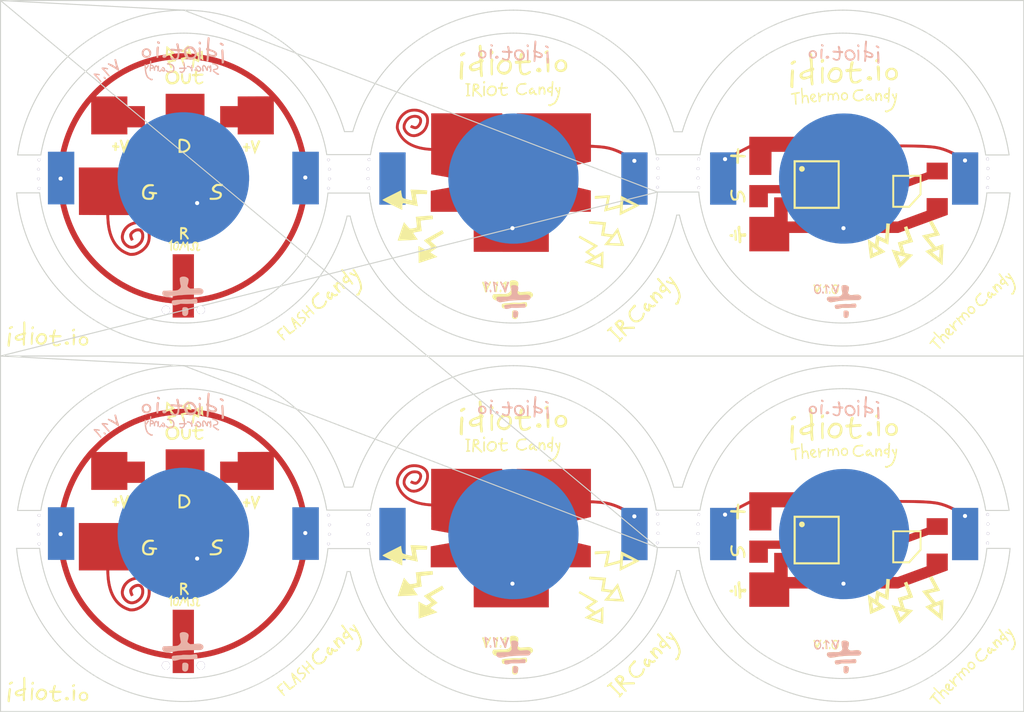
<source format=kicad_pcb>
(kicad_pcb (version 4) (host pcbnew 4.0.7)
  (layers (0 F.Cu signal) (31 B.Cu signal) (34 B.Paste user) (35 F.Paste user) (36 B.SilkS user) (37 F.SilkS user) (38 B.Mask user) (39 F.Mask user) (44 Edge.Cuts user))
  (net 0 "")
  (module LOGO (layer F.Cu) (at 0 0)
    (fp_text reference "G***" hide)
    (fp_text value "LOGO" hide)
    (fp_poly (pts (xy -31.766399 26.213977) (xy -31.369514 26.246531) (xy -30.973586 26.303791) (xy -30.638750 26.372013) (xy -30.254660 26.473701) (xy -29.880401 26.598305) (xy -29.516766 26.745005) (xy -29.164543 26.912981) (xy -28.824525 27.101412) (xy -28.497501 27.309479) (xy -28.184263 27.536360) (xy -27.885600 27.781237) (xy -27.602305 28.043288) (xy -27.335166 28.321694) (xy -27.084976 28.615635) (xy -26.852524 28.924289) (xy -26.638601 29.246837) (xy -26.443998 29.582459) (xy -26.269506 29.930335) (xy -26.115915 30.289643) (xy -25.984016 30.659565) (xy -25.874600 31.039280) (xy -25.794289 31.397509) (xy -25.744045 31.692098) (xy -25.708665 31.984067) (xy -25.687409 32.281360) (xy -25.679533 32.591922) (xy -25.679452 32.626936) (xy -25.685529 32.930699) (xy -25.704462 33.220993) (xy -25.737139 33.506752) (xy -25.784447 33.796909) (xy -25.807241 33.914107) (xy -25.898395 34.301118) (xy -26.012501 34.678420) (xy -26.148743 35.045270) (xy -26.306307 35.400927) (xy -26.484378 35.744646) (xy -26.682142 36.075684) (xy -26.898784 36.393299) (xy -27.133491 36.696747) (xy -27.385447 36.985285) (xy -27.653838 37.258171) (xy -27.937849 37.514660) (xy -28.236667 37.754010) (xy -28.549476 37.975478) (xy -28.875463 38.178320) (xy -29.213812 38.361794) (xy -29.563710 38.525156) (xy -29.924341 38.667664) (xy -30.294892 38.788573) (xy -30.674547 38.887142) (xy -31.062493 38.962627) (xy -31.389375 39.007125) (xy -31.512833 39.018713) (xy -31.653576 39.028599) (xy -31.803525 39.036442) (xy -31.954601 39.041897) (xy -32.098726 39.044621) (xy -32.227821 39.044271) (xy -32.251650 39.043789) (xy -32.652766 39.021694) (xy -33.049575 38.974847) (xy -33.441062 38.903685) (xy -33.826208 38.808642) (xy -34.203999 38.690153) (xy -34.573417 38.548653) (xy -34.933445 38.384578) (xy -35.283067 38.198362) (xy -35.621266 37.990441) (xy -35.947025 37.761249) (xy -36.259328 37.511222) (xy -36.557158 37.240796) (xy -36.628540 37.170745) (xy -36.903771 36.878873) (xy -37.158255 36.573054) (xy -37.391743 36.254341) (xy -37.603984 35.923791) (xy -37.794728 35.582457) (xy -37.963726 35.231395) (xy -38.110727 34.871658) (xy -38.235481 34.504301) (xy -38.337738 34.130379) (xy -38.417248 33.750946) (xy -38.473761 33.367058) (xy -38.507026 32.979768) (xy -38.516795 32.590132) (xy -38.502816 32.199203) (xy -38.464839 31.808038) (xy -38.402615 31.417689) (xy -38.315893 31.029212) (xy -38.204424 30.643661) (xy -38.188118 30.593858) (xy -38.086444 30.313548) (xy -37.966344 30.027711) (xy -37.831018 29.742794) (xy -37.683663 29.465248) (xy -37.527479 29.201520) (xy -37.404056 29.013150) (xy -37.162138 28.682808) (xy -36.902389 28.370459) (xy -36.625093 28.076379) (xy -36.330537 27.800847) (xy -36.019006 27.544138) (xy -35.690787 27.306530) (xy -35.535323 27.204383) (xy -35.192006 27.000601) (xy -34.838166 26.819575) (xy -34.474953 26.661499) (xy -34.103513 26.526568) (xy -33.724994 26.414979) (xy -33.340545 26.326926) (xy -32.951313 26.262604) (xy -32.558446 26.222208) (xy -32.163092 26.205934) (xy -31.766399 26.213977)) (layer B.Cu) (width 0.010000))
    (fp_poly (pts (xy -42.748200 35.191700) (xy -45.313600 35.191700) (xy -45.313600 30.060900) (xy -42.748200 30.060900) (xy -42.748200 35.191700)) (layer B.Cu) (width 0.010000))
    (fp_poly (pts (xy -18.872200 35.191700) (xy -21.450300 35.191700) (xy -21.450300 30.060900) (xy -18.872200 30.060900) (xy -18.872200 35.191700)) (layer B.Cu) (width 0.010000))
  )
  (module LOGO (layer F.Cu) (at 0 0)
    (fp_text reference "G***" hide)
    (fp_text value "LOGO" hide)
  )
  (module LOGO (layer F.Cu) (at 0 0)
    (fp_text reference "G***" hide)
    (fp_text value "LOGO" hide)
  )
  (module LOGO (layer F.Cu) (at 0 0)
    (fp_text reference "G***" hide)
    (fp_text value "LOGO" hide)
    (fp_poly (pts (xy -31.987999 20.455413) (xy -31.833388 20.456783) (xy -31.693672 20.459471) (xy -31.563608 20.463698) (xy -31.437951 20.469686) (xy -31.311456 20.477658) (xy -31.178879 20.487833) (xy -31.034975 20.500435) (xy -30.988000 20.504798) (xy -30.439006 20.569045) (xy -29.894608 20.658073) (xy -29.355636 20.771543) (xy -28.822920 20.909116) (xy -28.297290 21.070455) (xy -27.779577 21.255219) (xy -27.270612 21.463072) (xy -26.771223 21.693673) (xy -26.282243 21.946686) (xy -25.804500 22.221770) (xy -25.338825 22.518587) (xy -24.886048 22.836799) (xy -24.456216 23.168614) (xy -24.124477 23.447737) (xy -23.794126 23.747314) (xy -23.469954 24.062627) (xy -23.156752 24.388959) (xy -22.859311 24.721592) (xy -22.757662 24.841200) (xy -22.418696 25.265222) (xy -22.099397 25.704493) (xy -21.800187 26.157929) (xy -21.521488 26.624447) (xy -21.263725 27.102963) (xy -21.027319 27.592393) (xy -20.812693 28.091656) (xy -20.620269 28.599666) (xy -20.450471 29.115341) (xy -20.303720 29.637598) (xy -20.180439 30.165353) (xy -20.081052 30.697522) (xy -20.005980 31.233023) (xy -19.955647 31.770772) (xy -19.938644 32.067500) (xy -19.932551 32.188885) (xy -19.926075 32.286078) (xy -19.919106 32.360281) (xy -19.911537 32.412701) (xy -19.905099 32.439388) (xy -19.891361 32.502930) (xy -19.886577 32.574632) (xy -19.890702 32.644322) (xy -19.903691 32.701827) (xy -19.906289 32.708508) (xy -19.914833 32.736118) (xy -19.920748 32.774013) (xy -19.924388 32.826411) (xy -19.926106 32.897530) (xy -19.926360 32.948525) (xy -19.930884 33.188444) (xy -19.943985 33.447586) (xy -19.965170 33.721453) (xy -19.993944 34.005543) (xy -20.029812 34.295357) (xy -20.072281 34.586394) (xy -20.120854 34.874154) (xy -20.161289 35.086593) (xy -20.282126 35.626107) (xy -20.426640 36.157193) (xy -20.594323 36.679187) (xy -20.784667 37.191424) (xy -20.997164 37.693239) (xy -21.231307 38.183967) (xy -21.486587 38.662942) (xy -21.762497 39.129501) (xy -22.058528 39.582977) (xy -22.374174 40.022706) (xy -22.708925 40.448024) (xy -23.062274 40.858264) (xy -23.433713 41.252763) (xy -23.822734 41.630855) (xy -24.228830 41.991875) (xy -24.651492 42.335158) (xy -25.090212 42.660040) (xy -25.544483 42.965856) (xy -26.013797 43.251939) (xy -26.497646 43.517627) (xy -26.666909 43.603963) (xy -27.158601 43.836386) (xy -27.661554 44.047571) (xy -28.172983 44.236492) (xy -28.690101 44.402124) (xy -29.210123 44.543443) (xy -29.241665 44.551202) (xy -29.422162 44.593252) (xy -29.617056 44.634902) (xy -29.821095 44.675238) (xy -30.029029 44.713350) (xy -30.235606 44.748325) (xy -30.435574 44.779253) (xy -30.623683 44.805220) (xy -30.794681 44.825316) (xy -30.854650 44.831276) (xy -30.916857 44.837335) (xy -30.971970 44.843150) (xy -31.013814 44.848039) (xy -31.035625 44.851204) (xy -31.064200 44.856883) (xy -31.064200 46.240700) (xy -33.134300 46.240700) (xy -33.134300 44.861004) (xy -33.366075 44.838589) (xy -33.906066 44.773660) (xy -34.442733 44.683853) (xy -34.975097 44.569584) (xy -35.502175 44.431265) (xy -36.022989 44.269311) (xy -36.536557 44.084136) (xy -37.041900 43.876155) (xy -37.538037 43.645781) (xy -38.023987 43.393429) (xy -38.498770 43.119512) (xy -38.961406 42.824446) (xy -39.410914 42.508644) (xy -39.846314 42.172520) (xy -40.024050 42.025967) (xy -40.294963 41.789954) (xy -40.569327 41.535058) (xy -40.842112 41.266339) (xy -41.108288 40.988855) (xy -41.362823 40.707665) (xy -41.538373 40.502988) (xy -41.878621 40.076763) (xy -42.199378 39.634737) (xy -42.500122 39.177999) (xy -42.780331 38.707640) (xy -43.039485 38.224748) (xy -43.277061 37.730414) (xy -43.492539 37.225728) (xy -43.685398 36.711778) (xy -43.855115 36.189655) (xy -44.001169 35.660448) (xy -44.123039 35.125246) (xy -44.131420 35.083750) (xy -44.196988 34.732118) (xy -44.251024 34.388265) (xy -44.294374 34.045070) (xy -44.327884 33.695412) (xy -44.352398 33.332171) (xy -44.361386 33.147000) (xy -44.365692 33.058030) (xy -44.370636 32.975259) (xy -44.375899 32.902803) (xy -44.381159 32.844778) (xy -44.386097 32.805302) (xy -44.389027 32.791400) (xy -44.399747 32.736241) (xy -44.402776 32.669657) (xy -44.398106 32.604432) (xy -44.389139 32.562800) (xy -44.384660 32.537962) (xy -44.379632 32.491800) (xy -44.374368 32.428375) (xy -44.371887 32.391732) (xy -43.812549 32.391732) (xy -43.812124 32.471797) (xy -43.809058 32.531731) (xy -43.804508 32.563654) (xy -43.790717 32.659792) (xy -43.796743 32.748605) (xy -43.804691 32.783955) (xy -43.808801 32.815296) (xy -43.810927 32.868697) (xy -43.811190 32.940904) (xy -43.809711 33.028666) (xy -43.806610 33.128728) (xy -43.802009 33.237838) (xy -43.796028 33.352743) (xy -43.788787 33.470190) (xy -43.780408 33.586926) (xy -43.771012 33.699698) (xy -43.770461 33.705800) (xy -43.708682 34.247898) (xy -43.622454 34.783878) (xy -43.512141 35.313045) (xy -43.378107 35.834702) (xy -43.220716 36.348151) (xy -43.040334 36.852696) (xy -42.837325 37.347640) (xy -42.612052 37.832288) (xy -42.364881 38.305941) (xy -42.096177 38.767903) (xy -41.806302 39.217478) (xy -41.495623 39.653969) (xy -41.164504 40.076679) (xy -40.813308 40.484912) (xy -40.442401 40.877971) (xy -40.052146 41.255159) (xy -39.642909 41.615779) (xy -39.624000 41.631651) (xy -39.212623 41.959994) (xy -38.783520 42.270972) (xy -38.338596 42.563339) (xy -37.879754 42.835848) (xy -37.408900 43.087253) (xy -37.369750 43.106926) (xy -37.058870 43.257356) (xy -36.752039 43.395242) (xy -36.443557 43.522821) (xy -36.127722 43.642335) (xy -35.798834 43.756023) (xy -35.451192 43.866126) (xy -35.392587 43.883818) (xy -35.246516 43.925442) (xy -35.080714 43.968891) (xy -34.900665 44.012945) (xy -34.711855 44.056385) (xy -34.519768 44.097992) (xy -34.329891 44.136546) (xy -34.147707 44.170827) (xy -33.978702 44.199616) (xy -33.956163 44.203176) (xy -33.856963 44.218173) (xy -33.751791 44.233180) (xy -33.644727 44.247696) (xy -33.539856 44.261215) (xy -33.441260 44.273235) (xy -33.353022 44.283252) (xy -33.279225 44.290762) (xy -33.223952 44.295263) (xy -33.200975 44.296316) (xy -33.134300 44.297600) (xy -33.134300 40.068500) (xy -31.064200 40.068500) (xy -31.064200 44.299156) (xy -31.010225 44.291940) (xy -30.979744 44.288057) (xy -30.929471 44.281868) (xy -30.864838 44.274033) (xy -30.791280 44.265211) (xy -30.734000 44.258401) (xy -30.210908 44.183730) (xy -29.690481 44.084147) (xy -29.173929 43.960099) (xy -28.662458 43.812030) (xy -28.157277 43.640388) (xy -27.659593 43.445618) (xy -27.170613 43.228166) (xy -26.691545 42.988479) (xy -26.223597 42.727002) (xy -25.767976 42.444181) (xy -25.698450 42.398405) (xy -25.253306 42.087964) (xy -24.825153 41.758980) (xy -24.414412 41.412162) (xy -24.021502 41.048218) (xy -23.646844 40.667855) (xy -23.290856 40.271781) (xy -22.953960 39.860703) (xy -22.636574 39.435329) (xy -22.339120 38.996367) (xy -22.062016 38.544525) (xy -21.805683 38.080509) (xy -21.570540 37.605027) (xy -21.357007 37.118788) (xy -21.165505 36.622499) (xy -20.996453 36.116867) (xy -20.850272 35.602600) (xy -20.727380 35.080406) (xy -20.628198 34.550993) (xy -20.553145 34.015067) (xy -20.517858 33.667700) (xy -20.509226 33.560021) (xy -20.501370 33.446512) (xy -20.494402 33.330358) (xy -20.488437 33.214748) (xy -20.483588 33.102867) (xy -20.479967 32.997904) (xy -20.477688 32.903045) (xy -20.476864 32.821478) (xy -20.477609 32.756389) (xy -20.480036 32.710966) (xy -20.483156 32.691282) (xy -20.492671 32.643052) (xy -20.497075 32.585402) (xy -20.496217 32.528534) (xy -20.489944 32.482652) (xy -20.486428 32.471041) (xy -20.483149 32.448176) (xy -20.481521 32.403569) (xy -20.481550 32.340825) (xy -20.483240 32.263547) (xy -20.486051 32.187639) (xy -20.522066 31.646240) (xy -20.582785 31.108837) (xy -20.667891 30.576278) (xy -20.777067 30.049405) (xy -20.909996 29.529066) (xy -21.066361 29.016104) (xy -21.245845 28.511365) (xy -21.448132 28.015694) (xy -21.672904 27.529936) (xy -21.919844 27.054936) (xy -22.188635 26.591540) (xy -22.478961 26.140593) (xy -22.790505 25.702939) (xy -23.037029 25.385009) (xy -23.090952 25.317958) (xy -23.140610 25.256255) (xy -23.183433 25.203093) (xy -23.216848 25.161662) (xy -23.238283 25.135155) (xy -23.243893 25.128266) (xy -23.247085 25.125321) (xy -23.249952 25.125512) (xy -23.252513 25.130103) (xy -23.254785 25.140362) (xy -23.256786 25.157553) (xy -23.258532 25.182943) (xy -23.260043 25.217797) (xy -23.261335 25.263382) (xy -23.262426 25.320962) (xy -23.263333 25.391805) (xy -23.264074 25.477176) (xy -23.264667 25.578340) (xy -23.265129 25.696564) (xy -23.265477 25.833113) (xy -23.265730 25.989254) (xy -23.265905 26.166252) (xy -23.266019 26.365373) (xy -23.266089 26.587883) (xy -23.266118 26.730325) (xy -23.266400 28.359100) (xy -26.784300 28.359100) (xy -26.784300 27.673300) (xy -28.498800 27.673300) (xy -28.498800 25.603200) (xy -26.784300 25.603200) (xy -26.784300 24.663500) (xy -23.666450 24.657050) (xy -23.927272 24.396700) (xy -24.315778 24.026742) (xy -24.720499 23.675979) (xy -25.140532 23.344836) (xy -25.574979 23.033740) (xy -26.022939 22.743116) (xy -26.483511 22.473389) (xy -26.955796 22.224986) (xy -27.438892 21.998333) (xy -27.931901 21.793854) (xy -28.433921 21.611976) (xy -28.944052 21.453125) (xy -29.461394 21.317726) (xy -29.985047 21.206205) (xy -30.514111 21.118987) (xy -30.975300 21.063488) (xy -31.335580 21.033757) (xy -31.706767 21.014943) (xy -32.082163 21.007084) (xy -32.455064 21.010219) (xy -32.818769 21.024387) (xy -33.166578 21.049628) (xy -33.178750 21.050746) (xy -33.727025 21.114012) (xy -34.268146 21.201514) (xy -34.801664 21.313079) (xy -35.327132 21.448537) (xy -35.844100 21.607715) (xy -36.352118 21.790442) (xy -36.850738 21.996547) (xy -37.339510 22.225857) (xy -37.817986 22.478201) (xy -38.285717 22.753407) (xy -38.742254 23.051303) (xy -39.122350 23.323105) (xy -39.361336 23.505494) (xy -39.587277 23.687310) (xy -39.806017 23.873592) (xy -40.023399 24.069381) (xy -40.245265 24.279716) (xy -40.347900 24.380234) (xy -40.633650 24.662659) (xy -39.100125 24.663029) (xy -37.566600 24.663400) (xy -37.566600 25.603200) (xy -35.852100 25.603200) (xy -35.852100 27.673300) (xy -37.566600 27.673300) (xy -37.566600 28.359100) (xy -41.084402 28.359100) (xy -41.090850 25.179288) (xy -41.219025 25.337269) (xy -41.546133 25.760516) (xy -41.853127 26.198786) (xy -42.139560 26.651029) (xy -42.404985 27.116192) (xy -42.648954 27.593224) (xy -42.871022 28.081075) (xy -43.070740 28.578693) (xy -43.247661 29.085028) (xy -43.401339 29.599028) (xy -43.531327 30.119641) (xy -43.637177 30.645818) (xy -43.718442 31.176506) (xy -43.725139 31.229300) (xy -43.740953 31.363982) (xy -43.755633 31.503847) (xy -43.769010 31.646081) (xy -43.780917 31.787872) (xy -43.791187 31.926406) (xy -43.799652 32.058872) (xy -43.806146 32.182457) (xy -43.810501 32.294347) (xy -43.812549 32.391732) (xy -44.371887 32.391732) (xy -44.369178 32.351749) (xy -44.364375 32.265984) (xy -44.361332 32.200850) (xy -44.341088 31.831756) (xy -44.312317 31.479604) (xy -44.274151 31.137117) (xy -44.225724 30.797022) (xy -44.166170 30.452041) (xy -44.132221 30.276800) (xy -44.009780 29.728775) (xy -43.864030 29.190837) (xy -43.694994 28.663032) (xy -43.502697 28.145407) (xy -43.287161 27.638009) (xy -43.048409 27.140885) (xy -42.786464 26.654082) (xy -42.501351 26.177648) (xy -42.193092 25.711629) (xy -41.861710 25.256073) (xy -41.507229 24.811026) (xy -41.322282 24.593550) (xy -41.264864 24.529385) (xy -41.191819 24.450787) (xy -41.106068 24.360678) (xy -41.010529 24.261977) (xy -40.908125 24.157605) (xy -40.801775 24.050482) (xy -40.694400 23.943530) (xy -40.588920 23.839668) (xy -40.488257 23.741817) (xy -40.395330 23.652898) (xy -40.313060 23.575831) (xy -40.244368 23.513537) (xy -40.227250 23.498518) (xy -39.787641 23.132780) (xy -39.337182 22.789958) (xy -38.875986 22.470105) (xy -38.404161 22.173275) (xy -37.921819 21.899521) (xy -37.429070 21.648896) (xy -36.926023 21.421454) (xy -36.412790 21.217248) (xy -35.889481 21.036331) (xy -35.356205 20.878757) (xy -34.813073 20.744579) (xy -34.321750 20.644928) (xy -33.976262 20.586673) (xy -33.638508 20.539797) (xy -33.302418 20.503767) (xy -32.961923 20.478050) (xy -32.610955 20.462113) (xy -32.243443 20.455420) (xy -32.162750 20.455139) (xy -31.987999 20.455413)) (layer F.Cu) (width 0.010000))
    (fp_poly (pts (xy -37.312600 33.934400) (xy -34.086800 33.934400) (xy -34.086800 33.820100) (xy -33.058100 33.820100) (xy -33.058100 33.274000) (xy -32.448500 33.274000) (xy -32.448500 34.683700) (xy -33.096200 34.683700) (xy -33.096200 35.433000) (xy -32.715200 35.433000) (xy -32.715200 37.261800) (xy -34.353500 37.261800) (xy -34.353500 35.433000) (xy -33.756600 35.433000) (xy -33.756600 34.683700) (xy -34.086800 34.683700) (xy -34.086800 34.569400) (xy -37.312600 34.569400) (xy -37.312600 36.220400) (xy -39.331900 36.220400) (xy -39.331841 36.344225) (xy -39.330969 36.401914) (xy -39.328609 36.476746) (xy -39.325083 36.560525) (xy -39.320712 36.645060) (xy -39.318778 36.677600) (xy -39.288575 37.031933) (xy -39.243135 37.366216) (xy -39.182354 37.680799) (xy -39.106127 37.976033) (xy -39.014348 38.252270) (xy -38.906912 38.509858) (xy -38.783715 38.749150) (xy -38.644652 38.970496) (xy -38.623356 39.000853) (xy -38.567392 39.073928) (xy -38.497300 39.156903) (xy -38.418677 39.243802) (xy -38.337120 39.328646) (xy -38.258228 39.405456) (xy -38.187599 39.468257) (xy -38.179142 39.475222) (xy -38.009631 39.599731) (xy -37.822234 39.712836) (xy -37.623173 39.811128) (xy -37.422314 39.889953) (xy -37.354502 39.912440) (xy -37.302424 39.927310) (xy -37.258116 39.936090) (xy -37.213615 39.940307) (xy -37.160958 39.941489) (xy -37.153556 39.941500) (xy -36.985496 39.929342) (xy -36.815073 39.894000) (xy -36.645037 39.837168) (xy -36.478137 39.760541) (xy -36.317126 39.665814) (xy -36.164752 39.554683) (xy -36.023766 39.428842) (xy -35.896918 39.289986) (xy -35.786960 39.139811) (xy -35.746977 39.074635) (xy -35.675100 38.926838) (xy -35.621079 38.764684) (xy -35.585067 38.592029) (xy -35.567217 38.412730) (xy -35.567680 38.230643) (xy -35.586609 38.049624) (xy -35.624158 37.873531) (xy -35.680478 37.706219) (xy -35.691800 37.679227) (xy -35.738248 37.579568) (xy -35.785465 37.496468) (xy -35.838888 37.421519) (xy -35.903959 37.346314) (xy -35.914362 37.335229) (xy -36.007040 37.250539) (xy -36.106582 37.186543) (xy -36.216240 37.141950) (xy -36.339268 37.115472) (xy -36.478917 37.105820) (xy -36.493450 37.105731) (xy -36.674189 37.117152) (xy -36.852092 37.150869) (xy -37.024260 37.205449) (xy -37.187796 37.279460) (xy -37.339801 37.371468) (xy -37.477377 37.480041) (xy -37.597627 37.603747) (xy -37.657947 37.681383) (xy -37.739228 37.808857) (xy -37.807113 37.942405) (xy -37.860209 38.077836) (xy -37.897124 38.210960) (xy -37.916466 38.337586) (xy -37.916843 38.453524) (xy -37.916323 38.459125) (xy -37.891392 38.589189) (xy -37.843975 38.716451) (xy -37.776833 38.837668) (xy -37.692726 38.949595) (xy -37.594413 39.048987) (xy -37.484652 39.132600) (xy -37.366205 39.197189) (xy -37.255421 39.236124) (xy -37.198759 39.248892) (xy -37.149050 39.254303) (xy -37.097318 39.252350) (xy -37.034590 39.243023) (xy -36.997740 39.235885) (xy -36.869527 39.198218) (xy -36.741762 39.138899) (xy -36.618903 39.061360) (xy -36.505407 38.969030) (xy -36.405732 38.865340) (xy -36.324335 38.753719) (xy -36.289150 38.690550) (xy -36.246876 38.584741) (xy -36.216976 38.466709) (xy -36.200428 38.344109) (xy -36.198207 38.224591) (xy -36.211289 38.115809) (xy -36.214184 38.102775) (xy -36.244639 38.008698) (xy -36.286953 37.930892) (xy -36.339191 37.872122) (xy -36.399416 37.835154) (xy -36.402202 37.834078) (xy -36.465865 37.820859) (xy -36.543820 37.821515) (xy -36.629847 37.834944) (xy -36.717727 37.860041) (xy -36.801239 37.895702) (xy -36.826338 37.909346) (xy -36.876445 37.942771) (xy -36.931514 37.986679) (xy -36.985652 38.035599) (xy -37.032964 38.084060) (xy -37.067557 38.126593) (xy -37.077441 38.142411) (xy -37.088908 38.165840) (xy -37.094367 38.187081) (xy -37.094001 38.213523) (xy -37.087992 38.252556) (xy -37.081064 38.288608) (xy -37.065486 38.351194) (xy -37.042889 38.422365) (xy -37.017794 38.488074) (xy -37.014273 38.496185) (xy -36.992843 38.545278) (xy -36.975210 38.586910) (xy -36.964086 38.614627) (xy -36.961967 38.620700) (xy -36.969953 38.634302) (xy -36.995385 38.655199) (xy -37.032606 38.680132) (xy -37.075958 38.705842) (xy -37.119782 38.729070) (xy -37.158422 38.746557) (xy -37.186220 38.755045) (xy -37.194698 38.754752) (xy -37.208504 38.739689) (xy -37.228765 38.704965) (xy -37.253475 38.654868) (xy -37.280630 38.593688) (xy -37.308225 38.525714) (xy -37.332874 38.459170) (xy -37.357384 38.373599) (xy -37.370625 38.283768) (xy -37.373426 38.242100) (xy -37.375712 38.185704) (xy -37.374818 38.145780) (xy -37.369015 38.113442) (xy -37.356573 38.079802) (xy -37.335763 38.035976) (xy -37.331720 38.027787) (xy -37.272300 37.931855) (xy -37.192044 37.838903) (xy -37.095498 37.752933) (xy -36.987205 37.677950) (xy -36.871711 37.617957) (xy -36.861721 37.613683) (xy -36.762064 37.576409) (xy -36.671062 37.553695) (xy -36.578105 37.543552) (xy -36.487100 37.543412) (xy -36.422772 37.546501) (xy -36.375441 37.551607) (xy -36.336703 37.560462) (xy -36.298157 37.574794) (xy -36.267723 37.588572) (xy -36.170121 37.648304) (xy -36.086838 37.728398) (xy -36.018782 37.827645) (xy -35.966861 37.944836) (xy -35.945066 38.018270) (xy -35.930915 38.098929) (xy -35.923321 38.196086) (xy -35.922175 38.301728) (xy -35.927365 38.407846) (xy -35.938781 38.506427) (xy -35.952769 38.576250) (xy -35.999205 38.723996) (xy -36.060890 38.857477) (xy -36.140961 38.982257) (xy -36.242555 39.103901) (xy -36.261620 39.124074) (xy -36.388242 39.241104) (xy -36.523692 39.338774) (xy -36.665722 39.416496) (xy -36.812088 39.473681) (xy -36.960542 39.509741) (xy -37.108837 39.524088) (xy -37.254728 39.516134) (xy -37.395968 39.485291) (xy -37.496343 39.447307) (xy -37.634989 39.371099) (xy -37.764752 39.273660) (xy -37.882730 39.158441) (xy -37.986020 39.028898) (xy -38.071720 38.888483) (xy -38.136927 38.740651) (xy -38.164325 38.652450) (xy -38.179385 38.573787) (xy -38.188902 38.479253) (xy -38.192638 38.377812) (xy -38.190354 38.278433) (xy -38.181812 38.190083) (xy -38.177314 38.163500) (xy -38.129281 37.979478) (xy -38.057636 37.797705) (xy -37.964097 37.622306) (xy -37.928766 37.566600) (xy -37.878210 37.498551) (xy -37.812266 37.422195) (xy -37.736276 37.342742) (xy -37.655580 37.265400) (xy -37.575521 37.195380) (xy -37.501441 37.137889) (xy -37.462278 37.111695) (xy -37.270836 37.007839) (xy -37.070381 36.927060) (xy -36.858934 36.868622) (xy -36.755214 36.848668) (xy -36.658883 36.837063) (xy -36.551610 36.831680) (xy -36.440601 36.832294) (xy -36.333059 36.838680) (xy -36.236190 36.850611) (xy -36.159077 36.867318) (xy -36.010732 36.922387) (xy -35.875405 36.998573) (xy -35.752335 37.096455) (xy -35.640764 37.216609) (xy -35.567095 37.317283) (xy -35.475318 37.477028) (xy -35.401165 37.652057) (xy -35.345033 37.838988) (xy -35.307320 38.034438) (xy -35.288424 38.235025) (xy -35.288743 38.437367) (xy -35.308674 38.638080) (xy -35.348614 38.833784) (xy -35.377230 38.931850) (xy -35.409651 39.017779) (xy -35.453726 39.114798) (xy -35.505029 39.214334) (xy -35.559131 39.307817) (xy -35.611607 39.386673) (xy -35.613350 39.389050) (xy -35.665857 39.454221) (xy -35.733615 39.529185) (xy -35.811332 39.608799) (xy -35.893715 39.687917) (xy -35.975471 39.761398) (xy -36.051307 39.824096) (xy -36.093400 39.855561) (xy -36.173469 39.908077) (xy -36.267931 39.963406) (xy -36.369750 40.017930) (xy -36.471892 40.068034) (xy -36.567321 40.110099) (xy -36.645352 40.139321) (xy -36.832863 40.189226) (xy -37.021564 40.215403) (xy -37.157476 40.220179) (xy -37.231434 40.219083) (xy -37.288291 40.215835) (xy -37.336321 40.209354) (xy -37.383802 40.198558) (xy -37.433250 40.184152) (xy -37.683417 40.094114) (xy -37.919523 39.983022) (xy -38.141300 39.851152) (xy -38.348479 39.698780) (xy -38.540790 39.526183) (xy -38.717964 39.333637) (xy -38.879732 39.121418) (xy -39.025825 38.889801) (xy -39.155974 38.639064) (xy -39.269909 38.369482) (xy -39.310081 38.258750) (xy -39.396455 37.980976) (xy -39.467963 37.688100) (xy -39.524827 37.378783) (xy -39.567269 37.051685) (xy -39.595512 36.705468) (xy -39.606093 36.477575) (xy -39.614784 36.220400) (xy -42.291000 36.220400) (xy -42.291000 31.597600) (xy -37.312600 31.597600) (xy -37.312600 33.934400)) (layer F.Cu) (width 0.010000))
    (fp_poly (pts (xy -31.127700 33.820100) (xy -30.111700 33.820100) (xy -30.111700 34.683700) (xy -30.416500 34.683700) (xy -30.416500 35.433000) (xy -29.845000 35.433000) (xy -29.845000 37.261800) (xy -31.470600 37.261800) (xy -31.470600 35.433000) (xy -31.076900 35.433000) (xy -31.076900 34.683700) (xy -31.750000 34.683700) (xy -31.750000 33.274000) (xy -31.127700 33.274000) (xy -31.127700 33.820100)) (layer F.Cu) (width 0.010000))
    (fp_poly (pts (xy -30.035500 28.016200) (xy -31.762700 28.016200) (xy -31.762700 30.568900) (xy -30.810200 30.568900) (xy -30.810200 31.610300) (xy -31.788100 31.610300) (xy -31.788100 31.978600) (xy -32.410400 31.978600) (xy -32.410400 31.610300) (xy -33.388300 31.610300) (xy -33.388300 30.568900) (xy -32.423100 30.568900) (xy -32.423100 28.016200) (xy -33.820100 28.016200) (xy -33.820100 24.409400) (xy -30.035500 24.409400) (xy -30.035500 28.016200)) (layer F.Cu) (width 0.010000))
  )
  (module LOGO (layer F.Cu) (at 0 0)
    (fp_text reference "G***" hide)
    (fp_text value "LOGO" hide)
  )
  (module LOGO (layer F.Cu) (at 0 0)
    (fp_text reference "G***" hide)
    (fp_text value "LOGO" hide)
  )
  (module LOGO (layer F.Cu) (at 0 0)
    (fp_text reference "G***" hide)
    (fp_text value "LOGO" hide)
    (fp_poly (pts (xy 0.395049 26.324903) (xy 0.790579 26.352641) (xy 1.180821 26.404495) (xy 1.570120 26.481391) (xy 1.952002 26.582217) (xy 2.325485 26.706333) (xy 2.689586 26.853097) (xy 3.043322 27.021868) (xy 3.385711 27.212006) (xy 3.715771 27.422869) (xy 4.032519 27.653817) (xy 4.334973 27.904209) (xy 4.622150 28.173403) (xy 4.893068 28.460758) (xy 5.146744 28.765634) (xy 5.382196 29.087390) (xy 5.451653 29.190950) (xy 5.658120 29.527052) (xy 5.841471 29.871568) (xy 6.001994 30.225321) (xy 6.139976 30.589136) (xy 6.255705 30.963838) (xy 6.349467 31.350252) (xy 6.421550 31.749203) (xy 6.466693 32.105600) (xy 6.473162 32.188221) (xy 6.478037 32.291391) (xy 6.481348 32.410309) (xy 6.483119 32.540175) (xy 6.483380 32.676189) (xy 6.482156 32.813551) (xy 6.479476 32.947462) (xy 6.475366 33.073120) (xy 6.469854 33.185725) (xy 6.462967 33.280479) (xy 6.459855 33.312100) (xy 6.403506 33.719245) (xy 6.323680 34.117383) (xy 6.220638 34.505964) (xy 6.094642 34.884438) (xy 5.945954 35.252252) (xy 5.774837 35.608858) (xy 5.581551 35.953704) (xy 5.366360 36.286240) (xy 5.129523 36.605915) (xy 4.871305 36.912178) (xy 4.623598 37.173147) (xy 4.327078 37.451484) (xy 4.017874 37.707840) (xy 3.696215 37.942105) (xy 3.362331 38.154169) (xy 3.016452 38.343923) (xy 2.658808 38.511257) (xy 2.289627 38.656061) (xy 1.909142 38.778226) (xy 1.517580 38.877642) (xy 1.115173 38.954199) (xy 0.800100 38.997271) (xy 0.734793 39.003064) (xy 0.648555 39.008218) (xy 0.545843 39.012668) (xy 0.431120 39.016351) (xy 0.308846 39.019204) (xy 0.183482 39.021162) (xy 0.059487 39.022164) (xy -0.058677 39.022145) (xy -0.166550 39.021042) (xy -0.259671 39.018791) (xy -0.333579 39.015330) (xy -0.355600 39.013693) (xy -0.766188 38.966621) (xy -1.166374 38.896403) (xy -1.556383 38.802958) (xy -1.936441 38.686212) (xy -2.306773 38.546084) (xy -2.667605 38.382498) (xy -3.019162 38.195376) (xy -3.361670 37.984639) (xy -3.384550 37.969508) (xy -3.711594 37.737123) (xy -4.022053 37.485687) (xy -4.315296 37.215917) (xy -4.590692 36.928526) (xy -4.847610 36.624229) (xy -5.085418 36.303742) (xy -5.303486 35.967780) (xy -5.501181 35.617056) (xy -5.555422 35.511070) (xy -5.721392 35.151143) (xy -5.863855 34.782491) (xy -5.982679 34.406332) (xy -6.077730 34.023882) (xy -6.148875 33.636357) (xy -6.195982 33.244973) (xy -6.218918 32.850948) (xy -6.217549 32.455497) (xy -6.191743 32.059838) (xy -6.141367 31.665186) (xy -6.066288 31.272758) (xy -6.033628 31.134050) (xy -5.926532 30.753082) (xy -5.796302 30.381598) (xy -5.643706 30.020491) (xy -5.469513 29.670652) (xy -5.274492 29.332976) (xy -5.059411 29.008354) (xy -4.825039 28.697681) (xy -4.572145 28.401847) (xy -4.301498 28.121748) (xy -4.013865 27.858274) (xy -3.710017 27.612319) (xy -3.390721 27.384777) (xy -3.056747 27.176539) (xy -2.708863 26.988498) (xy -2.347837 26.821548) (xy -2.305269 26.803640) (xy -1.938193 26.664453) (xy -1.562185 26.548554) (xy -1.178868 26.456131) (xy -0.789864 26.387369) (xy -0.396794 26.342452) (xy -0.001283 26.321569) (xy 0.395049 26.324903)) (layer B.Cu) (width 0.010000))
    (fp_poly (pts (xy -10.401300 35.217100) (xy -12.954000 35.217100) (xy -12.954000 30.124400) (xy -10.401300 30.124400) (xy -10.401300 35.217100)) (layer B.Cu) (width 0.010000))
    (fp_poly (pts (xy 13.220700 35.217100) (xy 10.668000 35.217100) (xy 10.668000 30.124400) (xy 13.220700 30.124400) (xy 13.220700 35.217100)) (layer B.Cu) (width 0.010000))
  )
  (module LOGO (layer F.Cu) (at 0 0)
    (fp_text reference "G***" hide)
    (fp_text value "LOGO" hide)
  )
  (module LOGO (layer F.Cu) (at 0 0)
    (fp_text reference "G***" hide)
    (fp_text value "LOGO" hide)
  )
  (module LOGO (layer F.Cu) (at 0 0)
    (fp_text reference "G***" hide)
    (fp_text value "LOGO" hide)
    (fp_poly (pts (xy -2.641600 36.207700) (xy 3.581400 36.207700) (xy 3.581400 39.827200) (xy -0.074084 39.827200) (xy -0.377180 39.827170) (xy -0.673682 39.827085) (xy -0.962584 39.826945) (xy -1.242883 39.826753) (xy -1.513572 39.826512) (xy -1.773646 39.826224) (xy -2.022100 39.825890) (xy -2.257928 39.825514) (xy -2.480125 39.825098) (xy -2.687686 39.824644) (xy -2.879606 39.824154) (xy -3.054879 39.823631) (xy -3.212500 39.823076) (xy -3.351464 39.822494) (xy -3.470766 39.821884) (xy -3.569399 39.821251) (xy -3.646359 39.820596) (xy -3.700641 39.819922) (xy -3.731239 39.819231) (xy -3.738034 39.818733) (xy -3.738971 39.805308) (xy -3.739879 39.767833) (xy -3.740753 39.707659) (xy -3.741586 39.626136) (xy -3.742374 39.524613) (xy -3.743110 39.404442) (xy -3.743789 39.266972) (xy -3.744405 39.113554) (xy -3.744953 38.945538) (xy -3.745427 38.764275) (xy -3.745822 38.571114) (xy -3.746132 38.367405) (xy -3.746351 38.154500) (xy -3.746475 37.933747) (xy -3.746500 37.774023) (xy -3.746500 35.737779) (xy -3.867150 35.561303) (xy -3.987800 35.384826) (xy -3.987800 34.569400) (xy -2.641600 34.569400) (xy -2.641600 36.207700)) (layer F.Cu) (width 0.010000))
    (fp_poly (pts (xy -3.686175 33.311580) (xy -2.654300 33.312100) (xy -2.654300 34.074100) (xy -4.876800 34.074100) (xy -4.876800 35.915600) (xy -7.937500 35.915600) (xy -7.937453 34.896425) (xy -7.937405 33.877250) (xy -6.327728 33.594155) (xy -4.718050 33.311061) (xy -3.686175 33.311580)) (layer F.Cu) (width 0.010000))
    (fp_poly (pts (xy 6.492875 33.568509) (xy 7.683500 33.851027) (xy 7.683500 35.915600) (xy 4.584700 35.915600) (xy 4.584700 34.112200) (xy 2.921000 34.112200) (xy 2.921000 33.286700) (xy 5.302250 33.285992) (xy 6.492875 33.568509)) (layer F.Cu) (width 0.010000))
    (fp_poly (pts (xy -9.442580 25.861803) (xy -9.249478 25.881842) (xy -9.061460 25.919792) (xy -8.882329 25.975092) (xy -8.715892 26.047180) (xy -8.578850 26.126776) (xy -8.503647 26.183498) (xy -8.425880 26.253542) (xy -8.352488 26.329892) (xy -8.290408 26.405535) (xy -8.261420 26.447750) (xy -8.196250 26.575387) (xy -8.150538 26.716868) (xy -8.124204 26.869805) (xy -8.117165 27.031813) (xy -8.129341 27.200508) (xy -8.160650 27.373503) (xy -8.211011 27.548414) (xy -8.280341 27.722856) (xy -8.306905 27.778971) (xy -8.370386 27.896949) (xy -8.438931 28.000730) (xy -8.518915 28.099157) (xy -8.597305 28.181871) (xy -8.732187 28.301985) (xy -8.877588 28.404328) (xy -9.030882 28.488065) (xy -9.189443 28.552356) (xy -9.350644 28.596364) (xy -9.511860 28.619250) (xy -9.670463 28.620176) (xy -9.823828 28.598305) (xy -9.867900 28.587317) (xy -10.016826 28.533578) (xy -10.158969 28.457500) (xy -10.290873 28.361929) (xy -10.409081 28.249709) (xy -10.510133 28.123682) (xy -10.585401 27.997150) (xy -10.627226 27.907394) (xy -10.655461 27.828398) (xy -10.671979 27.751357) (xy -10.678654 27.667464) (xy -10.677359 27.567913) (xy -10.677249 27.565350) (xy -10.663961 27.429654) (xy -10.635052 27.304646) (xy -10.588378 27.184054) (xy -10.521798 27.061609) (xy -10.486330 27.006550) (xy -10.375225 26.861447) (xy -10.251367 26.737908) (xy -10.115221 26.636276) (xy -9.967252 26.556894) (xy -9.807928 26.500104) (xy -9.792508 26.495972) (xy -9.729458 26.481088) (xy -9.671152 26.471441) (xy -9.608458 26.465998) (xy -9.532245 26.463723) (xy -9.505950 26.463507) (xy -9.360178 26.469662) (xy -9.233532 26.490157) (xy -9.123668 26.525759) (xy -9.028242 26.577236) (xy -8.944910 26.645354) (xy -8.942141 26.648091) (xy -8.870244 26.736459) (xy -8.821128 26.835329) (xy -8.794852 26.943853) (xy -8.791476 27.061182) (xy -8.811058 27.186467) (xy -8.853658 27.318859) (xy -8.889754 27.400250) (xy -8.962359 27.527076) (xy -9.047947 27.637700) (xy -9.144037 27.729491) (xy -9.248149 27.799820) (xy -9.283700 27.817804) (xy -9.357173 27.839765) (xy -9.445120 27.845767) (xy -9.542371 27.835951) (xy -9.643755 27.810459) (xy -9.652000 27.807709) (xy -9.718437 27.783836) (xy -9.784392 27.757876) (xy -9.845162 27.731926) (xy -9.896044 27.708082) (xy -9.932337 27.688442) (xy -9.949312 27.675142) (xy -9.946944 27.659269) (xy -9.934402 27.627158) (xy -9.914428 27.584445) (xy -9.889759 27.536765) (xy -9.863136 27.489753) (xy -9.844968 27.460510) (xy -9.833825 27.455119) (xy -9.810494 27.458860) (xy -9.771266 27.472695) (xy -9.727411 27.491042) (xy -9.630414 27.530058) (xy -9.549378 27.555561) (xy -9.479618 27.568839) (xy -9.434424 27.571549) (xy -9.395425 27.568648) (xy -9.362996 27.556808) (xy -9.326360 27.531678) (xy -9.316838 27.524075) (xy -9.245754 27.455563) (xy -9.182288 27.373541) (xy -9.129055 27.283296) (xy -9.088671 27.190110) (xy -9.063752 27.099270) (xy -9.056911 27.016061) (xy -9.057936 27.000872) (xy -9.075017 26.923437) (xy -9.110928 26.859601) (xy -9.167254 26.807610) (xy -9.245582 26.765713) (xy -9.283700 26.751295) (xy -9.343224 26.737568) (xy -9.419837 26.729718) (xy -9.505915 26.727759) (xy -9.593833 26.731703) (xy -9.675966 26.741565) (xy -9.720023 26.750506) (xy -9.839173 26.790803) (xy -9.952203 26.850214) (xy -10.057263 26.925973) (xy -10.152500 27.015315) (xy -10.236064 27.115476) (xy -10.306103 27.223689) (xy -10.360765 27.337190) (xy -10.398200 27.453213) (xy -10.416556 27.568992) (xy -10.413981 27.681763) (xy -10.397350 27.762200) (xy -10.357599 27.860314) (xy -10.296948 27.960634) (xy -10.218765 28.057855) (xy -10.191750 28.086276) (xy -10.089635 28.178705) (xy -9.984348 28.250961) (xy -9.868641 28.307940) (xy -9.855908 28.313110) (xy -9.810718 28.330181) (xy -9.772451 28.341319) (xy -9.733184 28.347792) (xy -9.684996 28.350867) (xy -9.619964 28.351811) (xy -9.613900 28.351832) (xy -9.505417 28.347620) (xy -9.406368 28.332957) (xy -9.308347 28.305870) (xy -9.202947 28.264384) (xy -9.161772 28.245635) (xy -8.997556 28.155727) (xy -8.852136 28.048743) (xy -8.725556 27.924743) (xy -8.617861 27.783786) (xy -8.529097 27.625932) (xy -8.459309 27.451241) (xy -8.408542 27.259770) (xy -8.407599 27.255172) (xy -8.384107 27.091606) (xy -8.382579 26.939791) (xy -8.402913 26.800073) (xy -8.445007 26.672797) (xy -8.508760 26.558308) (xy -8.594071 26.456950) (xy -8.659016 26.399854) (xy -8.798538 26.305601) (xy -8.951858 26.231455) (xy -9.119709 26.177175) (xy -9.302823 26.142520) (xy -9.486900 26.127712) (xy -9.684011 26.130885) (xy -9.867331 26.154873) (xy -10.038594 26.200386) (xy -10.199531 26.268133) (xy -10.351877 26.358826) (xy -10.497362 26.473172) (xy -10.618837 26.591528) (xy -10.745949 26.741648) (xy -10.853948 26.900325) (xy -10.941739 27.065071) (xy -11.008230 27.233399) (xy -11.052327 27.402824) (xy -11.072937 27.570858) (xy -11.074400 27.627772) (xy -11.070432 27.703160) (xy -11.057708 27.781163) (xy -11.034997 27.866258) (xy -11.001069 27.962924) (xy -10.954694 28.075639) (xy -10.945695 28.096237) (xy -10.839261 28.307178) (xy -10.711925 28.503964) (xy -10.563985 28.686435) (xy -10.395738 28.854427) (xy -10.207481 29.007778) (xy -9.999512 29.146327) (xy -9.772128 29.269911) (xy -9.525626 29.378367) (xy -9.260304 29.471534) (xy -8.976459 29.549250) (xy -8.674389 29.611352) (xy -8.354390 29.657678) (xy -8.029575 29.687226) (xy -7.899400 29.695872) (xy -7.899400 26.314400) (xy -0.965200 26.314400) (xy -0.965200 29.921200) (xy -4.318000 29.921200) (xy -4.318000 31.991300) (xy -2.654300 31.991300) (xy -2.654300 32.816800) (xy -3.692525 32.815591) (xy -4.730750 32.814383) (xy -6.311900 32.532906) (xy -7.893050 32.251430) (xy -7.899536 29.959300) (xy -7.929374 29.959300) (xy -7.953069 29.958325) (xy -7.996154 29.955666) (xy -8.052703 29.951716) (xy -8.116789 29.946872) (xy -8.122981 29.946385) (xy -8.475831 29.909558) (xy -8.809528 29.856243) (xy -9.124043 29.786452) (xy -9.419350 29.700198) (xy -9.695422 29.597496) (xy -9.952231 29.478358) (xy -10.189751 29.342798) (xy -10.407953 29.190828) (xy -10.606812 29.022462) (xy -10.786300 28.837713) (xy -10.946389 28.636594) (xy -11.010459 28.543250) (xy -11.066065 28.451200) (xy -11.124225 28.342278) (xy -11.181255 28.224233) (xy -11.233472 28.104813) (xy -11.277195 27.991769) (xy -11.289495 27.956092) (xy -11.310959 27.890215) (xy -11.325463 27.839884) (xy -11.334369 27.796682) (xy -11.339037 27.752195) (xy -11.340826 27.698006) (xy -11.341100 27.636820) (xy -11.332753 27.466313) (xy -11.306764 27.303849) (xy -11.261714 27.143686) (xy -11.196183 26.980081) (xy -11.160208 26.904950) (xy -11.052239 26.713685) (xy -10.928554 26.538462) (xy -10.790680 26.380601) (xy -10.640145 26.241422) (xy -10.478475 26.122244) (xy -10.307199 26.024388) (xy -10.127844 25.949173) (xy -10.014341 25.914771) (xy -9.828816 25.877705) (xy -9.636961 25.860236) (xy -9.442580 25.861803)) (layer F.Cu) (width 0.010000))
    (fp_poly (pts (xy 7.696200 29.387800) (xy 7.782410 29.387800) (xy 7.867350 29.389402) (xy 7.973099 29.393954) (xy 8.095288 29.401075) (xy 8.229547 29.410381) (xy 8.371505 29.421490) (xy 8.516791 29.434022) (xy 8.661037 29.447593) (xy 8.799870 29.461821) (xy 8.928921 29.476324) (xy 9.043819 29.490721) (xy 9.140194 29.504628) (xy 9.165094 29.508691) (xy 9.473507 29.571998) (xy 9.790218 29.659165) (xy 10.115030 29.770115) (xy 10.447743 29.904772) (xy 10.788160 30.063059) (xy 11.136082 30.244900) (xy 11.273310 30.321927) (xy 11.339126 30.360546) (xy 11.416588 30.407601) (xy 11.502314 30.460891) (xy 11.592922 30.518214) (xy 11.685029 30.577369) (xy 11.775254 30.636155) (xy 11.860215 30.692371) (xy 11.936528 30.743816) (xy 12.000813 30.788287) (xy 12.049686 30.823585) (xy 12.076605 30.844747) (xy 12.119961 30.881789) (xy 12.040696 30.982519) (xy 12.006346 31.025295) (xy 11.977294 31.059851) (xy 11.957377 31.081716) (xy 11.951091 31.087024) (xy 11.937632 31.081375) (xy 11.907516 31.063294) (xy 11.864633 31.035282) (xy 11.812875 30.999835) (xy 11.787635 30.982061) (xy 11.720509 30.935414) (xy 11.640232 30.881220) (xy 11.555340 30.825151) (xy 11.474368 30.772884) (xy 11.446534 30.755283) (xy 11.112310 30.554678) (xy 10.781939 30.374882) (xy 10.456381 30.216295) (xy 10.136599 30.079318) (xy 9.823551 29.964351) (xy 9.518199 29.871797) (xy 9.221503 29.802055) (xy 9.114527 29.782184) (xy 9.002437 29.764899) (xy 8.869024 29.747723) (xy 8.718369 29.731030) (xy 8.554546 29.715195) (xy 8.381634 29.700592) (xy 8.203710 29.687595) (xy 8.024852 29.676580) (xy 7.889872 29.669721) (xy 7.696195 29.660850) (xy 7.696197 30.334913) (xy 7.696200 31.008976) (xy 5.365750 31.565850) (xy 4.149725 31.569212) (xy 2.933700 31.572575) (xy 2.933700 29.921200) (xy 0.457200 29.921200) (xy 0.457200 26.314400) (xy 7.696200 26.314400) (xy 7.696200 29.387800)) (layer F.Cu) (width 0.010000))
  )
  (module LOGO (layer F.Cu) (at 0 0)
    (fp_text reference "G***" hide)
    (fp_text value "LOGO" hide)
  )
  (module LOGO (layer F.Cu) (at 0 0)
    (fp_text reference "G***" hide)
    (fp_text value "LOGO" hide)
  )
  (module LOGO (layer F.Cu) (at 0 0)
    (fp_text reference "G***" hide)
    (fp_text value "LOGO" hide)
    (fp_poly (pts (xy 32.922160 26.340446) (xy 33.242250 26.372717) (xy 33.632775 26.435294) (xy 34.017394 26.522284) (xy 34.395056 26.633170) (xy 34.764712 26.767433) (xy 35.125312 26.924555) (xy 35.475805 27.104018) (xy 35.815143 27.305305) (xy 36.142276 27.527896) (xy 36.456153 27.771275) (xy 36.755725 28.034923) (xy 36.906571 28.180928) (xy 37.183524 28.475519) (xy 37.439403 28.784076) (xy 37.673891 29.105925) (xy 37.886673 29.440393) (xy 38.077431 29.786808) (xy 38.245850 30.144497) (xy 38.391614 30.512788) (xy 38.514406 30.891007) (xy 38.613910 31.278482) (xy 38.689809 31.674540) (xy 38.741788 32.078508) (xy 38.742571 32.086550) (xy 38.750756 32.191588) (xy 38.757103 32.314888) (xy 38.761580 32.450836) (xy 38.764152 32.593820) (xy 38.764785 32.738227) (xy 38.763447 32.878443) (xy 38.760104 33.008858) (xy 38.754721 33.123857) (xy 38.749218 33.197800) (xy 38.699555 33.608661) (xy 38.626513 34.009974) (xy 38.530265 34.401365) (xy 38.410986 34.782461) (xy 38.268851 35.152887) (xy 38.104033 35.512270) (xy 37.916706 35.860236) (xy 37.707046 36.196411) (xy 37.475225 36.520422) (xy 37.221419 36.831894) (xy 36.945801 37.130454) (xy 36.890546 37.186124) (xy 36.598118 37.459654) (xy 36.290968 37.712688) (xy 35.969867 37.944860) (xy 35.635587 38.155801) (xy 35.288897 38.345145) (xy 34.930569 38.512522) (xy 34.561376 38.657565) (xy 34.182086 38.779908) (xy 33.793473 38.879181) (xy 33.396306 38.955018) (xy 33.094298 38.996179) (xy 33.025701 39.002293) (xy 32.936389 39.007729) (xy 32.830861 39.012419) (xy 32.713612 39.016294) (xy 32.589138 39.019288) (xy 32.461937 39.021332) (xy 32.336505 39.022358) (xy 32.217337 39.022299) (xy 32.108931 39.021085) (xy 32.015782 39.018651) (xy 31.942387 39.014927) (xy 31.927800 39.013799) (xy 31.516934 38.966852) (xy 31.115600 38.896387) (xy 30.723920 38.802454) (xy 30.342017 38.685104) (xy 29.970013 38.544385) (xy 29.608031 38.380348) (xy 29.256193 38.193043) (xy 28.914622 37.982520) (xy 28.583440 37.748829) (xy 28.320412 37.540535) (xy 28.241069 37.471805) (xy 28.149458 37.387971) (xy 28.049796 37.293253) (xy 27.946302 37.191869) (xy 27.843196 37.088038) (xy 27.744695 36.985977) (xy 27.655018 36.889907) (xy 27.578383 36.804044) (xy 27.546964 36.767087) (xy 27.294406 36.444820) (xy 27.065294 36.112899) (xy 26.859545 35.771126) (xy 26.677076 35.419307) (xy 26.517805 35.057244) (xy 26.381646 34.684743) (xy 26.268518 34.301607) (xy 26.178337 33.907639) (xy 26.111020 33.502645) (xy 26.090474 33.337500) (xy 26.082543 33.250269) (xy 26.075819 33.142941) (xy 26.070390 33.020797) (xy 26.066344 32.889114) (xy 26.063770 32.753171) (xy 26.062755 32.618247) (xy 26.063389 32.489622) (xy 26.065759 32.372574) (xy 26.069954 32.272383) (xy 26.072108 32.238950) (xy 26.114104 31.831269) (xy 26.180077 31.431865) (xy 26.269882 31.041088) (xy 26.383376 30.659288) (xy 26.520413 30.286813) (xy 26.680850 29.924015) (xy 26.864543 29.571243) (xy 27.071347 29.228847) (xy 27.301118 28.897176) (xy 27.553712 28.576580) (xy 27.608951 28.511500) (xy 27.737218 28.368857) (xy 27.882453 28.218833) (xy 28.039392 28.066328) (xy 28.202771 27.916244) (xy 28.367326 27.773483) (xy 28.527793 27.642947) (xy 28.606750 27.582369) (xy 28.925506 27.358888) (xy 29.258983 27.155022) (xy 29.605207 26.971598) (xy 29.962203 26.809444) (xy 30.327998 26.669389) (xy 30.700615 26.552260) (xy 31.078082 26.458885) (xy 31.445200 26.392059) (xy 31.806662 26.348936) (xy 32.177481 26.325914) (xy 32.551399 26.323062) (xy 32.922160 26.340446)) (layer B.Cu) (width 0.010000))
    (fp_poly (pts (xy 21.882100 35.217100) (xy 19.329400 35.217100) (xy 19.329400 30.124400) (xy 21.882100 30.124400) (xy 21.882100 35.217100)) (layer B.Cu) (width 0.010000))
    (fp_poly (pts (xy 45.504100 35.217100) (xy 42.951400 35.217100) (xy 42.951400 30.124400) (xy 45.504100 30.124400) (xy 45.504100 35.217100)) (layer B.Cu) (width 0.010000))
  )
  (module LOGO (layer F.Cu) (at 0 0)
    (fp_text reference "G***" hide)
    (fp_text value "LOGO" hide)
  )
  (module LOGO (layer F.Cu) (at 0 0)
    (fp_text reference "G***" hide)
    (fp_text value "LOGO" hide)
  )
  (module LOGO (layer F.Cu) (at 0 0)
    (fp_text reference "G***" hide)
    (fp_text value "LOGO" hide)
    (fp_poly (pts (xy 27.165300 35.382200) (xy 26.898600 35.382200) (xy 26.898600 36.868100) (xy 37.649360 36.868100) (xy 40.468550 35.830398) (xy 40.471844 35.206249) (xy 40.475139 34.582100) (xy 42.532300 34.582100) (xy 42.532300 36.215276) (xy 37.696770 37.985700) (xy 27.051000 37.985700) (xy 27.051000 39.776400) (xy 23.164800 39.776400) (xy 23.164800 36.423600) (xy 25.590500 36.423600) (xy 25.590500 34.518600) (xy 27.165300 34.518600) (xy 27.165300 35.382200)) (layer F.Cu) (width 0.010000))
    (fp_poly (pts (xy 36.842700 36.207700) (xy 34.785300 36.207700) (xy 34.785300 34.582100) (xy 36.842700 34.582100) (xy 36.842700 36.207700)) (layer F.Cu) (width 0.010000))
    (fp_poly (pts (xy 27.152600 34.112200) (xy 24.968200 34.112200) (xy 24.968200 35.471100) (xy 23.164800 35.471100) (xy 23.164800 33.312100) (xy 27.152600 33.312100) (xy 27.152600 34.112200)) (layer F.Cu) (width 0.010000))
    (fp_poly (pts (xy 42.532300 32.753300) (xy 40.629682 32.753300) (xy 37.115948 34.036000) (xy 34.505900 34.036000) (xy 34.505900 34.213800) (xy 32.397700 34.213800) (xy 32.397700 33.197800) (xy 34.516764 33.197800) (xy 34.502346 33.337500) (xy 37.079515 33.337500) (xy 38.754982 32.709987) (xy 38.953024 32.635810) (xy 39.144715 32.564006) (xy 39.328690 32.495084) (xy 39.503583 32.429558) (xy 39.668030 32.367939) (xy 39.820665 32.310738) (xy 39.960122 32.258468) (xy 40.085036 32.211640) (xy 40.194042 32.170766) (xy 40.285774 32.136358) (xy 40.358866 32.108927) (xy 40.411955 32.088986) (xy 40.443673 32.077047) (xy 40.452675 32.073628) (xy 40.458453 32.069844) (xy 40.463137 32.061929) (xy 40.466843 32.047443) (xy 40.469682 32.023946) (xy 40.471769 31.988998) (xy 40.473217 31.940157) (xy 40.474141 31.874985) (xy 40.474652 31.791039) (xy 40.474866 31.685881) (xy 40.474900 31.596241) (xy 40.474900 31.127700) (xy 42.532300 31.127700) (xy 42.532300 32.753300)) (layer F.Cu) (width 0.010000))
    (fp_poly (pts (xy 36.791900 29.346748) (xy 38.147625 29.353514) (xy 38.338307 29.354581) (xy 38.526769 29.355858) (xy 38.710846 29.357319) (xy 38.888373 29.358936) (xy 39.057185 29.360684) (xy 39.215118 29.362535) (xy 39.360006 29.364464) (xy 39.489685 29.366443) (xy 39.601989 29.368447) (xy 39.694755 29.370448) (xy 39.765817 29.372421) (xy 39.801800 29.373784) (xy 40.063356 29.386218) (xy 40.301585 29.398908) (xy 40.518562 29.412119) (xy 40.716361 29.426115) (xy 40.897053 29.441159) (xy 41.062715 29.457517) (xy 41.215418 29.475451) (xy 41.357237 29.495228) (xy 41.490245 29.517110) (xy 41.616517 29.541362) (xy 41.738125 29.568249) (xy 41.857144 29.598034) (xy 41.975647 29.630982) (xy 42.088837 29.665202) (xy 42.417783 29.778947) (xy 42.753718 29.916395) (xy 43.095721 30.077109) (xy 43.442870 30.260655) (xy 43.794245 30.466598) (xy 43.821350 30.483310) (xy 43.886736 30.524524) (xy 43.960779 30.572447) (xy 44.039361 30.624289) (xy 44.118364 30.677261) (xy 44.193669 30.728572) (xy 44.261158 30.775433) (xy 44.316713 30.815053) (xy 44.356216 30.844643) (xy 44.364362 30.851180) (xy 44.399374 30.880050) (xy 44.316510 30.984825) (xy 44.281850 31.027933) (xy 44.253032 31.062432) (xy 44.233594 31.084169) (xy 44.227280 31.089600) (xy 44.215221 31.082694) (xy 44.186113 31.063640) (xy 44.143665 31.034931) (xy 44.091582 30.999063) (xy 44.059232 30.976528) (xy 43.761309 30.777150) (xy 43.458333 30.591815) (xy 43.152790 30.421711) (xy 42.847166 30.268025) (xy 42.543948 30.131944) (xy 42.245621 30.014656) (xy 41.954672 29.917349) (xy 41.690781 29.845317) (xy 41.567416 29.817567) (xy 41.437367 29.792369) (xy 41.298605 29.769512) (xy 41.149103 29.748784) (xy 40.986831 29.729977) (xy 40.809761 29.712880) (xy 40.615864 29.697282) (xy 40.403111 29.682972) (xy 40.169474 29.669742) (xy 39.912924 29.657380) (xy 39.852600 29.654729) (xy 39.732808 29.650154) (xy 39.591017 29.645763) (xy 39.430624 29.641598) (xy 39.255029 29.637702) (xy 39.067630 29.634117) (xy 38.871827 29.630885) (xy 38.671019 29.628047) (xy 38.468605 29.625646) (xy 38.267984 29.623724) (xy 38.072555 29.622322) (xy 37.885717 29.621483) (xy 37.710869 29.621248) (xy 37.551410 29.621661) (xy 37.410740 29.622762) (xy 37.341175 29.623699) (xy 36.791900 29.632499) (xy 36.791900 32.753300) (xy 34.734500 32.753300) (xy 34.734500 31.597600) (xy 32.397700 31.597600) (xy 32.397700 30.060900) (xy 25.323800 30.060900) (xy 25.323788 30.419675) (xy 25.323636 30.500776) (xy 25.323203 30.603512) (xy 25.322517 30.724119) (xy 25.321606 30.858833) (xy 25.320499 31.003891) (xy 25.319223 31.155530) (xy 25.317806 31.309984) (xy 25.316276 31.463492) (xy 25.315356 31.549975) (xy 25.306935 32.321500) (xy 23.164800 32.321500) (xy 23.164800 31.026100) (xy 23.164753 30.847056) (xy 23.164617 30.675340) (xy 23.164399 30.512636) (xy 23.164105 30.360627) (xy 23.163740 30.220996) (xy 23.163312 30.095428) (xy 23.162826 29.985605) (xy 23.162290 29.893211) (xy 23.161708 29.819931) (xy 23.161089 29.767446) (xy 23.160437 29.737441) (xy 23.159941 29.730700) (xy 23.148229 29.736410) (xy 23.115470 29.753022) (xy 23.063175 29.779758) (xy 22.992852 29.815841) (xy 22.906012 29.860493) (xy 22.804164 29.912937) (xy 22.688816 29.972395) (xy 22.561479 30.038089) (xy 22.423661 30.109243) (xy 22.276873 30.185078) (xy 22.122624 30.264817) (xy 22.013766 30.321120) (xy 21.855212 30.403102) (xy 21.703027 30.481711) (xy 21.558726 30.556170) (xy 21.423826 30.625699) (xy 21.299841 30.689520) (xy 21.188287 30.746855) (xy 21.090679 30.796926) (xy 21.008532 30.838954) (xy 20.943362 30.872161) (xy 20.896683 30.895769) (xy 20.870012 30.908999) (xy 20.864077 30.911670) (xy 20.854568 30.901289) (xy 20.837099 30.873897) (xy 20.814814 30.835325) (xy 20.790858 30.791404) (xy 20.768376 30.747968) (xy 20.750512 30.710848) (xy 20.740411 30.685876) (xy 20.739236 30.680145) (xy 20.750307 30.672277) (xy 20.782510 30.653571) (xy 20.834384 30.624803) (xy 20.904470 30.586745) (xy 20.991308 30.540171) (xy 21.093439 30.485855) (xy 21.209403 30.424570) (xy 21.337740 30.357090) (xy 21.476990 30.284188) (xy 21.625695 30.206639) (xy 21.782393 30.125216) (xy 21.945625 30.040692) (xy 21.952086 30.037352) (xy 23.164800 29.410555) (xy 23.164800 28.600400) (xy 36.791900 28.600400) (xy 36.791900 29.346748)) (layer F.Cu) (width 0.010000))
  )
  (module LOGO (layer F.Cu) (at 0 0)
    (fp_text reference "G***" hide)
    (fp_text value "LOGO" hide)
  )
  (module LOGO (layer F.Cu) (at 0 0)
    (fp_text reference "G***" hide)
    (fp_text value "LOGO" hide)
  )
  (module LOGO (layer F.Cu) (at 0 0)
    (fp_text reference "G***" hide)
    (fp_text value "LOGO" hide)
    (fp_poly (pts (xy -31.519651 -8.476910) (xy -31.128287 -8.429655) (xy -30.740952 -8.358596) (xy -30.358806 -8.263945) (xy -29.983011 -8.145911) (xy -29.614727 -8.004706) (xy -29.255116 -7.840540) (xy -28.905339 -7.653624) (xy -28.587700 -7.458121) (xy -28.389773 -7.323905) (xy -28.207693 -7.191132) (xy -28.035471 -7.054908) (xy -27.867115 -6.910337) (xy -27.696636 -6.752525) (xy -27.558471 -6.617230) (xy -27.341957 -6.392061) (xy -27.145500 -6.168818) (xy -26.964858 -5.942027) (xy -26.795787 -5.706217) (xy -26.634046 -5.455914) (xy -26.551101 -5.317651) (xy -26.359055 -4.964911) (xy -26.190512 -4.602944) (xy -26.045630 -4.232534) (xy -25.924566 -3.854462) (xy -25.827479 -3.469510) (xy -25.754526 -3.078460) (xy -25.705864 -2.682095) (xy -25.681653 -2.281196) (xy -25.682048 -1.876546) (xy -25.707208 -1.468926) (xy -25.730762 -1.250950) (xy -25.791273 -0.865971) (xy -25.876360 -0.485247) (xy -25.985378 -0.110068) (xy -26.117677 0.258279) (xy -26.272610 0.618506) (xy -26.449527 0.969324) (xy -26.647782 1.309447) (xy -26.866726 1.637586) (xy -27.105711 1.952453) (xy -27.364088 2.252761) (xy -27.633309 2.529588) (xy -27.930968 2.800282) (xy -28.243287 3.050744) (xy -28.569217 3.280479) (xy -28.907708 3.488995) (xy -29.257709 3.675795) (xy -29.618172 3.840388) (xy -29.988047 3.982278) (xy -30.366285 4.100972) (xy -30.751834 4.195975) (xy -31.143647 4.266793) (xy -31.391846 4.298619) (xy -31.453014 4.304490) (xy -31.529617 4.310701) (xy -31.617022 4.316986) (xy -31.710594 4.323082) (xy -31.805702 4.328724) (xy -31.897713 4.333648) (xy -31.981994 4.337589) (xy -32.053912 4.340284) (xy -32.108834 4.341468) (xy -32.137350 4.341153) (xy -32.162562 4.340036) (xy -32.208004 4.338023) (xy -32.268534 4.335341) (xy -32.339006 4.332219) (xy -32.391350 4.329901) (xy -32.789354 4.299742) (xy -33.182162 4.245117) (xy -33.568803 4.166606) (xy -33.948305 4.064788) (xy -34.319697 3.940245) (xy -34.682006 3.793555) (xy -35.034262 3.625300) (xy -35.375491 3.436058) (xy -35.704724 3.226411) (xy -36.020988 2.996938) (xy -36.323312 2.748218) (xy -36.610724 2.480833) (xy -36.882252 2.195363) (xy -37.136924 1.892387) (xy -37.373770 1.572485) (xy -37.591817 1.236237) (xy -37.602092 1.219200) (xy -37.797907 0.869086) (xy -37.970355 0.509880) (xy -38.119350 0.142649) (xy -38.244804 -0.231536) (xy -38.346630 -0.611608) (xy -38.424741 -0.996497) (xy -38.479048 -1.385134) (xy -38.509465 -1.776451) (xy -38.515904 -2.169378) (xy -38.498277 -2.562846) (xy -38.456498 -2.955787) (xy -38.390479 -3.347131) (xy -38.300132 -3.735810) (xy -38.185370 -4.120755) (xy -38.065771 -4.451350) (xy -38.020267 -4.561204) (xy -37.964221 -4.686667) (xy -37.900573 -4.821819) (xy -37.832260 -4.960743) (xy -37.762223 -5.097519) (xy -37.693399 -5.226228) (xy -37.628729 -5.340952) (xy -37.600058 -5.389259) (xy -37.379735 -5.728972) (xy -37.140663 -6.052234) (xy -36.883712 -6.358419) (xy -36.609753 -6.646898) (xy -36.319656 -6.917043) (xy -36.014292 -7.168228) (xy -35.694531 -7.399824) (xy -35.361243 -7.611204) (xy -35.015299 -7.801740) (xy -34.657569 -7.970804) (xy -34.288923 -8.117769) (xy -33.910232 -8.242007) (xy -33.522365 -8.342891) (xy -33.496250 -8.348760) (xy -33.102164 -8.423683) (xy -32.706299 -8.473748) (xy -32.309818 -8.499168) (xy -31.913882 -8.500151) (xy -31.519651 -8.476910)) (layer B.Cu) (width 0.010000))
    (fp_poly (pts (xy -42.748200 0.482600) (xy -45.313600 0.482600) (xy -45.313600 -4.648200) (xy -42.748200 -4.648200) (xy -42.748200 0.482600)) (layer B.Cu) (width 0.010000))
    (fp_poly (pts (xy -18.872200 0.482600) (xy -21.450300 0.482600) (xy -21.450300 -4.648200) (xy -18.872200 -4.648200) (xy -18.872200 0.482600)) (layer B.Cu) (width 0.010000))
  )
  (module LOGO (layer F.Cu) (at 0 0)
    (fp_text reference "G***" hide)
    (fp_text value "LOGO" hide)
  )
  (module LOGO (layer F.Cu) (at 0 0)
    (fp_text reference "G***" hide)
    (fp_text value "LOGO" hide)
  )
  (module LOGO (layer F.Cu) (at 0 0)
    (fp_text reference "G***" hide)
    (fp_text value "LOGO" hide)
    (fp_poly (pts (xy -31.733245 -14.251301) (xy -31.182498 -14.220350) (xy -30.633251 -14.164597) (xy -30.086389 -14.084038) (xy -29.542796 -13.978672) (xy -29.003355 -13.848496) (xy -28.803600 -13.793647) (xy -28.271839 -13.629630) (xy -27.749327 -13.442024) (xy -27.236584 -13.231092) (xy -26.734129 -12.997096) (xy -26.242482 -12.740301) (xy -25.762160 -12.460969) (xy -25.293684 -12.159363) (xy -24.837573 -11.835746) (xy -24.631650 -11.679249) (xy -24.305532 -11.415550) (xy -23.979829 -11.131779) (xy -23.659229 -10.832502) (xy -23.348424 -10.522286) (xy -23.052104 -10.205699) (xy -22.774958 -9.887308) (xy -22.706297 -9.804400) (xy -22.363154 -9.365943) (xy -22.041241 -8.914511) (xy -21.740862 -8.450897) (xy -21.462324 -7.975891) (xy -21.205933 -7.490285) (xy -20.971994 -6.994870) (xy -20.760813 -6.490436) (xy -20.572696 -5.977775) (xy -20.407948 -5.457679) (xy -20.266874 -4.930938) (xy -20.149781 -4.398342) (xy -20.056975 -3.860685) (xy -19.988760 -3.318756) (xy -19.945442 -2.773346) (xy -19.938766 -2.641600) (xy -19.932507 -2.519078) (xy -19.925849 -2.420958) (xy -19.918703 -2.346243) (xy -19.910977 -2.293938) (xy -19.905044 -2.269712) (xy -19.891090 -2.204121) (xy -19.886561 -2.129775) (xy -19.891451 -2.057560) (xy -19.905224 -1.999746) (xy -19.911906 -1.974777) (xy -19.917457 -1.936924) (xy -19.922063 -1.883566) (xy -19.925911 -1.812087) (xy -19.929188 -1.719868) (xy -19.931466 -1.631950) (xy -19.954691 -1.134053) (xy -20.001330 -0.630212) (xy -20.070856 -0.122965) (xy -20.162740 0.385153) (xy -20.276453 0.891605) (xy -20.411469 1.393855) (xy -20.567258 1.889365) (xy -20.743292 2.375600) (xy -20.791617 2.498453) (xy -21.010537 3.012002) (xy -21.251408 3.513120) (xy -21.513754 4.001222) (xy -21.797100 4.475723) (xy -22.100970 4.936037) (xy -22.424889 5.381580) (xy -22.768381 5.811766) (xy -23.130971 6.226010) (xy -23.512184 6.623727) (xy -23.911545 7.004331) (xy -24.328577 7.367239) (xy -24.762805 7.711863) (xy -25.213755 8.037620) (xy -25.387300 8.154945) (xy -25.843811 8.443185) (xy -26.313967 8.711249) (xy -26.796295 8.958604) (xy -27.289324 9.184716) (xy -27.791580 9.389049) (xy -28.301592 9.571071) (xy -28.817886 9.730247) (xy -29.338991 9.866043) (xy -29.863433 9.977924) (xy -30.389742 10.065358) (xy -30.791150 10.115241) (xy -30.861530 10.122843) (xy -30.926057 10.130068) (xy -30.979024 10.136260) (xy -31.014726 10.140761) (xy -31.022925 10.141945) (xy -31.064200 10.148450) (xy -31.064200 11.531600) (xy -33.134300 11.531600) (xy -33.134300 10.151115) (xy -33.302575 10.135910) (xy -33.835676 10.075094) (xy -34.367421 9.989333) (xy -34.896533 9.879082) (xy -35.421735 9.744795) (xy -35.941750 9.586928) (xy -36.455300 9.405935) (xy -36.961108 9.202271) (xy -37.457897 8.976390) (xy -37.944390 8.728749) (xy -38.419309 8.459800) (xy -38.881377 8.170000) (xy -38.948348 8.125531) (xy -39.277942 7.897831) (xy -39.591538 7.665848) (xy -39.893882 7.425666) (xy -40.189718 7.173369) (xy -40.483794 6.905041) (xy -40.780855 6.616767) (xy -40.799146 6.598482) (xy -41.158004 6.225008) (xy -41.494189 5.845469) (xy -41.810279 5.456563) (xy -42.108849 5.054985) (xy -42.392477 4.637434) (xy -42.644906 4.232202) (xy -42.909378 3.766004) (xy -43.153394 3.286857) (xy -43.376471 2.796333) (xy -43.578128 2.296003) (xy -43.757885 1.787440) (xy -43.915260 1.272215) (xy -44.049772 0.751899) (xy -44.160939 0.228064) (xy -44.248280 -0.297718) (xy -44.311315 -0.823876) (xy -44.348742 -1.332374) (xy -44.357169 -1.491774) (xy -44.365136 -1.627039) (xy -44.372740 -1.739426) (xy -44.379060 -1.817608) (xy -43.811790 -1.817608) (xy -43.811723 -1.736620) (xy -43.809411 -1.639173) (xy -43.805019 -1.528198) (xy -43.798713 -1.406625) (xy -43.790660 -1.277385) (xy -43.781023 -1.143410) (xy -43.769970 -1.007629) (xy -43.757666 -0.872974) (xy -43.744276 -0.742375) (xy -43.731954 -0.635000) (xy -43.654296 -0.099225) (xy -43.552263 0.430368) (xy -43.426283 0.953015) (xy -43.276784 1.467955) (xy -43.104194 1.974429) (xy -42.908941 2.471673) (xy -42.691455 2.958927) (xy -42.452162 3.435429) (xy -42.191491 3.900419) (xy -41.909870 4.353135) (xy -41.607728 4.792815) (xy -41.285493 5.218698) (xy -40.943592 5.630024) (xy -40.582455 6.026030) (xy -40.202509 6.405955) (xy -39.804182 6.769039) (xy -39.387903 7.114520) (xy -39.361311 7.135502) (xy -38.949912 7.445123) (xy -38.529929 7.733119) (xy -38.097770 8.001765) (xy -37.649847 8.253333) (xy -37.362047 8.402024) (xy -37.271458 8.447287) (xy -37.197410 8.484023) (xy -37.134491 8.514763) (xy -37.077291 8.542032) (xy -37.020401 8.568360) (xy -36.958409 8.596274) (xy -36.885906 8.628302) (xy -36.797481 8.666972) (xy -36.760150 8.683249) (xy -36.314580 8.865263) (xy -35.853042 9.030259) (xy -35.379298 9.177217) (xy -34.897108 9.305118) (xy -34.410232 9.412941) (xy -33.922433 9.499667) (xy -33.566100 9.549292) (xy -33.473871 9.560571) (xy -33.402813 9.569140) (xy -33.348891 9.575410) (xy -33.308068 9.579791) (xy -33.276308 9.582694) (xy -33.249576 9.584530) (xy -33.223836 9.585710) (xy -33.200975 9.586467) (xy -33.134300 9.588500) (xy -33.134300 5.359400) (xy -31.064200 5.359400) (xy -31.064200 9.590056) (xy -31.010225 9.582694) (xy -30.977156 9.578491) (xy -30.925563 9.572294) (xy -30.862168 9.564895) (xy -30.793693 9.557089) (xy -30.784800 9.556089) (xy -30.285176 9.487784) (xy -29.783678 9.395129) (xy -29.282516 9.278845) (xy -28.783899 9.139651) (xy -28.290038 8.978267) (xy -27.803140 8.795414) (xy -27.325416 8.591811) (xy -26.859075 8.368178) (xy -26.422350 8.134302) (xy -25.955597 7.856409) (xy -25.504682 7.559017) (xy -25.070048 7.242811) (xy -24.652133 6.908475) (xy -24.251378 6.556692) (xy -23.868224 6.188148) (xy -23.503110 5.803525) (xy -23.156478 5.403509) (xy -22.828766 4.988783) (xy -22.520416 4.560032) (xy -22.231868 4.117940) (xy -21.963561 3.663191) (xy -21.715937 3.196469) (xy -21.489435 2.718458) (xy -21.284496 2.229843) (xy -21.101560 1.731307) (xy -20.941067 1.223535) (xy -20.803458 0.707212) (xy -20.689172 0.183020) (xy -20.598650 -0.348356) (xy -20.532333 -0.886231) (xy -20.517858 -1.041400) (xy -20.509226 -1.149079) (xy -20.501370 -1.262588) (xy -20.494402 -1.378742) (xy -20.488437 -1.494352) (xy -20.483588 -1.606233) (xy -20.479967 -1.711196) (xy -20.477688 -1.806055) (xy -20.476864 -1.887622) (xy -20.477609 -1.952711) (xy -20.480036 -1.998134) (xy -20.483156 -2.017818) (xy -20.492671 -2.066048) (xy -20.497075 -2.123698) (xy -20.496217 -2.180566) (xy -20.489944 -2.226448) (xy -20.486428 -2.238059) (xy -20.483149 -2.260924) (xy -20.481521 -2.305531) (xy -20.481550 -2.368275) (xy -20.483240 -2.445553) (xy -20.486051 -2.521461) (xy -20.522222 -3.065341) (xy -20.583230 -3.605048) (xy -20.668823 -4.139813) (xy -20.778752 -4.668869) (xy -20.912766 -5.191446) (xy -21.070616 -5.706775) (xy -21.252051 -6.214087) (xy -21.456821 -6.712615) (xy -21.684676 -7.201588) (xy -21.935366 -7.680239) (xy -22.208641 -8.147799) (xy -22.427989 -8.490307) (xy -22.567670 -8.695590) (xy -22.712684 -8.899934) (xy -22.859204 -9.098193) (xy -23.003405 -9.285216) (xy -23.141460 -9.455857) (xy -23.176637 -9.497804) (xy -23.266400 -9.603958) (xy -23.266400 -6.350000) (xy -26.784300 -6.350000) (xy -26.784300 -7.035800) (xy -28.498800 -7.035800) (xy -28.498800 -9.105900) (xy -26.784300 -9.105900) (xy -26.784300 -10.045600) (xy -23.666450 -10.052050) (xy -23.920450 -10.306050) (xy -24.308282 -10.676021) (xy -24.712311 -11.026781) (xy -25.131651 -11.357917) (xy -25.565420 -11.669018) (xy -26.012732 -11.959672) (xy -26.472704 -12.229466) (xy -26.944451 -12.477990) (xy -27.427088 -12.704830) (xy -27.919733 -12.909575) (xy -28.421501 -13.091813) (xy -28.931506 -13.251132) (xy -29.448866 -13.387120) (xy -29.972695 -13.499364) (xy -30.502111 -13.587454) (xy -31.036227 -13.650976) (xy -31.115000 -13.658210) (xy -31.656997 -13.693448) (xy -32.198182 -13.703472) (xy -32.737745 -13.688467) (xy -33.274876 -13.648620) (xy -33.808766 -13.584115) (xy -34.338604 -13.495139) (xy -34.863582 -13.381878) (xy -35.382888 -13.244517) (xy -35.895713 -13.083243) (xy -36.401247 -12.898239) (xy -36.898681 -12.689694) (xy -37.387203 -12.457792) (xy -37.866006 -12.202719) (xy -38.130881 -12.049052) (xy -38.578459 -11.767804) (xy -39.010602 -11.468142) (xy -39.428846 -11.148857) (xy -39.834730 -10.808742) (xy -40.229792 -10.446586) (xy -40.468367 -10.212069) (xy -40.633284 -10.045700) (xy -37.566600 -10.045700) (xy -37.566600 -9.105900) (xy -35.852100 -9.105900) (xy -35.852100 -7.035800) (xy -37.566600 -7.035800) (xy -37.566600 -6.350000) (xy -41.084402 -6.350000) (xy -41.087626 -7.940339) (xy -41.090850 -9.530677) (xy -41.268650 -9.307118) (xy -41.600628 -8.869609) (xy -41.910232 -8.420188) (xy -42.197295 -7.959267) (xy -42.461652 -7.487259) (xy -42.703138 -7.004577) (xy -42.921586 -6.511633) (xy -43.116832 -6.008839) (xy -43.288710 -5.496610) (xy -43.437054 -4.975357) (xy -43.561699 -4.445494) (xy -43.662478 -3.907432) (xy -43.739227 -3.361586) (xy -43.769769 -3.072849) (xy -43.779045 -2.965541) (xy -43.787386 -2.852440) (xy -43.794664 -2.736956) (xy -43.800751 -2.622499) (xy -43.805518 -2.512479) (xy -43.808840 -2.410307) (xy -43.810587 -2.319391) (xy -43.810632 -2.243142) (xy -43.808847 -2.184970) (xy -43.805105 -2.148285) (xy -43.804508 -2.145446) (xy -43.790915 -2.053650) (xy -43.795506 -1.965347) (xy -43.804525 -1.918484) (xy -43.809446 -1.879206) (xy -43.811790 -1.817608) (xy -44.379060 -1.817608) (xy -44.380078 -1.830192) (xy -44.387247 -1.900596) (xy -44.394345 -1.951896) (xy -44.398090 -1.971675) (xy -44.404041 -2.051616) (xy -44.398029 -2.092325) (xy -44.392276 -2.125382) (xy -44.386467 -2.172612) (xy -44.380468 -2.235776) (xy -44.374146 -2.316632) (xy -44.367367 -2.416938) (xy -44.359999 -2.538453) (xy -44.351907 -2.682936) (xy -44.348669 -2.743200) (xy -44.307438 -3.280496) (xy -44.241234 -3.816444) (xy -44.150482 -4.349875) (xy -44.035608 -4.879623) (xy -43.897039 -5.404518) (xy -43.735200 -5.923393) (xy -43.550517 -6.435079) (xy -43.343416 -6.938409) (xy -43.114323 -7.432215) (xy -42.863663 -7.915329) (xy -42.591863 -8.386582) (xy -42.299349 -8.844806) (xy -41.986546 -9.288834) (xy -41.938346 -9.353550) (xy -41.621151 -9.758281) (xy -41.285108 -10.152477) (xy -40.933370 -10.532759) (xy -40.569089 -10.895750) (xy -40.195419 -11.238070) (xy -40.112950 -11.309681) (xy -39.690099 -11.656599) (xy -39.250858 -11.984536) (xy -38.796411 -12.292852) (xy -38.327940 -12.580909) (xy -37.846628 -12.848066) (xy -37.353656 -13.093685) (xy -36.850208 -13.317126) (xy -36.337465 -13.517750) (xy -35.816611 -13.694917) (xy -35.556242 -13.773712) (xy -35.019741 -13.916304) (xy -34.478553 -14.034112) (xy -33.933562 -14.127134) (xy -33.385651 -14.195366) (xy -32.835706 -14.238807) (xy -32.284609 -14.257453) (xy -31.733245 -14.251301)) (layer F.Cu) (width 0.010000))
    (fp_poly (pts (xy -37.312600 -0.774700) (xy -34.086800 -0.774700) (xy -34.086800 -0.889000) (xy -33.058100 -0.889000) (xy -33.058100 -1.435100) (xy -32.448500 -1.435100) (xy -32.448500 -0.025400) (xy -33.096200 -0.025400) (xy -33.096200 0.723900) (xy -32.715200 0.723900) (xy -32.715200 2.552700) (xy -34.353500 2.552700) (xy -34.353500 0.723900) (xy -33.756600 0.723900) (xy -33.756600 -0.025400) (xy -34.086800 -0.025400) (xy -34.086800 -0.139700) (xy -37.312600 -0.139700) (xy -37.312600 1.524000) (xy -39.331900 1.524000) (xy -39.331841 1.641475) (xy -39.330975 1.696658) (xy -39.328632 1.769233) (xy -39.325129 1.851254) (xy -39.320784 1.934775) (xy -39.318778 1.968500) (xy -39.288419 2.324319) (xy -39.242723 2.660009) (xy -39.181632 2.975734) (xy -39.105085 3.271657) (xy -39.013024 3.547942) (xy -38.905389 3.804751) (xy -38.782120 4.042248) (xy -38.643159 4.260597) (xy -38.488445 4.459960) (xy -38.364314 4.594823) (xy -38.197513 4.749228) (xy -38.021833 4.883425) (xy -37.833811 4.999568) (xy -37.629986 5.099807) (xy -37.419988 5.181768) (xy -37.268150 5.234632) (xy -37.109400 5.228519) (xy -37.005375 5.221778) (xy -36.915391 5.209370) (xy -36.828429 5.189770) (xy -36.827160 5.189431) (xy -36.639678 5.126685) (xy -36.457358 5.040920) (xy -36.283392 4.934440) (xy -36.120968 4.809551) (xy -35.973276 4.668555) (xy -35.843505 4.513758) (xy -35.793364 4.442559) (xy -35.709180 4.293794) (xy -35.644196 4.131556) (xy -35.598441 3.959037) (xy -35.571944 3.779429) (xy -35.564737 3.595923) (xy -35.576848 3.411710) (xy -35.608307 3.229982) (xy -35.659143 3.053930) (xy -35.729388 2.886744) (xy -35.778053 2.796757) (xy -35.805113 2.757197) (xy -35.844521 2.707424) (xy -35.890263 2.654775) (xy -35.922660 2.620314) (xy -36.001431 2.547137) (xy -36.079056 2.492519) (xy -36.163974 2.451496) (xy -36.264623 2.419103) (xy -36.264850 2.419042) (xy -36.325915 2.407905) (xy -36.404501 2.401089) (xy -36.493094 2.398622) (xy -36.584184 2.400529) (xy -36.670256 2.406835) (xy -36.743052 2.417417) (xy -36.898554 2.457021) (xy -37.056055 2.513279) (xy -37.206934 2.582630) (xy -37.342569 2.661517) (xy -37.355628 2.670244) (xy -37.449755 2.744329) (xy -37.544369 2.837717) (xy -37.634796 2.944844) (xy -37.716359 3.060143) (xy -37.784384 3.178048) (xy -37.787735 3.184688) (xy -37.839091 3.303375) (xy -37.878507 3.428027) (xy -37.904761 3.552641) (xy -37.916633 3.671212) (xy -37.912900 3.777737) (xy -37.911094 3.791132) (xy -37.879664 3.919980) (xy -37.825685 4.045906) (xy -37.752004 4.165421) (xy -37.661466 4.275035) (xy -37.556917 4.371259) (xy -37.441202 4.450603) (xy -37.328857 4.505093) (xy -37.235876 4.530444) (xy -37.131826 4.540039) (xy -37.025632 4.533787) (xy -36.926218 4.511601) (xy -36.918900 4.509162) (xy -36.762681 4.442491) (xy -36.618325 4.354240) (xy -36.488595 4.246299) (xy -36.407401 4.159363) (xy -36.323471 4.042296) (xy -36.262231 3.916712) (xy -36.221526 3.778152) (xy -36.220217 3.771900) (xy -36.200531 3.638541) (xy -36.197765 3.514411) (xy -36.211492 3.401948) (xy -36.241285 3.303586) (xy -36.286718 3.221762) (xy -36.324063 3.178953) (xy -36.367734 3.143690) (xy -36.413539 3.122709) (xy -36.469895 3.113072) (xy -36.517372 3.111500) (xy -36.628582 3.123790) (xy -36.740694 3.159707) (xy -36.850453 3.217822) (xy -36.954603 3.296704) (xy -36.969123 3.309853) (xy -37.025358 3.364910) (xy -37.063071 3.410255) (xy -37.084782 3.450397) (xy -37.093014 3.489847) (xy -37.091057 3.527953) (xy -37.062984 3.657307) (xy -37.013689 3.792345) (xy -36.998610 3.825952) (xy -36.978550 3.870889) (xy -36.964275 3.906168) (xy -36.957964 3.926252) (xy -36.958136 3.928774) (xy -36.981812 3.944735) (xy -37.018950 3.965890) (xy -37.063514 3.989261) (xy -37.109467 4.011868) (xy -37.150774 4.030733) (xy -37.181398 4.042878) (xy -37.194856 4.045592) (xy -37.209322 4.030159) (xy -37.230095 3.994775) (xy -37.255263 3.943521) (xy -37.282915 3.880479) (xy -37.311138 3.809731) (xy -37.331960 3.752850) (xy -37.357244 3.665028) (xy -37.370672 3.574527) (xy -37.373364 3.534396) (xy -37.375500 3.476964) (xy -37.374257 3.436133) (xy -37.368231 3.403182) (xy -37.356014 3.369388) (xy -37.341616 3.337546) (xy -37.278746 3.231249) (xy -37.194278 3.131589) (xy -37.091709 3.041277) (xy -36.974538 2.963026) (xy -36.846262 2.899547) (xy -36.721145 2.856442) (xy -36.665029 2.842942) (xy -36.612586 2.835431) (xy -36.553823 2.832956) (xy -36.488219 2.834213) (xy -36.423747 2.837312) (xy -36.376341 2.842360) (xy -36.337670 2.851075) (xy -36.299400 2.865170) (xy -36.267199 2.879717) (xy -36.170644 2.938973) (xy -36.087743 3.018783) (xy -36.019675 3.117577) (xy -35.967617 3.233783) (xy -35.945066 3.309170) (xy -35.933878 3.366644) (xy -35.926901 3.435382) (xy -35.923686 3.520896) (xy -35.923354 3.575050) (xy -35.928021 3.705826) (xy -35.942658 3.820839) (xy -35.969048 3.928372) (xy -36.008975 4.036705) (xy -36.035512 4.095750) (xy -36.089449 4.197635) (xy -36.151734 4.290080) (xy -36.227576 4.380088) (xy -36.305742 4.459097) (xy -36.439126 4.572294) (xy -36.579355 4.664539) (xy -36.724469 4.735436) (xy -36.872509 4.784588) (xy -37.021516 4.811599) (xy -37.169529 4.816074) (xy -37.314589 4.797616) (xy -37.454738 4.755829) (xy -37.551665 4.710988) (xy -37.695907 4.619308) (xy -37.827994 4.507022) (xy -37.944961 4.377203) (xy -38.043842 4.232924) (xy -38.084105 4.159250) (xy -38.143753 4.013170) (xy -38.180506 3.859314) (xy -38.194857 3.699809) (xy -38.187300 3.536781) (xy -38.158329 3.372358) (xy -38.108436 3.208667) (xy -38.038118 3.047835) (xy -37.947866 2.891988) (xy -37.838175 2.743255) (xy -37.726957 2.620939) (xy -37.580289 2.490021) (xy -37.422005 2.379734) (xy -37.249298 2.288378) (xy -37.059366 2.214255) (xy -37.050744 2.211419) (xy -36.953394 2.181246) (xy -36.867922 2.159032) (xy -36.786937 2.143665) (xy -36.703047 2.134031) (xy -36.608862 2.129018) (xy -36.496991 2.127513) (xy -36.493450 2.127511) (xy -36.407270 2.127843) (xy -36.341146 2.129235) (xy -36.289743 2.132151) (xy -36.247723 2.137057) (xy -36.209750 2.144415) (xy -36.170488 2.154692) (xy -36.165801 2.156038) (xy -36.017335 2.210464) (xy -35.883111 2.284310) (xy -35.761529 2.378786) (xy -35.650990 2.495105) (xy -35.565171 2.611074) (xy -35.469590 2.777528) (xy -35.394165 2.959089) (xy -35.339040 3.155214) (xy -35.304365 3.365363) (xy -35.290284 3.588996) (xy -35.289952 3.625850) (xy -35.298578 3.835705) (xy -35.325860 4.030355) (xy -35.372703 4.212760) (xy -35.440009 4.385880) (xy -35.528683 4.552677) (xy -35.610643 4.676646) (xy -35.655595 4.733371) (xy -35.715916 4.800908) (xy -35.786826 4.874602) (xy -35.863547 4.949796) (xy -35.941299 5.021835) (xy -36.015303 5.086063) (xy -36.080781 5.137824) (xy -36.093400 5.146958) (xy -36.183445 5.205814) (xy -36.288544 5.266405) (xy -36.400963 5.324813) (xy -36.512965 5.377122) (xy -36.616816 5.419415) (xy -36.663755 5.435739) (xy -36.798718 5.473625) (xy -36.929276 5.497613) (xy -37.065894 5.509272) (xy -37.165039 5.510975) (xy -37.236937 5.510093) (xy -37.291369 5.507511) (xy -37.336263 5.502085) (xy -37.379547 5.492671) (xy -37.429148 5.478126) (xy -37.458650 5.468619) (xy -37.711465 5.373365) (xy -37.948738 5.258032) (xy -38.170475 5.122614) (xy -38.376685 4.967103) (xy -38.567375 4.791493) (xy -38.742552 4.595776) (xy -38.902224 4.379945) (xy -39.046398 4.143993) (xy -39.175082 3.887913) (xy -39.214866 3.797300) (xy -39.317801 3.527588) (xy -39.405115 3.240538) (xy -39.476922 2.935560) (xy -39.533335 2.612066) (xy -39.574469 2.269466) (xy -39.600437 1.907174) (xy -39.605989 1.774883) (xy -39.614666 1.524116) (xy -42.284650 1.517650) (xy -42.287860 -0.796925) (xy -42.291069 -3.111500) (xy -37.312600 -3.111500) (xy -37.312600 -0.774700)) (layer F.Cu) (width 0.010000))
    (fp_poly (pts (xy -31.127700 -0.889000) (xy -30.111700 -0.889000) (xy -30.111700 -0.025400) (xy -30.416500 -0.025400) (xy -30.416500 0.723900) (xy -29.845000 0.723900) (xy -29.845000 2.552700) (xy -31.470600 2.552700) (xy -31.470600 0.723900) (xy -31.076900 0.723900) (xy -31.076900 -0.025400) (xy -31.750000 -0.025400) (xy -31.750000 -1.435100) (xy -31.127700 -1.435100) (xy -31.127700 -0.889000)) (layer F.Cu) (width 0.010000))
    (fp_poly (pts (xy -30.035500 -6.692900) (xy -31.762700 -6.692900) (xy -31.762700 -4.140200) (xy -30.810200 -4.140200) (xy -30.810200 -3.098800) (xy -31.788100 -3.098800) (xy -31.788100 -2.730500) (xy -32.410400 -2.730500) (xy -32.410400 -3.098800) (xy -33.388300 -3.098800) (xy -33.388300 -4.140200) (xy -32.423100 -4.140200) (xy -32.423100 -6.692900) (xy -33.820100 -6.692900) (xy -33.820100 -10.299700) (xy -30.035500 -10.299700) (xy -30.035500 -6.692900)) (layer F.Cu) (width 0.010000))
  )
  (module LOGO (layer F.Cu) (at 0 0)
    (fp_text reference "G***" hide)
    (fp_text value "LOGO" hide)
  )
  (module LOGO (layer F.Cu) (at 0 0)
    (fp_text reference "G***" hide)
    (fp_text value "LOGO" hide)
  )
  (module LOGO (layer F.Cu) (at 0 0)
    (fp_text reference "G***" hide)
    (fp_text value "LOGO" hide)
    (fp_poly (pts (xy 0.655606 -8.366405) (xy 1.050382 -8.322536) (xy 1.240867 -8.292547) (xy 1.626512 -8.213252) (xy 2.003658 -8.110537) (xy 2.371473 -7.985196) (xy 2.729124 -7.838024) (xy 3.075777 -7.669815) (xy 3.410601 -7.481366) (xy 3.732763 -7.273471) (xy 4.041429 -7.046924) (xy 4.335766 -6.802521) (xy 4.614943 -6.541056) (xy 4.878126 -6.263324) (xy 5.124482 -5.970121) (xy 5.353179 -5.662241) (xy 5.563383 -5.340479) (xy 5.754262 -5.005630) (xy 5.924983 -4.658489) (xy 6.074714 -4.299851) (xy 6.202621 -3.930510) (xy 6.307872 -3.551262) (xy 6.336395 -3.429000) (xy 6.379207 -3.224419) (xy 6.413636 -3.030597) (xy 6.440320 -2.841460) (xy 6.459896 -2.650937) (xy 6.473001 -2.452954) (xy 6.480272 -2.241438) (xy 6.482353 -2.038350) (xy 6.481761 -1.875794) (xy 6.479384 -1.733169) (xy 6.474807 -1.605046) (xy 6.467613 -1.485995) (xy 6.457387 -1.370583) (xy 6.443713 -1.253382) (xy 6.426175 -1.128959) (xy 6.404357 -0.991884) (xy 6.400432 -0.968361) (xy 6.322581 -0.579839) (xy 6.221115 -0.199463) (xy 6.096759 0.171877) (xy 5.950239 0.533290) (xy 5.782282 0.883886) (xy 5.593613 1.222772) (xy 5.384960 1.549059) (xy 5.157047 1.861854) (xy 4.910602 2.160269) (xy 4.646351 2.443410) (xy 4.365019 2.710388) (xy 4.067333 2.960311) (xy 3.754020 3.192289) (xy 3.425804 3.405431) (xy 3.083413 3.598845) (xy 2.727572 3.771641) (xy 2.438400 3.892607) (xy 2.068708 4.023058) (xy 1.688630 4.130447) (xy 1.298660 4.214663) (xy 0.899292 4.275593) (xy 0.604580 4.305111) (xy 0.552046 4.308127) (xy 0.479863 4.310678) (xy 0.392643 4.312742) (xy 0.294995 4.314295) (xy 0.191532 4.315314) (xy 0.086863 4.315776) (xy -0.014401 4.315657) (xy -0.107649 4.314935) (xy -0.188270 4.313585) (xy -0.251653 4.311586) (xy -0.285750 4.309593) (xy -0.611220 4.277240) (xy -0.913804 4.235020) (xy -1.194057 4.182854) (xy -1.245286 4.171710) (xy -1.634453 4.072128) (xy -2.014530 3.949131) (xy -2.384594 3.803287) (xy -2.743726 3.635165) (xy -3.091004 3.445332) (xy -3.425508 3.234357) (xy -3.746317 3.002807) (xy -4.052511 2.751251) (xy -4.343169 2.480257) (xy -4.617370 2.190392) (xy -4.795257 1.981200) (xy -5.037048 1.664441) (xy -5.256682 1.336185) (xy -5.454071 0.997515) (xy -5.629124 0.649513) (xy -5.781751 0.293261) (xy -5.911863 -0.070158) (xy -6.019368 -0.439661) (xy -6.104178 -0.814167) (xy -6.166202 -1.192592) (xy -6.205351 -1.573853) (xy -6.221534 -1.956870) (xy -6.214662 -2.340558) (xy -6.184645 -2.723835) (xy -6.131392 -3.105619) (xy -6.054814 -3.484828) (xy -5.954821 -3.860378) (xy -5.831322 -4.231188) (xy -5.684229 -4.596174) (xy -5.513450 -4.954254) (xy -5.390376 -5.181600) (xy -5.192000 -5.506178) (xy -4.971094 -5.821425) (xy -4.729462 -6.125294) (xy -4.468910 -6.415736) (xy -4.191240 -6.690703) (xy -3.898258 -6.948148) (xy -3.687103 -7.115262) (xy -3.380701 -7.332138) (xy -3.056449 -7.532688) (xy -2.717126 -7.715402) (xy -2.365512 -7.878772) (xy -2.045376 -8.006354) (xy -1.677874 -8.128253) (xy -1.301478 -8.226906) (xy -0.917854 -8.302168) (xy -0.528667 -8.353894) (xy -0.135585 -8.381939) (xy 0.259728 -8.386158) (xy 0.655606 -8.366405)) (layer B.Cu) (width 0.010000))
    (fp_poly (pts (xy -10.401300 0.508000) (xy -12.954000 0.508000) (xy -12.954000 -4.584700) (xy -10.401300 -4.584700) (xy -10.401300 0.508000)) (layer B.Cu) (width 0.010000))
    (fp_poly (pts (xy 13.220700 0.508000) (xy 10.668000 0.508000) (xy 10.668000 -4.584700) (xy 13.220700 -4.584700) (xy 13.220700 0.508000)) (layer B.Cu) (width 0.010000))
  )
  (module LOGO (layer F.Cu) (at 0 0)
    (fp_text reference "G***" hide)
    (fp_text value "LOGO" hide)
  )
  (module LOGO (layer F.Cu) (at 0 0)
    (fp_text reference "G***" hide)
    (fp_text value "LOGO" hide)
  )
  (module LOGO (layer F.Cu) (at 0 0)
    (fp_text reference "G***" hide)
    (fp_text value "LOGO" hide)
    (fp_poly (pts (xy -2.641600 1.498600) (xy 3.581400 1.498600) (xy 3.581400 5.118100) (xy -0.074084 5.118100) (xy -0.377180 5.118070) (xy -0.673682 5.117985) (xy -0.962584 5.117845) (xy -1.242883 5.117653) (xy -1.513572 5.117412) (xy -1.773646 5.117124) (xy -2.022100 5.116790) (xy -2.257928 5.116414) (xy -2.480125 5.115998) (xy -2.687686 5.115544) (xy -2.879606 5.115054) (xy -3.054879 5.114531) (xy -3.212500 5.113976) (xy -3.351464 5.113394) (xy -3.470766 5.112784) (xy -3.569399 5.112151) (xy -3.646359 5.111496) (xy -3.700641 5.110822) (xy -3.731239 5.110131) (xy -3.738034 5.109633) (xy -3.738971 5.096208) (xy -3.739879 5.058733) (xy -3.740753 4.998559) (xy -3.741586 4.917036) (xy -3.742374 4.815513) (xy -3.743110 4.695342) (xy -3.743789 4.557872) (xy -3.744405 4.404454) (xy -3.744953 4.236438) (xy -3.745427 4.055175) (xy -3.745822 3.862014) (xy -3.746132 3.658305) (xy -3.746351 3.445400) (xy -3.746475 3.224647) (xy -3.746500 3.064923) (xy -3.746500 1.028679) (xy -3.867150 0.852203) (xy -3.987800 0.675726) (xy -3.987800 -0.139700) (xy -2.641600 -0.139700) (xy -2.641600 1.498600)) (layer F.Cu) (width 0.010000))
    (fp_poly (pts (xy -2.654300 -0.635000) (xy -4.876800 -0.635000) (xy -4.876800 1.206500) (xy -7.937652 1.206500) (xy -7.931150 -0.831502) (xy -6.337300 -1.113520) (xy -4.743450 -1.395537) (xy -3.698875 -1.396269) (xy -2.654300 -1.397000) (xy -2.654300 -0.635000)) (layer F.Cu) (width 0.010000))
    (fp_poly (pts (xy 6.492875 -1.140138) (xy 7.683500 -0.857461) (xy 7.683500 1.206500) (xy 4.584700 1.206500) (xy 4.584700 -0.596900) (xy 2.921000 -0.596900) (xy 2.921000 -1.422400) (xy 5.302250 -1.422816) (xy 6.492875 -1.140138)) (layer F.Cu) (width 0.010000))
    (fp_poly (pts (xy -9.426491 -8.842677) (xy -9.319680 -8.836251) (xy -9.221898 -8.824252) (xy -9.125076 -8.805599) (xy -9.021142 -8.779213) (xy -8.985320 -8.769035) (xy -8.823823 -8.711963) (xy -8.674246 -8.638656) (xy -8.538705 -8.550920) (xy -8.419320 -8.450562) (xy -8.318207 -8.339389) (xy -8.237486 -8.219206) (xy -8.179272 -8.091822) (xy -8.174252 -8.077200) (xy -8.135753 -7.922745) (xy -8.118410 -7.757502) (xy -8.121908 -7.584261) (xy -8.145936 -7.405809) (xy -8.190181 -7.224935) (xy -8.254331 -7.044428) (xy -8.301973 -6.938020) (xy -8.393301 -6.776349) (xy -8.503584 -6.627537) (xy -8.630434 -6.493245) (xy -8.771460 -6.375134) (xy -8.924276 -6.274866) (xy -9.086491 -6.194102) (xy -9.255718 -6.134503) (xy -9.429567 -6.097731) (xy -9.524222 -6.087970) (xy -9.686520 -6.089921) (xy -9.844933 -6.116354) (xy -9.997612 -6.166433) (xy -10.142706 -6.239321) (xy -10.278365 -6.334184) (xy -10.402739 -6.450184) (xy -10.453688 -6.508039) (xy -10.510703 -6.585660) (xy -10.565189 -6.675912) (xy -10.612747 -6.770388) (xy -10.648979 -6.860677) (xy -10.663318 -6.908800) (xy -10.674285 -6.977107) (xy -10.678827 -7.061353) (xy -10.677286 -7.152996) (xy -10.670002 -7.243494) (xy -10.657316 -7.324304) (xy -10.644814 -7.372350) (xy -10.577373 -7.540485) (xy -10.490402 -7.695723) (xy -10.385606 -7.835993) (xy -10.264689 -7.959227) (xy -10.129356 -8.063353) (xy -10.025505 -8.124521) (xy -9.898113 -8.179699) (xy -9.761652 -8.218854) (xy -9.620487 -8.241893) (xy -9.478988 -8.248724) (xy -9.341519 -8.239256) (xy -9.212450 -8.213397) (xy -9.096146 -8.171054) (xy -9.046608 -8.145124) (xy -8.980924 -8.096511) (xy -8.917621 -8.031825) (xy -8.863741 -7.959346) (xy -8.826329 -7.887354) (xy -8.825469 -7.885117) (xy -8.802959 -7.799242) (xy -8.793450 -7.700453) (xy -8.796967 -7.597672) (xy -8.813536 -7.499818) (xy -8.824300 -7.462611) (xy -8.879643 -7.325310) (xy -8.949554 -7.199707) (xy -9.031675 -7.088754) (xy -9.123651 -6.995401) (xy -9.223124 -6.922600) (xy -9.279452 -6.892722) (xy -9.346511 -6.872407) (xy -9.428003 -6.864175) (xy -9.516045 -6.867981) (xy -9.602753 -6.883778) (xy -9.639300 -6.894810) (xy -9.697631 -6.916159) (xy -9.759223 -6.940635) (xy -9.819523 -6.966188) (xy -9.873979 -6.990768) (xy -9.918036 -7.012323) (xy -9.947141 -7.028804) (xy -9.956800 -7.037781) (xy -9.951077 -7.052710) (xy -9.936099 -7.083523) (xy -9.915156 -7.124016) (xy -9.891538 -7.167988) (xy -9.868535 -7.209235) (xy -9.849435 -7.241555) (xy -9.845197 -7.248219) (xy -9.833608 -7.253101) (xy -9.808694 -7.248690) (xy -9.767141 -7.234104) (xy -9.721291 -7.215199) (xy -9.629474 -7.178532) (xy -9.553506 -7.154316) (xy -9.487977 -7.141098) (xy -9.431975 -7.137400) (xy -9.393598 -7.140765) (xy -9.360575 -7.153774) (xy -9.322355 -7.180805) (xy -9.317130 -7.185025) (xy -9.244322 -7.255022) (xy -9.180630 -7.337024) (xy -9.128064 -7.426470) (xy -9.088637 -7.518800) (xy -9.064359 -7.609453) (xy -9.057241 -7.693868) (xy -9.065642 -7.755310) (xy -9.088313 -7.817375) (xy -9.121683 -7.864366) (xy -9.171385 -7.902829) (xy -9.211177 -7.924432) (xy -9.318580 -7.963762) (xy -9.436485 -7.982947) (xy -9.560802 -7.982628) (xy -9.687440 -7.963450) (xy -9.812309 -7.926056) (xy -9.931317 -7.871089) (xy -10.040373 -7.799192) (xy -10.048518 -7.792750) (xy -10.144561 -7.703822) (xy -10.229893 -7.601297) (xy -10.302106 -7.489609) (xy -10.358793 -7.373193) (xy -10.397546 -7.256485) (xy -10.415957 -7.143920) (xy -10.417140 -7.113698) (xy -10.414419 -7.049725) (xy -10.406274 -6.986423) (xy -10.397350 -6.946900) (xy -10.354376 -6.841684) (xy -10.289825 -6.737717) (xy -10.207402 -6.638702) (xy -10.110812 -6.548339) (xy -10.003761 -6.470328) (xy -9.889953 -6.408373) (xy -9.836028 -6.386163) (xy -9.762493 -6.367366) (xy -9.672875 -6.357408) (xy -9.574910 -6.356299) (xy -9.476332 -6.364049) (xy -9.384874 -6.380667) (xy -9.366250 -6.385578) (xy -9.226488 -6.434972) (xy -9.086481 -6.503112) (xy -8.952179 -6.586199) (xy -8.829534 -6.680432) (xy -8.724494 -6.782009) (xy -8.698171 -6.812303) (xy -8.606756 -6.939929) (xy -8.528576 -7.084805) (xy -8.465451 -7.241492) (xy -8.419204 -7.404550) (xy -8.391655 -7.568539) (xy -8.384626 -7.728018) (xy -8.385265 -7.747000) (xy -8.395043 -7.861943) (xy -8.414790 -7.959128) (xy -8.446272 -8.044837) (xy -8.491255 -8.125353) (xy -8.492018 -8.126517) (xy -8.574548 -8.229854) (xy -8.677178 -8.321425) (xy -8.797152 -8.400548) (xy -8.931715 -8.466544) (xy -9.078113 -8.518729) (xy -9.233592 -8.556425) (xy -9.395397 -8.578948) (xy -9.560774 -8.585620) (xy -9.726967 -8.575758) (xy -9.891222 -8.548681) (xy -10.036855 -8.508451) (xy -10.191245 -8.444073) (xy -10.339448 -8.357645) (xy -10.479514 -8.251851) (xy -10.609496 -8.129375) (xy -10.727442 -7.992901) (xy -10.831404 -7.845112) (xy -10.919434 -7.688693) (xy -10.989580 -7.526327) (xy -11.039896 -7.360699) (xy -11.068430 -7.194492) (xy -11.074400 -7.079856) (xy -11.072753 -7.013035) (xy -11.066466 -6.957934) (xy -11.053519 -6.902391) (xy -11.035319 -6.844396) (xy -10.945142 -6.613090) (xy -10.834774 -6.397174) (xy -10.704251 -6.196673) (xy -10.553608 -6.011614) (xy -10.382882 -5.842022) (xy -10.192108 -5.687923) (xy -9.981322 -5.549343) (xy -9.750560 -5.426308) (xy -9.499857 -5.318844) (xy -9.229250 -5.226977) (xy -8.938774 -5.150733) (xy -8.628465 -5.090138) (xy -8.610310 -5.087177) (xy -8.532211 -5.075455) (xy -8.442606 -5.063459) (xy -8.346648 -5.051739) (xy -8.249492 -5.040844) (xy -8.156291 -5.031326) (xy -8.072199 -5.023733) (xy -8.002372 -5.018615) (xy -7.951961 -5.016522) (xy -7.947821 -5.016500) (xy -7.899400 -5.016500) (xy -7.899400 -8.394700) (xy -0.965200 -8.394700) (xy -0.965200 -4.787900) (xy -4.318000 -4.787900) (xy -4.318000 -2.717800) (xy -2.654300 -2.717800) (xy -2.654300 -1.892300) (xy -4.743450 -1.895506) (xy -6.321358 -2.176478) (xy -7.899265 -2.457450) (xy -7.899333 -3.602108) (xy -7.899400 -4.746766) (xy -8.035925 -4.755716) (xy -8.390627 -4.787897) (xy -8.726884 -4.836696) (xy -9.044578 -4.902055) (xy -9.343590 -4.983919) (xy -9.623803 -5.082231) (xy -9.885097 -5.196936) (xy -10.127354 -5.327977) (xy -10.350455 -5.475297) (xy -10.554283 -5.638842) (xy -10.738717 -5.818554) (xy -10.903641 -6.014377) (xy -11.010589 -6.165850) (xy -11.066304 -6.258226) (xy -11.124554 -6.367441) (xy -11.181639 -6.485708) (xy -11.233863 -6.605244) (xy -11.277527 -6.718263) (xy -11.289495 -6.753008) (xy -11.310959 -6.818885) (xy -11.325463 -6.869216) (xy -11.334369 -6.912418) (xy -11.339037 -6.956905) (xy -11.340826 -7.011094) (xy -11.341100 -7.072280) (xy -11.332753 -7.242787) (xy -11.306764 -7.405251) (xy -11.261714 -7.565414) (xy -11.196183 -7.729019) (xy -11.160208 -7.804150) (xy -11.049515 -7.999492) (xy -10.921388 -8.179282) (xy -10.777494 -8.341590) (xy -10.619500 -8.484489) (xy -10.489273 -8.580090) (xy -10.343300 -8.667945) (xy -10.196414 -8.736662) (xy -10.044313 -8.787451) (xy -9.882695 -8.821526) (xy -9.707260 -8.840098) (xy -9.550400 -8.844609) (xy -9.426491 -8.842677)) (layer F.Cu) (width 0.010000))
    (fp_poly (pts (xy 7.696200 -5.326495) (xy 8.004175 -5.310382) (xy 8.272342 -5.294448) (xy 8.521138 -5.275762) (xy 8.749380 -5.254446) (xy 8.955887 -5.230624) (xy 9.139478 -5.204418) (xy 9.298970 -5.175952) (xy 9.302750 -5.175190) (xy 9.599472 -5.104861) (xy 9.905702 -5.012183) (xy 10.220027 -4.897739) (xy 10.541037 -4.762114) (xy 10.867320 -4.605891) (xy 11.197465 -4.429654) (xy 11.430000 -4.294759) (xy 11.490992 -4.257387) (xy 11.562870 -4.212001) (xy 11.641905 -4.161087) (xy 11.724368 -4.107132) (xy 11.806528 -4.052621) (xy 11.884657 -4.000041) (xy 11.955025 -3.951877) (xy 12.013902 -3.910616) (xy 12.057559 -3.878743) (xy 12.076605 -3.863738) (xy 12.119961 -3.827311) (xy 12.040696 -3.726581) (xy 12.006166 -3.683712) (xy 11.976713 -3.649007) (xy 11.956248 -3.626975) (xy 11.949581 -3.621573) (xy 11.934570 -3.626645) (xy 11.904938 -3.643884) (xy 11.866202 -3.669977) (xy 11.852141 -3.680127) (xy 11.618834 -3.843585) (xy 11.371104 -4.002604) (xy 11.112869 -4.155202) (xy 10.848047 -4.299398) (xy 10.580556 -4.433210) (xy 10.314314 -4.554655) (xy 10.053239 -4.661751) (xy 9.801250 -4.752518) (xy 9.621713 -4.808357) (xy 9.429548 -4.858785) (xy 9.225137 -4.902761) (xy 9.006406 -4.940559) (xy 8.771286 -4.972458) (xy 8.517702 -4.998732) (xy 8.243584 -5.019659) (xy 7.946859 -5.035516) (xy 7.906184 -5.037232) (xy 7.696200 -5.045839) (xy 7.696200 -3.697805) (xy 7.635875 -3.684616) (xy 7.614791 -3.679770) (xy 7.570860 -3.669478) (xy 7.505943 -3.654183) (xy 7.421902 -3.634324) (xy 7.320597 -3.610344) (xy 7.203890 -3.582683) (xy 7.073642 -3.551783) (xy 6.931714 -3.518084) (xy 6.779968 -3.482028) (xy 6.620266 -3.444056) (xy 6.454467 -3.404609) (xy 6.452593 -3.404163) (xy 5.329637 -3.136900) (xy 2.933700 -3.136900) (xy 2.933700 -4.787900) (xy 0.457200 -4.787900) (xy 0.457200 -8.394700) (xy 7.696200 -8.394700) (xy 7.696200 -5.326495)) (layer F.Cu) (width 0.010000))
  )
  (module LOGO (layer F.Cu) (at 0 0)
    (fp_text reference "G***" hide)
    (fp_text value "LOGO" hide)
  )
  (module LOGO (layer F.Cu) (at 0 0)
    (fp_text reference "G***" hide)
    (fp_text value "LOGO" hide)
  )
  (module LOGO (layer F.Cu) (at 0 0)
    (fp_text reference "G***" hide)
    (fp_text value "LOGO" hide)
    (fp_poly (pts (xy 32.734957 -8.378763) (xy 32.979266 -8.363442) (xy 33.124419 -8.349570) (xy 33.516126 -8.293996) (xy 33.900399 -8.214629) (xy 34.276397 -8.112203) (xy 34.643274 -7.987454) (xy 35.000189 -7.841119) (xy 35.346298 -7.673934) (xy 35.680758 -7.486635) (xy 36.002725 -7.279957) (xy 36.311356 -7.054636) (xy 36.605808 -6.811409) (xy 36.885238 -6.551011) (xy 37.148802 -6.274179) (xy 37.395657 -5.981648) (xy 37.624960 -5.674155) (xy 37.835868 -5.352435) (xy 38.027537 -5.017224) (xy 38.199124 -4.669259) (xy 38.349786 -4.309275) (xy 38.478680 -3.938008) (xy 38.576248 -3.591352) (xy 38.661696 -3.199284) (xy 38.722219 -2.804693) (xy 38.757934 -2.408714) (xy 38.768959 -2.012480) (xy 38.755412 -1.617127) (xy 38.717411 -1.223788) (xy 38.655072 -0.833599) (xy 38.568515 -0.447694) (xy 38.457857 -0.067207) (xy 38.323215 0.306727) (xy 38.164708 0.672973) (xy 38.125061 0.755650) (xy 37.937577 1.110795) (xy 37.729105 1.451991) (xy 37.500353 1.778435) (xy 37.252026 2.089323) (xy 36.984832 2.383854) (xy 36.699478 2.661224) (xy 36.396671 2.920631) (xy 36.077117 3.161271) (xy 35.901426 3.280783) (xy 35.560554 3.490053) (xy 35.211718 3.675627) (xy 34.854202 3.837760) (xy 34.487290 3.976708) (xy 34.110266 4.092728) (xy 33.722412 4.186076) (xy 33.323013 4.257009) (xy 33.086796 4.287865) (xy 33.020147 4.293787) (xy 32.932541 4.299037) (xy 32.828418 4.303555) (xy 32.712213 4.307278) (xy 32.588365 4.310146) (xy 32.461310 4.312096) (xy 32.335485 4.313069) (xy 32.215327 4.313002) (xy 32.105275 4.311833) (xy 32.009764 4.309503) (xy 31.933233 4.305948) (xy 31.908750 4.304155) (xy 31.505539 4.257672) (xy 31.109276 4.187139) (xy 30.720806 4.092954) (xy 30.340974 3.975511) (xy 29.970623 3.835208) (xy 29.610599 3.672440) (xy 29.261745 3.487603) (xy 28.924907 3.281093) (xy 28.600928 3.053307) (xy 28.290654 2.804640) (xy 27.994928 2.535489) (xy 27.867967 2.408966) (xy 27.595540 2.111960) (xy 27.344254 1.801341) (xy 27.114412 1.478019) (xy 26.906317 1.142907) (xy 26.720274 0.796916) (xy 26.556585 0.440957) (xy 26.415555 0.075940) (xy 26.297486 -0.297221) (xy 26.202681 -0.677617) (xy 26.131445 -1.064335) (xy 26.084081 -1.456465) (xy 26.060892 -1.853096) (xy 26.062182 -2.253315) (xy 26.088253 -2.656211) (xy 26.111625 -2.865846) (xy 26.173475 -3.251101) (xy 26.260010 -3.632622) (xy 26.370617 -4.008944) (xy 26.504682 -4.378601) (xy 26.661591 -4.740125) (xy 26.840731 -5.092052) (xy 27.041489 -5.432914) (xy 27.263251 -5.761245) (xy 27.399034 -5.942504) (xy 27.601299 -6.187672) (xy 27.823983 -6.430132) (xy 28.062186 -6.665153) (xy 28.311007 -6.888002) (xy 28.565546 -7.093947) (xy 28.679247 -7.178829) (xy 29.000876 -7.397573) (xy 29.336760 -7.596994) (xy 29.684250 -7.775789) (xy 30.040697 -7.932653) (xy 30.403452 -8.066286) (xy 30.622511 -8.134621) (xy 30.805602 -8.184040) (xy 31.004346 -8.230864) (xy 31.210564 -8.273489) (xy 31.416079 -8.310309) (xy 31.612715 -8.339719) (xy 31.750696 -8.356077) (xy 31.981393 -8.374422) (xy 32.227809 -8.384292) (xy 32.481734 -8.385726) (xy 32.734957 -8.378763)) (layer B.Cu) (width 0.010000))
    (fp_poly (pts (xy 21.882100 0.508000) (xy 19.329400 0.508000) (xy 19.329400 -4.584700) (xy 21.882100 -4.584700) (xy 21.882100 0.508000)) (layer B.Cu) (width 0.010000))
    (fp_poly (pts (xy 45.504100 0.508000) (xy 42.951400 0.508000) (xy 42.951400 -4.584700) (xy 45.504100 -4.584700) (xy 45.504100 0.508000)) (layer B.Cu) (width 0.010000))
  )
  (module LOGO (layer F.Cu) (at 0 0)
    (fp_text reference "G***" hide)
    (fp_text value "LOGO" hide)
  )
  (module LOGO (layer F.Cu) (at 0 0)
    (fp_text reference "G***" hide)
    (fp_text value "LOGO" hide)
  )
  (module LOGO (layer F.Cu) (at 0 0)
    (fp_text reference "G***" hide)
    (fp_text value "LOGO" hide)
    (fp_poly (pts (xy 27.165300 0.673100) (xy 26.898600 0.673100) (xy 26.898600 2.159000) (xy 37.650762 2.159000) (xy 39.059656 1.640405) (xy 40.468550 1.121811) (xy 40.471844 0.497405) (xy 40.475139 -0.127000) (xy 42.532300 -0.127000) (xy 42.532300 1.506728) (xy 40.115236 2.391664) (xy 37.698173 3.276600) (xy 27.051000 3.276600) (xy 27.051000 5.067300) (xy 23.164800 5.067300) (xy 23.164800 1.714500) (xy 25.590500 1.714500) (xy 25.590500 -0.190500) (xy 27.165300 -0.190500) (xy 27.165300 0.673100)) (layer F.Cu) (width 0.010000))
    (fp_poly (pts (xy 36.842700 1.498600) (xy 34.785300 1.498600) (xy 34.785300 -0.127000) (xy 36.842700 -0.127000) (xy 36.842700 1.498600)) (layer F.Cu) (width 0.010000))
    (fp_poly (pts (xy 27.152600 -0.596900) (xy 24.968200 -0.596900) (xy 24.968200 0.762000) (xy 23.164800 0.762000) (xy 23.164800 -1.397000) (xy 27.152600 -1.397000) (xy 27.152600 -0.596900)) (layer F.Cu) (width 0.010000))
    (fp_poly (pts (xy 42.532300 -1.955800) (xy 40.631219 -1.955800) (xy 37.117175 -0.673100) (xy 34.505900 -0.673100) (xy 34.505900 -0.495300) (xy 32.397700 -0.495300) (xy 32.397700 -1.511300) (xy 34.516764 -1.511300) (xy 34.502346 -1.371600) (xy 37.081004 -1.371600) (xy 40.468550 -2.639520) (xy 40.471879 -3.110460) (xy 40.475209 -3.581400) (xy 42.532300 -3.581400) (xy 42.532300 -1.955800)) (layer F.Cu) (width 0.010000))
    (fp_poly (pts (xy 36.791900 -5.359400) (xy 37.849175 -5.359302) (xy 38.258219 -5.358387) (xy 38.642615 -5.355696) (xy 39.003054 -5.351199) (xy 39.340227 -5.344863) (xy 39.654828 -5.336655) (xy 39.947547 -5.326543) (xy 40.219076 -5.314494) (xy 40.470107 -5.300477) (xy 40.701332 -5.284457) (xy 40.913441 -5.266404) (xy 41.107128 -5.246285) (xy 41.283083 -5.224067) (xy 41.441999 -5.199718) (xy 41.510130 -5.187689) (xy 41.808290 -5.122073) (xy 42.115638 -5.033866) (xy 42.430876 -4.923612) (xy 42.752704 -4.791855) (xy 43.079825 -4.639138) (xy 43.410940 -4.466005) (xy 43.744749 -4.273000) (xy 43.850443 -4.208054) (xy 43.908025 -4.171442) (xy 43.975522 -4.127363) (xy 44.048730 -4.078681) (xy 44.123447 -4.028260) (xy 44.195470 -3.978967) (xy 44.260597 -3.933664) (xy 44.314623 -3.895217) (xy 44.353347 -3.866490) (xy 44.364250 -3.857837) (xy 44.399151 -3.829050) (xy 44.319800 -3.724859) (xy 44.285812 -3.681447) (xy 44.256904 -3.646774) (xy 44.236778 -3.625151) (xy 44.229850 -3.620084) (xy 44.216311 -3.626838) (xy 44.185925 -3.645850) (xy 44.142516 -3.674612) (xy 44.089903 -3.710617) (xy 44.058400 -3.732618) (xy 43.783198 -3.917911) (xy 43.500545 -4.092396) (xy 43.213366 -4.254665) (xy 42.924589 -4.403312) (xy 42.637138 -4.536927) (xy 42.353940 -4.654104) (xy 42.077921 -4.753435) (xy 41.812007 -4.833512) (xy 41.721671 -4.856778) (xy 41.600882 -4.884673) (xy 41.475572 -4.909953) (xy 41.343623 -4.932840) (xy 41.202914 -4.953556) (xy 41.051329 -4.972323) (xy 40.886748 -4.989363) (xy 40.707053 -5.004900) (xy 40.510124 -5.019155) (xy 40.293844 -5.032350) (xy 40.056093 -5.044708) (xy 39.834725 -5.054755) (xy 39.720468 -5.059058) (xy 39.584119 -5.063193) (xy 39.428984 -5.067120) (xy 39.258370 -5.070801) (xy 39.075583 -5.074197) (xy 38.883931 -5.077268) (xy 38.686719 -5.079977) (xy 38.487256 -5.082283) (xy 38.288848 -5.084149) (xy 38.094801 -5.085534) (xy 37.908423 -5.086401) (xy 37.733020 -5.086709) (xy 37.571899 -5.086421) (xy 37.428366 -5.085497) (xy 37.328475 -5.084275) (xy 36.791900 -5.075909) (xy 36.791900 -1.955800) (xy 34.734500 -1.955800) (xy 34.734500 -3.111500) (xy 32.397700 -3.111500) (xy 32.397700 -4.648200) (xy 25.323800 -4.648200) (xy 25.323788 -4.289425) (xy 25.323636 -4.208324) (xy 25.323203 -4.105588) (xy 25.322517 -3.984981) (xy 25.321606 -3.850267) (xy 25.320499 -3.705209) (xy 25.319223 -3.553570) (xy 25.317806 -3.399116) (xy 25.316276 -3.245608) (xy 25.315356 -3.159125) (xy 25.306935 -2.387600) (xy 23.164800 -2.387600) (xy 23.164800 -3.683000) (xy 23.164758 -3.862044) (xy 23.164638 -4.033760) (xy 23.164445 -4.196464) (xy 23.164184 -4.348473) (xy 23.163861 -4.488104) (xy 23.163481 -4.613672) (xy 23.163051 -4.723495) (xy 23.162576 -4.815889) (xy 23.162060 -4.889169) (xy 23.161511 -4.941654) (xy 23.160933 -4.971659) (xy 23.160494 -4.978400) (xy 23.148859 -4.972693) (xy 23.116174 -4.956087) (xy 23.063947 -4.929360) (xy 22.993688 -4.893290) (xy 22.906905 -4.848653) (xy 22.805105 -4.796227) (xy 22.689797 -4.736788) (xy 22.562489 -4.671113) (xy 22.424690 -4.599980) (xy 22.277908 -4.524166) (xy 22.123651 -4.444447) (xy 22.014319 -4.387920) (xy 21.855720 -4.305946) (xy 21.703490 -4.227345) (xy 21.559145 -4.152895) (xy 21.424200 -4.083373) (xy 21.300170 -4.019557) (xy 21.188570 -3.962225) (xy 21.090915 -3.912156) (xy 21.008721 -3.870126) (xy 20.943502 -3.836913) (xy 20.896773 -3.813296) (xy 20.870051 -3.800053) (xy 20.864077 -3.797370) (xy 20.854533 -3.807786) (xy 20.837049 -3.835217) (xy 20.814766 -3.873825) (xy 20.790829 -3.917771) (xy 20.768381 -3.961217) (xy 20.750565 -3.998324) (xy 20.740527 -4.023254) (xy 20.739384 -4.028955) (xy 20.750476 -4.036824) (xy 20.782699 -4.055526) (xy 20.834591 -4.084284) (xy 20.904689 -4.122326) (xy 20.991533 -4.168875) (xy 21.093658 -4.223158) (xy 21.209604 -4.284401) (xy 21.337908 -4.351828) (xy 21.477108 -4.424665) (xy 21.625742 -4.502137) (xy 21.782348 -4.583470) (xy 21.945463 -4.667890) (xy 21.949059 -4.669748) (xy 23.158450 -5.294546) (xy 23.161800 -5.701623) (xy 23.165151 -6.108700) (xy 36.791900 -6.108700) (xy 36.791900 -5.359400)) (layer F.Cu) (width 0.010000))
  )
  (module LOGO (layer F.Cu) (at 0 0)
    (fp_text reference "G***" hide)
    (fp_text value "LOGO" hide)
  )
  (module LOGO (layer F.Cu) (at 0 0)
    (fp_text reference "G***" hide)
    (fp_text value "LOGO" hide)
  )
  (module LOGO (layer F.Cu) (at 0 0)
    (fp_text reference "G***" hide)
    (fp_text value "LOGO" hide)
  )
  (gr_line (start -49.947290 -19.417371) (end -49.947290 15.291104) (layer Edge.Cuts) (width 0.1))
  (gr_line (start -49.947290 15.291104) (end 49.947387 15.291104) (layer Edge.Cuts) (width 0.1))
  (gr_line (start 49.947387 15.291104) (end 49.947387 -19.417371) (layer Edge.Cuts) (width 0.1))
  (gr_line (start 49.947387 -19.417371) (end -49.947290 -19.417371) (layer Edge.Cuts) (width 0.1))
  (gr_line (start -49.947290 -19.417371) (end -32.052259 -18.475309) (layer Edge.Cuts) (width 0.1))
  (gr_line (start -32.052259 -18.475309) (end -32.051227 -18.475309) (layer Edge.Cuts) (width 0.1))
  (gr_line (start -32.051227 -18.475309) (end -31.690695 -18.471076) (layer Edge.Cuts) (width 0.1))
  (gr_line (start -31.690695 -18.471076) (end -31.330420 -18.458667) (layer Edge.Cuts) (width 0.1))
  (gr_line (start -31.330420 -18.458667) (end -30.970563 -18.438109) (layer Edge.Cuts) (width 0.1))
  (gr_line (start -30.970563 -18.438109) (end -30.611285 -18.409497) (layer Edge.Cuts) (width 0.1))
  (gr_line (start -30.611285 -18.409497) (end -30.252749 -18.372881) (layer Edge.Cuts) (width 0.1))
  (gr_line (start -30.252749 -18.372881) (end -29.895116 -18.328317) (layer Edge.Cuts) (width 0.1))
  (gr_line (start -29.895116 -18.328317) (end -29.538548 -18.275869) (layer Edge.Cuts) (width 0.1))
  (gr_line (start -29.538548 -18.275869) (end -29.183206 -18.215589) (layer Edge.Cuts) (width 0.1))
  (gr_line (start -29.183206 -18.215589) (end -28.829252 -18.147546) (layer Edge.Cuts) (width 0.1))
  (gr_line (start -28.829252 -18.147546) (end -28.476847 -18.071790) (layer Edge.Cuts) (width 0.1))
  (gr_line (start -28.476847 -18.071790) (end -28.126154 -17.988388) (layer Edge.Cuts) (width 0.1))
  (gr_line (start -28.126154 -17.988388) (end -27.777333 -17.897395) (layer Edge.Cuts) (width 0.1))
  (gr_line (start -27.777333 -17.897395) (end -27.430546 -17.798870) (layer Edge.Cuts) (width 0.1))
  (gr_line (start -27.430546 -17.798870) (end -27.085956 -17.692878) (layer Edge.Cuts) (width 0.1))
  (gr_line (start -27.085956 -17.692878) (end -26.743723 -17.579472) (layer Edge.Cuts) (width 0.1))
  (gr_line (start -26.743723 -17.579472) (end -26.404009 -17.458716) (layer Edge.Cuts) (width 0.1))
  (gr_line (start -26.404009 -17.458716) (end -26.066977 -17.330666) (layer Edge.Cuts) (width 0.1))
  (gr_line (start -26.066977 -17.330666) (end -25.732786 -17.195384) (layer Edge.Cuts) (width 0.1))
  (gr_line (start -25.732786 -17.195384) (end -25.401600 -17.052930) (layer Edge.Cuts) (width 0.1))
  (gr_line (start -25.401600 -17.052930) (end -25.073580 -16.903361) (layer Edge.Cuts) (width 0.1))
  (gr_line (start -25.073580 -16.903361) (end -24.748886 -16.746736) (layer Edge.Cuts) (width 0.1))
  (gr_line (start -24.748886 -16.746736) (end -24.427682 -16.583117) (layer Edge.Cuts) (width 0.1))
  (gr_line (start -24.427682 -16.583117) (end -24.110129 -16.412564) (layer Edge.Cuts) (width 0.1))
  (gr_line (start -24.110129 -16.412564) (end -23.796387 -16.235132) (layer Edge.Cuts) (width 0.1))
  (gr_line (start -23.796387 -16.235132) (end -23.486620 -16.050887) (layer Edge.Cuts) (width 0.1))
  (gr_line (start -23.486620 -16.050887) (end -23.180987 -15.859882) (layer Edge.Cuts) (width 0.1))
  (gr_line (start -23.180987 -15.859882) (end -22.879653 -15.662180) (layer Edge.Cuts) (width 0.1))
  (gr_line (start -22.879653 -15.662180) (end -22.582777 -15.457842) (layer Edge.Cuts) (width 0.1))
  (gr_line (start -22.582777 -15.457842) (end -22.290521 -15.246924) (layer Edge.Cuts) (width 0.1))
  (gr_line (start -22.290521 -15.246924) (end -22.003046 -15.029484) (layer Edge.Cuts) (width 0.1))
  (gr_line (start -22.003046 -15.029484) (end -21.720516 -14.805588) (layer Edge.Cuts) (width 0.1))
  (gr_line (start -21.720516 -14.805588) (end -21.443090 -14.575290) (layer Edge.Cuts) (width 0.1))
  (gr_line (start -21.443090 -14.575290) (end -21.216649 -14.379006) (layer Edge.Cuts) (width 0.1))
  (gr_line (start -21.216649 -14.379006) (end -20.994293 -14.178425) (layer Edge.Cuts) (width 0.1))
  (gr_line (start -20.994293 -14.178425) (end -20.776049 -13.973638) (layer Edge.Cuts) (width 0.1))
  (gr_line (start -20.776049 -13.973638) (end -20.561943 -13.764734) (layer Edge.Cuts) (width 0.1))
  (gr_line (start -20.561943 -13.764734) (end -20.352009 -13.551807) (layer Edge.Cuts) (width 0.1))
  (gr_line (start -20.352009 -13.551807) (end -20.146272 -13.334950) (layer Edge.Cuts) (width 0.1))
  (gr_line (start -20.146272 -13.334950) (end -19.944762 -13.114253) (layer Edge.Cuts) (width 0.1))
  (gr_line (start -19.944762 -13.114253) (end -19.747510 -12.889807) (layer Edge.Cuts) (width 0.1))
  (gr_line (start -19.747510 -12.889807) (end -19.554542 -12.661704) (layer Edge.Cuts) (width 0.1))
  (gr_line (start -19.554542 -12.661704) (end -19.365886 -12.430035) (layer Edge.Cuts) (width 0.1))
  (gr_line (start -19.365886 -12.430035) (end -19.181574 -12.194897) (layer Edge.Cuts) (width 0.1))
  (gr_line (start -19.181574 -12.194897) (end -19.001634 -11.956375) (layer Edge.Cuts) (width 0.1))
  (gr_line (start -19.001634 -11.956375) (end -18.826096 -11.714565) (layer Edge.Cuts) (width 0.1))
  (gr_line (start -18.826096 -11.714565) (end -18.654985 -11.469555) (layer Edge.Cuts) (width 0.1))
  (gr_line (start -18.654985 -11.469555) (end -18.488334 -11.221439) (layer Edge.Cuts) (width 0.1))
  (gr_line (start -18.488334 -11.221439) (end -18.326169 -10.970310) (layer Edge.Cuts) (width 0.1))
  (gr_line (start -18.326169 -10.970310) (end -18.168519 -10.716260) (layer Edge.Cuts) (width 0.1))
  (gr_line (start -18.168519 -10.716260) (end -18.015418 -10.459376) (layer Edge.Cuts) (width 0.1))
  (gr_line (start -18.015418 -10.459376) (end -17.866886 -10.199754) (layer Edge.Cuts) (width 0.1))
  (gr_line (start -17.866886 -10.199754) (end -17.722961 -9.937485) (layer Edge.Cuts) (width 0.1))
  (gr_line (start -17.722961 -9.937485) (end -17.583666 -9.672659) (layer Edge.Cuts) (width 0.1))
  (gr_line (start -17.583666 -9.672659) (end -17.449030 -9.405369) (layer Edge.Cuts) (width 0.1))
  (gr_line (start -17.449030 -9.405369) (end -17.319085 -9.135705) (layer Edge.Cuts) (width 0.1))
  (gr_line (start -17.319085 -9.135705) (end -17.193858 -8.863764) (layer Edge.Cuts) (width 0.1))
  (gr_line (start -17.193858 -8.863764) (end -17.073377 -8.589632) (layer Edge.Cuts) (width 0.1))
  (gr_line (start -17.073377 -8.589632) (end -16.957672 -8.313401) (layer Edge.Cuts) (width 0.1))
  (gr_line (start -16.957672 -8.313401) (end -16.846775 -8.035166) (layer Edge.Cuts) (width 0.1))
  (gr_line (start -16.846775 -8.035166) (end -16.740709 -7.755017) (layer Edge.Cuts) (width 0.1))
  (gr_line (start -16.740709 -7.755017) (end -16.639505 -7.473048) (layer Edge.Cuts) (width 0.1))
  (gr_line (start -16.639505 -7.473048) (end -16.543195 -7.189346) (layer Edge.Cuts) (width 0.1))
  (gr_line (start -16.543195 -7.189346) (end -16.451805 -6.904006) (layer Edge.Cuts) (width 0.1))
  (gr_line (start -16.451805 -6.904006) (end -16.365363 -6.617118) (layer Edge.Cuts) (width 0.1))
  (gr_line (start -16.365363 -6.617118) (end -15.555595 -6.617118) (layer Edge.Cuts) (width 0.1))
  (gr_line (start -15.555595 -6.617118) (end -15.469216 -6.903810) (layer Edge.Cuts) (width 0.1))
  (gr_line (start -15.469216 -6.903810) (end -15.377898 -7.188951) (layer Edge.Cuts) (width 0.1))
  (gr_line (start -15.377898 -7.188951) (end -15.281666 -7.472458) (layer Edge.Cuts) (width 0.1))
  (gr_line (start -15.281666 -7.472458) (end -15.180551 -7.754234) (layer Edge.Cuts) (width 0.1))
  (gr_line (start -15.180551 -7.754234) (end -15.074580 -8.034189) (layer Edge.Cuts) (width 0.1))
  (gr_line (start -15.074580 -8.034189) (end -14.963783 -8.312232) (layer Edge.Cuts) (width 0.1))
  (gr_line (start -14.963783 -8.312232) (end -14.848186 -8.588269) (layer Edge.Cuts) (width 0.1))
  (gr_line (start -14.848186 -8.588269) (end -14.727822 -8.862213) (layer Edge.Cuts) (width 0.1))
  (gr_line (start -14.727822 -8.862213) (end -14.602719 -9.133970) (layer Edge.Cuts) (width 0.1))
  (gr_line (start -14.602719 -9.133970) (end -14.472901 -9.403450) (layer Edge.Cuts) (width 0.1))
  (gr_line (start -14.472901 -9.403450) (end -14.338403 -9.670558) (layer Edge.Cuts) (width 0.1))
  (gr_line (start -14.338403 -9.670558) (end -14.199251 -9.935207) (layer Edge.Cuts) (width 0.1))
  (gr_line (start -14.199251 -9.935207) (end -14.055474 -10.197304) (layer Edge.Cuts) (width 0.1))
  (gr_line (start -14.055474 -10.197304) (end -13.907098 -10.456754) (layer Edge.Cuts) (width 0.1))
  (gr_line (start -13.907098 -10.456754) (end -13.754155 -10.713471) (layer Edge.Cuts) (width 0.1))
  (gr_line (start -13.754155 -10.713471) (end -13.596673 -10.967363) (layer Edge.Cuts) (width 0.1))
  (gr_line (start -13.596673 -10.967363) (end -13.434679 -11.218336) (layer Edge.Cuts) (width 0.1))
  (gr_line (start -13.434679 -11.218336) (end -13.268203 -11.466301) (layer Edge.Cuts) (width 0.1))
  (gr_line (start -13.268203 -11.466301) (end -13.097277 -11.711165) (layer Edge.Cuts) (width 0.1))
  (gr_line (start -13.097277 -11.711165) (end -12.921924 -11.952835) (layer Edge.Cuts) (width 0.1))
  (gr_line (start -12.921924 -11.952835) (end -12.742175 -12.191222) (layer Edge.Cuts) (width 0.1))
  (gr_line (start -12.742175 -12.191222) (end -12.558059 -12.426236) (layer Edge.Cuts) (width 0.1))
  (gr_line (start -12.558059 -12.426236) (end -12.369607 -12.657780) (layer Edge.Cuts) (width 0.1))
  (gr_line (start -12.369607 -12.657780) (end -12.176842 -12.885772) (layer Edge.Cuts) (width 0.1))
  (gr_line (start -12.176842 -12.885772) (end -11.979799 -13.110109) (layer Edge.Cuts) (width 0.1))
  (gr_line (start -11.979799 -13.110109) (end -11.778501 -13.330711) (layer Edge.Cuts) (width 0.1))
  (gr_line (start -11.778501 -13.330711) (end -11.572981 -13.547476) (layer Edge.Cuts) (width 0.1))
  (gr_line (start -11.572981 -13.547476) (end -11.363267 -13.760323) (layer Edge.Cuts) (width 0.1))
  (gr_line (start -11.363267 -13.760323) (end -11.149386 -13.969151) (layer Edge.Cuts) (width 0.1))
  (gr_line (start -11.149386 -13.969151) (end -10.931369 -14.173875) (layer Edge.Cuts) (width 0.1))
  (gr_line (start -10.931369 -14.173875) (end -10.709241 -14.374402) (layer Edge.Cuts) (width 0.1))
  (gr_line (start -10.709241 -14.374402) (end -10.483035 -14.570638) (layer Edge.Cuts) (width 0.1))
  (gr_line (start -10.483035 -14.570638) (end -10.205863 -14.800919) (layer Edge.Cuts) (width 0.1))
  (gr_line (start -10.205863 -14.800919) (end -9.923584 -15.024812) (layer Edge.Cuts) (width 0.1))
  (gr_line (start -9.923584 -15.024812) (end -9.636366 -15.242254) (layer Edge.Cuts) (width 0.1))
  (gr_line (start -9.636366 -15.242254) (end -9.344364 -15.453191) (layer Edge.Cuts) (width 0.1))
  (gr_line (start -9.344364 -15.453191) (end -9.047742 -15.657557) (layer Edge.Cuts) (width 0.1))
  (gr_line (start -9.047742 -15.657557) (end -8.746662 -15.855296) (layer Edge.Cuts) (width 0.1))
  (gr_line (start -8.746662 -15.855296) (end -8.441285 -16.046352) (layer Edge.Cuts) (width 0.1))
  (gr_line (start -8.441285 -16.046352) (end -8.131773 -16.230658) (layer Edge.Cuts) (width 0.1))
  (gr_line (start -8.131773 -16.230658) (end -7.818287 -16.408162) (layer Edge.Cuts) (width 0.1))
  (gr_line (start -7.818287 -16.408162) (end -7.500988 -16.578797) (layer Edge.Cuts) (width 0.1))
  (gr_line (start -7.500988 -16.578797) (end -7.180038 -16.742508) (layer Edge.Cuts) (width 0.1))
  (gr_line (start -7.180038 -16.742508) (end -6.855600 -16.899236) (layer Edge.Cuts) (width 0.1))
  (gr_line (start -6.855600 -16.899236) (end -6.527832 -17.048919) (layer Edge.Cuts) (width 0.1))
  (gr_line (start -6.527832 -17.048919) (end -6.196896 -17.191498) (layer Edge.Cuts) (width 0.1))
  (gr_line (start -6.196896 -17.191498) (end -5.862958 -17.326914) (layer Edge.Cuts) (width 0.1))
  (gr_line (start -5.862958 -17.326914) (end -5.526175 -17.455107) (layer Edge.Cuts) (width 0.1))
  (gr_line (start -5.526175 -17.455107) (end -5.186709 -17.576019) (layer Edge.Cuts) (width 0.1))
  (gr_line (start -5.186709 -17.576019) (end -4.844722 -17.689586) (layer Edge.Cuts) (width 0.1))
  (gr_line (start -4.844722 -17.689586) (end -4.500377 -17.795756) (layer Edge.Cuts) (width 0.1))
  (gr_line (start -4.500377 -17.795756) (end -4.153834 -17.894461) (layer Edge.Cuts) (width 0.1))
  (gr_line (start -4.153834 -17.894461) (end -3.805253 -17.985647) (layer Edge.Cuts) (width 0.1))
  (gr_line (start -3.805253 -17.985647) (end -3.454800 -18.069256) (layer Edge.Cuts) (width 0.1))
  (gr_line (start -3.454800 -18.069256) (end -3.102631 -18.145220) (layer Edge.Cuts) (width 0.1))
  (gr_line (start -3.102631 -18.145220) (end -2.748910 -18.213488) (layer Edge.Cuts) (width 0.1))
  (gr_line (start -2.748910 -18.213488) (end -2.393799 -18.273998) (layer Edge.Cuts) (width 0.1))
  (gr_line (start -2.393799 -18.273998) (end -2.037458 -18.326687) (layer Edge.Cuts) (width 0.1))
  (gr_line (start -2.037458 -18.326687) (end -1.680051 -18.371500) (layer Edge.Cuts) (width 0.1))
  (gr_line (start -1.680051 -18.371500) (end -1.321737 -18.408375) (layer Edge.Cuts) (width 0.1))
  (gr_line (start -1.321737 -18.408375) (end -0.962679 -18.437254) (layer Edge.Cuts) (width 0.1))
  (gr_line (start -0.962679 -18.437254) (end -0.603036 -18.458077) (layer Edge.Cuts) (width 0.1))
  (gr_line (start -0.603036 -18.458077) (end -0.242972 -18.470777) (layer Edge.Cuts) (width 0.1))
  (gr_line (start -0.242972 -18.470777) (end 0.117351 -18.475301) (layer Edge.Cuts) (width 0.1))
  (gr_line (start 0.117351 -18.475301) (end 0.122510 -18.475301) (layer Edge.Cuts) (width 0.1))
  (gr_line (start 0.122510 -18.475301) (end 0.483052 -18.470750) (layer Edge.Cuts) (width 0.1))
  (gr_line (start 0.483052 -18.470750) (end 0.843333 -18.458024) (layer Edge.Cuts) (width 0.1))
  (gr_line (start 0.843333 -18.458024) (end 1.203193 -18.437175) (layer Edge.Cuts) (width 0.1))
  (gr_line (start 1.203193 -18.437175) (end 1.562465 -18.408256) (layer Edge.Cuts) (width 0.1))
  (gr_line (start 1.562465 -18.408256) (end 1.920991 -18.371330) (layer Edge.Cuts) (width 0.1))
  (gr_line (start 1.920991 -18.371330) (end 2.278610 -18.326457) (layer Edge.Cuts) (width 0.1))
  (gr_line (start 2.278610 -18.326457) (end 2.635157 -18.273699) (layer Edge.Cuts) (width 0.1))
  (gr_line (start 2.635157 -18.273699) (end 2.990474 -18.213112) (layer Edge.Cuts) (width 0.1))
  (gr_line (start 2.990474 -18.213112) (end 3.344399 -18.144760) (layer Edge.Cuts) (width 0.1))
  (gr_line (start 3.344399 -18.144760) (end 3.696766 -18.068697) (layer Edge.Cuts) (width 0.1))
  (gr_line (start 3.696766 -18.068697) (end 4.047418 -17.984988) (layer Edge.Cuts) (width 0.1))
  (gr_line (start 4.047418 -17.984988) (end 4.396190 -17.893691) (layer Edge.Cuts) (width 0.1))
  (gr_line (start 4.396190 -17.893691) (end 4.742923 -17.794864) (layer Edge.Cuts) (width 0.1))
  (gr_line (start 4.742923 -17.794864) (end 5.087453 -17.688570) (layer Edge.Cuts) (width 0.1))
  (gr_line (start 5.087453 -17.688570) (end 5.429620 -17.574863) (layer Edge.Cuts) (width 0.1))
  (gr_line (start 5.429620 -17.574863) (end 5.769261 -17.453808) (layer Edge.Cuts) (width 0.1))
  (gr_line (start 5.769261 -17.453808) (end 6.106213 -17.325462) (layer Edge.Cuts) (width 0.1))
  (gr_line (start 6.106213 -17.325462) (end 6.440318 -17.189886) (layer Edge.Cuts) (width 0.1))
  (gr_line (start 6.440318 -17.189886) (end 6.771412 -17.047138) (layer Edge.Cuts) (width 0.1))
  (gr_line (start 6.771412 -17.047138) (end 7.099334 -16.897278) (layer Edge.Cuts) (width 0.1))
  (gr_line (start 7.099334 -16.897278) (end 7.423920 -16.740367) (layer Edge.Cuts) (width 0.1))
  (gr_line (start 7.423920 -16.740367) (end 7.745010 -16.576463) (layer Edge.Cuts) (width 0.1))
  (gr_line (start 7.745010 -16.576463) (end 8.062444 -16.405630) (layer Edge.Cuts) (width 0.1))
  (gr_line (start 8.062444 -16.405630) (end 8.376060 -16.227920) (layer Edge.Cuts) (width 0.1))
  (gr_line (start 8.376060 -16.227920) (end 8.685691 -16.043397) (layer Edge.Cuts) (width 0.1))
  (gr_line (start 8.685691 -16.043397) (end 8.991182 -15.852121) (layer Edge.Cuts) (width 0.1))
  (gr_line (start 8.991182 -15.852121) (end 9.292368 -15.654152) (layer Edge.Cuts) (width 0.1))
  (gr_line (start 9.292368 -15.654152) (end 9.589087 -15.449547) (layer Edge.Cuts) (width 0.1))
  (gr_line (start 9.589087 -15.449547) (end 9.881177 -15.238367) (layer Edge.Cuts) (width 0.1))
  (gr_line (start 9.881177 -15.238367) (end 10.168480 -15.020674) (layer Edge.Cuts) (width 0.1))
  (gr_line (start 10.168480 -15.020674) (end 10.450830 -14.796524) (layer Edge.Cuts) (width 0.1))
  (gr_line (start 10.450830 -14.796524) (end 10.728065 -14.565979) (layer Edge.Cuts) (width 0.1))
  (gr_line (start 10.728065 -14.565979) (end 10.954313 -14.369521) (layer Edge.Cuts) (width 0.1))
  (gr_line (start 10.954313 -14.369521) (end 11.176476 -14.168771) (layer Edge.Cuts) (width 0.1))
  (gr_line (start 11.176476 -14.168771) (end 11.394524 -13.963819) (layer Edge.Cuts) (width 0.1))
  (gr_line (start 11.394524 -13.963819) (end 11.608427 -13.754759) (layer Edge.Cuts) (width 0.1))
  (gr_line (start 11.608427 -13.754759) (end 11.818157 -13.541682) (layer Edge.Cuts) (width 0.1))
  (gr_line (start 11.818157 -13.541682) (end 12.023685 -13.324681) (layer Edge.Cuts) (width 0.1))
  (gr_line (start 12.023685 -13.324681) (end 12.224985 -13.103844) (layer Edge.Cuts) (width 0.1))
  (gr_line (start 12.224985 -13.103844) (end 12.422026 -12.879266) (layer Edge.Cuts) (width 0.1))
  (gr_line (start 12.422026 -12.879266) (end 12.614777 -12.651036) (layer Edge.Cuts) (width 0.1))
  (gr_line (start 12.614777 -12.651036) (end 12.803214 -12.419248) (layer Edge.Cuts) (width 0.1))
  (gr_line (start 12.803214 -12.419248) (end 12.987303 -12.183991) (layer Edge.Cuts) (width 0.1))
  (gr_line (start 12.987303 -12.183991) (end 13.167021 -11.945361) (layer Edge.Cuts) (width 0.1))
  (gr_line (start 13.167021 -11.945361) (end 13.342334 -11.703442) (layer Edge.Cuts) (width 0.1))
  (gr_line (start 13.342334 -11.703442) (end 13.513218 -11.458332) (layer Edge.Cuts) (width 0.1))
  (gr_line (start 13.513218 -11.458332) (end 13.679641 -11.210121) (layer Edge.Cuts) (width 0.1))
  (gr_line (start 13.679641 -11.210121) (end 13.841574 -10.958899) (layer Edge.Cuts) (width 0.1))
  (gr_line (start 13.841574 -10.958899) (end 13.998990 -10.704759) (layer Edge.Cuts) (width 0.1))
  (gr_line (start 13.998990 -10.704759) (end 14.151858 -10.447793) (layer Edge.Cuts) (width 0.1))
  (gr_line (start 14.151858 -10.447793) (end 14.300152 -10.188091) (layer Edge.Cuts) (width 0.1))
  (gr_line (start 14.300152 -10.188091) (end 14.443845 -9.925743) (layer Edge.Cuts) (width 0.1))
  (gr_line (start 14.443845 -9.925743) (end 14.582902 -9.660845) (layer Edge.Cuts) (width 0.1))
  (gr_line (start 14.582902 -9.660845) (end 14.717297 -9.393486) (layer Edge.Cuts) (width 0.1))
  (gr_line (start 14.717297 -9.393486) (end 14.847004 -9.123759) (layer Edge.Cuts) (width 0.1))
  (gr_line (start 14.847004 -9.123759) (end 14.971990 -8.851754) (layer Edge.Cuts) (width 0.1))
  (gr_line (start 14.971990 -8.851754) (end 15.092230 -8.577561) (layer Edge.Cuts) (width 0.1))
  (gr_line (start 15.092230 -8.577561) (end 15.207694 -8.301278) (layer Edge.Cuts) (width 0.1))
  (gr_line (start 15.207694 -8.301278) (end 15.318351 -8.022990) (layer Edge.Cuts) (width 0.1))
  (gr_line (start 15.318351 -8.022990) (end 15.424176 -7.742788) (layer Edge.Cuts) (width 0.1))
  (gr_line (start 15.424176 -7.742788) (end 15.525136 -7.460771) (layer Edge.Cuts) (width 0.1))
  (gr_line (start 15.525136 -7.460771) (end 15.621206 -7.177021) (layer Edge.Cuts) (width 0.1))
  (gr_line (start 15.621206 -7.177021) (end 15.712355 -6.891639) (layer Edge.Cuts) (width 0.1))
  (gr_line (start 15.712355 -6.891639) (end 15.798556 -6.604709) (layer Edge.Cuts) (width 0.1))
  (gr_line (start 15.798556 -6.604709) (end 16.612976 -6.604709) (layer Edge.Cuts) (width 0.1))
  (gr_line (start 16.612976 -6.604709) (end 16.699179 -6.891644) (layer Edge.Cuts) (width 0.1))
  (gr_line (start 16.699179 -6.891644) (end 16.790331 -7.177035) (layer Edge.Cuts) (width 0.1))
  (gr_line (start 16.790331 -7.177035) (end 16.886401 -7.460787) (layer Edge.Cuts) (width 0.1))
  (gr_line (start 16.886401 -7.460787) (end 16.987364 -7.742809) (layer Edge.Cuts) (width 0.1))
  (gr_line (start 16.987364 -7.742809) (end 17.093186 -8.023013) (layer Edge.Cuts) (width 0.1))
  (gr_line (start 17.093186 -8.023013) (end 17.203843 -8.301305) (layer Edge.Cuts) (width 0.1))
  (gr_line (start 17.203843 -8.301305) (end 17.319305 -8.577591) (layer Edge.Cuts) (width 0.1))
  (gr_line (start 17.319305 -8.577591) (end 17.439542 -8.851784) (layer Edge.Cuts) (width 0.1))
  (gr_line (start 17.439542 -8.851784) (end 17.564526 -9.123791) (layer Edge.Cuts) (width 0.1))
  (gr_line (start 17.564526 -9.123791) (end 17.694230 -9.393518) (layer Edge.Cuts) (width 0.1))
  (gr_line (start 17.694230 -9.393518) (end 17.828622 -9.660877) (layer Edge.Cuts) (width 0.1))
  (gr_line (start 17.828622 -9.660877) (end 17.967677 -9.925775) (layer Edge.Cuts) (width 0.1))
  (gr_line (start 17.967677 -9.925775) (end 18.111364 -10.188120) (layer Edge.Cuts) (width 0.1))
  (gr_line (start 18.111364 -10.188120) (end 18.259655 -10.447819) (layer Edge.Cuts) (width 0.1))
  (gr_line (start 18.259655 -10.447819) (end 18.412521 -10.704785) (layer Edge.Cuts) (width 0.1))
  (gr_line (start 18.412521 -10.704785) (end 18.569934 -10.958923) (layer Edge.Cuts) (width 0.1))
  (gr_line (start 18.569934 -10.958923) (end 18.731865 -11.210144) (layer Edge.Cuts) (width 0.1))
  (gr_line (start 18.731865 -11.210144) (end 18.898285 -11.458353) (layer Edge.Cuts) (width 0.1))
  (gr_line (start 18.898285 -11.458353) (end 19.069163 -11.703460) (layer Edge.Cuts) (width 0.1))
  (gr_line (start 19.069163 -11.703460) (end 19.244476 -11.945377) (layer Edge.Cuts) (width 0.1))
  (gr_line (start 19.244476 -11.945377) (end 19.424192 -12.184007) (layer Edge.Cuts) (width 0.1))
  (gr_line (start 19.424192 -12.184007) (end 19.608281 -12.419258) (layer Edge.Cuts) (width 0.1))
  (gr_line (start 19.608281 -12.419258) (end 19.796717 -12.651047) (layer Edge.Cuts) (width 0.1))
  (gr_line (start 19.796717 -12.651047) (end 19.989472 -12.879274) (layer Edge.Cuts) (width 0.1))
  (gr_line (start 19.989472 -12.879274) (end 20.186512 -13.103849) (layer Edge.Cuts) (width 0.1))
  (gr_line (start 20.186512 -13.103849) (end 20.387812 -13.324684) (layer Edge.Cuts) (width 0.1))
  (gr_line (start 20.387812 -13.324684) (end 20.593346 -13.541684) (layer Edge.Cuts) (width 0.1))
  (gr_line (start 20.593346 -13.541684) (end 20.803079 -13.754761) (layer Edge.Cuts) (width 0.1))
  (gr_line (start 20.803079 -13.754761) (end 21.016989 -13.963819) (layer Edge.Cuts) (width 0.1))
  (gr_line (start 21.016989 -13.963819) (end 21.235043 -14.168768) (layer Edge.Cuts) (width 0.1))
  (gr_line (start 21.235043 -14.168768) (end 21.457211 -14.369521) (layer Edge.Cuts) (width 0.1))
  (gr_line (start 21.457211 -14.369521) (end 21.683469 -14.565979) (layer Edge.Cuts) (width 0.1))
  (gr_line (start 21.683469 -14.565979) (end 21.960718 -14.796526) (layer Edge.Cuts) (width 0.1))
  (gr_line (start 21.960718 -14.796526) (end 22.243079 -15.020676) (layer Edge.Cuts) (width 0.1))
  (gr_line (start 22.243079 -15.020676) (end 22.530395 -15.238373) (layer Edge.Cuts) (width 0.1))
  (gr_line (start 22.530395 -15.238373) (end 22.822500 -15.449555) (layer Edge.Cuts) (width 0.1))
  (gr_line (start 22.822500 -15.449555) (end 23.119236 -15.654163) (layer Edge.Cuts) (width 0.1))
  (gr_line (start 23.119236 -15.654163) (end 23.420437 -15.852135) (layer Edge.Cuts) (width 0.1))
  (gr_line (start 23.420437 -15.852135) (end 23.725944 -16.043412) (layer Edge.Cuts) (width 0.1))
  (gr_line (start 23.725944 -16.043412) (end 24.035594 -16.227938) (layer Edge.Cuts) (width 0.1))
  (gr_line (start 24.035594 -16.227938) (end 24.349225 -16.405651) (layer Edge.Cuts) (width 0.1))
  (gr_line (start 24.349225 -16.405651) (end 24.666675 -16.576490) (layer Edge.Cuts) (width 0.1))
  (gr_line (start 24.666675 -16.576490) (end 24.987787 -16.740396) (layer Edge.Cuts) (width 0.1))
  (gr_line (start 24.987787 -16.740396) (end 25.312391 -16.897310) (layer Edge.Cuts) (width 0.1))
  (gr_line (start 25.312391 -16.897310) (end 25.640331 -17.047173) (layer Edge.Cuts) (width 0.1))
  (gr_line (start 25.640331 -17.047173) (end 25.971444 -17.189923) (layer Edge.Cuts) (width 0.1))
  (gr_line (start 25.971444 -17.189923) (end 26.305568 -17.325504) (layer Edge.Cuts) (width 0.1))
  (gr_line (start 26.305568 -17.325504) (end 26.642541 -17.453851) (layer Edge.Cuts) (width 0.1))
  (gr_line (start 26.642541 -17.453851) (end 26.982200 -17.574908) (layer Edge.Cuts) (width 0.1))
  (gr_line (start 26.982200 -17.574908) (end 27.324386 -17.688615) (layer Edge.Cuts) (width 0.1))
  (gr_line (start 27.324386 -17.688615) (end 27.668934 -17.794912) (layer Edge.Cuts) (width 0.1))
  (gr_line (start 27.668934 -17.794912) (end 28.015686 -17.893739) (layer Edge.Cuts) (width 0.1))
  (gr_line (start 28.015686 -17.893739) (end 28.364476 -17.985039) (layer Edge.Cuts) (width 0.1))
  (gr_line (start 28.364476 -17.985039) (end 28.715144 -18.068748) (layer Edge.Cuts) (width 0.1))
  (gr_line (start 28.715144 -18.068748) (end 29.067529 -18.144807) (layer Edge.Cuts) (width 0.1))
  (gr_line (start 29.067529 -18.144807) (end 29.421470 -18.213157) (layer Edge.Cuts) (width 0.1))
  (gr_line (start 29.421470 -18.213157) (end 29.776803 -18.273741) (layer Edge.Cuts) (width 0.1))
  (gr_line (start 29.776803 -18.273741) (end 30.133366 -18.326497) (layer Edge.Cuts) (width 0.1))
  (gr_line (start 30.133366 -18.326497) (end 30.490998 -18.371365) (layer Edge.Cuts) (width 0.1))
  (gr_line (start 30.490998 -18.371365) (end 30.849540 -18.408285) (layer Edge.Cuts) (width 0.1))
  (gr_line (start 30.849540 -18.408285) (end 31.208826 -18.437198) (layer Edge.Cuts) (width 0.1))
  (gr_line (start 31.208826 -18.437198) (end 31.568694 -18.458048) (layer Edge.Cuts) (width 0.1))
  (gr_line (start 31.568694 -18.458048) (end 31.928985 -18.470774) (layer Edge.Cuts) (width 0.1))
  (gr_line (start 31.928985 -18.470774) (end 32.289538 -18.475298) (layer Edge.Cuts) (width 0.1))
  (gr_line (start 32.289538 -18.475298) (end 32.292184 -18.475298) (layer Edge.Cuts) (width 0.1))
  (gr_line (start 32.292184 -18.475298) (end 32.694438 -18.470139) (layer Edge.Cuts) (width 0.1))
  (gr_line (start 32.694438 -18.470139) (end 33.096316 -18.454714) (layer Edge.Cuts) (width 0.1))
  (gr_line (start 33.096316 -18.454714) (end 33.497596 -18.429102) (layer Edge.Cuts) (width 0.1))
  (gr_line (start 33.497596 -18.429102) (end 33.898059 -18.393426) (layer Edge.Cuts) (width 0.1))
  (gr_line (start 33.898059 -18.393426) (end 34.297485 -18.347764) (layer Edge.Cuts) (width 0.1))
  (gr_line (start 34.297485 -18.347764) (end 34.695653 -18.292204) (layer Edge.Cuts) (width 0.1))
  (gr_line (start 34.695653 -18.292204) (end 35.092343 -18.226841) (layer Edge.Cuts) (width 0.1))
  (gr_line (start 35.092343 -18.226841) (end 35.487332 -18.151769) (layer Edge.Cuts) (width 0.1))
  (gr_line (start 35.487332 -18.151769) (end 35.880405 -18.067070) (layer Edge.Cuts) (width 0.1))
  (gr_line (start 35.880405 -18.067070) (end 36.271334 -17.972844) (layer Edge.Cuts) (width 0.1))
  (gr_line (start 36.271334 -17.972844) (end 36.659904 -17.869180) (layer Edge.Cuts) (width 0.1))
  (gr_line (start 36.659904 -17.869180) (end 37.045894 -17.756169) (layer Edge.Cuts) (width 0.1))
  (gr_line (start 37.045894 -17.756169) (end 37.429085 -17.633900) (layer Edge.Cuts) (width 0.1))
  (gr_line (start 37.429085 -17.633900) (end 37.809251 -17.502465) (layer Edge.Cuts) (width 0.1))
  (gr_line (start 37.809251 -17.502465) (end 38.186177 -17.361958) (layer Edge.Cuts) (width 0.1))
  (gr_line (start 38.186177 -17.361958) (end 38.559639 -17.212469) (layer Edge.Cuts) (width 0.1))
  (gr_line (start 38.559639 -17.212469) (end 38.929418 -17.054089) (layer Edge.Cuts) (width 0.1))
  (gr_line (start 38.929418 -17.054089) (end 39.295294 -16.886907) (layer Edge.Cuts) (width 0.1))
  (gr_line (start 39.295294 -16.886907) (end 39.657046 -16.711020) (layer Edge.Cuts) (width 0.1))
  (gr_line (start 39.657046 -16.711020) (end 40.014453 -16.526513) (layer Edge.Cuts) (width 0.1))
  (gr_line (start 40.014453 -16.526513) (end 40.367296 -16.333480) (layer Edge.Cuts) (width 0.1))
  (gr_line (start 40.367296 -16.333480) (end 40.715353 -16.132013) (layer Edge.Cuts) (width 0.1))
  (gr_line (start 40.715353 -16.132013) (end 41.058406 -15.922204) (layer Edge.Cuts) (width 0.1))
  (gr_line (start 41.058406 -15.922204) (end 41.396231 -15.704143) (layer Edge.Cuts) (width 0.1))
  (gr_line (start 41.396231 -15.704143) (end 41.728609 -15.477919) (layer Edge.Cuts) (width 0.1))
  (gr_line (start 41.728609 -15.477919) (end 42.055322 -15.243627) (layer Edge.Cuts) (width 0.1))
  (gr_line (start 42.055322 -15.243627) (end 42.376145 -15.001356) (layer Edge.Cuts) (width 0.1))
  (gr_line (start 42.376145 -15.001356) (end 42.690862 -14.751198) (layer Edge.Cuts) (width 0.1))
  (gr_line (start 42.690862 -14.751198) (end 42.999252 -14.493245) (layer Edge.Cuts) (width 0.1))
  (gr_line (start 42.999252 -14.493245) (end 43.301091 -14.227588) (layer Edge.Cuts) (width 0.1))
  (gr_line (start 43.301091 -14.227588) (end 43.596160 -13.954318) (layer Edge.Cuts) (width 0.1))
  (gr_line (start 43.596160 -13.954318) (end 43.884241 -13.673526) (layer Edge.Cuts) (width 0.1))
  (gr_line (start 43.884241 -13.673526) (end 44.116085 -13.436708) (layer Edge.Cuts) (width 0.1))
  (gr_line (start 44.116085 -13.436708) (end 44.342819 -13.195120) (layer Edge.Cuts) (width 0.1))
  (gr_line (start 44.342819 -13.195120) (end 44.564395 -12.948880) (layer Edge.Cuts) (width 0.1))
  (gr_line (start 44.564395 -12.948880) (end 44.780760 -12.698113) (layer Edge.Cuts) (width 0.1))
  (gr_line (start 44.780760 -12.698113) (end 44.991869 -12.442944) (layer Edge.Cuts) (width 0.1))
  (gr_line (start 44.991869 -12.442944) (end 45.197667 -12.183496) (layer Edge.Cuts) (width 0.1))
  (gr_line (start 45.197667 -12.183496) (end 45.398107 -11.919892) (layer Edge.Cuts) (width 0.1))
  (gr_line (start 45.398107 -11.919892) (end 45.593137 -11.652255) (layer Edge.Cuts) (width 0.1))
  (gr_line (start 45.593137 -11.652255) (end 45.782708 -11.380708) (layer Edge.Cuts) (width 0.1))
  (gr_line (start 45.782708 -11.380708) (end 45.966771 -11.105377) (layer Edge.Cuts) (width 0.1))
  (gr_line (start 45.966771 -11.105377) (end 46.145275 -10.826385) (layer Edge.Cuts) (width 0.1))
  (gr_line (start 46.145275 -10.826385) (end 46.318169 -10.543852) (layer Edge.Cuts) (width 0.1))
  (gr_line (start 46.318169 -10.543852) (end 46.485407 -10.257904) (layer Edge.Cuts) (width 0.1))
  (gr_line (start 46.485407 -10.257904) (end 46.646933 -9.968667) (layer Edge.Cuts) (width 0.1))
  (gr_line (start 46.646933 -9.968667) (end 46.802701 -9.676260) (layer Edge.Cuts) (width 0.1))
  (gr_line (start 46.802701 -9.676260) (end 46.952659 -9.380807) (layer Edge.Cuts) (width 0.1))
  (gr_line (start 46.952659 -9.380807) (end 47.096759 -9.082434) (layer Edge.Cuts) (width 0.1))
  (gr_line (start 47.096759 -9.082434) (end 47.234951 -8.781264) (layer Edge.Cuts) (width 0.1))
  (gr_line (start 47.234951 -8.781264) (end 47.367181 -8.477419) (layer Edge.Cuts) (width 0.1))
  (gr_line (start 47.367181 -8.477419) (end 47.493404 -8.171021) (layer Edge.Cuts) (width 0.1))
  (gr_line (start 47.493404 -8.171021) (end 47.613569 -7.862200) (layer Edge.Cuts) (width 0.1))
  (gr_line (start 47.613569 -7.862200) (end 47.727623 -7.551071) (layer Edge.Cuts) (width 0.1))
  (gr_line (start 47.727623 -7.551071) (end 47.835518 -7.237764) (layer Edge.Cuts) (width 0.1))
  (gr_line (start 47.835518 -7.237764) (end 47.937205 -6.922400) (layer Edge.Cuts) (width 0.1))
  (gr_line (start 47.937205 -6.922400) (end 48.032632 -6.605101) (layer Edge.Cuts) (width 0.1))
  (gr_line (start 48.032632 -6.605101) (end 48.121749 -6.285992) (layer Edge.Cuts) (width 0.1))
  (gr_line (start 48.121749 -6.285992) (end 48.204508 -5.965198) (layer Edge.Cuts) (width 0.1))
  (gr_line (start 48.204508 -5.965198) (end 48.280859 -5.642840) (layer Edge.Cuts) (width 0.1))
  (gr_line (start 48.280859 -5.642840) (end 48.350749 -5.319043) (layer Edge.Cuts) (width 0.1))
  (gr_line (start 48.350749 -5.319043) (end 48.414132 -4.993928) (layer Edge.Cuts) (width 0.1))
  (gr_line (start 48.414132 -4.993928) (end 48.470954 -4.667623) (layer Edge.Cuts) (width 0.1))
  (gr_line (start 48.470954 -4.667623) (end 48.521167 -4.340246) (layer Edge.Cuts) (width 0.1))
  (gr_line (start 48.521167 -4.340246) (end 46.242752 -4.340246) (layer Edge.Cuts) (width 0.1))
  (gr_line (start 46.242752 -4.340246) (end 46.187343 -4.659863) (layer Edge.Cuts) (width 0.1))
  (gr_line (start 46.187343 -4.659863) (end 46.124992 -4.976749) (layer Edge.Cuts) (width 0.1))
  (gr_line (start 46.124992 -4.976749) (end 46.055779 -5.290836) (layer Edge.Cuts) (width 0.1))
  (gr_line (start 46.055779 -5.290836) (end 45.979796 -5.602047) (layer Edge.Cuts) (width 0.1))
  (gr_line (start 45.979796 -5.602047) (end 45.897125 -5.910310) (layer Edge.Cuts) (width 0.1))
  (gr_line (start 45.897125 -5.910310) (end 45.807857 -6.215549) (layer Edge.Cuts) (width 0.1))
  (gr_line (start 45.807857 -6.215549) (end 45.712075 -6.517693) (layer Edge.Cuts) (width 0.1))
  (gr_line (start 45.712075 -6.517693) (end 45.609867 -6.816669) (layer Edge.Cuts) (width 0.1))
  (gr_line (start 45.609867 -6.816669) (end 45.501316 -7.112402) (layer Edge.Cuts) (width 0.1))
  (gr_line (start 45.501316 -7.112402) (end 45.386513 -7.404817) (layer Edge.Cuts) (width 0.1))
  (gr_line (start 45.386513 -7.404817) (end 45.265540 -7.693843) (layer Edge.Cuts) (width 0.1))
  (gr_line (start 45.265540 -7.693843) (end 45.138488 -7.979405) (layer Edge.Cuts) (width 0.1))
  (gr_line (start 45.138488 -7.979405) (end 45.005439 -8.261429) (layer Edge.Cuts) (width 0.1))
  (gr_line (start 45.005439 -8.261429) (end 44.866483 -8.539845) (layer Edge.Cuts) (width 0.1))
  (gr_line (start 44.866483 -8.539845) (end 44.721703 -8.814575) (layer Edge.Cuts) (width 0.1))
  (gr_line (start 44.721703 -8.814575) (end 44.571184 -9.085546) (layer Edge.Cuts) (width 0.1))
  (gr_line (start 44.571184 -9.085546) (end 44.415019 -9.352687) (layer Edge.Cuts) (width 0.1))
  (gr_line (start 44.415019 -9.352687) (end 44.253290 -9.615921) (layer Edge.Cuts) (width 0.1))
  (gr_line (start 44.253290 -9.615921) (end 44.086081 -9.875179) (layer Edge.Cuts) (width 0.1))
  (gr_line (start 44.086081 -9.875179) (end 43.913483 -10.130385) (layer Edge.Cuts) (width 0.1))
  (gr_line (start 43.913483 -10.130385) (end 43.735579 -10.381464) (layer Edge.Cuts) (width 0.1))
  (gr_line (start 43.735579 -10.381464) (end 43.552456 -10.628342) (layer Edge.Cuts) (width 0.1))
  (gr_line (start 43.552456 -10.628342) (end 43.364202 -10.870949) (layer Edge.Cuts) (width 0.1))
  (gr_line (start 43.364202 -10.870949) (end 43.170903 -11.109211) (layer Edge.Cuts) (width 0.1))
  (gr_line (start 43.170903 -11.109211) (end 42.972643 -11.343050) (layer Edge.Cuts) (width 0.1))
  (gr_line (start 42.972643 -11.343050) (end 42.769512 -11.572399) (layer Edge.Cuts) (width 0.1))
  (gr_line (start 42.769512 -11.572399) (end 42.561591 -11.797178) (layer Edge.Cuts) (width 0.1))
  (gr_line (start 42.561591 -11.797178) (end 42.348970 -12.017317) (layer Edge.Cuts) (width 0.1))
  (gr_line (start 42.348970 -12.017317) (end 42.131736 -12.232740) (layer Edge.Cuts) (width 0.1))
  (gr_line (start 42.131736 -12.232740) (end 41.909973 -12.443378) (layer Edge.Cuts) (width 0.1))
  (gr_line (start 41.909973 -12.443378) (end 41.683770 -12.649152) (layer Edge.Cuts) (width 0.1))
  (gr_line (start 41.683770 -12.649152) (end 41.453209 -12.849995) (layer Edge.Cuts) (width 0.1))
  (gr_line (start 41.453209 -12.849995) (end 41.218381 -13.045826) (layer Edge.Cuts) (width 0.1))
  (gr_line (start 41.218381 -13.045826) (end 40.979370 -13.236575) (layer Edge.Cuts) (width 0.1))
  (gr_line (start 40.979370 -13.236575) (end 40.736263 -13.422170) (layer Edge.Cuts) (width 0.1))
  (gr_line (start 40.736263 -13.422170) (end 40.489145 -13.602536) (layer Edge.Cuts) (width 0.1))
  (gr_line (start 40.489145 -13.602536) (end 40.238105 -13.777598) (layer Edge.Cuts) (width 0.1))
  (gr_line (start 40.238105 -13.777598) (end 39.983224 -13.947283) (layer Edge.Cuts) (width 0.1))
  (gr_line (start 39.983224 -13.947283) (end 39.724597 -14.111520) (layer Edge.Cuts) (width 0.1))
  (gr_line (start 39.724597 -14.111520) (end 39.462299 -14.270231) (layer Edge.Cuts) (width 0.1))
  (gr_line (start 39.462299 -14.270231) (end 39.196427 -14.423348) (layer Edge.Cuts) (width 0.1))
  (gr_line (start 39.196427 -14.423348) (end 38.927060 -14.570792) (layer Edge.Cuts) (width 0.1))
  (gr_line (start 38.927060 -14.570792) (end 38.654291 -14.712492) (layer Edge.Cuts) (width 0.1))
  (gr_line (start 38.654291 -14.712492) (end 38.378198 -14.848374) (layer Edge.Cuts) (width 0.1))
  (gr_line (start 38.378198 -14.848374) (end 38.098875 -14.978367) (layer Edge.Cuts) (width 0.1))
  (gr_line (start 38.098875 -14.978367) (end 37.816403 -15.102393) (layer Edge.Cuts) (width 0.1))
  (gr_line (start 37.816403 -15.102393) (end 37.530870 -15.220378) (layer Edge.Cuts) (width 0.1))
  (gr_line (start 37.530870 -15.220378) (end 37.242366 -15.332255) (layer Edge.Cuts) (width 0.1))
  (gr_line (start 37.242366 -15.332255) (end 36.950970 -15.437945) (layer Edge.Cuts) (width 0.1))
  (gr_line (start 36.950970 -15.437945) (end 36.656774 -15.537376) (layer Edge.Cuts) (width 0.1))
  (gr_line (start 36.656774 -15.537376) (end 36.359864 -15.630475) (layer Edge.Cuts) (width 0.1))
  (gr_line (start 36.359864 -15.630475) (end 36.060321 -15.717165) (layer Edge.Cuts) (width 0.1))
  (gr_line (start 36.060321 -15.717165) (end 35.758239 -15.797379) (layer Edge.Cuts) (width 0.1))
  (gr_line (start 35.758239 -15.797379) (end 35.453698 -15.871036) (layer Edge.Cuts) (width 0.1))
  (gr_line (start 35.453698 -15.871036) (end 35.146789 -15.938069) (layer Edge.Cuts) (width 0.1))
  (gr_line (start 35.146789 -15.938069) (end 34.837594 -15.998399) (layer Edge.Cuts) (width 0.1))
  (gr_line (start 34.837594 -15.998399) (end 34.526204 -16.051956) (layer Edge.Cuts) (width 0.1))
  (gr_line (start 34.526204 -16.051956) (end 34.212701 -16.098663) (layer Edge.Cuts) (width 0.1))
  (gr_line (start 34.212701 -16.098663) (end 33.897173 -16.138451) (layer Edge.Cuts) (width 0.1))
  (gr_line (start 33.897173 -16.138451) (end 33.579707 -16.171243) (layer Edge.Cuts) (width 0.1))
  (gr_line (start 33.579707 -16.171243) (end 33.260389 -16.196961) (layer Edge.Cuts) (width 0.1))
  (gr_line (start 33.260389 -16.196961) (end 32.939304 -16.215535) (layer Edge.Cuts) (width 0.1))
  (gr_line (start 32.939304 -16.215535) (end 32.616542 -16.226912) (layer Edge.Cuts) (width 0.1))
  (gr_line (start 32.616542 -16.226912) (end 32.292184 -16.230986) (layer Edge.Cuts) (width 0.1))
  (gr_line (start 32.292184 -16.230986) (end 31.968164 -16.226938) (layer Edge.Cuts) (width 0.1))
  (gr_line (start 31.968164 -16.226938) (end 31.645733 -16.215614) (layer Edge.Cuts) (width 0.1))
  (gr_line (start 31.645733 -16.215614) (end 31.324975 -16.197093) (layer Edge.Cuts) (width 0.1))
  (gr_line (start 31.324975 -16.197093) (end 31.005975 -16.171455) (layer Edge.Cuts) (width 0.1))
  (gr_line (start 31.005975 -16.171455) (end 30.688825 -16.138755) (layer Edge.Cuts) (width 0.1))
  (gr_line (start 30.688825 -16.138755) (end 30.373605 -16.099073) (layer Edge.Cuts) (width 0.1))
  (gr_line (start 30.373605 -16.099073) (end 30.060402 -16.052485) (layer Edge.Cuts) (width 0.1))
  (gr_line (start 30.060402 -16.052485) (end 29.749305 -15.999060) (layer Edge.Cuts) (width 0.1))
  (gr_line (start 29.749305 -15.999060) (end 29.440399 -15.938873) (layer Edge.Cuts) (width 0.1))
  (gr_line (start 29.440399 -15.938873) (end 29.133768 -15.872000) (layer Edge.Cuts) (width 0.1))
  (gr_line (start 29.133768 -15.872000) (end 28.829500 -15.798511) (layer Edge.Cuts) (width 0.1))
  (gr_line (start 28.829500 -15.798511) (end 28.527681 -15.718480) (layer Edge.Cuts) (width 0.1))
  (gr_line (start 28.527681 -15.718480) (end 28.228398 -15.631983) (layer Edge.Cuts) (width 0.1))
  (gr_line (start 28.228398 -15.631983) (end 27.931734 -15.539088) (layer Edge.Cuts) (width 0.1))
  (gr_line (start 27.931734 -15.539088) (end 27.637779 -15.439871) (layer Edge.Cuts) (width 0.1))
  (gr_line (start 27.637779 -15.439871) (end 27.346616 -15.334409) (layer Edge.Cuts) (width 0.1))
  (gr_line (start 27.346616 -15.334409) (end 27.058334 -15.222770) (layer Edge.Cuts) (width 0.1))
  (gr_line (start 27.058334 -15.222770) (end 26.773018 -15.105028) (layer Edge.Cuts) (width 0.1))
  (gr_line (start 26.773018 -15.105028) (end 26.490752 -14.981259) (layer Edge.Cuts) (width 0.1))
  (gr_line (start 26.490752 -14.981259) (end 26.211622 -14.851533) (layer Edge.Cuts) (width 0.1))
  (gr_line (start 26.211622 -14.851533) (end 25.935720 -14.715924) (layer Edge.Cuts) (width 0.1))
  (gr_line (start 25.935720 -14.715924) (end 25.663125 -14.574509) (layer Edge.Cuts) (width 0.1))
  (gr_line (start 25.663125 -14.574509) (end 25.393927 -14.427359) (layer Edge.Cuts) (width 0.1))
  (gr_line (start 25.393927 -14.427359) (end 25.128212 -14.274543) (layer Edge.Cuts) (width 0.1))
  (gr_line (start 25.128212 -14.274543) (end 24.866065 -14.116140) (layer Edge.Cuts) (width 0.1))
  (gr_line (start 24.866065 -14.116140) (end 24.607573 -13.952223) (layer Edge.Cuts) (width 0.1))
  (gr_line (start 24.607573 -13.952223) (end 24.352821 -13.782863) (layer Edge.Cuts) (width 0.1))
  (gr_line (start 24.352821 -13.782863) (end 24.101896 -13.608132) (layer Edge.Cuts) (width 0.1))
  (gr_line (start 24.101896 -13.608132) (end 23.854883 -13.428107) (layer Edge.Cuts) (width 0.1))
  (gr_line (start 23.854883 -13.428107) (end 23.611869 -13.242859) (layer Edge.Cuts) (width 0.1))
  (gr_line (start 23.611869 -13.242859) (end 23.372939 -13.052462) (layer Edge.Cuts) (width 0.1))
  (gr_line (start 23.372939 -13.052462) (end 23.138183 -12.856990) (layer Edge.Cuts) (width 0.1))
  (gr_line (start 23.138183 -12.856990) (end 22.907683 -12.656516) (layer Edge.Cuts) (width 0.1))
  (gr_line (start 22.907683 -12.656516) (end 22.681528 -12.451109) (layer Edge.Cuts) (width 0.1))
  (gr_line (start 22.681528 -12.451109) (end 22.459799 -12.240850) (layer Edge.Cuts) (width 0.1))
  (gr_line (start 22.459799 -12.240850) (end 22.242589 -12.025807) (layer Edge.Cuts) (width 0.1))
  (gr_line (start 22.242589 -12.025807) (end 22.029978 -11.806055) (layer Edge.Cuts) (width 0.1))
  (gr_line (start 22.029978 -11.806055) (end 21.822058 -11.581664) (layer Edge.Cuts) (width 0.1))
  (gr_line (start 21.822058 -11.581664) (end 21.618911 -11.352713) (layer Edge.Cuts) (width 0.1))
  (gr_line (start 21.618911 -11.352713) (end 21.420621 -11.119273) (layer Edge.Cuts) (width 0.1))
  (gr_line (start 21.420621 -11.119273) (end 21.227282 -10.881416) (layer Edge.Cuts) (width 0.1))
  (gr_line (start 21.227282 -10.881416) (end 21.038973 -10.639216) (layer Edge.Cuts) (width 0.1))
  (gr_line (start 21.038973 -10.639216) (end 20.855784 -10.392746) (layer Edge.Cuts) (width 0.1))
  (gr_line (start 20.855784 -10.392746) (end 20.677796 -10.142080) (layer Edge.Cuts) (width 0.1))
  (gr_line (start 20.677796 -10.142080) (end 20.505102 -9.887289) (layer Edge.Cuts) (width 0.1))
  (gr_line (start 20.505102 -9.887289) (end 20.337785 -9.628449) (layer Edge.Cuts) (width 0.1))
  (gr_line (start 20.337785 -9.628449) (end 20.175929 -9.365633) (layer Edge.Cuts) (width 0.1))
  (gr_line (start 20.175929 -9.365633) (end 20.019623 -9.098915) (layer Edge.Cuts) (width 0.1))
  (gr_line (start 20.019623 -9.098915) (end 19.868954 -8.828365) (layer Edge.Cuts) (width 0.1))
  (gr_line (start 19.868954 -8.828365) (end 19.724005 -8.554061) (layer Edge.Cuts) (width 0.1))
  (gr_line (start 19.724005 -8.554061) (end 19.584863 -8.276071) (layer Edge.Cuts) (width 0.1))
  (gr_line (start 19.584863 -8.276071) (end 19.451613 -7.994473) (layer Edge.Cuts) (width 0.1))
  (gr_line (start 19.451613 -7.994473) (end 19.324346 -7.709337) (layer Edge.Cuts) (width 0.1))
  (gr_line (start 19.324346 -7.709337) (end 19.203143 -7.420740) (layer Edge.Cuts) (width 0.1))
  (gr_line (start 19.203143 -7.420740) (end 19.088092 -7.128751) (layer Edge.Cuts) (width 0.1))
  (gr_line (start 19.088092 -7.128751) (end 18.979279 -6.833444) (layer Edge.Cuts) (width 0.1))
  (gr_line (start 18.979279 -6.833444) (end 18.876790 -6.534893) (layer Edge.Cuts) (width 0.1))
  (gr_line (start 18.876790 -6.534893) (end 18.780712 -6.233173) (layer Edge.Cuts) (width 0.1))
  (gr_line (start 18.780712 -6.233173) (end 18.691129 -5.928357) (layer Edge.Cuts) (width 0.1))
  (gr_line (start 18.691129 -5.928357) (end 18.608130 -5.620515) (layer Edge.Cuts) (width 0.1))
  (gr_line (start 18.608130 -5.620515) (end 18.531800 -5.309725) (layer Edge.Cuts) (width 0.1))
  (gr_line (start 18.531800 -5.309725) (end 18.462225 -4.996056) (layer Edge.Cuts) (width 0.1))
  (gr_line (start 18.462225 -4.996056) (end 18.399490 -4.679585) (layer Edge.Cuts) (width 0.1))
  (gr_line (start 18.399490 -4.679585) (end 18.343681 -4.360381) (layer Edge.Cuts) (width 0.1))
  (gr_line (start 18.343681 -4.360381) (end 14.067972 -4.360381) (layer Edge.Cuts) (width 0.1))
  (gr_line (start 14.067972 -4.360381) (end 14.012166 -4.679574) (layer Edge.Cuts) (width 0.1))
  (gr_line (start 14.012166 -4.679574) (end 13.949434 -4.996037) (layer Edge.Cuts) (width 0.1))
  (gr_line (start 13.949434 -4.996037) (end 13.879859 -5.309698) (layer Edge.Cuts) (width 0.1))
  (gr_line (start 13.879859 -5.309698) (end 13.803532 -5.620480) (layer Edge.Cuts) (width 0.1))
  (gr_line (start 13.803532 -5.620480) (end 13.720535 -5.928312) (layer Edge.Cuts) (width 0.1))
  (gr_line (start 13.720535 -5.928312) (end 13.630957 -6.233123) (layer Edge.Cuts) (width 0.1))
  (gr_line (start 13.630957 -6.233123) (end 13.534882 -6.534835) (layer Edge.Cuts) (width 0.1))
  (gr_line (start 13.534882 -6.534835) (end 13.432398 -6.833378) (layer Edge.Cuts) (width 0.1))
  (gr_line (start 13.432398 -6.833378) (end 13.323591 -7.128677) (layer Edge.Cuts) (width 0.1))
  (gr_line (start 13.323591 -7.128677) (end 13.208545 -7.420658) (layer Edge.Cuts) (width 0.1))
  (gr_line (start 13.208545 -7.420658) (end 13.087347 -7.709249) (layer Edge.Cuts) (width 0.1))
  (gr_line (start 13.087347 -7.709249) (end 12.960083 -7.994377) (layer Edge.Cuts) (width 0.1))
  (gr_line (start 12.960083 -7.994377) (end 12.826841 -8.275971) (layer Edge.Cuts) (width 0.1))
  (gr_line (start 12.826841 -8.275971) (end 12.687705 -8.553953) (layer Edge.Cuts) (width 0.1))
  (gr_line (start 12.687705 -8.553953) (end 12.542761 -8.828254) (layer Edge.Cuts) (width 0.1))
  (gr_line (start 12.542761 -8.828254) (end 12.392096 -9.098796) (layer Edge.Cuts) (width 0.1))
  (gr_line (start 12.392096 -9.098796) (end 12.235799 -9.365509) (layer Edge.Cuts) (width 0.1))
  (gr_line (start 12.235799 -9.365509) (end 12.073951 -9.628320) (layer Edge.Cuts) (width 0.1))
  (gr_line (start 12.073951 -9.628320) (end 11.906639 -9.887154) (layer Edge.Cuts) (width 0.1))
  (gr_line (start 11.906639 -9.887154) (end 11.733950 -10.141940) (layer Edge.Cuts) (width 0.1))
  (gr_line (start 11.733950 -10.141940) (end 11.555973 -10.392600) (layer Edge.Cuts) (width 0.1))
  (gr_line (start 11.555973 -10.392600) (end 11.372792 -10.639068) (layer Edge.Cuts) (width 0.1))
  (gr_line (start 11.372792 -10.639068) (end 11.184490 -10.881262) (layer Edge.Cuts) (width 0.1))
  (gr_line (start 11.184490 -10.881262) (end 10.991157 -11.119117) (layer Edge.Cuts) (width 0.1))
  (gr_line (start 10.991157 -11.119117) (end 10.792878 -11.352554) (layer Edge.Cuts) (width 0.1))
  (gr_line (start 10.792878 -11.352554) (end 10.589739 -11.581503) (layer Edge.Cuts) (width 0.1))
  (gr_line (start 10.589739 -11.581503) (end 10.381826 -11.805891) (layer Edge.Cuts) (width 0.1))
  (gr_line (start 10.381826 -11.805891) (end 10.169226 -12.025641) (layer Edge.Cuts) (width 0.1))
  (gr_line (start 10.169226 -12.025641) (end 9.952024 -12.240681) (layer Edge.Cuts) (width 0.1))
  (gr_line (start 9.952024 -12.240681) (end 9.730306 -12.450940) (layer Edge.Cuts) (width 0.1))
  (gr_line (start 9.730306 -12.450940) (end 9.504159 -12.656344) (layer Edge.Cuts) (width 0.1))
  (gr_line (start 9.504159 -12.656344) (end 9.273669 -12.856818) (layer Edge.Cuts) (width 0.1))
  (gr_line (start 9.273669 -12.856818) (end 9.038921 -13.052290) (layer Edge.Cuts) (width 0.1))
  (gr_line (start 9.038921 -13.052290) (end 8.800002 -13.242687) (layer Edge.Cuts) (width 0.1))
  (gr_line (start 8.800002 -13.242687) (end 8.556998 -13.427935) (layer Edge.Cuts) (width 0.1))
  (gr_line (start 8.556998 -13.427935) (end 8.309996 -13.607960) (layer Edge.Cuts) (width 0.1))
  (gr_line (start 8.309996 -13.607960) (end 8.059081 -13.782691) (layer Edge.Cuts) (width 0.1))
  (gr_line (start 8.059081 -13.782691) (end 7.804338 -13.952051) (layer Edge.Cuts) (width 0.1))
  (gr_line (start 7.804338 -13.952051) (end 7.545856 -14.115971) (layer Edge.Cuts) (width 0.1))
  (gr_line (start 7.545856 -14.115971) (end 7.283720 -14.274374) (layer Edge.Cuts) (width 0.1))
  (gr_line (start 7.283720 -14.274374) (end 7.018012 -14.427192) (layer Edge.Cuts) (width 0.1))
  (gr_line (start 7.018012 -14.427192) (end 6.748825 -14.574345) (layer Edge.Cuts) (width 0.1))
  (gr_line (start 6.748825 -14.574345) (end 6.476243 -14.715765) (layer Edge.Cuts) (width 0.1))
  (gr_line (start 6.476243 -14.715765) (end 6.200349 -14.851375) (layer Edge.Cuts) (width 0.1))
  (gr_line (start 6.200349 -14.851375) (end 5.921232 -14.981105) (layer Edge.Cuts) (width 0.1))
  (gr_line (start 5.921232 -14.981105) (end 5.638974 -15.104877) (layer Edge.Cuts) (width 0.1))
  (gr_line (start 5.638974 -15.104877) (end 5.353669 -15.222625) (layer Edge.Cuts) (width 0.1))
  (gr_line (start 5.353669 -15.222625) (end 5.065395 -15.334268) (layer Edge.Cuts) (width 0.1))
  (gr_line (start 5.065395 -15.334268) (end 4.774245 -15.439739) (layer Edge.Cuts) (width 0.1))
  (gr_line (start 4.774245 -15.439739) (end 4.480298 -15.538961) (layer Edge.Cuts) (width 0.1))
  (gr_line (start 4.480298 -15.538961) (end 4.183647 -15.631858) (layer Edge.Cuts) (width 0.1))
  (gr_line (start 4.183647 -15.631858) (end 3.884372 -15.718364) (layer Edge.Cuts) (width 0.1))
  (gr_line (start 3.884372 -15.718364) (end 3.582564 -15.798403) (layer Edge.Cuts) (width 0.1))
  (gr_line (start 3.582564 -15.798403) (end 3.278306 -15.871899) (layer Edge.Cuts) (width 0.1))
  (gr_line (start 3.278306 -15.871899) (end 2.971686 -15.938780) (layer Edge.Cuts) (width 0.1))
  (gr_line (start 2.971686 -15.938780) (end 2.662790 -15.998976) (layer Edge.Cuts) (width 0.1))
  (gr_line (start 2.662790 -15.998976) (end 2.351701 -16.052408) (layer Edge.Cuts) (width 0.1))
  (gr_line (start 2.351701 -16.052408) (end 2.038511 -16.099007) (layer Edge.Cuts) (width 0.1))
  (gr_line (start 2.038511 -16.099007) (end 1.723300 -16.138697) (layer Edge.Cuts) (width 0.1))
  (gr_line (start 1.723300 -16.138697) (end 1.406157 -16.171407) (layer Edge.Cuts) (width 0.1))
  (gr_line (start 1.406157 -16.171407) (end 1.087170 -16.197072) (layer Edge.Cuts) (width 0.1))
  (gr_line (start 1.087170 -16.197072) (end 0.766421 -16.215593) (layer Edge.Cuts) (width 0.1))
  (gr_line (start 0.766421 -16.215593) (end 0.444000 -16.226917) (layer Edge.Cuts) (width 0.1))
  (gr_line (start 0.444000 -16.226917) (end 0.119988 -16.230965) (layer Edge.Cuts) (width 0.1))
  (gr_line (start 0.119988 -16.230965) (end -0.203809 -16.226917) (layer Edge.Cuts) (width 0.1))
  (gr_line (start -0.203809 -16.226917) (end -0.526023 -16.215619) (layer Edge.Cuts) (width 0.1))
  (gr_line (start -0.526023 -16.215619) (end -0.846566 -16.197125) (layer Edge.Cuts) (width 0.1))
  (gr_line (start -0.846566 -16.197125) (end -1.165352 -16.171513) (layer Edge.Cuts) (width 0.1))
  (gr_line (start -1.165352 -16.171513) (end -1.482296 -16.138856) (layer Edge.Cuts) (width 0.1))
  (gr_line (start -1.482296 -16.138856) (end -1.797312 -16.099224) (layer Edge.Cuts) (width 0.1))
  (gr_line (start -1.797312 -16.099224) (end -2.110314 -16.052694) (layer Edge.Cuts) (width 0.1))
  (gr_line (start -2.110314 -16.052694) (end -2.421215 -15.999338) (layer Edge.Cuts) (width 0.1))
  (gr_line (start -2.421215 -15.999338) (end -2.729931 -15.939227) (layer Edge.Cuts) (width 0.1))
  (gr_line (start -2.729931 -15.939227) (end -3.036374 -15.872439) (layer Edge.Cuts) (width 0.1))
  (gr_line (start -3.036374 -15.872439) (end -3.340457 -15.799043) (layer Edge.Cuts) (width 0.1))
  (gr_line (start -3.340457 -15.799043) (end -3.642098 -15.719113) (layer Edge.Cuts) (width 0.1))
  (gr_line (start -3.642098 -15.719113) (end -3.941210 -15.632724) (layer Edge.Cuts) (width 0.1))
  (gr_line (start -3.941210 -15.632724) (end -4.237702 -15.539945) (layer Edge.Cuts) (width 0.1))
  (gr_line (start -4.237702 -15.539945) (end -4.531495 -15.440853) (layer Edge.Cuts) (width 0.1))
  (gr_line (start -4.531495 -15.440853) (end -4.822500 -15.335520) (layer Edge.Cuts) (width 0.1))
  (gr_line (start -4.822500 -15.335520) (end -5.110628 -15.224019) (layer Edge.Cuts) (width 0.1))
  (gr_line (start -5.110628 -15.224019) (end -5.395796 -15.106422) (layer Edge.Cuts) (width 0.1))
  (gr_line (start -5.395796 -15.106422) (end -5.677921 -14.982804) (layer Edge.Cuts) (width 0.1))
  (gr_line (start -5.677921 -14.982804) (end -5.956911 -14.853235) (layer Edge.Cuts) (width 0.1))
  (gr_line (start -5.956911 -14.853235) (end -6.232686 -14.717792) (layer Edge.Cuts) (width 0.1))
  (gr_line (start -6.232686 -14.717792) (end -6.505154 -14.576547) (layer Edge.Cuts) (width 0.1))
  (gr_line (start -6.505154 -14.576547) (end -6.774233 -14.429571) (layer Edge.Cuts) (width 0.1))
  (gr_line (start -6.774233 -14.429571) (end -7.039835 -14.276940) (layer Edge.Cuts) (width 0.1))
  (gr_line (start -7.039835 -14.276940) (end -7.301878 -14.118725) (layer Edge.Cuts) (width 0.1))
  (gr_line (start -7.301878 -14.118725) (end -7.560270 -13.955001) (layer Edge.Cuts) (width 0.1))
  (gr_line (start -7.560270 -13.955001) (end -7.814929 -13.785837) (layer Edge.Cuts) (width 0.1))
  (gr_line (start -7.814929 -13.785837) (end -8.065767 -13.611312) (layer Edge.Cuts) (width 0.1))
  (gr_line (start -8.065767 -13.611312) (end -8.312700 -13.431493) (layer Edge.Cuts) (width 0.1))
  (gr_line (start -8.312700 -13.431493) (end -8.555641 -13.246460) (layer Edge.Cuts) (width 0.1))
  (gr_line (start -8.555641 -13.246460) (end -8.794504 -13.056280) (layer Edge.Cuts) (width 0.1))
  (gr_line (start -8.794504 -13.056280) (end -9.029203 -12.861031) (layer Edge.Cuts) (width 0.1))
  (gr_line (start -9.029203 -12.861031) (end -9.259652 -12.660781) (layer Edge.Cuts) (width 0.1))
  (gr_line (start -9.259652 -12.660781) (end -9.485765 -12.455607) (layer Edge.Cuts) (width 0.1))
  (gr_line (start -9.485765 -12.455607) (end -9.707457 -12.245581) (layer Edge.Cuts) (width 0.1))
  (gr_line (start -9.707457 -12.245581) (end -9.924640 -12.030776) (layer Edge.Cuts) (width 0.1))
  (gr_line (start -9.924640 -12.030776) (end -10.137227 -11.811265) (layer Edge.Cuts) (width 0.1))
  (gr_line (start -10.137227 -11.811265) (end -10.345137 -11.587120) (layer Edge.Cuts) (width 0.1))
  (gr_line (start -10.345137 -11.587120) (end -10.548281 -11.358414) (layer Edge.Cuts) (width 0.1))
  (gr_line (start -10.548281 -11.358414) (end -10.746573 -11.125224) (layer Edge.Cuts) (width 0.1))
  (gr_line (start -10.746573 -11.125224) (end -10.939925 -10.887620) (layer Edge.Cuts) (width 0.1))
  (gr_line (start -10.939925 -10.887620) (end -11.128256 -10.645677) (layer Edge.Cuts) (width 0.1))
  (gr_line (start -11.128256 -10.645677) (end -11.311477 -10.399466) (layer Edge.Cuts) (width 0.1))
  (gr_line (start -11.311477 -10.399466) (end -11.489502 -10.149059) (layer Edge.Cuts) (width 0.1))
  (gr_line (start -11.489502 -10.149059) (end -11.662243 -9.894533) (layer Edge.Cuts) (width 0.1))
  (gr_line (start -11.662243 -9.894533) (end -11.829619 -9.635958) (layer Edge.Cuts) (width 0.1))
  (gr_line (start -11.829619 -9.635958) (end -11.991538 -9.373410) (layer Edge.Cuts) (width 0.1))
  (gr_line (start -11.991538 -9.373410) (end -12.147920 -9.106958) (layer Edge.Cuts) (width 0.1))
  (gr_line (start -12.147920 -9.106958) (end -12.298677 -8.836678) (layer Edge.Cuts) (width 0.1))
  (gr_line (start -12.298677 -8.836678) (end -12.443719 -8.562642) (layer Edge.Cuts) (width 0.1))
  (gr_line (start -12.443719 -8.562642) (end -12.582967 -8.284924) (layer Edge.Cuts) (width 0.1))
  (gr_line (start -12.582967 -8.284924) (end -12.716327 -8.003598) (layer Edge.Cuts) (width 0.1))
  (gr_line (start -12.716327 -8.003598) (end -12.843722 -7.718735) (layer Edge.Cuts) (width 0.1))
  (gr_line (start -12.843722 -7.718735) (end -12.965057 -7.430410) (layer Edge.Cuts) (width 0.1))
  (gr_line (start -12.965057 -7.430410) (end -13.080254 -7.138694) (layer Edge.Cuts) (width 0.1))
  (gr_line (start -13.080254 -7.138694) (end -13.189220 -6.843660) (layer Edge.Cuts) (width 0.1))
  (gr_line (start -13.189220 -6.843660) (end -13.291875 -6.545384) (layer Edge.Cuts) (width 0.1))
  (gr_line (start -13.291875 -6.545384) (end -13.388128 -6.243936) (layer Edge.Cuts) (width 0.1))
  (gr_line (start -13.388128 -6.243936) (end -13.477899 -5.939393) (layer Edge.Cuts) (width 0.1))
  (gr_line (start -13.477899 -5.939393) (end -13.561094 -5.631826) (layer Edge.Cuts) (width 0.1))
  (gr_line (start -13.561094 -5.631826) (end -13.637636 -5.321305) (layer Edge.Cuts) (width 0.1))
  (gr_line (start -13.637636 -5.321305) (end -13.707430 -5.007906) (layer Edge.Cuts) (width 0.1))
  (gr_line (start -13.707430 -5.007906) (end -13.770396 -4.691703) (layer Edge.Cuts) (width 0.1))
  (gr_line (start -13.770396 -4.691703) (end -13.826448 -4.372769) (layer Edge.Cuts) (width 0.1))
  (gr_line (start -13.826448 -4.372769) (end -18.094455 -4.372769) (layer Edge.Cuts) (width 0.1))
  (gr_line (start -18.094455 -4.372769) (end -18.150541 -4.691901) (layer Edge.Cuts) (width 0.1))
  (gr_line (start -18.150541 -4.691901) (end -18.213554 -5.008295) (layer Edge.Cuts) (width 0.1))
  (gr_line (start -18.213554 -5.008295) (end -18.283401 -5.321882) (layer Edge.Cuts) (width 0.1))
  (gr_line (start -18.283401 -5.321882) (end -18.360004 -5.632585) (layer Edge.Cuts) (width 0.1))
  (gr_line (start -18.360004 -5.632585) (end -18.443268 -5.940332) (layer Edge.Cuts) (width 0.1))
  (gr_line (start -18.443268 -5.940332) (end -18.533113 -6.245050) (layer Edge.Cuts) (width 0.1))
  (gr_line (start -18.533113 -6.245050) (end -18.629450 -6.546665) (layer Edge.Cuts) (width 0.1))
  (gr_line (start -18.629450 -6.546665) (end -18.732193 -6.845107) (layer Edge.Cuts) (width 0.1))
  (gr_line (start -18.732193 -6.845107) (end -18.841259 -7.140297) (layer Edge.Cuts) (width 0.1))
  (gr_line (start -18.841259 -7.140297) (end -18.956557 -7.432167) (layer Edge.Cuts) (width 0.1))
  (gr_line (start -18.956557 -7.432167) (end -19.078003 -7.720642) (layer Edge.Cuts) (width 0.1))
  (gr_line (start -19.078003 -7.720642) (end -19.205514 -8.005649) (layer Edge.Cuts) (width 0.1))
  (gr_line (start -19.205514 -8.005649) (end -19.338999 -8.287115) (layer Edge.Cuts) (width 0.1))
  (gr_line (start -19.338999 -8.287115) (end -19.478373 -8.564965) (layer Edge.Cuts) (width 0.1))
  (gr_line (start -19.478373 -8.564965) (end -19.623550 -8.839126) (layer Edge.Cuts) (width 0.1))
  (gr_line (start -19.623550 -8.839126) (end -19.774448 -9.109527) (layer Edge.Cuts) (width 0.1))
  (gr_line (start -19.774448 -9.109527) (end -19.930975 -9.376095) (layer Edge.Cuts) (width 0.1))
  (gr_line (start -19.930975 -9.376095) (end -20.093046 -9.638755) (layer Edge.Cuts) (width 0.1))
  (gr_line (start -20.093046 -9.638755) (end -20.260577 -9.897433) (layer Edge.Cuts) (width 0.1))
  (gr_line (start -20.260577 -9.897433) (end -20.433480 -10.152057) (layer Edge.Cuts) (width 0.1))
  (gr_line (start -20.433480 -10.152057) (end -20.611671 -10.402557) (layer Edge.Cuts) (width 0.1))
  (gr_line (start -20.611671 -10.402557) (end -20.795062 -10.648855) (layer Edge.Cuts) (width 0.1))
  (gr_line (start -20.795062 -10.648855) (end -20.983567 -10.890877) (layer Edge.Cuts) (width 0.1))
  (gr_line (start -20.983567 -10.890877) (end -21.177099 -11.128555) (layer Edge.Cuts) (width 0.1))
  (gr_line (start -21.177099 -11.128555) (end -21.375574 -11.361812) (layer Edge.Cuts) (width 0.1))
  (gr_line (start -21.375574 -11.361812) (end -21.578903 -11.590576) (layer Edge.Cuts) (width 0.1))
  (gr_line (start -21.578903 -11.590576) (end -21.787003 -11.814773) (layer Edge.Cuts) (width 0.1))
  (gr_line (start -21.787003 -11.814773) (end -21.999786 -12.034332) (layer Edge.Cuts) (width 0.1))
  (gr_line (start -21.999786 -12.034332) (end -22.217168 -12.249179) (layer Edge.Cuts) (width 0.1))
  (gr_line (start -22.217168 -12.249179) (end -22.439058 -12.459237) (layer Edge.Cuts) (width 0.1))
  (gr_line (start -22.439058 -12.459237) (end -22.665375 -12.664437) (layer Edge.Cuts) (width 0.1))
  (gr_line (start -22.665375 -12.664437) (end -22.896031 -12.864706) (layer Edge.Cuts) (width 0.1))
  (gr_line (start -22.896031 -12.864706) (end -23.130938 -13.059968) (layer Edge.Cuts) (width 0.1))
  (gr_line (start -23.130938 -13.059968) (end -23.370013 -13.250153) (layer Edge.Cuts) (width 0.1))
  (gr_line (start -23.370013 -13.250153) (end -23.613169 -13.435184) (layer Edge.Cuts) (width 0.1))
  (gr_line (start -23.613169 -13.435184) (end -23.860318 -13.614993) (layer Edge.Cuts) (width 0.1))
  (gr_line (start -23.860318 -13.614993) (end -24.111374 -13.789499) (layer Edge.Cuts) (width 0.1))
  (gr_line (start -24.111374 -13.789499) (end -24.366253 -13.958636) (layer Edge.Cuts) (width 0.1))
  (gr_line (start -24.366253 -13.958636) (end -24.624867 -14.122328) (layer Edge.Cuts) (width 0.1))
  (gr_line (start -24.624867 -14.122328) (end -24.887130 -14.280502) (layer Edge.Cuts) (width 0.1))
  (gr_line (start -24.887130 -14.280502) (end -25.152957 -14.433084) (layer Edge.Cuts) (width 0.1))
  (gr_line (start -25.152957 -14.433084) (end -25.422261 -14.580005) (layer Edge.Cuts) (width 0.1))
  (gr_line (start -25.422261 -14.580005) (end -25.694956 -14.721184) (layer Edge.Cuts) (width 0.1))
  (gr_line (start -25.694956 -14.721184) (end -25.970956 -14.856555) (layer Edge.Cuts) (width 0.1))
  (gr_line (start -25.970956 -14.856555) (end -26.250174 -14.986042) (layer Edge.Cuts) (width 0.1))
  (gr_line (start -26.250174 -14.986042) (end -26.532525 -15.109571) (layer Edge.Cuts) (width 0.1))
  (gr_line (start -26.532525 -15.109571) (end -26.817922 -15.227070) (layer Edge.Cuts) (width 0.1))
  (gr_line (start -26.817922 -15.227070) (end -27.106279 -15.338465) (layer Edge.Cuts) (width 0.1))
  (gr_line (start -27.106279 -15.338465) (end -27.397510 -15.443681) (layer Edge.Cuts) (width 0.1))
  (gr_line (start -27.397510 -15.443681) (end -27.691528 -15.542649) (layer Edge.Cuts) (width 0.1))
  (gr_line (start -27.691528 -15.542649) (end -27.988249 -15.635295) (layer Edge.Cuts) (width 0.1))
  (gr_line (start -27.988249 -15.635295) (end -28.287585 -15.721544) (layer Edge.Cuts) (width 0.1))
  (gr_line (start -28.287585 -15.721544) (end -28.589450 -15.801321) (layer Edge.Cuts) (width 0.1))
  (gr_line (start -28.589450 -15.801321) (end -28.893759 -15.874558) (layer Edge.Cuts) (width 0.1))
  (gr_line (start -28.893759 -15.874558) (end -29.200424 -15.941177) (layer Edge.Cuts) (width 0.1))
  (gr_line (start -29.200424 -15.941177) (end -29.509360 -16.001108) (layer Edge.Cuts) (width 0.1))
  (gr_line (start -29.509360 -16.001108) (end -29.820481 -16.054279) (layer Edge.Cuts) (width 0.1))
  (gr_line (start -29.820481 -16.054279) (end -30.133700 -16.100610) (layer Edge.Cuts) (width 0.1))
  (gr_line (start -30.133700 -16.100610) (end -30.448932 -16.140036) (layer Edge.Cuts) (width 0.1))
  (gr_line (start -30.448932 -16.140036) (end -30.766089 -16.172476) (layer Edge.Cuts) (width 0.1))
  (gr_line (start -30.766089 -16.172476) (end -31.085087 -16.197876) (layer Edge.Cuts) (width 0.1))
  (gr_line (start -31.085087 -16.197876) (end -31.405839 -16.216132) (layer Edge.Cuts) (width 0.1))
  (gr_line (start -31.405839 -16.216132) (end -31.728258 -16.227192) (layer Edge.Cuts) (width 0.1))
  (gr_line (start -31.728258 -16.227192) (end -32.052259 -16.230976) (layer Edge.Cuts) (width 0.1))
  (gr_line (start -32.052259 -16.230976) (end -32.376819 -16.227166) (layer Edge.Cuts) (width 0.1))
  (gr_line (start -32.376819 -16.227166) (end -32.699789 -16.216053) (layer Edge.Cuts) (width 0.1))
  (gr_line (start -32.699789 -16.216053) (end -33.021082 -16.197717) (layer Edge.Cuts) (width 0.1))
  (gr_line (start -33.021082 -16.197717) (end -33.340612 -16.172212) (layer Edge.Cuts) (width 0.1))
  (gr_line (start -33.340612 -16.172212) (end -33.658291 -16.139636) (layer Edge.Cuts) (width 0.1))
  (gr_line (start -33.658291 -16.139636) (end -33.974035 -16.100054) (layer Edge.Cuts) (width 0.1))
  (gr_line (start -33.974035 -16.100054) (end -34.287755 -16.053543) (layer Edge.Cuts) (width 0.1))
  (gr_line (start -34.287755 -16.053543) (end -34.599366 -16.000174) (layer Edge.Cuts) (width 0.1))
  (gr_line (start -34.599366 -16.000174) (end -34.908780 -15.940021) (layer Edge.Cuts) (width 0.1))
  (gr_line (start -34.908780 -15.940021) (end -35.215913 -15.873161) (layer Edge.Cuts) (width 0.1))
  (gr_line (start -35.215913 -15.873161) (end -35.520676 -15.799662) (layer Edge.Cuts) (width 0.1))
  (gr_line (start -35.520676 -15.799662) (end -35.822985 -15.719600) (layer Edge.Cuts) (width 0.1))
  (gr_line (start -35.822985 -15.719600) (end -36.122751 -15.633052) (layer Edge.Cuts) (width 0.1))
  (gr_line (start -36.122751 -15.633052) (end -36.419889 -15.540085) (layer Edge.Cuts) (width 0.1))
  (gr_line (start -36.419889 -15.540085) (end -36.714312 -15.440779) (layer Edge.Cuts) (width 0.1))
  (gr_line (start -36.714312 -15.440779) (end -37.005934 -15.335205) (layer Edge.Cuts) (width 0.1))
  (gr_line (start -37.005934 -15.335205) (end -37.294668 -15.223434) (layer Edge.Cuts) (width 0.1))
  (gr_line (start -37.294668 -15.223434) (end -37.580427 -15.105544) (layer Edge.Cuts) (width 0.1))
  (gr_line (start -37.580427 -15.105544) (end -37.863126 -14.981608) (layer Edge.Cuts) (width 0.1))
  (gr_line (start -37.863126 -14.981608) (end -38.142677 -14.851700) (layer Edge.Cuts) (width 0.1))
  (gr_line (start -38.142677 -14.851700) (end -38.418995 -14.715889) (layer Edge.Cuts) (width 0.1))
  (gr_line (start -38.418995 -14.715889) (end -38.691993 -14.574253) (layer Edge.Cuts) (width 0.1))
  (gr_line (start -38.691993 -14.574253) (end -38.961583 -14.426867) (layer Edge.Cuts) (width 0.1))
  (gr_line (start -38.961583 -14.426867) (end -39.227680 -14.273800) (layer Edge.Cuts) (width 0.1))
  (gr_line (start -39.227680 -14.273800) (end -39.490198 -14.115129) (layer Edge.Cuts) (width 0.1))
  (gr_line (start -39.490198 -14.115129) (end -39.749050 -13.950926) (layer Edge.Cuts) (width 0.1))
  (gr_line (start -39.749050 -13.950926) (end -40.004148 -13.781265) (layer Edge.Cuts) (width 0.1))
  (gr_line (start -40.004148 -13.781265) (end -40.255408 -13.606222) (layer Edge.Cuts) (width 0.1))
  (gr_line (start -40.255408 -13.606222) (end -40.502741 -13.425866) (layer Edge.Cuts) (width 0.1))
  (gr_line (start -40.502741 -13.425866) (end -40.746063 -13.240274) (layer Edge.Cuts) (width 0.1))
  (gr_line (start -40.746063 -13.240274) (end -40.985286 -13.049520) (layer Edge.Cuts) (width 0.1))
  (gr_line (start -40.985286 -13.049520) (end -41.220323 -12.853678) (layer Edge.Cuts) (width 0.1))
  (gr_line (start -41.220323 -12.853678) (end -41.451089 -12.652817) (layer Edge.Cuts) (width 0.1))
  (gr_line (start -41.451089 -12.652817) (end -41.677497 -12.447016) (layer Edge.Cuts) (width 0.1))
  (gr_line (start -41.677497 -12.447016) (end -41.899460 -12.236344) (layer Edge.Cuts) (width 0.1))
  (gr_line (start -41.899460 -12.236344) (end -42.116892 -12.020881) (layer Edge.Cuts) (width 0.1))
  (gr_line (start -42.116892 -12.020881) (end -42.329707 -11.800694) (layer Edge.Cuts) (width 0.1))
  (gr_line (start -42.329707 -11.800694) (end -42.537817 -11.575862) (layer Edge.Cuts) (width 0.1))
  (gr_line (start -42.537817 -11.575862) (end -42.741136 -11.346455) (layer Edge.Cuts) (width 0.1))
  (gr_line (start -42.741136 -11.346455) (end -42.939579 -11.112548) (layer Edge.Cuts) (width 0.1))
  (gr_line (start -42.939579 -11.112548) (end -43.133058 -10.874214) (layer Edge.Cuts) (width 0.1))
  (gr_line (start -43.133058 -10.874214) (end -43.321487 -10.631527) (layer Edge.Cuts) (width 0.1))
  (gr_line (start -43.321487 -10.631527) (end -43.504779 -10.384560) (layer Edge.Cuts) (width 0.1))
  (gr_line (start -43.504779 -10.384560) (end -43.682848 -10.133391) (layer Edge.Cuts) (width 0.1))
  (gr_line (start -43.682848 -10.133391) (end -43.855608 -9.878086) (layer Edge.Cuts) (width 0.1))
  (gr_line (start -43.855608 -9.878086) (end -44.022972 -9.618726) (layer Edge.Cuts) (width 0.1))
  (gr_line (start -44.022972 -9.618726) (end -44.184853 -9.355381) (layer Edge.Cuts) (width 0.1))
  (gr_line (start -44.184853 -9.355381) (end -44.341165 -9.088123) (layer Edge.Cuts) (width 0.1))
  (gr_line (start -44.341165 -9.088123) (end -44.491821 -8.817031) (layer Edge.Cuts) (width 0.1))
  (gr_line (start -44.491821 -8.817031) (end -44.636736 -8.542173) (layer Edge.Cuts) (width 0.1))
  (gr_line (start -44.636736 -8.542173) (end -44.775822 -8.263625) (layer Edge.Cuts) (width 0.1))
  (gr_line (start -44.775822 -8.263625) (end -44.908993 -7.981463) (layer Edge.Cuts) (width 0.1))
  (gr_line (start -44.908993 -7.981463) (end -45.036163 -7.695758) (layer Edge.Cuts) (width 0.1))
  (gr_line (start -45.036163 -7.695758) (end -45.157245 -7.406582) (layer Edge.Cuts) (width 0.1))
  (gr_line (start -45.157245 -7.406582) (end -45.272152 -7.114013) (layer Edge.Cuts) (width 0.1))
  (gr_line (start -45.272152 -7.114013) (end -45.380798 -6.818122) (layer Edge.Cuts) (width 0.1))
  (gr_line (start -45.380798 -6.818122) (end -45.483097 -6.518981) (layer Edge.Cuts) (width 0.1))
  (gr_line (start -45.483097 -6.518981) (end -45.578962 -6.216669) (layer Edge.Cuts) (width 0.1))
  (gr_line (start -45.578962 -6.216669) (end -45.668307 -5.911255) (layer Edge.Cuts) (width 0.1))
  (gr_line (start -45.668307 -5.911255) (end -45.751045 -5.602811) (layer Edge.Cuts) (width 0.1))
  (gr_line (start -45.751045 -5.602811) (end -45.827089 -5.291418) (layer Edge.Cuts) (width 0.1))
  (gr_line (start -45.827089 -5.291418) (end -45.896354 -4.977143) (layer Edge.Cuts) (width 0.1))
  (gr_line (start -45.896354 -4.977143) (end -45.958752 -4.660064) (layer Edge.Cuts) (width 0.1))
  (gr_line (start -45.958752 -4.660064) (end -46.014197 -4.340251) (layer Edge.Cuts) (width 0.1))
  (gr_line (start -46.014197 -4.340251) (end -48.281759 -4.340251) (layer Edge.Cuts) (width 0.1))
  (gr_line (start -48.281759 -4.340251) (end -48.231548 -4.667628) (layer Edge.Cuts) (width 0.1))
  (gr_line (start -48.231548 -4.667628) (end -48.174728 -4.993939) (layer Edge.Cuts) (width 0.1))
  (gr_line (start -48.174728 -4.993939) (end -48.111350 -5.319054) (layer Edge.Cuts) (width 0.1))
  (gr_line (start -48.111350 -5.319054) (end -48.041462 -5.642853) (layer Edge.Cuts) (width 0.1))
  (gr_line (start -48.041462 -5.642853) (end -47.965116 -5.965211) (layer Edge.Cuts) (width 0.1))
  (gr_line (start -47.965116 -5.965211) (end -47.882360 -6.286008) (layer Edge.Cuts) (width 0.1))
  (gr_line (start -47.882360 -6.286008) (end -47.793245 -6.605117) (layer Edge.Cuts) (width 0.1))
  (gr_line (start -47.793245 -6.605117) (end -47.697822 -6.922415) (layer Edge.Cuts) (width 0.1))
  (gr_line (start -47.697822 -6.922415) (end -47.596139 -7.237780) (layer Edge.Cuts) (width 0.1))
  (gr_line (start -47.596139 -7.237780) (end -47.488247 -7.551087) (layer Edge.Cuts) (width 0.1))
  (gr_line (start -47.488247 -7.551087) (end -47.374195 -7.862215) (layer Edge.Cuts) (width 0.1))
  (gr_line (start -47.374195 -7.862215) (end -47.254035 -8.171037) (layer Edge.Cuts) (width 0.1))
  (gr_line (start -47.254035 -8.171037) (end -47.127815 -8.477433) (layer Edge.Cuts) (width 0.1))
  (gr_line (start -47.127815 -8.477433) (end -46.995586 -8.781277) (layer Edge.Cuts) (width 0.1))
  (gr_line (start -46.995586 -8.781277) (end -46.857397 -9.082447) (layer Edge.Cuts) (width 0.1))
  (gr_line (start -46.857397 -9.082447) (end -46.713299 -9.380821) (layer Edge.Cuts) (width 0.1))
  (gr_line (start -46.713299 -9.380821) (end -46.563342 -9.676270) (layer Edge.Cuts) (width 0.1))
  (gr_line (start -46.563342 -9.676270) (end -46.407575 -9.968677) (layer Edge.Cuts) (width 0.1))
  (gr_line (start -46.407575 -9.968677) (end -46.246049 -10.257914) (layer Edge.Cuts) (width 0.1))
  (gr_line (start -46.246049 -10.257914) (end -46.078814 -10.543860) (layer Edge.Cuts) (width 0.1))
  (gr_line (start -46.078814 -10.543860) (end -45.905918 -10.826390) (layer Edge.Cuts) (width 0.1))
  (gr_line (start -45.905918 -10.826390) (end -45.727414 -11.105385) (layer Edge.Cuts) (width 0.1))
  (gr_line (start -45.727414 -11.105385) (end -45.543349 -11.380713) (layer Edge.Cuts) (width 0.1))
  (gr_line (start -45.543349 -11.380713) (end -45.353775 -11.652261) (layer Edge.Cuts) (width 0.1))
  (gr_line (start -45.353775 -11.652261) (end -45.158742 -11.919897) (layer Edge.Cuts) (width 0.1))
  (gr_line (start -45.158742 -11.919897) (end -44.958298 -12.183499) (layer Edge.Cuts) (width 0.1))
  (gr_line (start -44.958298 -12.183499) (end -44.752495 -12.442949) (layer Edge.Cuts) (width 0.1))
  (gr_line (start -44.752495 -12.442949) (end -44.541382 -12.698116) (layer Edge.Cuts) (width 0.1))
  (gr_line (start -44.541382 -12.698116) (end -44.325010 -12.948883) (layer Edge.Cuts) (width 0.1))
  (gr_line (start -44.325010 -12.948883) (end -44.103427 -13.195123) (layer Edge.Cuts) (width 0.1))
  (gr_line (start -44.103427 -13.195123) (end -43.876685 -13.436714) (layer Edge.Cuts) (width 0.1))
  (gr_line (start -43.876685 -13.436714) (end -43.644833 -13.673532) (layer Edge.Cuts) (width 0.1))
  (gr_line (start -43.644833 -13.673532) (end -43.356740 -13.954326) (layer Edge.Cuts) (width 0.1))
  (gr_line (start -43.356740 -13.954326) (end -43.061656 -14.227598) (layer Edge.Cuts) (width 0.1))
  (gr_line (start -43.061656 -14.227598) (end -42.759803 -14.493258) (layer Edge.Cuts) (width 0.1))
  (gr_line (start -42.759803 -14.493258) (end -42.451399 -14.751217) (layer Edge.Cuts) (width 0.1))
  (gr_line (start -42.451399 -14.751217) (end -42.136667 -15.001377) (layer Edge.Cuts) (width 0.1))
  (gr_line (start -42.136667 -15.001377) (end -41.815826 -15.243651) (layer Edge.Cuts) (width 0.1))
  (gr_line (start -41.815826 -15.243651) (end -41.489097 -15.477948) (layer Edge.Cuts) (width 0.1))
  (gr_line (start -41.489097 -15.477948) (end -41.156701 -15.704177) (layer Edge.Cuts) (width 0.1))
  (gr_line (start -41.156701 -15.704177) (end -40.818858 -15.922244) (layer Edge.Cuts) (width 0.1))
  (gr_line (start -40.818858 -15.922244) (end -40.475788 -16.132058) (layer Edge.Cuts) (width 0.1))
  (gr_line (start -40.475788 -16.132058) (end -40.127712 -16.333531) (layer Edge.Cuts) (width 0.1))
  (gr_line (start -40.127712 -16.333531) (end -39.774850 -16.526565) (layer Edge.Cuts) (width 0.1))
  (gr_line (start -39.774850 -16.526565) (end -39.417424 -16.711078) (layer Edge.Cuts) (width 0.1))
  (gr_line (start -39.417424 -16.711078) (end -39.055653 -16.886970) (layer Edge.Cuts) (width 0.1))
  (gr_line (start -39.055653 -16.886970) (end -38.689758 -17.054155) (layer Edge.Cuts) (width 0.1))
  (gr_line (start -38.689758 -17.054155) (end -38.319960 -17.212537) (layer Edge.Cuts) (width 0.1))
  (gr_line (start -38.319960 -17.212537) (end -37.946479 -17.362032) (layer Edge.Cuts) (width 0.1))
  (gr_line (start -37.946479 -17.362032) (end -37.569535 -17.502542) (layer Edge.Cuts) (width 0.1))
  (gr_line (start -37.569535 -17.502542) (end -37.189349 -17.633976) (layer Edge.Cuts) (width 0.1))
  (gr_line (start -37.189349 -17.633976) (end -36.806142 -17.756246) (layer Edge.Cuts) (width 0.1))
  (gr_line (start -36.806142 -17.756246) (end -36.420135 -17.869260) (layer Edge.Cuts) (width 0.1))
  (gr_line (start -36.420135 -17.869260) (end -36.031547 -17.972923) (layer Edge.Cuts) (width 0.1))
  (gr_line (start -36.031547 -17.972923) (end -35.640599 -18.067147) (layer Edge.Cuts) (width 0.1))
  (gr_line (start -35.640599 -18.067147) (end -35.247511 -18.151840) (layer Edge.Cuts) (width 0.1))
  (gr_line (start -35.247511 -18.151840) (end -34.852505 -18.226913) (layer Edge.Cuts) (width 0.1))
  (gr_line (start -34.852505 -18.226913) (end -34.455801 -18.292270) (layer Edge.Cuts) (width 0.1))
  (gr_line (start -34.455801 -18.292270) (end -34.057619 -18.347822) (layer Edge.Cuts) (width 0.1))
  (gr_line (start -34.057619 -18.347822) (end -33.658179 -18.393476) (layer Edge.Cuts) (width 0.1))
  (gr_line (start -33.658179 -18.393476) (end -33.257703 -18.429144) (layer Edge.Cuts) (width 0.1))
  (gr_line (start -33.257703 -18.429144) (end -32.856410 -18.454730) (layer Edge.Cuts) (width 0.1))
  (gr_line (start -32.856410 -18.454730) (end -32.454522 -18.470155) (layer Edge.Cuts) (width 0.1))
  (gr_line (start -32.454522 -18.470155) (end -32.052259 -18.475314) (layer Edge.Cuts) (width 0.1))
  (gr_line (start -32.052259 -18.475314) (end -32.052259 -18.475314) (layer Edge.Cuts) (width 0.1))
  (gr_line (start -32.052259 -18.475314) (end 14.189879 -0.718775) (layer Edge.Cuts) (width 0.1))
  (gr_line (start 14.189879 -0.718775) (end 18.221158 -0.718775) (layer Edge.Cuts) (width 0.1))
  (gr_line (start 18.221158 -0.718775) (end 18.257956 -0.380291) (layer Edge.Cuts) (width 0.1))
  (gr_line (start 18.257956 -0.380291) (end 18.302546 -0.044405) (layer Edge.Cuts) (width 0.1))
  (gr_line (start 18.302546 -0.044405) (end 18.354839 0.288793) (layer Edge.Cuts) (width 0.1))
  (gr_line (start 18.354839 0.288793) (end 18.414732 0.619215) (layer Edge.Cuts) (width 0.1))
  (gr_line (start 18.414732 0.619215) (end 18.482132 0.946774) (layer Edge.Cuts) (width 0.1))
  (gr_line (start 18.482132 0.946774) (end 18.556943 1.271384) (layer Edge.Cuts) (width 0.1))
  (gr_line (start 18.556943 1.271384) (end 18.639070 1.592958) (layer Edge.Cuts) (width 0.1))
  (gr_line (start 18.639070 1.592958) (end 18.728415 1.911411) (layer Edge.Cuts) (width 0.1))
  (gr_line (start 18.728415 1.911411) (end 18.824882 2.226651) (layer Edge.Cuts) (width 0.1))
  (gr_line (start 18.824882 2.226651) (end 18.928376 2.538592) (layer Edge.Cuts) (width 0.1))
  (gr_line (start 18.928376 2.538592) (end 19.038800 2.847149) (layer Edge.Cuts) (width 0.1))
  (gr_line (start 19.038800 2.847149) (end 19.156061 3.152232) (layer Edge.Cuts) (width 0.1))
  (gr_line (start 19.156061 3.152232) (end 19.280060 3.453757) (layer Edge.Cuts) (width 0.1))
  (gr_line (start 19.280060 3.453757) (end 19.410703 3.751635) (layer Edge.Cuts) (width 0.1))
  (gr_line (start 19.410703 3.751635) (end 19.547893 4.045781) (layer Edge.Cuts) (width 0.1))
  (gr_line (start 19.547893 4.045781) (end 19.691535 4.336103) (layer Edge.Cuts) (width 0.1))
  (gr_line (start 19.691535 4.336103) (end 19.841532 4.622517) (layer Edge.Cuts) (width 0.1))
  (gr_line (start 19.841532 4.622517) (end 19.997787 4.904936) (layer Edge.Cuts) (width 0.1))
  (gr_line (start 19.997787 4.904936) (end 20.160205 5.183269) (layer Edge.Cuts) (width 0.1))
  (gr_line (start 20.160205 5.183269) (end 20.328691 5.457436) (layer Edge.Cuts) (width 0.1))
  (gr_line (start 20.328691 5.457436) (end 20.503150 5.727343) (layer Edge.Cuts) (width 0.1))
  (gr_line (start 20.503150 5.727343) (end 20.683482 5.992908) (layer Edge.Cuts) (width 0.1))
  (gr_line (start 20.683482 5.992908) (end 20.869595 6.254038) (layer Edge.Cuts) (width 0.1))
  (gr_line (start 20.869595 6.254038) (end 21.061391 6.510652) (layer Edge.Cuts) (width 0.1))
  (gr_line (start 21.061391 6.510652) (end 21.258776 6.762660) (layer Edge.Cuts) (width 0.1))
  (gr_line (start 21.258776 6.762660) (end 21.461650 7.009971) (layer Edge.Cuts) (width 0.1))
  (gr_line (start 21.461650 7.009971) (end 21.669922 7.252504) (layer Edge.Cuts) (width 0.1))
  (gr_line (start 21.669922 7.252504) (end 21.883491 7.490171) (layer Edge.Cuts) (width 0.1))
  (gr_line (start 21.883491 7.490171) (end 22.102267 7.722880) (layer Edge.Cuts) (width 0.1))
  (gr_line (start 22.102267 7.722880) (end 22.326150 7.950549) (layer Edge.Cuts) (width 0.1))
  (gr_line (start 22.326150 7.950549) (end 22.555044 8.173087) (layer Edge.Cuts) (width 0.1))
  (gr_line (start 22.555044 8.173087) (end 22.788853 8.390411) (layer Edge.Cuts) (width 0.1))
  (gr_line (start 22.788853 8.390411) (end 23.027484 8.602429) (layer Edge.Cuts) (width 0.1))
  (gr_line (start 23.027484 8.602429) (end 23.270837 8.809056) (layer Edge.Cuts) (width 0.1))
  (gr_line (start 23.270837 8.809056) (end 23.518817 9.010205) (layer Edge.Cuts) (width 0.1))
  (gr_line (start 23.518817 9.010205) (end 23.771333 9.205791) (layer Edge.Cuts) (width 0.1))
  (gr_line (start 23.771333 9.205791) (end 24.028283 9.395722) (layer Edge.Cuts) (width 0.1))
  (gr_line (start 24.028283 9.395722) (end 24.289572 9.579914) (layer Edge.Cuts) (width 0.1))
  (gr_line (start 24.289572 9.579914) (end 24.555106 9.758278) (layer Edge.Cuts) (width 0.1))
  (gr_line (start 24.555106 9.758278) (end 24.824787 9.930728) (layer Edge.Cuts) (width 0.1))
  (gr_line (start 24.824787 9.930728) (end 25.098523 10.097177) (layer Edge.Cuts) (width 0.1))
  (gr_line (start 25.098523 10.097177) (end 25.376214 10.257538) (layer Edge.Cuts) (width 0.1))
  (gr_line (start 25.376214 10.257538) (end 25.657765 10.411724) (layer Edge.Cuts) (width 0.1))
  (gr_line (start 25.657765 10.411724) (end 25.943081 10.559645) (layer Edge.Cuts) (width 0.1))
  (gr_line (start 25.943081 10.559645) (end 26.232064 10.701218) (layer Edge.Cuts) (width 0.1))
  (gr_line (start 26.232064 10.701218) (end 26.524622 10.836352) (layer Edge.Cuts) (width 0.1))
  (gr_line (start 26.524622 10.836352) (end 26.820653 10.964960) (layer Edge.Cuts) (width 0.1))
  (gr_line (start 26.820653 10.964960) (end 27.120066 11.086960) (layer Edge.Cuts) (width 0.1))
  (gr_line (start 27.120066 11.086960) (end 27.422766 11.202257) (layer Edge.Cuts) (width 0.1))
  (gr_line (start 27.422766 11.202257) (end 27.728653 11.310771) (layer Edge.Cuts) (width 0.1))
  (gr_line (start 27.728653 11.310771) (end 28.037631 11.412408) (layer Edge.Cuts) (width 0.1))
  (gr_line (start 28.037631 11.412408) (end 28.349609 11.507086) (layer Edge.Cuts) (width 0.1))
  (gr_line (start 28.349609 11.507086) (end 28.664484 11.594719) (layer Edge.Cuts) (width 0.1))
  (gr_line (start 28.664484 11.594719) (end 28.982167 11.675213) (layer Edge.Cuts) (width 0.1))
  (gr_line (start 28.982167 11.675213) (end 29.302556 11.748487) (layer Edge.Cuts) (width 0.1))
  (gr_line (start 29.302556 11.748487) (end 29.625559 11.814450) (layer Edge.Cuts) (width 0.1))
  (gr_line (start 29.625559 11.814450) (end 29.951079 11.873018) (layer Edge.Cuts) (width 0.1))
  (gr_line (start 29.951079 11.873018) (end 30.279019 11.924101) (layer Edge.Cuts) (width 0.1))
  (gr_line (start 30.279019 11.924101) (end 30.609286 11.967612) (layer Edge.Cuts) (width 0.1))
  (gr_line (start 30.609286 11.967612) (end 30.941782 12.003468) (layer Edge.Cuts) (width 0.1))
  (gr_line (start 30.941782 12.003468) (end 31.276411 12.031575) (layer Edge.Cuts) (width 0.1))
  (gr_line (start 31.276411 12.031575) (end 31.613075 12.051842) (layer Edge.Cuts) (width 0.1))
  (gr_line (start 31.613075 12.051842) (end 31.951681 12.064198) (layer Edge.Cuts) (width 0.1))
  (gr_line (start 31.951681 12.064198) (end 32.292133 12.068537) (layer Edge.Cuts) (width 0.1))
  (gr_line (start 32.292133 12.068537) (end 32.631083 12.064172) (layer Edge.Cuts) (width 0.1))
  (gr_line (start 32.631083 12.064172) (end 32.968213 12.051868) (layer Edge.Cuts) (width 0.1))
  (gr_line (start 32.968213 12.051868) (end 33.303424 12.031707) (layer Edge.Cuts) (width 0.1))
  (gr_line (start 33.303424 12.031707) (end 33.636624 12.003770) (layer Edge.Cuts) (width 0.1))
  (gr_line (start 33.636624 12.003770) (end 33.967716 11.968154) (layer Edge.Cuts) (width 0.1))
  (gr_line (start 33.967716 11.968154) (end 34.296606 11.924940) (layer Edge.Cuts) (width 0.1))
  (gr_line (start 34.296606 11.924940) (end 34.623197 11.874219) (layer Edge.Cuts) (width 0.1))
  (gr_line (start 34.623197 11.874219) (end 34.947399 11.816074) (layer Edge.Cuts) (width 0.1))
  (gr_line (start 34.947399 11.816074) (end 35.269114 11.750593) (layer Edge.Cuts) (width 0.1))
  (gr_line (start 35.269114 11.750593) (end 35.588244 11.677859) (layer Edge.Cuts) (width 0.1))
  (gr_line (start 35.588244 11.677859) (end 35.904699 11.597957) (layer Edge.Cuts) (width 0.1))
  (gr_line (start 35.904699 11.597957) (end 36.218381 11.510978) (layer Edge.Cuts) (width 0.1))
  (gr_line (start 36.218381 11.510978) (end 36.529195 11.417006) (layer Edge.Cuts) (width 0.1))
  (gr_line (start 36.529195 11.417006) (end 36.837045 11.316123) (layer Edge.Cuts) (width 0.1))
  (gr_line (start 36.837045 11.316123) (end 37.141840 11.208419) (layer Edge.Cuts) (width 0.1))
  (gr_line (start 37.141840 11.208419) (end 37.443484 11.093979) (layer Edge.Cuts) (width 0.1))
  (gr_line (start 37.443484 11.093979) (end 37.741878 10.972890) (layer Edge.Cuts) (width 0.1))
  (gr_line (start 37.741878 10.972890) (end 38.036928 10.845234) (layer Edge.Cuts) (width 0.1))
  (gr_line (start 38.036928 10.845234) (end 38.328544 10.711100) (layer Edge.Cuts) (width 0.1))
  (gr_line (start 38.328544 10.711100) (end 38.616625 10.570575) (layer Edge.Cuts) (width 0.1))
  (gr_line (start 38.616625 10.570575) (end 38.901078 10.423742) (layer Edge.Cuts) (width 0.1))
  (gr_line (start 38.901078 10.423742) (end 39.181809 10.270686) (layer Edge.Cuts) (width 0.1))
  (gr_line (start 39.181809 10.270686) (end 39.458725 10.111496) (layer Edge.Cuts) (width 0.1))
  (gr_line (start 39.458725 10.111496) (end 39.731725 9.946259) (layer Edge.Cuts) (width 0.1))
  (gr_line (start 39.731725 9.946259) (end 40.000718 9.775057) (layer Edge.Cuts) (width 0.1))
  (gr_line (start 40.000718 9.775057) (end 40.265606 9.597977) (layer Edge.Cuts) (width 0.1))
  (gr_line (start 40.265606 9.597977) (end 40.526300 9.415108) (layer Edge.Cuts) (width 0.1))
  (gr_line (start 40.526300 9.415108) (end 40.782700 9.226531) (layer Edge.Cuts) (width 0.1))
  (gr_line (start 40.782700 9.226531) (end 41.034710 9.032335) (layer Edge.Cuts) (width 0.1))
  (gr_line (start 41.034710 9.032335) (end 41.282238 8.832604) (layer Edge.Cuts) (width 0.1))
  (gr_line (start 41.282238 8.832604) (end 41.525189 8.627427) (layer Edge.Cuts) (width 0.1))
  (gr_line (start 41.525189 8.627427) (end 41.763465 8.416885) (layer Edge.Cuts) (width 0.1))
  (gr_line (start 41.763465 8.416885) (end 41.996976 8.201070) (layer Edge.Cuts) (width 0.1))
  (gr_line (start 41.996976 8.201070) (end 42.225621 7.980063) (layer Edge.Cuts) (width 0.1))
  (gr_line (start 42.225621 7.980063) (end 42.449310 7.753953) (layer Edge.Cuts) (width 0.1))
  (gr_line (start 42.449310 7.753953) (end 42.667943 7.522824) (layer Edge.Cuts) (width 0.1))
  (gr_line (start 42.667943 7.522824) (end 42.881430 7.286760) (layer Edge.Cuts) (width 0.1))
  (gr_line (start 42.881430 7.286760) (end 43.089673 7.045851) (layer Edge.Cuts) (width 0.1))
  (gr_line (start 43.089673 7.045851) (end 43.292577 6.800183) (layer Edge.Cuts) (width 0.1))
  (gr_line (start 43.292577 6.800183) (end 43.490049 6.549837) (layer Edge.Cuts) (width 0.1))
  (gr_line (start 43.490049 6.549837) (end 43.681993 6.294903) (layer Edge.Cuts) (width 0.1))
  (gr_line (start 43.681993 6.294903) (end 43.868313 6.035466) (layer Edge.Cuts) (width 0.1))
  (gr_line (start 43.868313 6.035466) (end 44.048912 5.771610) (layer Edge.Cuts) (width 0.1))
  (gr_line (start 44.048912 5.771610) (end 44.223701 5.503426) (layer Edge.Cuts) (width 0.1))
  (gr_line (start 44.223701 5.503426) (end 44.392579 5.230995) (layer Edge.Cuts) (width 0.1))
  (gr_line (start 44.392579 5.230995) (end 44.555454 4.954402) (layer Edge.Cuts) (width 0.1))
  (gr_line (start 44.555454 4.954402) (end 44.712231 4.673737) (layer Edge.Cuts) (width 0.1))
  (gr_line (start 44.712231 4.673737) (end 44.862815 4.389085) (layer Edge.Cuts) (width 0.1))
  (gr_line (start 44.862815 4.389085) (end 45.007109 4.100531) (layer Edge.Cuts) (width 0.1))
  (gr_line (start 45.007109 4.100531) (end 45.145020 3.808158) (layer Edge.Cuts) (width 0.1))
  (gr_line (start 45.145020 3.808158) (end 45.276452 3.512058) (layer Edge.Cuts) (width 0.1))
  (gr_line (start 45.276452 3.512058) (end 45.401311 3.212311) (layer Edge.Cuts) (width 0.1))
  (gr_line (start 45.401311 3.212311) (end 45.519501 2.909009) (layer Edge.Cuts) (width 0.1))
  (gr_line (start 45.519501 2.909009) (end 45.630925 2.602233) (layer Edge.Cuts) (width 0.1))
  (gr_line (start 45.630925 2.602233) (end 45.735491 2.292069) (layer Edge.Cuts) (width 0.1))
  (gr_line (start 45.735491 2.292069) (end 45.833103 1.978604) (layer Edge.Cuts) (width 0.1))
  (gr_line (start 45.833103 1.978604) (end 45.923668 1.661925) (layer Edge.Cuts) (width 0.1))
  (gr_line (start 45.923668 1.661925) (end 46.007088 1.342117) (layer Edge.Cuts) (width 0.1))
  (gr_line (start 46.007088 1.342117) (end 46.083267 1.019268) (layer Edge.Cuts) (width 0.1))
  (gr_line (start 46.083267 1.019268) (end 46.152114 0.693457) (layer Edge.Cuts) (width 0.1))
  (gr_line (start 46.152114 0.693457) (end 46.213532 0.364778) (layer Edge.Cuts) (width 0.1))
  (gr_line (start 46.213532 0.364778) (end 46.267425 0.033314) (layer Edge.Cuts) (width 0.1))
  (gr_line (start 46.267425 0.033314) (end 46.313698 -0.300853) (layer Edge.Cuts) (width 0.1))
  (gr_line (start 46.313698 -0.300853) (end 46.352258 -0.637630) (layer Edge.Cuts) (width 0.1))
  (gr_line (start 46.352258 -0.637630) (end 48.616718 -0.637630) (layer Edge.Cuts) (width 0.1))
  (gr_line (start 48.616718 -0.637630) (end 48.580277 -0.282617) (layer Edge.Cuts) (width 0.1))
  (gr_line (start 48.580277 -0.282617) (end 48.536015 0.071493) (layer Edge.Cuts) (width 0.1))
  (gr_line (start 48.536015 0.071493) (end 48.484001 0.424550) (layer Edge.Cuts) (width 0.1))
  (gr_line (start 48.484001 0.424550) (end 48.424292 0.776401) (layer Edge.Cuts) (width 0.1))
  (gr_line (start 48.424292 0.776401) (end 48.356953 1.126887) (layer Edge.Cuts) (width 0.1))
  (gr_line (start 48.356953 1.126887) (end 48.282050 1.475856) (layer Edge.Cuts) (width 0.1))
  (gr_line (start 48.282050 1.475856) (end 48.199640 1.823151) (layer Edge.Cuts) (width 0.1))
  (gr_line (start 48.199640 1.823151) (end 48.109790 2.168623) (layer Edge.Cuts) (width 0.1))
  (gr_line (start 48.109790 2.168623) (end 48.012561 2.512115) (layer Edge.Cuts) (width 0.1))
  (gr_line (start 48.012561 2.512115) (end 47.908016 2.853473) (layer Edge.Cuts) (width 0.1))
  (gr_line (start 47.908016 2.853473) (end 47.796219 3.192542) (layer Edge.Cuts) (width 0.1))
  (gr_line (start 47.796219 3.192542) (end 47.677231 3.529166) (layer Edge.Cuts) (width 0.1))
  (gr_line (start 47.677231 3.529166) (end 47.551114 3.863194) (layer Edge.Cuts) (width 0.1))
  (gr_line (start 47.551114 3.863194) (end 47.417934 4.194471) (layer Edge.Cuts) (width 0.1))
  (gr_line (start 47.417934 4.194471) (end 47.277752 4.522843) (layer Edge.Cuts) (width 0.1))
  (gr_line (start 47.277752 4.522843) (end 47.130631 4.848156) (layer Edge.Cuts) (width 0.1))
  (gr_line (start 47.130631 4.848156) (end 46.976633 5.170252) (layer Edge.Cuts) (width 0.1))
  (gr_line (start 46.976633 5.170252) (end 46.815821 5.488982) (layer Edge.Cuts) (width 0.1))
  (gr_line (start 46.815821 5.488982) (end 46.648258 5.804188) (layer Edge.Cuts) (width 0.1))
  (gr_line (start 46.648258 5.804188) (end 46.474009 6.115717) (layer Edge.Cuts) (width 0.1))
  (gr_line (start 46.474009 6.115717) (end 46.293132 6.423414) (layer Edge.Cuts) (width 0.1))
  (gr_line (start 46.293132 6.423414) (end 46.105696 6.727126) (layer Edge.Cuts) (width 0.1))
  (gr_line (start 46.105696 6.727126) (end 45.911756 7.026698) (layer Edge.Cuts) (width 0.1))
  (gr_line (start 45.911756 7.026698) (end 45.711382 7.321978) (layer Edge.Cuts) (width 0.1))
  (gr_line (start 45.711382 7.321978) (end 45.504634 7.612808) (layer Edge.Cuts) (width 0.1))
  (gr_line (start 45.504634 7.612808) (end 45.291573 7.899035) (layer Edge.Cuts) (width 0.1))
  (gr_line (start 45.291573 7.899035) (end 45.072265 8.180506) (layer Edge.Cuts) (width 0.1))
  (gr_line (start 45.072265 8.180506) (end 44.846771 8.457065) (layer Edge.Cuts) (width 0.1))
  (gr_line (start 44.846771 8.457065) (end 44.615152 8.728559) (layer Edge.Cuts) (width 0.1))
  (gr_line (start 44.615152 8.728559) (end 44.377474 8.994833) (layer Edge.Cuts) (width 0.1))
  (gr_line (start 44.377474 8.994833) (end 44.133801 9.255733) (layer Edge.Cuts) (width 0.1))
  (gr_line (start 44.133801 9.255733) (end 43.884191 9.511104) (layer Edge.Cuts) (width 0.1))
  (gr_line (start 43.884191 9.511104) (end 43.596112 9.791885) (layer Edge.Cuts) (width 0.1))
  (gr_line (start 43.596112 9.791885) (end 43.301041 10.065147) (layer Edge.Cuts) (width 0.1))
  (gr_line (start 43.301041 10.065147) (end 42.999202 10.330796) (layer Edge.Cuts) (width 0.1))
  (gr_line (start 42.999202 10.330796) (end 42.690811 10.588741) (layer Edge.Cuts) (width 0.1))
  (gr_line (start 42.690811 10.588741) (end 42.376095 10.838892) (layer Edge.Cuts) (width 0.1))
  (gr_line (start 42.376095 10.838892) (end 42.055269 11.081157) (layer Edge.Cuts) (width 0.1))
  (gr_line (start 42.055269 11.081157) (end 41.728553 11.315448) (layer Edge.Cuts) (width 0.1))
  (gr_line (start 41.728553 11.315448) (end 41.396171 11.541667) (layer Edge.Cuts) (width 0.1))
  (gr_line (start 41.396171 11.541667) (end 41.058343 11.759729) (layer Edge.Cuts) (width 0.1))
  (gr_line (start 41.058343 11.759729) (end 40.715289 11.969535) (layer Edge.Cuts) (width 0.1))
  (gr_line (start 40.715289 11.969535) (end 40.367227 12.171002) (layer Edge.Cuts) (width 0.1))
  (gr_line (start 40.367227 12.171002) (end 40.014382 12.364034) (layer Edge.Cuts) (width 0.1))
  (gr_line (start 40.014382 12.364034) (end 39.656972 12.548542) (layer Edge.Cuts) (width 0.1))
  (gr_line (start 39.656972 12.548542) (end 39.295215 12.724434) (layer Edge.Cuts) (width 0.1))
  (gr_line (start 39.295215 12.724434) (end 38.929339 12.891616) (layer Edge.Cuts) (width 0.1))
  (gr_line (start 38.929339 12.891616) (end 38.559554 13.049999) (layer Edge.Cuts) (width 0.1))
  (gr_line (start 38.559554 13.049999) (end 38.186090 13.199493) (layer Edge.Cuts) (width 0.1))
  (gr_line (start 38.186090 13.199493) (end 37.809164 13.340003) (layer Edge.Cuts) (width 0.1))
  (gr_line (start 37.809164 13.340003) (end 37.428995 13.471440) (layer Edge.Cuts) (width 0.1))
  (gr_line (start 37.428995 13.471440) (end 37.045804 13.593712) (layer Edge.Cuts) (width 0.1))
  (gr_line (start 37.045804 13.593712) (end 36.659814 13.706729) (layer Edge.Cuts) (width 0.1))
  (gr_line (start 36.659814 13.706729) (end 36.271242 13.810398) (layer Edge.Cuts) (width 0.1))
  (gr_line (start 36.271242 13.810398) (end 35.880312 13.904626) (layer Edge.Cuts) (width 0.1))
  (gr_line (start 35.880312 13.904626) (end 35.487242 13.989328) (layer Edge.Cuts) (width 0.1))
  (gr_line (start 35.487242 13.989328) (end 35.092253 14.064406) (layer Edge.Cuts) (width 0.1))
  (gr_line (start 35.092253 14.064406) (end 34.695566 14.129771) (layer Edge.Cuts) (width 0.1))
  (gr_line (start 34.695566 14.129771) (end 34.297403 14.185334) (layer Edge.Cuts) (width 0.1))
  (gr_line (start 34.297403 14.185334) (end 33.897980 14.230998) (layer Edge.Cuts) (width 0.1))
  (gr_line (start 33.897980 14.230998) (end 33.497522 14.266677) (layer Edge.Cuts) (width 0.1))
  (gr_line (start 33.497522 14.266677) (end 33.096247 14.292289) (layer Edge.Cuts) (width 0.1))
  (gr_line (start 33.096247 14.292289) (end 32.694379 14.307714) (layer Edge.Cuts) (width 0.1))
  (gr_line (start 32.694379 14.307714) (end 32.292133 14.312873) (layer Edge.Cuts) (width 0.1))
  (gr_line (start 32.292133 14.312873) (end 32.290017 14.312873) (layer Edge.Cuts) (width 0.1))
  (gr_line (start 32.290017 14.312873) (end 31.912676 14.308005) (layer Edge.Cuts) (width 0.1))
  (gr_line (start 31.912676 14.308005) (end 31.535642 14.294141) (layer Edge.Cuts) (width 0.1))
  (gr_line (start 31.535642 14.294141) (end 31.159095 14.271360) (layer Edge.Cuts) (width 0.1))
  (gr_line (start 31.159095 14.271360) (end 30.783223 14.239735) (layer Edge.Cuts) (width 0.1))
  (gr_line (start 30.783223 14.239735) (end 30.408205 14.199327) (layer Edge.Cuts) (width 0.1))
  (gr_line (start 30.408205 14.199327) (end 30.034230 14.150215) (layer Edge.Cuts) (width 0.1))
  (gr_line (start 30.034230 14.150215) (end 29.661477 14.092470) (layer Edge.Cuts) (width 0.1))
  (gr_line (start 29.661477 14.092470) (end 29.290137 14.026160) (layer Edge.Cuts) (width 0.1))
  (gr_line (start 29.290137 14.026160) (end 28.920387 13.951357) (layer Edge.Cuts) (width 0.1))
  (gr_line (start 28.920387 13.951357) (end 28.552417 13.868133) (layer Edge.Cuts) (width 0.1))
  (gr_line (start 28.552417 13.868133) (end 28.186406 13.776560) (layer Edge.Cuts) (width 0.1))
  (gr_line (start 28.186406 13.776560) (end 27.822543 13.676709) (layer Edge.Cuts) (width 0.1))
  (gr_line (start 27.822543 13.676709) (end 27.461008 13.568651) (layer Edge.Cuts) (width 0.1))
  (gr_line (start 27.461008 13.568651) (end 27.101987 13.452459) (layer Edge.Cuts) (width 0.1))
  (gr_line (start 27.101987 13.452459) (end 26.745662 13.328200) (layer Edge.Cuts) (width 0.1))
  (gr_line (start 26.745662 13.328200) (end 26.392221 13.195948) (layer Edge.Cuts) (width 0.1))
  (gr_line (start 26.392221 13.195948) (end 26.041847 13.055777) (layer Edge.Cuts) (width 0.1))
  (gr_line (start 26.041847 13.055777) (end 25.694722 12.907753) (layer Edge.Cuts) (width 0.1))
  (gr_line (start 25.694722 12.907753) (end 25.351031 12.751951) (layer Edge.Cuts) (width 0.1))
  (gr_line (start 25.351031 12.751951) (end 25.010956 12.588443) (layer Edge.Cuts) (width 0.1))
  (gr_line (start 25.010956 12.588443) (end 24.674687 12.417298) (layer Edge.Cuts) (width 0.1))
  (gr_line (start 24.674687 12.417298) (end 24.342402 12.238588) (layer Edge.Cuts) (width 0.1))
  (gr_line (start 24.342402 12.238588) (end 24.014289 12.052382) (layer Edge.Cuts) (width 0.1))
  (gr_line (start 24.014289 12.052382) (end 23.690529 11.858757) (layer Edge.Cuts) (width 0.1))
  (gr_line (start 23.690529 11.858757) (end 23.371310 11.657780) (layer Edge.Cuts) (width 0.1))
  (gr_line (start 23.371310 11.657780) (end 23.056813 11.449523) (layer Edge.Cuts) (width 0.1))
  (gr_line (start 23.056813 11.449523) (end 22.747221 11.234057) (layer Edge.Cuts) (width 0.1))
  (gr_line (start 22.747221 11.234057) (end 22.442723 11.011455) (layer Edge.Cuts) (width 0.1))
  (gr_line (start 22.442723 11.011455) (end 22.143500 10.781789) (layer Edge.Cuts) (width 0.1))
  (gr_line (start 22.143500 10.781789) (end 21.849733 10.545127) (layer Edge.Cuts) (width 0.1))
  (gr_line (start 21.849733 10.545127) (end 21.561612 10.301544) (layer Edge.Cuts) (width 0.1))
  (gr_line (start 21.561612 10.301544) (end 21.279318 10.051108) (layer Edge.Cuts) (width 0.1))
  (gr_line (start 21.279318 10.051108) (end 21.049842 9.838314) (layer Edge.Cuts) (width 0.1))
  (gr_line (start 21.049842 9.838314) (end 20.824753 9.621038) (layer Edge.Cuts) (width 0.1))
  (gr_line (start 20.824753 9.621038) (end 20.604096 9.399386) (layer Edge.Cuts) (width 0.1))
  (gr_line (start 20.604096 9.399386) (end 20.387916 9.173459) (layer Edge.Cuts) (width 0.1))
  (gr_line (start 20.387916 9.173459) (end 20.176254 8.943356) (layer Edge.Cuts) (width 0.1))
  (gr_line (start 20.176254 8.943356) (end 19.969157 8.709184) (layer Edge.Cuts) (width 0.1))
  (gr_line (start 19.969157 8.709184) (end 19.766671 8.471040) (layer Edge.Cuts) (width 0.1))
  (gr_line (start 19.766671 8.471040) (end 19.568840 8.229028) (layer Edge.Cuts) (width 0.1))
  (gr_line (start 19.568840 8.229028) (end 19.375707 7.983252) (layer Edge.Cuts) (width 0.1))
  (gr_line (start 19.375707 7.983252) (end 19.187318 7.733813) (layer Edge.Cuts) (width 0.1))
  (gr_line (start 19.187318 7.733813) (end 19.003719 7.480810) (layer Edge.Cuts) (width 0.1))
  (gr_line (start 19.003719 7.480810) (end 18.824950 7.224347) (layer Edge.Cuts) (width 0.1))
  (gr_line (start 18.824950 7.224347) (end 18.651061 6.964526) (layer Edge.Cuts) (width 0.1))
  (gr_line (start 18.651061 6.964526) (end 18.482095 6.701451) (layer Edge.Cuts) (width 0.1))
  (gr_line (start 18.482095 6.701451) (end 18.318096 6.435219) (layer Edge.Cuts) (width 0.1))
  (gr_line (start 18.318096 6.435219) (end 18.159108 6.165937) (layer Edge.Cuts) (width 0.1))
  (gr_line (start 18.159108 6.165937) (end 18.005176 5.893705) (layer Edge.Cuts) (width 0.1))
  (gr_line (start 18.005176 5.893705) (end 17.856348 5.618623) (layer Edge.Cuts) (width 0.1))
  (gr_line (start 17.856348 5.618623) (end 17.712663 5.340794) (layer Edge.Cuts) (width 0.1))
  (gr_line (start 17.712663 5.340794) (end 17.574170 5.060323) (layer Edge.Cuts) (width 0.1))
  (gr_line (start 17.574170 5.060323) (end 17.440910 4.777311) (layer Edge.Cuts) (width 0.1))
  (gr_line (start 17.440910 4.777311) (end 17.312933 4.491855) (layer Edge.Cuts) (width 0.1))
  (gr_line (start 17.312933 4.491855) (end 17.190278 4.204065) (layer Edge.Cuts) (width 0.1))
  (gr_line (start 17.190278 4.204065) (end 17.072993 3.914034) (layer Edge.Cuts) (width 0.1))
  (gr_line (start 17.072993 3.914034) (end 16.961122 3.621873) (layer Edge.Cuts) (width 0.1))
  (gr_line (start 16.961122 3.621873) (end 16.854709 3.327678) (layer Edge.Cuts) (width 0.1))
  (gr_line (start 16.854709 3.327678) (end 16.753800 3.031551) (layer Edge.Cuts) (width 0.1))
  (gr_line (start 16.753800 3.031551) (end 16.658439 2.733596) (layer Edge.Cuts) (width 0.1))
  (gr_line (start 16.658439 2.733596) (end 16.568671 2.433915) (layer Edge.Cuts) (width 0.1))
  (gr_line (start 16.568671 2.433915) (end 16.484539 2.132610) (layer Edge.Cuts) (width 0.1))
  (gr_line (start 16.484539 2.132610) (end 16.406090 1.829781) (layer Edge.Cuts) (width 0.1))
  (gr_line (start 16.406090 1.829781) (end 16.333367 1.525532) (layer Edge.Cuts) (width 0.1))
  (gr_line (start 16.333367 1.525532) (end 16.077570 1.525532) (layer Edge.Cuts) (width 0.1))
  (gr_line (start 16.077570 1.525532) (end 16.004852 1.829766) (layer Edge.Cuts) (width 0.1))
  (gr_line (start 16.004852 1.829766) (end 15.926411 2.132579) (layer Edge.Cuts) (width 0.1))
  (gr_line (start 15.926411 2.132579) (end 15.842287 2.433868) (layer Edge.Cuts) (width 0.1))
  (gr_line (start 15.842287 2.433868) (end 15.752527 2.733529) (layer Edge.Cuts) (width 0.1))
  (gr_line (start 15.752527 2.733529) (end 15.657176 3.031466) (layer Edge.Cuts) (width 0.1))
  (gr_line (start 15.657176 3.031466) (end 15.556277 3.327572) (layer Edge.Cuts) (width 0.1))
  (gr_line (start 15.556277 3.327572) (end 15.449878 3.621749) (layer Edge.Cuts) (width 0.1))
  (gr_line (start 15.449878 3.621749) (end 15.338020 3.913891) (layer Edge.Cuts) (width 0.1))
  (gr_line (start 15.338020 3.913891) (end 15.220749 4.203901) (layer Edge.Cuts) (width 0.1))
  (gr_line (start 15.220749 4.203901) (end 15.098109 4.491672) (layer Edge.Cuts) (width 0.1))
  (gr_line (start 15.098109 4.491672) (end 14.970146 4.777105) (layer Edge.Cuts) (width 0.1))
  (gr_line (start 14.970146 4.777105) (end 14.836902 5.060098) (layer Edge.Cuts) (width 0.1))
  (gr_line (start 14.836902 5.060098) (end 14.698424 5.340551) (layer Edge.Cuts) (width 0.1))
  (gr_line (start 14.698424 5.340551) (end 14.554758 5.618355) (layer Edge.Cuts) (width 0.1))
  (gr_line (start 14.554758 5.618355) (end 14.405946 5.893416) (layer Edge.Cuts) (width 0.1))
  (gr_line (start 14.405946 5.893416) (end 14.252032 6.165630) (layer Edge.Cuts) (width 0.1))
  (gr_line (start 14.252032 6.165630) (end 14.093063 6.434894) (layer Edge.Cuts) (width 0.1))
  (gr_line (start 14.093063 6.434894) (end 13.929082 6.701105) (layer Edge.Cuts) (width 0.1))
  (gr_line (start 13.929082 6.701105) (end 13.760132 6.964161) (layer Edge.Cuts) (width 0.1))
  (gr_line (start 13.760132 6.964161) (end 13.586264 7.223964) (layer Edge.Cuts) (width 0.1))
  (gr_line (start 13.586264 7.223964) (end 13.407517 7.480411) (layer Edge.Cuts) (width 0.1))
  (gr_line (start 13.407517 7.480411) (end 13.223936 7.733395) (layer Edge.Cuts) (width 0.1))
  (gr_line (start 13.223936 7.733395) (end 13.035565 7.982820) (layer Edge.Cuts) (width 0.1))
  (gr_line (start 13.035565 7.982820) (end 12.842454 8.228584) (layer Edge.Cuts) (width 0.1))
  (gr_line (start 12.842454 8.228584) (end 12.644644 8.470580) (layer Edge.Cuts) (width 0.1))
  (gr_line (start 12.644644 8.470580) (end 12.442177 8.708713) (layer Edge.Cuts) (width 0.1))
  (gr_line (start 12.442177 8.708713) (end 12.235100 8.942874) (layer Edge.Cuts) (width 0.1))
  (gr_line (start 12.235100 8.942874) (end 12.023460 9.172966) (layer Edge.Cuts) (width 0.1))
  (gr_line (start 12.023460 9.172966) (end 11.807298 9.398886) (layer Edge.Cuts) (width 0.1))
  (gr_line (start 11.807298 9.398886) (end 11.586660 9.620530) (layer Edge.Cuts) (width 0.1))
  (gr_line (start 11.586660 9.620530) (end 11.361589 9.837801) (layer Edge.Cuts) (width 0.1))
  (gr_line (start 11.361589 9.837801) (end 11.132135 10.050592) (layer Edge.Cuts) (width 0.1))
  (gr_line (start 11.132135 10.050592) (end 10.849864 10.301025) (layer Edge.Cuts) (width 0.1))
  (gr_line (start 10.849864 10.301025) (end 10.561762 10.544611) (layer Edge.Cuts) (width 0.1))
  (gr_line (start 10.561762 10.544611) (end 10.268019 10.781273) (layer Edge.Cuts) (width 0.1))
  (gr_line (start 10.268019 10.781273) (end 9.968815 11.010945) (layer Edge.Cuts) (width 0.1))
  (gr_line (start 9.968815 11.010945) (end 9.664332 11.233549) (layer Edge.Cuts) (width 0.1))
  (gr_line (start 9.664332 11.233549) (end 9.354762 11.449021) (layer Edge.Cuts) (width 0.1))
  (gr_line (start 9.354762 11.449021) (end 9.040280 11.657285) (layer Edge.Cuts) (width 0.1))
  (gr_line (start 9.040280 11.657285) (end 8.721077 11.858270) (layer Edge.Cuts) (width 0.1))
  (gr_line (start 8.721077 11.858270) (end 8.397335 12.051906) (layer Edge.Cuts) (width 0.1))
  (gr_line (start 8.397335 12.051906) (end 8.069236 12.238119) (layer Edge.Cuts) (width 0.1))
  (gr_line (start 8.069236 12.238119) (end 7.736967 12.416843) (layer Edge.Cuts) (width 0.1))
  (gr_line (start 7.736967 12.416843) (end 7.400711 12.588002) (layer Edge.Cuts) (width 0.1))
  (gr_line (start 7.400711 12.588002) (end 7.060652 12.751525) (layer Edge.Cuts) (width 0.1))
  (gr_line (start 7.060652 12.751525) (end 6.716974 12.907340) (layer Edge.Cuts) (width 0.1))
  (gr_line (start 6.716974 12.907340) (end 6.369862 13.055380) (layer Edge.Cuts) (width 0.1))
  (gr_line (start 6.369862 13.055380) (end 6.019501 13.195570) (layer Edge.Cuts) (width 0.1))
  (gr_line (start 6.019501 13.195570) (end 5.666073 13.327840) (layer Edge.Cuts) (width 0.1))
  (gr_line (start 5.666073 13.327840) (end 5.309764 13.452118) (layer Edge.Cuts) (width 0.1))
  (gr_line (start 5.309764 13.452118) (end 4.950756 13.568330) (layer Edge.Cuts) (width 0.1))
  (gr_line (start 4.950756 13.568330) (end 4.589235 13.676410) (layer Edge.Cuts) (width 0.1))
  (gr_line (start 4.589235 13.676410) (end 4.225385 13.776282) (layer Edge.Cuts) (width 0.1))
  (gr_line (start 4.225385 13.776282) (end 3.859387 13.867879) (layer Edge.Cuts) (width 0.1))
  (gr_line (start 3.859387 13.867879) (end 3.491431 13.951124) (layer Edge.Cuts) (width 0.1))
  (gr_line (start 3.491431 13.951124) (end 3.121697 14.025951) (layer Edge.Cuts) (width 0.1))
  (gr_line (start 3.121697 14.025951) (end 2.750370 14.092285) (layer Edge.Cuts) (width 0.1))
  (gr_line (start 2.750370 14.092285) (end 2.377636 14.150057) (layer Edge.Cuts) (width 0.1))
  (gr_line (start 2.377636 14.150057) (end 2.003676 14.199195) (layer Edge.Cuts) (width 0.1))
  (gr_line (start 2.003676 14.199195) (end 1.628674 14.239626) (layer Edge.Cuts) (width 0.1))
  (gr_line (start 1.628674 14.239626) (end 1.252818 14.271278) (layer Edge.Cuts) (width 0.1))
  (gr_line (start 1.252818 14.271278) (end 0.876289 14.294085) (layer Edge.Cuts) (width 0.1))
  (gr_line (start 0.876289 14.294085) (end 0.499274 14.307976) (layer Edge.Cuts) (width 0.1))
  (gr_line (start 0.499274 14.307976) (end 0.121954 14.312871) (layer Edge.Cuts) (width 0.1))
  (gr_line (start 0.121954 14.312871) (end 0.117298 14.312871) (layer Edge.Cuts) (width 0.1))
  (gr_line (start 0.117298 14.312871) (end -0.258173 14.307976) (layer Edge.Cuts) (width 0.1))
  (gr_line (start -0.258173 14.307976) (end -0.633341 14.294191) (layer Edge.Cuts) (width 0.1))
  (gr_line (start -0.633341 14.294191) (end -1.008026 14.271569) (layer Edge.Cuts) (width 0.1))
  (gr_line (start -1.008026 14.271569) (end -1.382043 14.240195) (layer Edge.Cuts) (width 0.1))
  (gr_line (start -1.382043 14.240195) (end -1.755214 14.200132) (layer Edge.Cuts) (width 0.1))
  (gr_line (start -1.755214 14.200132) (end -2.127356 14.151448) (layer Edge.Cuts) (width 0.1))
  (gr_line (start -2.127356 14.151448) (end -2.498288 14.094214) (layer Edge.Cuts) (width 0.1))
  (gr_line (start -2.498288 14.094214) (end -2.867827 14.028499) (layer Edge.Cuts) (width 0.1))
  (gr_line (start -2.867827 14.028499) (end -3.235796 13.954373) (layer Edge.Cuts) (width 0.1))
  (gr_line (start -3.235796 13.954373) (end -3.602011 13.871911) (layer Edge.Cuts) (width 0.1))
  (gr_line (start -3.602011 13.871911) (end -3.966289 13.781177) (layer Edge.Cuts) (width 0.1))
  (gr_line (start -3.966289 13.781177) (end -4.328451 13.682242) (layer Edge.Cuts) (width 0.1))
  (gr_line (start -4.328451 13.682242) (end -4.688314 13.575178) (layer Edge.Cuts) (width 0.1))
  (gr_line (start -4.688314 13.575178) (end -5.045699 13.460055) (layer Edge.Cuts) (width 0.1))
  (gr_line (start -5.045699 13.460055) (end -5.400424 13.336942) (layer Edge.Cuts) (width 0.1))
  (gr_line (start -5.400424 13.336942) (end -5.752306 13.205907) (layer Edge.Cuts) (width 0.1))
  (gr_line (start -5.752306 13.205907) (end -6.101165 13.067022) (layer Edge.Cuts) (width 0.1))
  (gr_line (start -6.101165 13.067022) (end -6.446819 12.920358) (layer Edge.Cuts) (width 0.1))
  (gr_line (start -6.446819 12.920358) (end -6.789087 12.765984) (layer Edge.Cuts) (width 0.1))
  (gr_line (start -6.789087 12.765984) (end -7.127785 12.603969) (layer Edge.Cuts) (width 0.1))
  (gr_line (start -7.127785 12.603969) (end -7.462737 12.434385) (layer Edge.Cuts) (width 0.1))
  (gr_line (start -7.462737 12.434385) (end -7.793760 12.257299) (layer Edge.Cuts) (width 0.1))
  (gr_line (start -7.793760 12.257299) (end -8.120668 12.072784) (layer Edge.Cuts) (width 0.1))
  (gr_line (start -8.120668 12.072784) (end -8.443285 11.880911) (layer Edge.Cuts) (width 0.1))
  (gr_line (start -8.443285 11.880911) (end -8.761431 11.681746) (layer Edge.Cuts) (width 0.1))
  (gr_line (start -8.761431 11.681746) (end -9.074917 11.475360) (layer Edge.Cuts) (width 0.1))
  (gr_line (start -9.074917 11.475360) (end -9.383570 11.261823) (layer Edge.Cuts) (width 0.1))
  (gr_line (start -9.383570 11.261823) (end -9.687203 11.041208) (layer Edge.Cuts) (width 0.1))
  (gr_line (start -9.687203 11.041208) (end -9.985634 10.813581) (layer Edge.Cuts) (width 0.1))
  (gr_line (start -9.985634 10.813581) (end -10.278687 10.579015) (layer Edge.Cuts) (width 0.1))
  (gr_line (start -10.278687 10.579015) (end -10.566178 10.337578) (layer Edge.Cuts) (width 0.1))
  (gr_line (start -10.566178 10.337578) (end -10.847925 10.089340) (layer Edge.Cuts) (width 0.1))
  (gr_line (start -10.847925 10.089340) (end -11.077096 9.878324) (layer Edge.Cuts) (width 0.1))
  (gr_line (start -11.077096 9.878324) (end -11.301942 9.662856) (layer Edge.Cuts) (width 0.1))
  (gr_line (start -11.301942 9.662856) (end -11.522414 9.443035) (layer Edge.Cuts) (width 0.1))
  (gr_line (start -11.522414 9.443035) (end -11.738470 9.218962) (layer Edge.Cuts) (width 0.1))
  (gr_line (start -11.738470 9.218962) (end -11.950062 8.990737) (layer Edge.Cuts) (width 0.1))
  (gr_line (start -11.950062 8.990737) (end -12.157149 8.758460) (layer Edge.Cuts) (width 0.1))
  (gr_line (start -12.157149 8.758460) (end -12.359682 8.522232) (layer Edge.Cuts) (width 0.1))
  (gr_line (start -12.359682 8.522232) (end -12.557622 8.282151) (layer Edge.Cuts) (width 0.1))
  (gr_line (start -12.557622 8.282151) (end -12.750922 8.038322) (layer Edge.Cuts) (width 0.1))
  (gr_line (start -12.750922 8.038322) (end -12.939538 7.790841) (layer Edge.Cuts) (width 0.1))
  (gr_line (start -12.939538 7.790841) (end -13.123423 7.539810) (layer Edge.Cuts) (width 0.1))
  (gr_line (start -13.123423 7.539810) (end -13.302533 7.285331) (layer Edge.Cuts) (width 0.1))
  (gr_line (start -13.302533 7.285331) (end -13.476827 7.027500) (layer Edge.Cuts) (width 0.1))
  (gr_line (start -13.476827 7.027500) (end -13.646256 6.766422) (layer Edge.Cuts) (width 0.1))
  (gr_line (start -13.646256 6.766422) (end -13.810776 6.502193) (layer Edge.Cuts) (width 0.1))
  (gr_line (start -13.810776 6.502193) (end -13.970347 6.234917) (layer Edge.Cuts) (width 0.1))
  (gr_line (start -13.970347 6.234917) (end -14.124916 5.964692) (layer Edge.Cuts) (width 0.1))
  (gr_line (start -14.124916 5.964692) (end -14.274448 5.691621) (layer Edge.Cuts) (width 0.1))
  (gr_line (start -14.274448 5.691621) (end -14.418892 5.415801) (layer Edge.Cuts) (width 0.1))
  (gr_line (start -14.418892 5.415801) (end -14.558203 5.137335) (layer Edge.Cuts) (width 0.1))
  (gr_line (start -14.558203 5.137335) (end -14.692342 4.856321) (layer Edge.Cuts) (width 0.1))
  (gr_line (start -14.692342 4.856321) (end -14.821260 4.572862) (layer Edge.Cuts) (width 0.1))
  (gr_line (start -14.821260 4.572862) (end -14.944910 4.287054) (layer Edge.Cuts) (width 0.1))
  (gr_line (start -14.944910 4.287054) (end -15.063256 3.999002) (layer Edge.Cuts) (width 0.1))
  (gr_line (start -15.063256 3.999002) (end -15.176243 3.708805) (layer Edge.Cuts) (width 0.1))
  (gr_line (start -15.176243 3.708805) (end -15.283836 3.416562) (layer Edge.Cuts) (width 0.1))
  (gr_line (start -15.283836 3.416562) (end -15.385984 3.122374) (layer Edge.Cuts) (width 0.1))
  (gr_line (start -15.385984 3.122374) (end -15.482641 2.826343) (layer Edge.Cuts) (width 0.1))
  (gr_line (start -15.482641 2.826343) (end -15.573769 2.528565) (layer Edge.Cuts) (width 0.1))
  (gr_line (start -15.573769 2.528565) (end -15.659322 2.229144) (layer Edge.Cuts) (width 0.1))
  (gr_line (start -15.659322 2.229144) (end -15.739250 1.928180) (layer Edge.Cuts) (width 0.1))
  (gr_line (start -15.739250 1.928180) (end -15.813513 1.625772) (layer Edge.Cuts) (width 0.1))
  (gr_line (start -15.813513 1.625772) (end -16.106518 1.625772) (layer Edge.Cuts) (width 0.1))
  (gr_line (start -16.106518 1.625772) (end -16.180840 1.928386) (layer Edge.Cuts) (width 0.1))
  (gr_line (start -16.180840 1.928386) (end -16.260836 2.229559) (layer Edge.Cuts) (width 0.1))
  (gr_line (start -16.260836 2.229559) (end -16.346464 2.529192) (layer Edge.Cuts) (width 0.1))
  (gr_line (start -16.346464 2.529192) (end -16.437673 2.827179) (layer Edge.Cuts) (width 0.1))
  (gr_line (start -16.437673 2.827179) (end -16.534421 3.123422) (layer Edge.Cuts) (width 0.1))
  (gr_line (start -16.534421 3.123422) (end -16.636664 3.417819) (layer Edge.Cuts) (width 0.1))
  (gr_line (start -16.636664 3.417819) (end -16.744360 3.710270) (layer Edge.Cuts) (width 0.1))
  (gr_line (start -16.744360 3.710270) (end -16.857459 4.000677) (layer Edge.Cuts) (width 0.1))
  (gr_line (start -16.857459 4.000677) (end -16.975918 4.288935) (layer Edge.Cuts) (width 0.1))
  (gr_line (start -16.975918 4.288935) (end -17.099695 4.574947) (layer Edge.Cuts) (width 0.1))
  (gr_line (start -17.099695 4.574947) (end -17.228743 4.858607) (layer Edge.Cuts) (width 0.1))
  (gr_line (start -17.228743 4.858607) (end -17.363017 5.139819) (layer Edge.Cuts) (width 0.1))
  (gr_line (start -17.363017 5.139819) (end -17.502473 5.418484) (layer Edge.Cuts) (width 0.1))
  (gr_line (start -17.502473 5.418484) (end -17.647068 5.694495) (layer Edge.Cuts) (width 0.1))
  (gr_line (start -17.647068 5.694495) (end -17.796753 5.967754) (layer Edge.Cuts) (width 0.1))
  (gr_line (start -17.796753 5.967754) (end -17.951487 6.238160) (layer Edge.Cuts) (width 0.1))
  (gr_line (start -17.951487 6.238160) (end -18.111226 6.505615) (layer Edge.Cuts) (width 0.1))
  (gr_line (start -18.111226 6.505615) (end -18.275922 6.770013) (layer Edge.Cuts) (width 0.1))
  (gr_line (start -18.275922 6.770013) (end -18.445530 7.031257) (layer Edge.Cuts) (width 0.1))
  (gr_line (start -18.445530 7.031257) (end -18.620010 7.289247) (layer Edge.Cuts) (width 0.1))
  (gr_line (start -18.620010 7.289247) (end -18.799312 7.543879) (layer Edge.Cuts) (width 0.1))
  (gr_line (start -18.799312 7.543879) (end -18.983396 7.795056) (layer Edge.Cuts) (width 0.1))
  (gr_line (start -18.983396 7.795056) (end -19.172214 8.042674) (layer Edge.Cuts) (width 0.1))
  (gr_line (start -19.172214 8.042674) (end -19.365722 8.286633) (layer Edge.Cuts) (width 0.1))
  (gr_line (start -19.365722 8.286633) (end -19.563876 8.526833) (layer Edge.Cuts) (width 0.1))
  (gr_line (start -19.563876 8.526833) (end -19.766629 8.763172) (layer Edge.Cuts) (width 0.1))
  (gr_line (start -19.766629 8.763172) (end -19.973941 8.995553) (layer Edge.Cuts) (width 0.1))
  (gr_line (start -19.973941 8.995553) (end -20.185763 9.223870) (layer Edge.Cuts) (width 0.1))
  (gr_line (start -20.185763 9.223870) (end -20.402052 9.448025) (layer Edge.Cuts) (width 0.1))
  (gr_line (start -20.402052 9.448025) (end -20.622765 9.667917) (layer Edge.Cuts) (width 0.1))
  (gr_line (start -20.622765 9.667917) (end -20.847852 9.883444) (layer Edge.Cuts) (width 0.1))
  (gr_line (start -20.847852 9.883444) (end -21.077274 10.094507) (layer Edge.Cuts) (width 0.1))
  (gr_line (start -21.077274 10.094507) (end -21.359302 10.342766) (layer Edge.Cuts) (width 0.1))
  (gr_line (start -21.359302 10.342766) (end -21.647076 10.584212) (layer Edge.Cuts) (width 0.1))
  (gr_line (start -21.647076 10.584212) (end -21.940419 10.818775) (layer Edge.Cuts) (width 0.1))
  (gr_line (start -21.940419 10.818775) (end -22.239147 11.046386) (layer Edge.Cuts) (width 0.1))
  (gr_line (start -22.239147 11.046386) (end -22.543077 11.266974) (layer Edge.Cuts) (width 0.1))
  (gr_line (start -22.543077 11.266974) (end -22.852031 11.480469) (layer Edge.Cuts) (width 0.1))
  (gr_line (start -22.852031 11.480469) (end -23.165824 11.686802) (layer Edge.Cuts) (width 0.1))
  (gr_line (start -23.165824 11.686802) (end -23.484274 11.885903) (layer Edge.Cuts) (width 0.1))
  (gr_line (start -23.484274 11.885903) (end -23.807201 12.077702) (layer Edge.Cuts) (width 0.1))
  (gr_line (start -23.807201 12.077702) (end -24.134422 12.262128) (layer Edge.Cuts) (width 0.1))
  (gr_line (start -24.134422 12.262128) (end -24.465756 12.439110) (layer Edge.Cuts) (width 0.1))
  (gr_line (start -24.465756 12.439110) (end -24.801021 12.608584) (layer Edge.Cuts) (width 0.1))
  (gr_line (start -24.801021 12.608584) (end -25.140035 12.770474) (layer Edge.Cuts) (width 0.1))
  (gr_line (start -25.140035 12.770474) (end -25.482616 12.924710) (layer Edge.Cuts) (width 0.1))
  (gr_line (start -25.482616 12.924710) (end -25.828583 13.071229) (layer Edge.Cuts) (width 0.1))
  (gr_line (start -25.828583 13.071229) (end -26.177753 13.209952) (layer Edge.Cuts) (width 0.1))
  (gr_line (start -26.177753 13.209952) (end -26.529945 13.340815) (layer Edge.Cuts) (width 0.1))
  (gr_line (start -26.529945 13.340815) (end -26.884976 13.463749) (layer Edge.Cuts) (width 0.1))
  (gr_line (start -26.884976 13.463749) (end -27.242666 13.578678) (layer Edge.Cuts) (width 0.1))
  (gr_line (start -27.242666 13.578678) (end -27.602832 13.685538) (layer Edge.Cuts) (width 0.1))
  (gr_line (start -27.602832 13.685538) (end -27.965293 13.784257) (layer Edge.Cuts) (width 0.1))
  (gr_line (start -27.965293 13.784257) (end -28.329866 13.874766) (layer Edge.Cuts) (width 0.1))
  (gr_line (start -28.329866 13.874766) (end -28.696370 13.956990) (layer Edge.Cuts) (width 0.1))
  (gr_line (start -28.696370 13.956990) (end -29.064623 14.030867) (layer Edge.Cuts) (width 0.1))
  (gr_line (start -29.064623 14.030867) (end -29.434444 14.096322) (layer Edge.Cuts) (width 0.1))
  (gr_line (start -29.434444 14.096322) (end -29.805650 14.153287) (layer Edge.Cuts) (width 0.1))
  (gr_line (start -29.805650 14.153287) (end -30.178059 14.201690) (layer Edge.Cuts) (width 0.1))
  (gr_line (start -30.178059 14.201690) (end -30.551490 14.241462) (layer Edge.Cuts) (width 0.1))
  (gr_line (start -30.551490 14.241462) (end -30.925762 14.272538) (layer Edge.Cuts) (width 0.1))
  (gr_line (start -30.925762 14.272538) (end -31.300691 14.294842) (layer Edge.Cuts) (width 0.1))
  (gr_line (start -31.300691 14.294842) (end -31.676097 14.308309) (layer Edge.Cuts) (width 0.1))
  (gr_line (start -31.676097 14.308309) (end -32.051797 14.312860) (layer Edge.Cuts) (width 0.1))
  (gr_line (start -32.051797 14.312860) (end -32.052326 14.312860) (layer Edge.Cuts) (width 0.1))
  (gr_line (start -32.052326 14.312860) (end -32.454557 14.307701) (layer Edge.Cuts) (width 0.1))
  (gr_line (start -32.454557 14.307701) (end -32.856416 14.292275) (layer Edge.Cuts) (width 0.1))
  (gr_line (start -32.856416 14.292275) (end -33.257683 14.266690) (layer Edge.Cuts) (width 0.1))
  (gr_line (start -33.257683 14.266690) (end -33.658137 14.231019) (layer Edge.Cuts) (width 0.1))
  (gr_line (start -33.658137 14.231019) (end -34.057558 14.185363) (layer Edge.Cuts) (width 0.1))
  (gr_line (start -34.057558 14.185363) (end -34.455725 14.129808) (layer Edge.Cuts) (width 0.1))
  (gr_line (start -34.455725 14.129808) (end -34.852417 14.064445) (layer Edge.Cuts) (width 0.1))
  (gr_line (start -34.852417 14.064445) (end -35.247413 13.989373) (layer Edge.Cuts) (width 0.1))
  (gr_line (start -35.247413 13.989373) (end -35.640493 13.904674) (layer Edge.Cuts) (width 0.1))
  (gr_line (start -35.640493 13.904674) (end -36.031436 13.810445) (layer Edge.Cuts) (width 0.1))
  (gr_line (start -36.031436 13.810445) (end -36.420022 13.706776) (layer Edge.Cuts) (width 0.1))
  (gr_line (start -36.420022 13.706776) (end -36.806029 13.593760) (layer Edge.Cuts) (width 0.1))
  (gr_line (start -36.806029 13.593760) (end -37.189237 13.471488) (layer Edge.Cuts) (width 0.1))
  (gr_line (start -37.189237 13.471488) (end -37.569425 13.340048) (layer Edge.Cuts) (width 0.1))
  (gr_line (start -37.569425 13.340048) (end -37.946372 13.199536) (layer Edge.Cuts) (width 0.1))
  (gr_line (start -37.946372 13.199536) (end -38.319859 13.050038) (layer Edge.Cuts) (width 0.1))
  (gr_line (start -38.319859 13.050038) (end -38.689664 12.891653) (layer Edge.Cuts) (width 0.1))
  (gr_line (start -38.689664 12.891653) (end -39.055566 12.724466) (layer Edge.Cuts) (width 0.1))
  (gr_line (start -39.055566 12.724466) (end -39.417345 12.548571) (layer Edge.Cuts) (width 0.1))
  (gr_line (start -39.417345 12.548571) (end -39.774780 12.364058) (layer Edge.Cuts) (width 0.1))
  (gr_line (start -39.774780 12.364058) (end -40.127650 12.171021) (layer Edge.Cuts) (width 0.1))
  (gr_line (start -40.127650 12.171021) (end -40.475735 11.969551) (layer Edge.Cuts) (width 0.1))
  (gr_line (start -40.475735 11.969551) (end -40.818813 11.759737) (layer Edge.Cuts) (width 0.1))
  (gr_line (start -40.818813 11.759737) (end -41.156665 11.541670) (layer Edge.Cuts) (width 0.1))
  (gr_line (start -41.156665 11.541670) (end -41.489070 11.315446) (layer Edge.Cuts) (width 0.1))
  (gr_line (start -41.489070 11.315446) (end -41.815806 11.081152) (layer Edge.Cuts) (width 0.1))
  (gr_line (start -41.815806 11.081152) (end -42.136654 10.838884) (layer Edge.Cuts) (width 0.1))
  (gr_line (start -42.136654 10.838884) (end -42.451391 10.588728) (layer Edge.Cuts) (width 0.1))
  (gr_line (start -42.451391 10.588728) (end -42.759799 10.330778) (layer Edge.Cuts) (width 0.1))
  (gr_line (start -42.759799 10.330778) (end -43.061655 10.065125) (layer Edge.Cuts) (width 0.1))
  (gr_line (start -43.061655 10.065125) (end -43.356740 9.791864) (layer Edge.Cuts) (width 0.1))
  (gr_line (start -43.356740 9.791864) (end -43.644833 9.511080) (layer Edge.Cuts) (width 0.1))
  (gr_line (start -43.644833 9.511080) (end -43.894452 9.255707) (layer Edge.Cuts) (width 0.1))
  (gr_line (start -43.894452 9.255707) (end -44.138136 8.994807) (layer Edge.Cuts) (width 0.1))
  (gr_line (start -44.138136 8.994807) (end -44.375821 8.728533) (layer Edge.Cuts) (width 0.1))
  (gr_line (start -44.375821 8.728533) (end -44.607445 8.457038) (layer Edge.Cuts) (width 0.1))
  (gr_line (start -44.607445 8.457038) (end -44.832945 8.180480) (layer Edge.Cuts) (width 0.1))
  (gr_line (start -44.832945 8.180480) (end -45.052258 7.899011) (layer Edge.Cuts) (width 0.1))
  (gr_line (start -45.052258 7.899011) (end -45.265322 7.612785) (layer Edge.Cuts) (width 0.1))
  (gr_line (start -45.265322 7.612785) (end -45.472074 7.321955) (layer Edge.Cuts) (width 0.1))
  (gr_line (start -45.472074 7.321955) (end -45.672451 7.026680) (layer Edge.Cuts) (width 0.1))
  (gr_line (start -45.672451 7.026680) (end -45.866390 6.727108) (layer Edge.Cuts) (width 0.1))
  (gr_line (start -45.866390 6.727108) (end -46.053829 6.423398) (layer Edge.Cuts) (width 0.1))
  (gr_line (start -46.053829 6.423398) (end -46.234704 6.115701) (layer Edge.Cuts) (width 0.1))
  (gr_line (start -46.234704 6.115701) (end -46.408954 5.804172) (layer Edge.Cuts) (width 0.1))
  (gr_line (start -46.408954 5.804172) (end -46.576515 5.488969) (layer Edge.Cuts) (width 0.1))
  (gr_line (start -46.576515 5.488969) (end -46.737325 5.170241) (layer Edge.Cuts) (width 0.1))
  (gr_line (start -46.737325 5.170241) (end -46.891321 4.848145) (layer Edge.Cuts) (width 0.1))
  (gr_line (start -46.891321 4.848145) (end -47.038440 4.522835) (layer Edge.Cuts) (width 0.1))
  (gr_line (start -47.038440 4.522835) (end -47.178620 4.194466) (layer Edge.Cuts) (width 0.1))
  (gr_line (start -47.178620 4.194466) (end -47.311797 3.863189) (layer Edge.Cuts) (width 0.1))
  (gr_line (start -47.311797 3.863189) (end -47.437910 3.529176) (layer Edge.Cuts) (width 0.1))
  (gr_line (start -47.437910 3.529176) (end -47.556895 3.192552) (layer Edge.Cuts) (width 0.1))
  (gr_line (start -47.556895 3.192552) (end -47.668689 2.853484) (layer Edge.Cuts) (width 0.1))
  (gr_line (start -47.668689 2.853484) (end -47.773230 2.512126) (layer Edge.Cuts) (width 0.1))
  (gr_line (start -47.773230 2.512126) (end -47.870456 2.168636) (layer Edge.Cuts) (width 0.1))
  (gr_line (start -47.870456 2.168636) (end -47.960303 1.823164) (layer Edge.Cuts) (width 0.1))
  (gr_line (start -47.960303 1.823164) (end -48.042708 1.475864) (layer Edge.Cuts) (width 0.1))
  (gr_line (start -48.042708 1.475864) (end -48.117610 1.126895) (layer Edge.Cuts) (width 0.1))
  (gr_line (start -48.117610 1.126895) (end -48.184944 0.776406) (layer Edge.Cuts) (width 0.1))
  (gr_line (start -48.184944 0.776406) (end -48.244649 0.424556) (layer Edge.Cuts) (width 0.1))
  (gr_line (start -48.244649 0.424556) (end -48.296662 0.071493) (layer Edge.Cuts) (width 0.1))
  (gr_line (start -48.296662 0.071493) (end -48.340920 -0.282623) (layer Edge.Cuts) (width 0.1))
  (gr_line (start -48.340920 -0.282623) (end -48.377360 -0.637638) (layer Edge.Cuts) (width 0.1))
  (gr_line (start -48.377360 -0.637638) (end -46.126851 -0.637638) (layer Edge.Cuts) (width 0.1))
  (gr_line (start -46.126851 -0.637638) (end -46.088259 -0.300604) (layer Edge.Cuts) (width 0.1))
  (gr_line (start -46.088259 -0.300604) (end -46.041942 0.033811) (layer Edge.Cuts) (width 0.1))
  (gr_line (start -46.041942 0.033811) (end -45.987994 0.365519) (layer Edge.Cuts) (width 0.1))
  (gr_line (start -45.987994 0.365519) (end -45.926512 0.694439) (layer Edge.Cuts) (width 0.1))
  (gr_line (start -45.926512 0.694439) (end -45.857590 1.020479) (layer Edge.Cuts) (width 0.1))
  (gr_line (start -45.857590 1.020479) (end -45.781324 1.343557) (layer Edge.Cuts) (width 0.1))
  (gr_line (start -45.781324 1.343557) (end -45.697808 1.663586) (layer Edge.Cuts) (width 0.1))
  (gr_line (start -45.697808 1.663586) (end -45.607139 1.980478) (layer Edge.Cuts) (width 0.1))
  (gr_line (start -45.607139 1.980478) (end -45.509412 2.294152) (layer Edge.Cuts) (width 0.1))
  (gr_line (start -45.509412 2.294152) (end -45.404721 2.604516) (layer Edge.Cuts) (width 0.1))
  (gr_line (start -45.404721 2.604516) (end -45.293162 2.911488) (layer Edge.Cuts) (width 0.1))
  (gr_line (start -45.293162 2.911488) (end -45.174831 3.214978) (layer Edge.Cuts) (width 0.1))
  (gr_line (start -45.174831 3.214978) (end -45.049823 3.514907) (layer Edge.Cuts) (width 0.1))
  (gr_line (start -45.049823 3.514907) (end -44.918232 3.811183) (layer Edge.Cuts) (width 0.1))
  (gr_line (start -44.918232 3.811183) (end -44.780155 4.103722) (layer Edge.Cuts) (width 0.1))
  (gr_line (start -44.780155 4.103722) (end -44.635686 4.392435) (layer Edge.Cuts) (width 0.1))
  (gr_line (start -44.635686 4.392435) (end -44.484921 4.677241) (layer Edge.Cuts) (width 0.1))
  (gr_line (start -44.484921 4.677241) (end -44.327955 4.958051) (layer Edge.Cuts) (width 0.1))
  (gr_line (start -44.327955 4.958051) (end -44.164883 5.234781) (layer Edge.Cuts) (width 0.1))
  (gr_line (start -44.164883 5.234781) (end -43.995801 5.507342) (layer Edge.Cuts) (width 0.1))
  (gr_line (start -43.995801 5.507342) (end -43.820804 5.775650) (layer Edge.Cuts) (width 0.1))
  (gr_line (start -43.820804 5.775650) (end -43.639987 6.039617) (layer Edge.Cuts) (width 0.1))
  (gr_line (start -43.639987 6.039617) (end -43.453445 6.299160) (layer Edge.Cuts) (width 0.1))
  (gr_line (start -43.453445 6.299160) (end -43.261274 6.554192) (layer Edge.Cuts) (width 0.1))
  (gr_line (start -43.261274 6.554192) (end -43.063570 6.804625) (layer Edge.Cuts) (width 0.1))
  (gr_line (start -43.063570 6.804625) (end -42.860426 7.050376) (layer Edge.Cuts) (width 0.1))
  (gr_line (start -42.860426 7.050376) (end -42.651939 7.291358) (layer Edge.Cuts) (width 0.1))
  (gr_line (start -42.651939 7.291358) (end -42.438204 7.527483) (layer Edge.Cuts) (width 0.1))
  (gr_line (start -42.438204 7.527483) (end -42.219316 7.758665) (layer Edge.Cuts) (width 0.1))
  (gr_line (start -42.219316 7.758665) (end -41.995371 7.984823) (layer Edge.Cuts) (width 0.1))
  (gr_line (start -41.995371 7.984823) (end -41.766463 8.205864) (layer Edge.Cuts) (width 0.1))
  (gr_line (start -41.766463 8.205864) (end -41.532688 8.421708) (layer Edge.Cuts) (width 0.1))
  (gr_line (start -41.532688 8.421708) (end -41.294142 8.632264) (layer Edge.Cuts) (width 0.1))
  (gr_line (start -41.294142 8.632264) (end -41.050919 8.837451) (layer Edge.Cuts) (width 0.1))
  (gr_line (start -41.050919 8.837451) (end -40.803114 9.037180) (layer Edge.Cuts) (width 0.1))
  (gr_line (start -40.803114 9.037180) (end -40.550824 9.231363) (layer Edge.Cuts) (width 0.1))
  (gr_line (start -40.550824 9.231363) (end -40.294143 9.419918) (layer Edge.Cuts) (width 0.1))
  (gr_line (start -40.294143 9.419918) (end -40.033167 9.602756) (layer Edge.Cuts) (width 0.1))
  (gr_line (start -40.033167 9.602756) (end -39.767991 9.779794) (layer Edge.Cuts) (width 0.1))
  (gr_line (start -39.767991 9.779794) (end -39.498710 9.950942) (layer Edge.Cuts) (width 0.1))
  (gr_line (start -39.498710 9.950942) (end -39.225420 10.116119) (layer Edge.Cuts) (width 0.1))
  (gr_line (start -39.225420 10.116119) (end -38.948215 10.275234) (layer Edge.Cuts) (width 0.1))
  (gr_line (start -38.948215 10.275234) (end -38.667191 10.428203) (layer Edge.Cuts) (width 0.1))
  (gr_line (start -38.667191 10.428203) (end -38.382444 10.574943) (layer Edge.Cuts) (width 0.1))
  (gr_line (start -38.382444 10.574943) (end -38.094068 10.715363) (layer Edge.Cuts) (width 0.1))
  (gr_line (start -38.094068 10.715363) (end -37.802160 10.849380) (layer Edge.Cuts) (width 0.1))
  (gr_line (start -37.802160 10.849380) (end -37.506813 10.976906) (layer Edge.Cuts) (width 0.1))
  (gr_line (start -37.506813 10.976906) (end -37.208124 11.097858) (layer Edge.Cuts) (width 0.1))
  (gr_line (start -37.208124 11.097858) (end -36.906187 11.212144) (layer Edge.Cuts) (width 0.1))
  (gr_line (start -36.906187 11.212144) (end -36.601099 11.319687) (layer Edge.Cuts) (width 0.1))
  (gr_line (start -36.601099 11.319687) (end -36.292954 11.420393) (layer Edge.Cuts) (width 0.1))
  (gr_line (start -36.292954 11.420393) (end -35.981847 11.514180) (layer Edge.Cuts) (width 0.1))
  (gr_line (start -35.981847 11.514180) (end -35.667875 11.600963) (layer Edge.Cuts) (width 0.1))
  (gr_line (start -35.667875 11.600963) (end -35.351131 11.680650) (layer Edge.Cuts) (width 0.1))
  (gr_line (start -35.351131 11.680650) (end -35.031712 11.753162) (layer Edge.Cuts) (width 0.1))
  (gr_line (start -35.031712 11.753162) (end -34.709712 11.818411) (layer Edge.Cuts) (width 0.1))
  (gr_line (start -34.709712 11.818411) (end -34.385228 11.876307) (layer Edge.Cuts) (width 0.1))
  (gr_line (start -34.385228 11.876307) (end -34.058354 11.926768) (layer Edge.Cuts) (width 0.1))
  (gr_line (start -34.058354 11.926768) (end -33.729185 11.969707) (layer Edge.Cuts) (width 0.1))
  (gr_line (start -33.729185 11.969707) (end -33.397817 12.005037) (layer Edge.Cuts) (width 0.1))
  (gr_line (start -33.397817 12.005037) (end -33.064345 12.032676) (layer Edge.Cuts) (width 0.1))
  (gr_line (start -33.064345 12.032676) (end -32.728864 12.052546) (layer Edge.Cuts) (width 0.1))
  (gr_line (start -32.728864 12.052546) (end -32.391471 12.064531) (layer Edge.Cuts) (width 0.1))
  (gr_line (start -32.391471 12.064531) (end -32.052259 12.068580) (layer Edge.Cuts) (width 0.1))
  (gr_line (start -32.052259 12.068580) (end -31.713418 12.064505) (layer Edge.Cuts) (width 0.1))
  (gr_line (start -31.713418 12.064505) (end -31.376391 12.052493) (layer Edge.Cuts) (width 0.1))
  (gr_line (start -31.376391 12.052493) (end -31.041272 12.032649) (layer Edge.Cuts) (width 0.1))
  (gr_line (start -31.041272 12.032649) (end -30.708155 12.005029) (layer Edge.Cuts) (width 0.1))
  (gr_line (start -30.708155 12.005029) (end -30.377137 11.969734) (layer Edge.Cuts) (width 0.1))
  (gr_line (start -30.377137 11.969734) (end -30.048311 11.926845) (layer Edge.Cuts) (width 0.1))
  (gr_line (start -30.048311 11.926845) (end -29.721774 11.876450) (layer Edge.Cuts) (width 0.1))
  (gr_line (start -29.721774 11.876450) (end -29.397620 11.818633) (layer Edge.Cuts) (width 0.1))
  (gr_line (start -29.397620 11.818633) (end -29.075945 11.753482) (layer Edge.Cuts) (width 0.1))
  (gr_line (start -29.075945 11.753482) (end -28.756842 11.681081) (layer Edge.Cuts) (width 0.1))
  (gr_line (start -28.756842 11.681081) (end -28.440408 11.601519) (layer Edge.Cuts) (width 0.1))
  (gr_line (start -28.440408 11.601519) (end -28.126737 11.514875) (layer Edge.Cuts) (width 0.1))
  (gr_line (start -28.126737 11.514875) (end -27.815925 11.421239) (layer Edge.Cuts) (width 0.1))
  (gr_line (start -27.815925 11.421239) (end -27.508066 11.320698) (layer Edge.Cuts) (width 0.1))
  (gr_line (start -27.508066 11.320698) (end -27.203255 11.213335) (layer Edge.Cuts) (width 0.1))
  (gr_line (start -27.203255 11.213335) (end -26.901588 11.099239) (layer Edge.Cuts) (width 0.1))
  (gr_line (start -26.901588 11.099239) (end -26.603160 10.978491) (layer Edge.Cuts) (width 0.1))
  (gr_line (start -26.603160 10.978491) (end -26.308065 10.851179) (layer Edge.Cuts) (width 0.1))
  (gr_line (start -26.308065 10.851179) (end -26.016399 10.717390) (layer Edge.Cuts) (width 0.1))
  (gr_line (start -26.016399 10.717390) (end -25.728257 10.577208) (layer Edge.Cuts) (width 0.1))
  (gr_line (start -25.728257 10.577208) (end -25.443733 10.430719) (layer Edge.Cuts) (width 0.1))
  (gr_line (start -25.443733 10.430719) (end -25.162924 10.278009) (layer Edge.Cuts) (width 0.1))
  (gr_line (start -25.162924 10.278009) (end -24.885923 10.119164) (layer Edge.Cuts) (width 0.1))
  (gr_line (start -24.885923 10.119164) (end -24.612826 9.954270) (layer Edge.Cuts) (width 0.1))
  (gr_line (start -24.612826 9.954270) (end -24.343728 9.783410) (layer Edge.Cuts) (width 0.1))
  (gr_line (start -24.343728 9.783410) (end -24.078724 9.606674) (layer Edge.Cuts) (width 0.1))
  (gr_line (start -24.078724 9.606674) (end -23.817909 9.424143) (layer Edge.Cuts) (width 0.1))
  (gr_line (start -23.817909 9.424143) (end -23.561378 9.235905) (layer Edge.Cuts) (width 0.1))
  (gr_line (start -23.561378 9.235905) (end -23.309228 9.042048) (layer Edge.Cuts) (width 0.1))
  (gr_line (start -23.309228 9.042048) (end -23.061549 8.842655) (layer Edge.Cuts) (width 0.1))
  (gr_line (start -23.061549 8.842655) (end -22.818442 8.637812) (layer Edge.Cuts) (width 0.1))
  (gr_line (start -22.818442 8.637812) (end -22.579997 8.427603) (layer Edge.Cuts) (width 0.1))
  (gr_line (start -22.579997 8.427603) (end -22.346311 8.212116) (layer Edge.Cuts) (width 0.1))
  (gr_line (start -22.346311 8.212116) (end -22.117481 7.991438) (layer Edge.Cuts) (width 0.1))
  (gr_line (start -22.117481 7.991438) (end -21.893601 7.765653) (layer Edge.Cuts) (width 0.1))
  (gr_line (start -21.893601 7.765653) (end -21.674764 7.534846) (layer Edge.Cuts) (width 0.1))
  (gr_line (start -21.674764 7.534846) (end -21.461068 7.299103) (layer Edge.Cuts) (width 0.1))
  (gr_line (start -21.461068 7.299103) (end -21.252606 7.058509) (layer Edge.Cuts) (width 0.1))
  (gr_line (start -21.252606 7.058509) (end -21.049472 6.813153) (layer Edge.Cuts) (width 0.1))
  (gr_line (start -21.049472 6.813153) (end -20.851765 6.563116) (layer Edge.Cuts) (width 0.1))
  (gr_line (start -20.851765 6.563116) (end -20.659577 6.308489) (layer Edge.Cuts) (width 0.1))
  (gr_line (start -20.659577 6.308489) (end -20.473003 6.049354) (layer Edge.Cuts) (width 0.1))
  (gr_line (start -20.473003 6.049354) (end -20.292139 5.785794) (layer Edge.Cuts) (width 0.1))
  (gr_line (start -20.292139 5.785794) (end -20.117080 5.517904) (layer Edge.Cuts) (width 0.1))
  (gr_line (start -20.117080 5.517904) (end -19.947922 5.245759) (layer Edge.Cuts) (width 0.1))
  (gr_line (start -19.947922 5.245759) (end -19.784756 4.969452) (layer Edge.Cuts) (width 0.1))
  (gr_line (start -19.784756 4.969452) (end -19.627683 4.689065) (layer Edge.Cuts) (width 0.1))
  (gr_line (start -19.627683 4.689065) (end -19.476794 4.404685) (layer Edge.Cuts) (width 0.1))
  (gr_line (start -19.476794 4.404685) (end -19.332183 4.116401) (layer Edge.Cuts) (width 0.1))
  (gr_line (start -19.332183 4.116401) (end -19.193949 3.824293) (layer Edge.Cuts) (width 0.1))
  (gr_line (start -19.193949 3.824293) (end -19.062187 3.528449) (layer Edge.Cuts) (width 0.1))
  (gr_line (start -19.062187 3.528449) (end -18.936986 3.228954) (layer Edge.Cuts) (width 0.1))
  (gr_line (start -18.936986 3.228954) (end -18.818450 2.925895) (layer Edge.Cuts) (width 0.1))
  (gr_line (start -18.818450 2.925895) (end -18.706666 2.619356) (layer Edge.Cuts) (width 0.1))
  (gr_line (start -18.706666 2.619356) (end -18.601732 2.309426) (layer Edge.Cuts) (width 0.1))
  (gr_line (start -18.601732 2.309426) (end -18.503744 1.996189) (layer Edge.Cuts) (width 0.1))
  (gr_line (start -18.503744 1.996189) (end -18.412799 1.679728) (layer Edge.Cuts) (width 0.1))
  (gr_line (start -18.412799 1.679728) (end -18.328986 1.360133) (layer Edge.Cuts) (width 0.1))
  (gr_line (start -18.328986 1.360133) (end -18.252405 1.037487) (layer Edge.Cuts) (width 0.1))
  (gr_line (start -18.252405 1.037487) (end -18.183151 0.711875) (layer Edge.Cuts) (width 0.1))
  (gr_line (start -18.183151 0.711875) (end -18.121315 0.383386) (layer Edge.Cuts) (width 0.1))
  (gr_line (start -18.121315 0.383386) (end -18.066996 0.052102) (layer Edge.Cuts) (width 0.1))
  (gr_line (start -18.066996 0.052102) (end -18.020287 -0.281887) (layer Edge.Cuts) (width 0.1))
  (gr_line (start -18.020287 -0.281887) (end -17.981284 -0.618501) (layer Edge.Cuts) (width 0.1))
  (gr_line (start -17.981284 -0.618501) (end -13.938636 -0.618501) (layer Edge.Cuts) (width 0.1))
  (gr_line (start -13.938636 -0.618501) (end -13.899660 -0.282107) (layer Edge.Cuts) (width 0.1))
  (gr_line (start -13.899660 -0.282107) (end -13.852991 0.051670) (layer Edge.Cuts) (width 0.1))
  (gr_line (start -13.852991 0.051670) (end -13.798717 0.382744) (layer Edge.Cuts) (width 0.1))
  (gr_line (start -13.798717 0.382744) (end -13.736939 0.711031) (layer Edge.Cuts) (width 0.1))
  (gr_line (start -13.736939 0.711031) (end -13.667748 1.036442) (layer Edge.Cuts) (width 0.1))
  (gr_line (start -13.667748 1.036442) (end -13.591241 1.358892) (layer Edge.Cuts) (width 0.1))
  (gr_line (start -13.591241 1.358892) (end -13.507511 1.678300) (layer Edge.Cuts) (width 0.1))
  (gr_line (start -13.507511 1.678300) (end -13.416653 1.994577) (layer Edge.Cuts) (width 0.1))
  (gr_line (start -13.416653 1.994577) (end -13.318765 2.307635) (layer Edge.Cuts) (width 0.1))
  (gr_line (start -13.318765 2.307635) (end -13.213940 2.617393) (layer Edge.Cuts) (width 0.1))
  (gr_line (start -13.213940 2.617393) (end -13.102270 2.923765) (layer Edge.Cuts) (width 0.1))
  (gr_line (start -13.102270 2.923765) (end -12.983853 3.226662) (layer Edge.Cuts) (width 0.1))
  (gr_line (start -12.983853 3.226662) (end -12.858784 3.526001) (layer Edge.Cuts) (width 0.1))
  (gr_line (start -12.858784 3.526001) (end -12.727154 3.821694) (layer Edge.Cuts) (width 0.1))
  (gr_line (start -12.727154 3.821694) (end -12.589063 4.113660) (layer Edge.Cuts) (width 0.1))
  (gr_line (start -12.589063 4.113660) (end -12.444603 4.401809) (layer Edge.Cuts) (width 0.1))
  (gr_line (start -12.444603 4.401809) (end -12.293870 4.686056) (layer Edge.Cuts) (width 0.1))
  (gr_line (start -12.293870 4.686056) (end -12.136959 4.966319) (layer Edge.Cuts) (width 0.1))
  (gr_line (start -12.136959 4.966319) (end -11.973962 5.242510) (layer Edge.Cuts) (width 0.1))
  (gr_line (start -11.973962 5.242510) (end -11.804978 5.514541) (layer Edge.Cuts) (width 0.1))
  (gr_line (start -11.804978 5.514541) (end -11.630099 5.782328) (layer Edge.Cuts) (width 0.1))
  (gr_line (start -11.630099 5.782328) (end -11.449420 6.045790) (layer Edge.Cuts) (width 0.1))
  (gr_line (start -11.449420 6.045790) (end -11.263037 6.304833) (layer Edge.Cuts) (width 0.1))
  (gr_line (start -11.263037 6.304833) (end -11.071042 6.559378) (layer Edge.Cuts) (width 0.1))
  (gr_line (start -11.071042 6.559378) (end -10.873534 6.809338) (layer Edge.Cuts) (width 0.1))
  (gr_line (start -10.873534 6.809338) (end -10.670606 7.054625) (layer Edge.Cuts) (width 0.1))
  (gr_line (start -10.670606 7.054625) (end -10.462353 7.295158) (layer Edge.Cuts) (width 0.1))
  (gr_line (start -10.462353 7.295158) (end -10.248871 7.530846) (layer Edge.Cuts) (width 0.1))
  (gr_line (start -10.248871 7.530846) (end -10.030251 7.761607) (layer Edge.Cuts) (width 0.1))
  (gr_line (start -10.030251 7.761607) (end -9.806591 7.987353) (layer Edge.Cuts) (width 0.1))
  (gr_line (start -9.806591 7.987353) (end -9.577985 8.208002) (layer Edge.Cuts) (width 0.1))
  (gr_line (start -9.577985 8.208002) (end -9.344528 8.423465) (layer Edge.Cuts) (width 0.1))
  (gr_line (start -9.344528 8.423465) (end -9.106315 8.633658) (layer Edge.Cuts) (width 0.1))
  (gr_line (start -9.106315 8.633658) (end -8.863438 8.838493) (layer Edge.Cuts) (width 0.1))
  (gr_line (start -8.863438 8.838493) (end -8.615997 9.037889) (layer Edge.Cuts) (width 0.1))
  (gr_line (start -8.615997 9.037889) (end -8.364085 9.231757) (layer Edge.Cuts) (width 0.1))
  (gr_line (start -8.364085 9.231757) (end -8.107796 9.420013) (layer Edge.Cuts) (width 0.1))
  (gr_line (start -8.107796 9.420013) (end -7.847224 9.602570) (layer Edge.Cuts) (width 0.1))
  (gr_line (start -7.847224 9.602570) (end -7.582466 9.779344) (layer Edge.Cuts) (width 0.1))
  (gr_line (start -7.582466 9.779344) (end -7.313615 9.950249) (layer Edge.Cuts) (width 0.1))
  (gr_line (start -7.313615 9.950249) (end -7.040766 10.115198) (layer Edge.Cuts) (width 0.1))
  (gr_line (start -7.040766 10.115198) (end -6.764015 10.274104) (layer Edge.Cuts) (width 0.1))
  (gr_line (start -6.764015 10.274104) (end -6.483456 10.426888) (layer Edge.Cuts) (width 0.1))
  (gr_line (start -6.483456 10.426888) (end -6.199182 10.573456) (layer Edge.Cuts) (width 0.1))
  (gr_line (start -6.199182 10.573456) (end -5.911292 10.713730) (layer Edge.Cuts) (width 0.1))
  (gr_line (start -5.911292 10.713730) (end -5.619880 10.847620) (layer Edge.Cuts) (width 0.1))
  (gr_line (start -5.619880 10.847620) (end -5.325036 10.975041) (layer Edge.Cuts) (width 0.1))
  (gr_line (start -5.325036 10.975041) (end -5.026861 11.095908) (layer Edge.Cuts) (width 0.1))
  (gr_line (start -5.026861 11.095908) (end -4.725448 11.210136) (layer Edge.Cuts) (width 0.1))
  (gr_line (start -4.725448 11.210136) (end -4.420889 11.317637) (layer Edge.Cuts) (width 0.1))
  (gr_line (start -4.420889 11.317637) (end -4.113281 11.418329) (layer Edge.Cuts) (width 0.1))
  (gr_line (start -4.113281 11.418329) (end -3.802719 11.512124) (layer Edge.Cuts) (width 0.1))
  (gr_line (start -3.802719 11.512124) (end -3.489299 11.598936) (layer Edge.Cuts) (width 0.1))
  (gr_line (start -3.489299 11.598936) (end -3.173111 11.678682) (layer Edge.Cuts) (width 0.1))
  (gr_line (start -3.173111 11.678682) (end -2.854256 11.751273) (layer Edge.Cuts) (width 0.1))
  (gr_line (start -2.854256 11.751273) (end -2.532825 11.816625) (layer Edge.Cuts) (width 0.1))
  (gr_line (start -2.532825 11.816625) (end -2.208914 11.874653) (layer Edge.Cuts) (width 0.1))
  (gr_line (start -2.208914 11.874653) (end -1.882619 11.925271) (layer Edge.Cuts) (width 0.1))
  (gr_line (start -1.882619 11.925271) (end -1.554030 11.968395) (layer Edge.Cuts) (width 0.1))
  (gr_line (start -1.554030 11.968395) (end -1.223248 12.003937) (layer Edge.Cuts) (width 0.1))
  (gr_line (start -1.223248 12.003937) (end -0.890365 12.031810) (layer Edge.Cuts) (width 0.1))
  (gr_line (start -0.890365 12.031810) (end -0.555477 12.051945) (layer Edge.Cuts) (width 0.1))
  (gr_line (start -0.555477 12.051945) (end -0.218678 12.064222) (layer Edge.Cuts) (width 0.1))
  (gr_line (start -0.218678 12.064222) (end 0.119938 12.068588) (layer Edge.Cuts) (width 0.1))
  (gr_line (start 0.119938 12.068588) (end 0.460372 12.064222) (layer Edge.Cuts) (width 0.1))
  (gr_line (start 0.460372 12.064222) (end 0.798960 12.051839) (layer Edge.Cuts) (width 0.1))
  (gr_line (start 0.798960 12.051839) (end 1.135605 12.031546) (layer Edge.Cuts) (width 0.1))
  (gr_line (start 1.135605 12.031546) (end 1.470213 12.003415) (layer Edge.Cuts) (width 0.1))
  (gr_line (start 1.470213 12.003415) (end 1.802688 11.967540) (layer Edge.Cuts) (width 0.1))
  (gr_line (start 1.802688 11.967540) (end 2.132936 11.924009) (layer Edge.Cuts) (width 0.1))
  (gr_line (start 2.132936 11.924009) (end 2.460855 11.872904) (layer Edge.Cuts) (width 0.1))
  (gr_line (start 2.460855 11.872904) (end 2.786356 11.814318) (layer Edge.Cuts) (width 0.1))
  (gr_line (start 2.786356 11.814318) (end 3.109338 11.748338) (layer Edge.Cuts) (width 0.1))
  (gr_line (start 3.109338 11.748338) (end 3.429709 11.675049) (layer Edge.Cuts) (width 0.1))
  (gr_line (start 3.429709 11.675049) (end 3.747370 11.594536) (layer Edge.Cuts) (width 0.1))
  (gr_line (start 3.747370 11.594536) (end 4.062225 11.506890) (layer Edge.Cuts) (width 0.1))
  (gr_line (start 4.062225 11.506890) (end 4.374181 11.412199) (layer Edge.Cuts) (width 0.1))
  (gr_line (start 4.374181 11.412199) (end 4.683138 11.310546) (layer Edge.Cuts) (width 0.1))
  (gr_line (start 4.683138 11.310546) (end 4.989004 11.202022) (layer Edge.Cuts) (width 0.1))
  (gr_line (start 4.989004 11.202022) (end 5.291682 11.086713) (layer Edge.Cuts) (width 0.1))
  (gr_line (start 5.291682 11.086713) (end 5.591074 10.964704) (layer Edge.Cuts) (width 0.1))
  (gr_line (start 5.591074 10.964704) (end 5.887085 10.836084) (layer Edge.Cuts) (width 0.1))
  (gr_line (start 5.887085 10.836084) (end 6.179621 10.700943) (layer Edge.Cuts) (width 0.1))
  (gr_line (start 6.179621 10.700943) (end 6.468583 10.559365) (layer Edge.Cuts) (width 0.1))
  (gr_line (start 6.468583 10.559365) (end 6.753878 10.411436) (layer Edge.Cuts) (width 0.1))
  (gr_line (start 6.753878 10.411436) (end 7.035408 10.257245) (layer Edge.Cuts) (width 0.1))
  (gr_line (start 7.035408 10.257245) (end 7.313078 10.096878) (layer Edge.Cuts) (width 0.1))
  (gr_line (start 7.313078 10.096878) (end 7.586792 9.930423) (layer Edge.Cuts) (width 0.1))
  (gr_line (start 7.586792 9.930423) (end 7.856455 9.757971) (layer Edge.Cuts) (width 0.1))
  (gr_line (start 7.856455 9.757971) (end 8.121967 9.579602) (layer Edge.Cuts) (width 0.1))
  (gr_line (start 8.121967 9.579602) (end 8.383238 9.395410) (layer Edge.Cuts) (width 0.1))
  (gr_line (start 8.383238 9.395410) (end 8.640167 9.205476) (layer Edge.Cuts) (width 0.1))
  (gr_line (start 8.640167 9.205476) (end 8.892662 9.009890) (layer Edge.Cuts) (width 0.1))
  (gr_line (start 8.892662 9.009890) (end 9.140624 8.808741) (layer Edge.Cuts) (width 0.1))
  (gr_line (start 9.140624 8.808741) (end 9.383958 8.602115) (layer Edge.Cuts) (width 0.1))
  (gr_line (start 9.383958 8.602115) (end 9.622568 8.390099) (layer Edge.Cuts) (width 0.1))
  (gr_line (start 9.622568 8.390099) (end 9.856359 8.172778) (layer Edge.Cuts) (width 0.1))
  (gr_line (start 9.856359 8.172778) (end 10.085234 7.950242) (layer Edge.Cuts) (width 0.1))
  (gr_line (start 10.085234 7.950242) (end 10.309098 7.722576) (layer Edge.Cuts) (width 0.1))
  (gr_line (start 10.309098 7.722576) (end 10.527855 7.489872) (layer Edge.Cuts) (width 0.1))
  (gr_line (start 10.527855 7.489872) (end 10.741408 7.252210) (layer Edge.Cuts) (width 0.1))
  (gr_line (start 10.741408 7.252210) (end 10.949662 7.009683) (layer Edge.Cuts) (width 0.1))
  (gr_line (start 10.949662 7.009683) (end 11.152518 6.762377) (layer Edge.Cuts) (width 0.1))
  (gr_line (start 11.152518 6.762377) (end 11.349887 6.510377) (layer Edge.Cuts) (width 0.1))
  (gr_line (start 11.349887 6.510377) (end 11.541667 6.253771) (layer Edge.Cuts) (width 0.1))
  (gr_line (start 11.541667 6.253771) (end 11.727762 5.992646) (layer Edge.Cuts) (width 0.1))
  (gr_line (start 11.727762 5.992646) (end 11.908081 5.727091) (layer Edge.Cuts) (width 0.1))
  (gr_line (start 11.908081 5.727091) (end 12.082523 5.457192) (layer Edge.Cuts) (width 0.1))
  (gr_line (start 12.082523 5.457192) (end 12.250994 5.183037) (layer Edge.Cuts) (width 0.1))
  (gr_line (start 12.250994 5.183037) (end 12.413400 4.904713) (layer Edge.Cuts) (width 0.1))
  (gr_line (start 12.413400 4.904713) (end 12.569642 4.622305) (layer Edge.Cuts) (width 0.1))
  (gr_line (start 12.569642 4.622305) (end 12.719624 4.335902) (layer Edge.Cuts) (width 0.1))
  (gr_line (start 12.719624 4.335902) (end 12.863253 4.045593) (layer Edge.Cuts) (width 0.1))
  (gr_line (start 12.863253 4.045593) (end 13.000431 3.751461) (layer Edge.Cuts) (width 0.1))
  (gr_line (start 13.000431 3.751461) (end 13.131064 3.453596) (layer Edge.Cuts) (width 0.1))
  (gr_line (start 13.131064 3.453596) (end 13.255051 3.152084) (layer Edge.Cuts) (width 0.1))
  (gr_line (start 13.255051 3.152084) (end 13.372303 2.847014) (layer Edge.Cuts) (width 0.1))
  (gr_line (start 13.372303 2.847014) (end 13.482719 2.538471) (layer Edge.Cuts) (width 0.1))
  (gr_line (start 13.482719 2.538471) (end 13.586203 2.226543) (layer Edge.Cuts) (width 0.1))
  (gr_line (start 13.586203 2.226543) (end 13.682662 1.911318) (layer Edge.Cuts) (width 0.1))
  (gr_line (start 13.682662 1.911318) (end 13.772001 1.592884) (layer Edge.Cuts) (width 0.1))
  (gr_line (start 13.772001 1.592884) (end 13.854120 1.271325) (layer Edge.Cuts) (width 0.1))
  (gr_line (start 13.854120 1.271325) (end 13.928923 0.946732) (layer Edge.Cuts) (width 0.1))
  (gr_line (start 13.928923 0.946732) (end 13.996318 0.619188) (layer Edge.Cuts) (width 0.1))
  (gr_line (start 13.996318 0.619188) (end 14.056209 0.288782) (layer Edge.Cuts) (width 0.1))
  (gr_line (start 14.056209 0.288782) (end 14.108496 -0.044397) (layer Edge.Cuts) (width 0.1))
  (gr_line (start 14.108496 -0.044397) (end 14.153083 -0.380265) (layer Edge.Cuts) (width 0.1))
  (gr_line (start 14.153083 -0.380265) (end 14.189879 -0.718730) (layer Edge.Cuts) (width 0.1))
  (gr_line (start 14.189879 -0.718730) (end 14.189879 -0.718730) (layer Edge.Cuts) (width 0.1))
  (gr_line (start 14.189879 -0.718730) (end -49.947290 15.291620) (layer Edge.Cuts) (width 0.1))
  (gr_line (start -49.947290 15.291620) (end -49.947290 50.000095) (layer Edge.Cuts) (width 0.1))
  (gr_line (start -49.947290 50.000095) (end 49.947387 50.000095) (layer Edge.Cuts) (width 0.1))
  (gr_line (start 49.947387 50.000095) (end 49.947387 15.291620) (layer Edge.Cuts) (width 0.1))
  (gr_line (start 49.947387 15.291620) (end -49.947290 15.291620) (layer Edge.Cuts) (width 0.1))
  (gr_line (start -49.947290 15.291620) (end -32.052259 16.233682) (layer Edge.Cuts) (width 0.1))
  (gr_line (start -32.052259 16.233682) (end -32.051227 16.233682) (layer Edge.Cuts) (width 0.1))
  (gr_line (start -32.051227 16.233682) (end -31.690695 16.237915) (layer Edge.Cuts) (width 0.1))
  (gr_line (start -31.690695 16.237915) (end -31.330420 16.250324) (layer Edge.Cuts) (width 0.1))
  (gr_line (start -31.330420 16.250324) (end -30.970563 16.270883) (layer Edge.Cuts) (width 0.1))
  (gr_line (start -30.970563 16.270883) (end -30.611285 16.299495) (layer Edge.Cuts) (width 0.1))
  (gr_line (start -30.611285 16.299495) (end -30.252749 16.336110) (layer Edge.Cuts) (width 0.1))
  (gr_line (start -30.252749 16.336110) (end -29.895116 16.380674) (layer Edge.Cuts) (width 0.1))
  (gr_line (start -29.895116 16.380674) (end -29.538548 16.433125) (layer Edge.Cuts) (width 0.1))
  (gr_line (start -29.538548 16.433125) (end -29.183206 16.493402) (layer Edge.Cuts) (width 0.1))
  (gr_line (start -29.183206 16.493402) (end -28.829252 16.561448) (layer Edge.Cuts) (width 0.1))
  (gr_line (start -28.829252 16.561448) (end -28.476847 16.637201) (layer Edge.Cuts) (width 0.1))
  (gr_line (start -28.476847 16.637201) (end -28.126154 16.720605) (layer Edge.Cuts) (width 0.1))
  (gr_line (start -28.126154 16.720605) (end -27.777333 16.811598) (layer Edge.Cuts) (width 0.1))
  (gr_line (start -27.777333 16.811598) (end -27.430546 16.910121) (layer Edge.Cuts) (width 0.1))
  (gr_line (start -27.430546 16.910121) (end -27.085956 17.016116) (layer Edge.Cuts) (width 0.1))
  (gr_line (start -27.085956 17.016116) (end -26.743723 17.129519) (layer Edge.Cuts) (width 0.1))
  (gr_line (start -26.743723 17.129519) (end -26.404009 17.250277) (layer Edge.Cuts) (width 0.1))
  (gr_line (start -26.404009 17.250277) (end -26.066977 17.378325) (layer Edge.Cuts) (width 0.1))
  (gr_line (start -26.066977 17.378325) (end -25.732786 17.513609) (layer Edge.Cuts) (width 0.1))
  (gr_line (start -25.732786 17.513609) (end -25.401600 17.656064) (layer Edge.Cuts) (width 0.1))
  (gr_line (start -25.401600 17.656064) (end -25.073580 17.805633) (layer Edge.Cuts) (width 0.1))
  (gr_line (start -25.073580 17.805633) (end -24.748886 17.962258) (layer Edge.Cuts) (width 0.1))
  (gr_line (start -24.748886 17.962258) (end -24.427682 18.125876) (layer Edge.Cuts) (width 0.1))
  (gr_line (start -24.427682 18.125876) (end -24.110129 18.296429) (layer Edge.Cuts) (width 0.1))
  (gr_line (start -24.110129 18.296429) (end -23.796387 18.473859) (layer Edge.Cuts) (width 0.1))
  (gr_line (start -23.796387 18.473859) (end -23.486620 18.658107) (layer Edge.Cuts) (width 0.1))
  (gr_line (start -23.486620 18.658107) (end -23.180987 18.849112) (layer Edge.Cuts) (width 0.1))
  (gr_line (start -23.180987 18.849112) (end -22.879653 19.046811) (layer Edge.Cuts) (width 0.1))
  (gr_line (start -22.879653 19.046811) (end -22.582777 19.251152) (layer Edge.Cuts) (width 0.1))
  (gr_line (start -22.582777 19.251152) (end -22.290521 19.462070) (layer Edge.Cuts) (width 0.1))
  (gr_line (start -22.290521 19.462070) (end -22.003046 19.679510) (layer Edge.Cuts) (width 0.1))
  (gr_line (start -22.003046 19.679510) (end -21.720516 19.903405) (layer Edge.Cuts) (width 0.1))
  (gr_line (start -21.720516 19.903405) (end -21.443090 20.133704) (layer Edge.Cuts) (width 0.1))
  (gr_line (start -21.443090 20.133704) (end -21.216649 20.329988) (layer Edge.Cuts) (width 0.1))
  (gr_line (start -21.216649 20.329988) (end -20.994293 20.530568) (layer Edge.Cuts) (width 0.1))
  (gr_line (start -20.994293 20.530568) (end -20.776049 20.735356) (layer Edge.Cuts) (width 0.1))
  (gr_line (start -20.776049 20.735356) (end -20.561943 20.944260) (layer Edge.Cuts) (width 0.1))
  (gr_line (start -20.561943 20.944260) (end -20.352009 21.157186) (layer Edge.Cuts) (width 0.1))
  (gr_line (start -20.352009 21.157186) (end -20.146272 21.374044) (layer Edge.Cuts) (width 0.1))
  (gr_line (start -20.146272 21.374044) (end -19.944762 21.594741) (layer Edge.Cuts) (width 0.1))
  (gr_line (start -19.944762 21.594741) (end -19.747510 21.819187) (layer Edge.Cuts) (width 0.1))
  (gr_line (start -19.747510 21.819187) (end -19.554542 22.047290) (layer Edge.Cuts) (width 0.1))
  (gr_line (start -19.554542 22.047290) (end -19.365886 22.278956) (layer Edge.Cuts) (width 0.1))
  (gr_line (start -19.365886 22.278956) (end -19.181574 22.514097) (layer Edge.Cuts) (width 0.1))
  (gr_line (start -19.181574 22.514097) (end -19.001634 22.752618) (layer Edge.Cuts) (width 0.1))
  (gr_line (start -19.001634 22.752618) (end -18.826096 22.994429) (layer Edge.Cuts) (width 0.1))
  (gr_line (start -18.826096 22.994429) (end -18.654985 23.239439) (layer Edge.Cuts) (width 0.1))
  (gr_line (start -18.654985 23.239439) (end -18.488334 23.487552) (layer Edge.Cuts) (width 0.1))
  (gr_line (start -18.488334 23.487552) (end -18.326169 23.738681) (layer Edge.Cuts) (width 0.1))
  (gr_line (start -18.326169 23.738681) (end -18.168519 23.992734) (layer Edge.Cuts) (width 0.1))
  (gr_line (start -18.168519 23.992734) (end -18.015418 24.249615) (layer Edge.Cuts) (width 0.1))
  (gr_line (start -18.015418 24.249615) (end -17.866886 24.509237) (layer Edge.Cuts) (width 0.1))
  (gr_line (start -17.866886 24.509237) (end -17.722961 24.771508) (layer Edge.Cuts) (width 0.1))
  (gr_line (start -17.722961 24.771508) (end -17.583666 25.036332) (layer Edge.Cuts) (width 0.1))
  (gr_line (start -17.583666 25.036332) (end -17.449030 25.303622) (layer Edge.Cuts) (width 0.1))
  (gr_line (start -17.449030 25.303622) (end -17.319085 25.573286) (layer Edge.Cuts) (width 0.1))
  (gr_line (start -17.319085 25.573286) (end -17.193858 25.845227) (layer Edge.Cuts) (width 0.1))
  (gr_line (start -17.193858 25.845227) (end -17.073377 26.119359) (layer Edge.Cuts) (width 0.1))
  (gr_line (start -17.073377 26.119359) (end -16.957672 26.395590) (layer Edge.Cuts) (width 0.1))
  (gr_line (start -16.957672 26.395590) (end -16.846775 26.673825) (layer Edge.Cuts) (width 0.1))
  (gr_line (start -16.846775 26.673825) (end -16.740709 26.953974) (layer Edge.Cuts) (width 0.1))
  (gr_line (start -16.740709 26.953974) (end -16.639505 27.235943) (layer Edge.Cuts) (width 0.1))
  (gr_line (start -16.639505 27.235943) (end -16.543195 27.519645) (layer Edge.Cuts) (width 0.1))
  (gr_line (start -16.543195 27.519645) (end -16.451805 27.804985) (layer Edge.Cuts) (width 0.1))
  (gr_line (start -16.451805 27.804985) (end -16.365363 28.091873) (layer Edge.Cuts) (width 0.1))
  (gr_line (start -16.365363 28.091873) (end -15.555595 28.091873) (layer Edge.Cuts) (width 0.1))
  (gr_line (start -15.555595 28.091873) (end -15.469216 27.805181) (layer Edge.Cuts) (width 0.1))
  (gr_line (start -15.469216 27.805181) (end -15.377898 27.520040) (layer Edge.Cuts) (width 0.1))
  (gr_line (start -15.377898 27.520040) (end -15.281666 27.236533) (layer Edge.Cuts) (width 0.1))
  (gr_line (start -15.281666 27.236533) (end -15.180551 26.954757) (layer Edge.Cuts) (width 0.1))
  (gr_line (start -15.180551 26.954757) (end -15.074580 26.674802) (layer Edge.Cuts) (width 0.1))
  (gr_line (start -15.074580 26.674802) (end -14.963783 26.396759) (layer Edge.Cuts) (width 0.1))
  (gr_line (start -14.963783 26.396759) (end -14.848186 26.120722) (layer Edge.Cuts) (width 0.1))
  (gr_line (start -14.848186 26.120722) (end -14.727822 25.846778) (layer Edge.Cuts) (width 0.1))
  (gr_line (start -14.727822 25.846778) (end -14.602719 25.575021) (layer Edge.Cuts) (width 0.1))
  (gr_line (start -14.602719 25.575021) (end -14.472901 25.305541) (layer Edge.Cuts) (width 0.1))
  (gr_line (start -14.472901 25.305541) (end -14.338403 25.038433) (layer Edge.Cuts) (width 0.1))
  (gr_line (start -14.338403 25.038433) (end -14.199251 24.773784) (layer Edge.Cuts) (width 0.1))
  (gr_line (start -14.199251 24.773784) (end -14.055474 24.511688) (layer Edge.Cuts) (width 0.1))
  (gr_line (start -14.055474 24.511688) (end -13.907098 24.252237) (layer Edge.Cuts) (width 0.1))
  (gr_line (start -13.907098 24.252237) (end -13.754155 23.995520) (layer Edge.Cuts) (width 0.1))
  (gr_line (start -13.754155 23.995520) (end -13.596673 23.741628) (layer Edge.Cuts) (width 0.1))
  (gr_line (start -13.596673 23.741628) (end -13.434679 23.490655) (layer Edge.Cuts) (width 0.1))
  (gr_line (start -13.434679 23.490655) (end -13.268203 23.242690) (layer Edge.Cuts) (width 0.1))
  (gr_line (start -13.268203 23.242690) (end -13.097277 22.997826) (layer Edge.Cuts) (width 0.1))
  (gr_line (start -13.097277 22.997826) (end -12.921924 22.756156) (layer Edge.Cuts) (width 0.1))
  (gr_line (start -12.921924 22.756156) (end -12.742175 22.517769) (layer Edge.Cuts) (width 0.1))
  (gr_line (start -12.742175 22.517769) (end -12.558059 22.282756) (layer Edge.Cuts) (width 0.1))
  (gr_line (start -12.558059 22.282756) (end -12.369607 22.051211) (layer Edge.Cuts) (width 0.1))
  (gr_line (start -12.369607 22.051211) (end -12.176842 21.823222) (layer Edge.Cuts) (width 0.1))
  (gr_line (start -12.176842 21.823222) (end -11.979799 21.598882) (layer Edge.Cuts) (width 0.1))
  (gr_line (start -11.979799 21.598882) (end -11.778501 21.378280) (layer Edge.Cuts) (width 0.1))
  (gr_line (start -11.778501 21.378280) (end -11.572981 21.161515) (layer Edge.Cuts) (width 0.1))
  (gr_line (start -11.572981 21.161515) (end -11.363267 20.948668) (layer Edge.Cuts) (width 0.1))
  (gr_line (start -11.363267 20.948668) (end -11.149386 20.739840) (layer Edge.Cuts) (width 0.1))
  (gr_line (start -11.149386 20.739840) (end -10.931369 20.535116) (layer Edge.Cuts) (width 0.1))
  (gr_line (start -10.931369 20.535116) (end -10.709241 20.334589) (layer Edge.Cuts) (width 0.1))
  (gr_line (start -10.709241 20.334589) (end -10.483035 20.138353) (layer Edge.Cuts) (width 0.1))
  (gr_line (start -10.483035 20.138353) (end -10.205863 19.908073) (layer Edge.Cuts) (width 0.1))
  (gr_line (start -10.205863 19.908073) (end -9.923584 19.684179) (layer Edge.Cuts) (width 0.1))
  (gr_line (start -9.923584 19.684179) (end -9.636366 19.466737) (layer Edge.Cuts) (width 0.1))
  (gr_line (start -9.636366 19.466737) (end -9.344364 19.255801) (layer Edge.Cuts) (width 0.1))
  (gr_line (start -9.344364 19.255801) (end -9.047742 19.051434) (layer Edge.Cuts) (width 0.1))
  (gr_line (start -9.047742 19.051434) (end -8.746662 18.853695) (layer Edge.Cuts) (width 0.1))
  (gr_line (start -8.746662 18.853695) (end -8.441285 18.662639) (layer Edge.Cuts) (width 0.1))
  (gr_line (start -8.441285 18.662639) (end -8.131773 18.478333) (layer Edge.Cuts) (width 0.1))
  (gr_line (start -8.131773 18.478333) (end -7.818287 18.300829) (layer Edge.Cuts) (width 0.1))
  (gr_line (start -7.818287 18.300829) (end -7.500988 18.130194) (layer Edge.Cuts) (width 0.1))
  (gr_line (start -7.500988 18.130194) (end -7.180038 17.966483) (layer Edge.Cuts) (width 0.1))
  (gr_line (start -7.180038 17.966483) (end -6.855600 17.809755) (layer Edge.Cuts) (width 0.1))
  (gr_line (start -6.855600 17.809755) (end -6.527832 17.660072) (layer Edge.Cuts) (width 0.1))
  (gr_line (start -6.527832 17.660072) (end -6.196896 17.517493) (layer Edge.Cuts) (width 0.1))
  (gr_line (start -6.196896 17.517493) (end -5.862958 17.382077) (layer Edge.Cuts) (width 0.1))
  (gr_line (start -5.862958 17.382077) (end -5.526175 17.253884) (layer Edge.Cuts) (width 0.1))
  (gr_line (start -5.526175 17.253884) (end -5.186709 17.132972) (layer Edge.Cuts) (width 0.1))
  (gr_line (start -5.186709 17.132972) (end -4.844722 17.019405) (layer Edge.Cuts) (width 0.1))
  (gr_line (start -4.844722 17.019405) (end -4.500377 16.913235) (layer Edge.Cuts) (width 0.1))
  (gr_line (start -4.500377 16.913235) (end -4.153834 16.814530) (layer Edge.Cuts) (width 0.1))
  (gr_line (start -4.153834 16.814530) (end -3.805253 16.723344) (layer Edge.Cuts) (width 0.1))
  (gr_line (start -3.805253 16.723344) (end -3.454800 16.639735) (layer Edge.Cuts) (width 0.1))
  (gr_line (start -3.454800 16.639735) (end -3.102631 16.563771) (layer Edge.Cuts) (width 0.1))
  (gr_line (start -3.102631 16.563771) (end -2.748910 16.495503) (layer Edge.Cuts) (width 0.1))
  (gr_line (start -2.748910 16.495503) (end -2.393799 16.434993) (layer Edge.Cuts) (width 0.1))
  (gr_line (start -2.393799 16.434993) (end -2.037458 16.382304) (layer Edge.Cuts) (width 0.1))
  (gr_line (start -2.037458 16.382304) (end -1.680051 16.337491) (layer Edge.Cuts) (width 0.1))
  (gr_line (start -1.680051 16.337491) (end -1.321737 16.300616) (layer Edge.Cuts) (width 0.1))
  (gr_line (start -1.321737 16.300616) (end -0.962679 16.271737) (layer Edge.Cuts) (width 0.1))
  (gr_line (start -0.962679 16.271737) (end -0.603036 16.250914) (layer Edge.Cuts) (width 0.1))
  (gr_line (start -0.603036 16.250914) (end -0.242972 16.238214) (layer Edge.Cuts) (width 0.1))
  (gr_line (start -0.242972 16.238214) (end 0.117351 16.233690) (layer Edge.Cuts) (width 0.1))
  (gr_line (start 0.117351 16.233690) (end 0.122510 16.233690) (layer Edge.Cuts) (width 0.1))
  (gr_line (start 0.122510 16.233690) (end 0.483052 16.238241) (layer Edge.Cuts) (width 0.1))
  (gr_line (start 0.483052 16.238241) (end 0.843333 16.250967) (layer Edge.Cuts) (width 0.1))
  (gr_line (start 0.843333 16.250967) (end 1.203193 16.271816) (layer Edge.Cuts) (width 0.1))
  (gr_line (start 1.203193 16.271816) (end 1.562465 16.300735) (layer Edge.Cuts) (width 0.1))
  (gr_line (start 1.562465 16.300735) (end 1.920991 16.337661) (layer Edge.Cuts) (width 0.1))
  (gr_line (start 1.920991 16.337661) (end 2.278610 16.382534) (layer Edge.Cuts) (width 0.1))
  (gr_line (start 2.278610 16.382534) (end 2.635157 16.435292) (layer Edge.Cuts) (width 0.1))
  (gr_line (start 2.635157 16.435292) (end 2.990474 16.495879) (layer Edge.Cuts) (width 0.1))
  (gr_line (start 2.990474 16.495879) (end 3.344399 16.564231) (layer Edge.Cuts) (width 0.1))
  (gr_line (start 3.344399 16.564231) (end 3.696766 16.640294) (layer Edge.Cuts) (width 0.1))
  (gr_line (start 3.696766 16.640294) (end 4.047418 16.724003) (layer Edge.Cuts) (width 0.1))
  (gr_line (start 4.047418 16.724003) (end 4.396190 16.815300) (layer Edge.Cuts) (width 0.1))
  (gr_line (start 4.396190 16.815300) (end 4.742923 16.914127) (layer Edge.Cuts) (width 0.1))
  (gr_line (start 4.742923 16.914127) (end 5.087453 17.020421) (layer Edge.Cuts) (width 0.1))
  (gr_line (start 5.087453 17.020421) (end 5.429620 17.134128) (layer Edge.Cuts) (width 0.1))
  (gr_line (start 5.429620 17.134128) (end 5.769261 17.255183) (layer Edge.Cuts) (width 0.1))
  (gr_line (start 5.769261 17.255183) (end 6.106213 17.383530) (layer Edge.Cuts) (width 0.1))
  (gr_line (start 6.106213 17.383530) (end 6.440318 17.519105) (layer Edge.Cuts) (width 0.1))
  (gr_line (start 6.440318 17.519105) (end 6.771412 17.661853) (layer Edge.Cuts) (width 0.1))
  (gr_line (start 6.771412 17.661853) (end 7.099334 17.811713) (layer Edge.Cuts) (width 0.1))
  (gr_line (start 7.099334 17.811713) (end 7.423920 17.968624) (layer Edge.Cuts) (width 0.1))
  (gr_line (start 7.423920 17.968624) (end 7.745010 18.132528) (layer Edge.Cuts) (width 0.1))
  (gr_line (start 7.745010 18.132528) (end 8.062444 18.303361) (layer Edge.Cuts) (width 0.1))
  (gr_line (start 8.062444 18.303361) (end 8.376060 18.481071) (layer Edge.Cuts) (width 0.1))
  (gr_line (start 8.376060 18.481071) (end 8.685691 18.665594) (layer Edge.Cuts) (width 0.1))
  (gr_line (start 8.685691 18.665594) (end 8.991182 18.856870) (layer Edge.Cuts) (width 0.1))
  (gr_line (start 8.991182 18.856870) (end 9.292368 19.054839) (layer Edge.Cuts) (width 0.1))
  (gr_line (start 9.292368 19.054839) (end 9.589087 19.259444) (layer Edge.Cuts) (width 0.1))
  (gr_line (start 9.589087 19.259444) (end 9.881177 19.470624) (layer Edge.Cuts) (width 0.1))
  (gr_line (start 9.881177 19.470624) (end 10.168480 19.688318) (layer Edge.Cuts) (width 0.1))
  (gr_line (start 10.168480 19.688318) (end 10.450830 19.912467) (layer Edge.Cuts) (width 0.1))
  (gr_line (start 10.450830 19.912467) (end 10.728065 20.143012) (layer Edge.Cuts) (width 0.1))
  (gr_line (start 10.728065 20.143012) (end 10.954313 20.339470) (layer Edge.Cuts) (width 0.1))
  (gr_line (start 10.954313 20.339470) (end 11.176476 20.540220) (layer Edge.Cuts) (width 0.1))
  (gr_line (start 11.176476 20.540220) (end 11.394524 20.745172) (layer Edge.Cuts) (width 0.1))
  (gr_line (start 11.394524 20.745172) (end 11.608427 20.954232) (layer Edge.Cuts) (width 0.1))
  (gr_line (start 11.608427 20.954232) (end 11.818157 21.167309) (layer Edge.Cuts) (width 0.1))
  (gr_line (start 11.818157 21.167309) (end 12.023685 21.384310) (layer Edge.Cuts) (width 0.1))
  (gr_line (start 12.023685 21.384310) (end 12.224985 21.605147) (layer Edge.Cuts) (width 0.1))
  (gr_line (start 12.224985 21.605147) (end 12.422026 21.829725) (layer Edge.Cuts) (width 0.1))
  (gr_line (start 12.422026 21.829725) (end 12.614777 22.057955) (layer Edge.Cuts) (width 0.1))
  (gr_line (start 12.614777 22.057955) (end 12.803214 22.289743) (layer Edge.Cuts) (width 0.1))
  (gr_line (start 12.803214 22.289743) (end 12.987303 22.525000) (layer Edge.Cuts) (width 0.1))
  (gr_line (start 12.987303 22.525000) (end 13.167021 22.763633) (layer Edge.Cuts) (width 0.1))
  (gr_line (start 13.167021 22.763633) (end 13.342334 23.005550) (layer Edge.Cuts) (width 0.1))
  (gr_line (start 13.342334 23.005550) (end 13.513218 23.250660) (layer Edge.Cuts) (width 0.1))
  (gr_line (start 13.513218 23.250660) (end 13.679641 23.498873) (layer Edge.Cuts) (width 0.1))
  (gr_line (start 13.679641 23.498873) (end 13.841574 23.750092) (layer Edge.Cuts) (width 0.1))
  (gr_line (start 13.841574 23.750092) (end 13.998990 24.004233) (layer Edge.Cuts) (width 0.1))
  (gr_line (start 13.998990 24.004233) (end 14.151858 24.261201) (layer Edge.Cuts) (width 0.1))
  (gr_line (start 14.151858 24.261201) (end 14.300152 24.520903) (layer Edge.Cuts) (width 0.1))
  (gr_line (start 14.300152 24.520903) (end 14.443845 24.783251) (layer Edge.Cuts) (width 0.1))
  (gr_line (start 14.443845 24.783251) (end 14.582902 25.048149) (layer Edge.Cuts) (width 0.1))
  (gr_line (start 14.582902 25.048149) (end 14.717297 25.315508) (layer Edge.Cuts) (width 0.1))
  (gr_line (start 14.717297 25.315508) (end 14.847004 25.585234) (layer Edge.Cuts) (width 0.1))
  (gr_line (start 14.847004 25.585234) (end 14.971990 25.857239) (layer Edge.Cuts) (width 0.1))
  (gr_line (start 14.971990 25.857239) (end 15.092230 26.131430) (layer Edge.Cuts) (width 0.1))
  (gr_line (start 15.092230 26.131430) (end 15.207694 26.407715) (layer Edge.Cuts) (width 0.1))
  (gr_line (start 15.207694 26.407715) (end 15.318351 26.686004) (layer Edge.Cuts) (width 0.1))
  (gr_line (start 15.318351 26.686004) (end 15.424176 26.966203) (layer Edge.Cuts) (width 0.1))
  (gr_line (start 15.424176 26.966203) (end 15.525136 27.248223) (layer Edge.Cuts) (width 0.1))
  (gr_line (start 15.525136 27.248223) (end 15.621206 27.531972) (layer Edge.Cuts) (width 0.1))
  (gr_line (start 15.621206 27.531972) (end 15.712355 27.817355) (layer Edge.Cuts) (width 0.1))
  (gr_line (start 15.712355 27.817355) (end 15.798556 28.104285) (layer Edge.Cuts) (width 0.1))
  (gr_line (start 15.798556 28.104285) (end 16.612976 28.104285) (layer Edge.Cuts) (width 0.1))
  (gr_line (start 16.612976 28.104285) (end 16.699179 27.817349) (layer Edge.Cuts) (width 0.1))
  (gr_line (start 16.699179 27.817349) (end 16.790331 27.531959) (layer Edge.Cuts) (width 0.1))
  (gr_line (start 16.790331 27.531959) (end 16.886401 27.248207) (layer Edge.Cuts) (width 0.1))
  (gr_line (start 16.886401 27.248207) (end 16.987364 26.966185) (layer Edge.Cuts) (width 0.1))
  (gr_line (start 16.987364 26.966185) (end 17.093186 26.685980) (layer Edge.Cuts) (width 0.1))
  (gr_line (start 17.093186 26.685980) (end 17.203843 26.407689) (layer Edge.Cuts) (width 0.1))
  (gr_line (start 17.203843 26.407689) (end 17.319305 26.131403) (layer Edge.Cuts) (width 0.1))
  (gr_line (start 17.319305 26.131403) (end 17.439542 25.857210) (layer Edge.Cuts) (width 0.1))
  (gr_line (start 17.439542 25.857210) (end 17.564526 25.585203) (layer Edge.Cuts) (width 0.1))
  (gr_line (start 17.564526 25.585203) (end 17.694230 25.315476) (layer Edge.Cuts) (width 0.1))
  (gr_line (start 17.694230 25.315476) (end 17.828622 25.048117) (layer Edge.Cuts) (width 0.1))
  (gr_line (start 17.828622 25.048117) (end 17.967677 24.783219) (layer Edge.Cuts) (width 0.1))
  (gr_line (start 17.967677 24.783219) (end 18.111364 24.520874) (layer Edge.Cuts) (width 0.1))
  (gr_line (start 18.111364 24.520874) (end 18.259655 24.261172) (layer Edge.Cuts) (width 0.1))
  (gr_line (start 18.259655 24.261172) (end 18.412521 24.004206) (layer Edge.Cuts) (width 0.1))
  (gr_line (start 18.412521 24.004206) (end 18.569934 23.750069) (layer Edge.Cuts) (width 0.1))
  (gr_line (start 18.569934 23.750069) (end 18.731865 23.498849) (layer Edge.Cuts) (width 0.1))
  (gr_line (start 18.731865 23.498849) (end 18.898285 23.250638) (layer Edge.Cuts) (width 0.1))
  (gr_line (start 18.898285 23.250638) (end 19.069163 23.005531) (layer Edge.Cuts) (width 0.1))
  (gr_line (start 19.069163 23.005531) (end 19.244476 22.763617) (layer Edge.Cuts) (width 0.1))
  (gr_line (start 19.244476 22.763617) (end 19.424192 22.524987) (layer Edge.Cuts) (width 0.1))
  (gr_line (start 19.424192 22.524987) (end 19.608281 22.289733) (layer Edge.Cuts) (width 0.1))
  (gr_line (start 19.608281 22.289733) (end 19.796717 22.057944) (layer Edge.Cuts) (width 0.1))
  (gr_line (start 19.796717 22.057944) (end 19.989472 21.829717) (layer Edge.Cuts) (width 0.1))
  (gr_line (start 19.989472 21.829717) (end 20.186512 21.605142) (layer Edge.Cuts) (width 0.1))
  (gr_line (start 20.186512 21.605142) (end 20.387812 21.384307) (layer Edge.Cuts) (width 0.1))
  (gr_line (start 20.387812 21.384307) (end 20.593346 21.167307) (layer Edge.Cuts) (width 0.1))
  (gr_line (start 20.593346 21.167307) (end 20.803079 20.954232) (layer Edge.Cuts) (width 0.1))
  (gr_line (start 20.803079 20.954232) (end 21.016989 20.745172) (layer Edge.Cuts) (width 0.1))
  (gr_line (start 21.016989 20.745172) (end 21.235043 20.540223) (layer Edge.Cuts) (width 0.1))
  (gr_line (start 21.235043 20.540223) (end 21.457211 20.339470) (layer Edge.Cuts) (width 0.1))
  (gr_line (start 21.457211 20.339470) (end 21.683469 20.143012) (layer Edge.Cuts) (width 0.1))
  (gr_line (start 21.683469 20.143012) (end 21.960718 19.912465) (layer Edge.Cuts) (width 0.1))
  (gr_line (start 21.960718 19.912465) (end 22.243081 19.688315) (layer Edge.Cuts) (width 0.1))
  (gr_line (start 22.243081 19.688315) (end 22.530395 19.470618) (layer Edge.Cuts) (width 0.1))
  (gr_line (start 22.530395 19.470618) (end 22.822500 19.259436) (layer Edge.Cuts) (width 0.1))
  (gr_line (start 22.822500 19.259436) (end 23.119236 19.054828) (layer Edge.Cuts) (width 0.1))
  (gr_line (start 23.119236 19.054828) (end 23.420437 18.856856) (layer Edge.Cuts) (width 0.1))
  (gr_line (start 23.420437 18.856856) (end 23.725944 18.665579) (layer Edge.Cuts) (width 0.1))
  (gr_line (start 23.725944 18.665579) (end 24.035594 18.481053) (layer Edge.Cuts) (width 0.1))
  (gr_line (start 24.035594 18.481053) (end 24.349225 18.303340) (layer Edge.Cuts) (width 0.1))
  (gr_line (start 24.349225 18.303340) (end 24.666678 18.132501) (layer Edge.Cuts) (width 0.1))
  (gr_line (start 24.666678 18.132501) (end 24.987787 17.968595) (layer Edge.Cuts) (width 0.1))
  (gr_line (start 24.987787 17.968595) (end 25.312393 17.811681) (layer Edge.Cuts) (width 0.1))
  (gr_line (start 25.312393 17.811681) (end 25.640334 17.661818) (layer Edge.Cuts) (width 0.1))
  (gr_line (start 25.640334 17.661818) (end 25.971447 17.519068) (layer Edge.Cuts) (width 0.1))
  (gr_line (start 25.971447 17.519068) (end 26.305570 17.383487) (layer Edge.Cuts) (width 0.1))
  (gr_line (start 26.305570 17.383487) (end 26.642544 17.255140) (layer Edge.Cuts) (width 0.1))
  (gr_line (start 26.642544 17.255140) (end 26.982203 17.134083) (layer Edge.Cuts) (width 0.1))
  (gr_line (start 26.982203 17.134083) (end 27.324388 17.020376) (layer Edge.Cuts) (width 0.1))
  (gr_line (start 27.324388 17.020376) (end 27.668937 16.914079) (layer Edge.Cuts) (width 0.1))
  (gr_line (start 27.668937 16.914079) (end 28.015686 16.815252) (layer Edge.Cuts) (width 0.1))
  (gr_line (start 28.015686 16.815252) (end 28.364479 16.723952) (layer Edge.Cuts) (width 0.1))
  (gr_line (start 28.364479 16.723952) (end 28.715147 16.640243) (layer Edge.Cuts) (width 0.1))
  (gr_line (start 28.715147 16.640243) (end 29.067532 16.564184) (layer Edge.Cuts) (width 0.1))
  (gr_line (start 29.067532 16.564184) (end 29.421470 16.495834) (layer Edge.Cuts) (width 0.1))
  (gr_line (start 29.421470 16.495834) (end 29.776803 16.435250) (layer Edge.Cuts) (width 0.1))
  (gr_line (start 29.776803 16.435250) (end 30.133366 16.382494) (layer Edge.Cuts) (width 0.1))
  (gr_line (start 30.133366 16.382494) (end 30.491001 16.337626) (layer Edge.Cuts) (width 0.1))
  (gr_line (start 30.491001 16.337626) (end 30.849540 16.300706) (layer Edge.Cuts) (width 0.1))
  (gr_line (start 30.849540 16.300706) (end 31.208826 16.271793) (layer Edge.Cuts) (width 0.1))
  (gr_line (start 31.208826 16.271793) (end 31.568694 16.250944) (layer Edge.Cuts) (width 0.1))
  (gr_line (start 31.568694 16.250944) (end 31.928987 16.238217) (layer Edge.Cuts) (width 0.1))
  (gr_line (start 31.928987 16.238217) (end 32.289538 16.233693) (layer Edge.Cuts) (width 0.1))
  (gr_line (start 32.289538 16.233693) (end 32.292184 16.233693) (layer Edge.Cuts) (width 0.1))
  (gr_line (start 32.292184 16.233693) (end 32.694438 16.238852) (layer Edge.Cuts) (width 0.1))
  (gr_line (start 32.694438 16.238852) (end 33.096316 16.254277) (layer Edge.Cuts) (width 0.1))
  (gr_line (start 33.096316 16.254277) (end 33.497596 16.279889) (layer Edge.Cuts) (width 0.1))
  (gr_line (start 33.497596 16.279889) (end 33.898059 16.315565) (layer Edge.Cuts) (width 0.1))
  (gr_line (start 33.898059 16.315565) (end 34.297485 16.361227) (layer Edge.Cuts) (width 0.1))
  (gr_line (start 34.297485 16.361227) (end 34.695653 16.416787) (layer Edge.Cuts) (width 0.1))
  (gr_line (start 34.695653 16.416787) (end 35.092343 16.482150) (layer Edge.Cuts) (width 0.1))
  (gr_line (start 35.092343 16.482150) (end 35.487332 16.557223) (layer Edge.Cuts) (width 0.1))
  (gr_line (start 35.487332 16.557223) (end 35.880402 16.641921) (layer Edge.Cuts) (width 0.1))
  (gr_line (start 35.880402 16.641921) (end 36.271334 16.736147) (layer Edge.Cuts) (width 0.1))
  (gr_line (start 36.271334 16.736147) (end 36.659904 16.839811) (layer Edge.Cuts) (width 0.1))
  (gr_line (start 36.659904 16.839811) (end 37.045894 16.952822) (layer Edge.Cuts) (width 0.1))
  (gr_line (start 37.045894 16.952822) (end 37.429082 17.075091) (layer Edge.Cuts) (width 0.1))
  (gr_line (start 37.429082 17.075091) (end 37.809251 17.206526) (layer Edge.Cuts) (width 0.1))
  (gr_line (start 37.809251 17.206526) (end 38.186174 17.347033) (layer Edge.Cuts) (width 0.1))
  (gr_line (start 38.186174 17.347033) (end 38.559636 17.496522) (layer Edge.Cuts) (width 0.1))
  (gr_line (start 38.559636 17.496522) (end 38.929415 17.654902) (layer Edge.Cuts) (width 0.1))
  (gr_line (start 38.929415 17.654902) (end 39.295292 17.822084) (layer Edge.Cuts) (width 0.1))
  (gr_line (start 39.295292 17.822084) (end 39.657043 17.997971) (layer Edge.Cuts) (width 0.1))
  (gr_line (start 39.657043 17.997971) (end 40.014453 18.182479) (layer Edge.Cuts) (width 0.1))
  (gr_line (start 40.014453 18.182479) (end 40.367293 18.375511) (layer Edge.Cuts) (width 0.1))
  (gr_line (start 40.367293 18.375511) (end 40.715353 18.576978) (layer Edge.Cuts) (width 0.1))
  (gr_line (start 40.715353 18.576978) (end 41.058404 18.786787) (layer Edge.Cuts) (width 0.1))
  (gr_line (start 41.058404 18.786787) (end 41.396229 19.004849) (layer Edge.Cuts) (width 0.1))
  (gr_line (start 41.396229 19.004849) (end 41.728609 19.231073) (layer Edge.Cuts) (width 0.1))
  (gr_line (start 41.728609 19.231073) (end 42.055322 19.465364) (layer Edge.Cuts) (width 0.1))
  (gr_line (start 42.055322 19.465364) (end 42.376145 19.707635) (layer Edge.Cuts) (width 0.1))
  (gr_line (start 42.376145 19.707635) (end 42.690862 19.957793) (layer Edge.Cuts) (width 0.1))
  (gr_line (start 42.690862 19.957793) (end 42.999249 20.215746) (layer Edge.Cuts) (width 0.1))
  (gr_line (start 42.999249 20.215746) (end 43.301091 20.481403) (layer Edge.Cuts) (width 0.1))
  (gr_line (start 43.301091 20.481403) (end 43.596160 20.754673) (layer Edge.Cuts) (width 0.1))
  (gr_line (start 43.596160 20.754673) (end 43.884241 21.035465) (layer Edge.Cuts) (width 0.1))
  (gr_line (start 43.884241 21.035465) (end 44.116085 21.272283) (layer Edge.Cuts) (width 0.1))
  (gr_line (start 44.116085 21.272283) (end 44.342819 21.513871) (layer Edge.Cuts) (width 0.1))
  (gr_line (start 44.342819 21.513871) (end 44.564395 21.760113) (layer Edge.Cuts) (width 0.1))
  (gr_line (start 44.564395 21.760113) (end 44.780760 22.010878) (layer Edge.Cuts) (width 0.1))
  (gr_line (start 44.780760 22.010878) (end 44.991869 22.266047) (layer Edge.Cuts) (width 0.1))
  (gr_line (start 44.991869 22.266047) (end 45.197667 22.525498) (layer Edge.Cuts) (width 0.1))
  (gr_line (start 45.197667 22.525498) (end 45.398107 22.789102) (layer Edge.Cuts) (width 0.1))
  (gr_line (start 45.398107 22.789102) (end 45.593137 23.056738) (layer Edge.Cuts) (width 0.1))
  (gr_line (start 45.593137 23.056738) (end 45.782708 23.328283) (layer Edge.Cuts) (width 0.1))
  (gr_line (start 45.782708 23.328283) (end 45.966771 23.603616) (layer Edge.Cuts) (width 0.1))
  (gr_line (start 45.966771 23.603616) (end 46.145275 23.882609) (layer Edge.Cuts) (width 0.1))
  (gr_line (start 46.145275 23.882609) (end 46.318169 24.165142) (layer Edge.Cuts) (width 0.1))
  (gr_line (start 46.318169 24.165142) (end 46.485407 24.451087) (layer Edge.Cuts) (width 0.1))
  (gr_line (start 46.485407 24.451087) (end 46.646933 24.740327) (layer Edge.Cuts) (width 0.1))
  (gr_line (start 46.646933 24.740327) (end 46.802701 25.032734) (layer Edge.Cuts) (width 0.1))
  (gr_line (start 46.802701 25.032734) (end 46.952659 25.328184) (layer Edge.Cuts) (width 0.1))
  (gr_line (start 46.952659 25.328184) (end 47.096759 25.626557) (layer Edge.Cuts) (width 0.1))
  (gr_line (start 47.096759 25.626557) (end 47.234951 25.927730) (layer Edge.Cuts) (width 0.1))
  (gr_line (start 47.234951 25.927730) (end 47.367181 26.231574) (layer Edge.Cuts) (width 0.1))
  (gr_line (start 47.367181 26.231574) (end 47.493404 26.537970) (layer Edge.Cuts) (width 0.1))
  (gr_line (start 47.493404 26.537970) (end 47.613569 26.846792) (layer Edge.Cuts) (width 0.1))
  (gr_line (start 47.613569 26.846792) (end 47.727623 27.157920) (layer Edge.Cuts) (width 0.1))
  (gr_line (start 47.727623 27.157920) (end 47.835518 27.471227) (layer Edge.Cuts) (width 0.1))
  (gr_line (start 47.835518 27.471227) (end 47.937205 27.786591) (layer Edge.Cuts) (width 0.1))
  (gr_line (start 47.937205 27.786591) (end 48.032632 28.103890) (layer Edge.Cuts) (width 0.1))
  (gr_line (start 48.032632 28.103890) (end 48.121749 28.422999) (layer Edge.Cuts) (width 0.1))
  (gr_line (start 48.121749 28.422999) (end 48.204508 28.743793) (layer Edge.Cuts) (width 0.1))
  (gr_line (start 48.204508 28.743793) (end 48.280859 29.066151) (layer Edge.Cuts) (width 0.1))
  (gr_line (start 48.280859 29.066151) (end 48.350749 29.389948) (layer Edge.Cuts) (width 0.1))
  (gr_line (start 48.350749 29.389948) (end 48.414132 29.715063) (layer Edge.Cuts) (width 0.1))
  (gr_line (start 48.414132 29.715063) (end 48.470954 30.041368) (layer Edge.Cuts) (width 0.1))
  (gr_line (start 48.470954 30.041368) (end 48.521167 30.368745) (layer Edge.Cuts) (width 0.1))
  (gr_line (start 48.521167 30.368745) (end 46.242752 30.368745) (layer Edge.Cuts) (width 0.1))
  (gr_line (start 46.242752 30.368745) (end 46.187343 30.049128) (layer Edge.Cuts) (width 0.1))
  (gr_line (start 46.187343 30.049128) (end 46.124992 29.732242) (layer Edge.Cuts) (width 0.1))
  (gr_line (start 46.124992 29.732242) (end 46.055779 29.418155) (layer Edge.Cuts) (width 0.1))
  (gr_line (start 46.055779 29.418155) (end 45.979796 29.106944) (layer Edge.Cuts) (width 0.1))
  (gr_line (start 45.979796 29.106944) (end 45.897125 28.798681) (layer Edge.Cuts) (width 0.1))
  (gr_line (start 45.897125 28.798681) (end 45.807857 28.493442) (layer Edge.Cuts) (width 0.1))
  (gr_line (start 45.807857 28.493442) (end 45.712075 28.191298) (layer Edge.Cuts) (width 0.1))
  (gr_line (start 45.712075 28.191298) (end 45.609867 27.892322) (layer Edge.Cuts) (width 0.1))
  (gr_line (start 45.609867 27.892322) (end 45.501316 27.596589) (layer Edge.Cuts) (width 0.1))
  (gr_line (start 45.501316 27.596589) (end 45.386513 27.304174) (layer Edge.Cuts) (width 0.1))
  (gr_line (start 45.386513 27.304174) (end 45.265540 27.015149) (layer Edge.Cuts) (width 0.1))
  (gr_line (start 45.265540 27.015149) (end 45.138488 26.729586) (layer Edge.Cuts) (width 0.1))
  (gr_line (start 45.138488 26.729586) (end 45.005439 26.447562) (layer Edge.Cuts) (width 0.1))
  (gr_line (start 45.005439 26.447562) (end 44.866483 26.169146) (layer Edge.Cuts) (width 0.1))
  (gr_line (start 44.866483 26.169146) (end 44.721703 25.894416) (layer Edge.Cuts) (width 0.1))
  (gr_line (start 44.721703 25.894416) (end 44.571184 25.623446) (layer Edge.Cuts) (width 0.1))
  (gr_line (start 44.571184 25.623446) (end 44.415019 25.356304) (layer Edge.Cuts) (width 0.1))
  (gr_line (start 44.415019 25.356304) (end 44.253290 25.093070) (layer Edge.Cuts) (width 0.1))
  (gr_line (start 44.253290 25.093070) (end 44.086081 24.833812) (layer Edge.Cuts) (width 0.1))
  (gr_line (start 44.086081 24.833812) (end 43.913483 24.578606) (layer Edge.Cuts) (width 0.1))
  (gr_line (start 43.913483 24.578606) (end 43.735579 24.327527) (layer Edge.Cuts) (width 0.1))
  (gr_line (start 43.735579 24.327527) (end 43.552456 24.080650) (layer Edge.Cuts) (width 0.1))
  (gr_line (start 43.552456 24.080650) (end 43.364202 23.838042) (layer Edge.Cuts) (width 0.1))
  (gr_line (start 43.364202 23.838042) (end 43.170903 23.599780) (layer Edge.Cuts) (width 0.1))
  (gr_line (start 43.170903 23.599780) (end 42.972643 23.365941) (layer Edge.Cuts) (width 0.1))
  (gr_line (start 42.972643 23.365941) (end 42.769512 23.136592) (layer Edge.Cuts) (width 0.1))
  (gr_line (start 42.769512 23.136592) (end 42.561591 22.911813) (layer Edge.Cuts) (width 0.1))
  (gr_line (start 42.561591 22.911813) (end 42.348970 22.691674) (layer Edge.Cuts) (width 0.1))
  (gr_line (start 42.348970 22.691674) (end 42.131736 22.476251) (layer Edge.Cuts) (width 0.1))
  (gr_line (start 42.131736 22.476251) (end 41.909973 22.265613) (layer Edge.Cuts) (width 0.1))
  (gr_line (start 41.909973 22.265613) (end 41.683770 22.059839) (layer Edge.Cuts) (width 0.1))
  (gr_line (start 41.683770 22.059839) (end 41.453209 21.858996) (layer Edge.Cuts) (width 0.1))
  (gr_line (start 41.453209 21.858996) (end 41.218381 21.663165) (layer Edge.Cuts) (width 0.1))
  (gr_line (start 41.218381 21.663165) (end 40.979370 21.472416) (layer Edge.Cuts) (width 0.1))
  (gr_line (start 40.979370 21.472416) (end 40.736263 21.286822) (layer Edge.Cuts) (width 0.1))
  (gr_line (start 40.736263 21.286822) (end 40.489145 21.106455) (layer Edge.Cuts) (width 0.1))
  (gr_line (start 40.489145 21.106455) (end 40.238105 20.931394) (layer Edge.Cuts) (width 0.1))
  (gr_line (start 40.238105 20.931394) (end 39.983224 20.761708) (layer Edge.Cuts) (width 0.1))
  (gr_line (start 39.983224 20.761708) (end 39.724597 20.597471) (layer Edge.Cuts) (width 0.1))
  (gr_line (start 39.724597 20.597471) (end 39.462299 20.438761) (layer Edge.Cuts) (width 0.1))
  (gr_line (start 39.462299 20.438761) (end 39.196427 20.285644) (layer Edge.Cuts) (width 0.1))
  (gr_line (start 39.196427 20.285644) (end 38.927060 20.138199) (layer Edge.Cuts) (width 0.1))
  (gr_line (start 38.927060 20.138199) (end 38.654291 19.996499) (layer Edge.Cuts) (width 0.1))
  (gr_line (start 38.654291 19.996499) (end 38.378198 19.860617) (layer Edge.Cuts) (width 0.1))
  (gr_line (start 38.378198 19.860617) (end 38.098875 19.730624) (layer Edge.Cuts) (width 0.1))
  (gr_line (start 38.098875 19.730624) (end 37.816403 19.606598) (layer Edge.Cuts) (width 0.1))
  (gr_line (start 37.816403 19.606598) (end 37.530870 19.488613) (layer Edge.Cuts) (width 0.1))
  (gr_line (start 37.530870 19.488613) (end 37.242366 19.376736) (layer Edge.Cuts) (width 0.1))
  (gr_line (start 37.242366 19.376736) (end 36.950970 19.271046) (layer Edge.Cuts) (width 0.1))
  (gr_line (start 36.950970 19.271046) (end 36.656774 19.171615) (layer Edge.Cuts) (width 0.1))
  (gr_line (start 36.656774 19.171615) (end 36.359864 19.078516) (layer Edge.Cuts) (width 0.1))
  (gr_line (start 36.359864 19.078516) (end 36.060321 18.991826) (layer Edge.Cuts) (width 0.1))
  (gr_line (start 36.060321 18.991826) (end 35.758239 18.911612) (layer Edge.Cuts) (width 0.1))
  (gr_line (start 35.758239 18.911612) (end 35.453698 18.837955) (layer Edge.Cuts) (width 0.1))
  (gr_line (start 35.453698 18.837955) (end 35.146789 18.770922) (layer Edge.Cuts) (width 0.1))
  (gr_line (start 35.146789 18.770922) (end 34.837594 18.710592) (layer Edge.Cuts) (width 0.1))
  (gr_line (start 34.837594 18.710592) (end 34.526204 18.657035) (layer Edge.Cuts) (width 0.1))
  (gr_line (start 34.526204 18.657035) (end 34.212701 18.610328) (layer Edge.Cuts) (width 0.1))
  (gr_line (start 34.212701 18.610328) (end 33.897173 18.570540) (layer Edge.Cuts) (width 0.1))
  (gr_line (start 33.897173 18.570540) (end 33.579707 18.537748) (layer Edge.Cuts) (width 0.1))
  (gr_line (start 33.579707 18.537748) (end 33.260389 18.512030) (layer Edge.Cuts) (width 0.1))
  (gr_line (start 33.260389 18.512030) (end 32.939304 18.493457) (layer Edge.Cuts) (width 0.1))
  (gr_line (start 32.939304 18.493457) (end 32.616542 18.482079) (layer Edge.Cuts) (width 0.1))
  (gr_line (start 32.616542 18.482079) (end 32.292184 18.478005) (layer Edge.Cuts) (width 0.1))
  (gr_line (start 32.292184 18.478005) (end 31.968164 18.482053) (layer Edge.Cuts) (width 0.1))
  (gr_line (start 31.968164 18.482053) (end 31.645733 18.493377) (layer Edge.Cuts) (width 0.1))
  (gr_line (start 31.645733 18.493377) (end 31.324975 18.511898) (layer Edge.Cuts) (width 0.1))
  (gr_line (start 31.324975 18.511898) (end 31.005975 18.537536) (layer Edge.Cuts) (width 0.1))
  (gr_line (start 31.005975 18.537536) (end 30.688825 18.570236) (layer Edge.Cuts) (width 0.1))
  (gr_line (start 30.688825 18.570236) (end 30.373605 18.609918) (layer Edge.Cuts) (width 0.1))
  (gr_line (start 30.373605 18.609918) (end 30.060402 18.656509) (layer Edge.Cuts) (width 0.1))
  (gr_line (start 30.060402 18.656509) (end 29.749305 18.709931) (layer Edge.Cuts) (width 0.1))
  (gr_line (start 29.749305 18.709931) (end 29.440399 18.770118) (layer Edge.Cuts) (width 0.1))
  (gr_line (start 29.440399 18.770118) (end 29.133768 18.836992) (layer Edge.Cuts) (width 0.1))
  (gr_line (start 29.133768 18.836992) (end 28.829500 18.910480) (layer Edge.Cuts) (width 0.1))
  (gr_line (start 28.829500 18.910480) (end 28.527681 18.990511) (layer Edge.Cuts) (width 0.1))
  (gr_line (start 28.527681 18.990511) (end 28.228398 19.077008) (layer Edge.Cuts) (width 0.1))
  (gr_line (start 28.228398 19.077008) (end 27.931734 19.169904) (layer Edge.Cuts) (width 0.1))
  (gr_line (start 27.931734 19.169904) (end 27.637779 19.269120) (layer Edge.Cuts) (width 0.1))
  (gr_line (start 27.637779 19.269120) (end 27.346616 19.374583) (layer Edge.Cuts) (width 0.1))
  (gr_line (start 27.346616 19.374583) (end 27.058334 19.486223) (layer Edge.Cuts) (width 0.1))
  (gr_line (start 27.058334 19.486223) (end 26.773018 19.603963) (layer Edge.Cuts) (width 0.1))
  (gr_line (start 26.773018 19.603963) (end 26.490752 19.727735) (layer Edge.Cuts) (width 0.1))
  (gr_line (start 26.490752 19.727735) (end 26.211622 19.857460) (layer Edge.Cuts) (width 0.1))
  (gr_line (start 26.211622 19.857460) (end 25.935720 19.993067) (layer Edge.Cuts) (width 0.1))
  (gr_line (start 25.935720 19.993067) (end 25.663125 20.134482) (layer Edge.Cuts) (width 0.1))
  (gr_line (start 25.663125 20.134482) (end 25.393927 20.281635) (layer Edge.Cuts) (width 0.1))
  (gr_line (start 25.393927 20.281635) (end 25.128212 20.434448) (layer Edge.Cuts) (width 0.1))
  (gr_line (start 25.128212 20.434448) (end 24.866065 20.592851) (layer Edge.Cuts) (width 0.1))
  (gr_line (start 24.866065 20.592851) (end 24.607573 20.756769) (layer Edge.Cuts) (width 0.1))
  (gr_line (start 24.607573 20.756769) (end 24.352821 20.926131) (layer Edge.Cuts) (width 0.1))
  (gr_line (start 24.352821 20.926131) (end 24.101896 21.100859) (layer Edge.Cuts) (width 0.1))
  (gr_line (start 24.101896 21.100859) (end 23.854883 21.280884) (layer Edge.Cuts) (width 0.1))
  (gr_line (start 23.854883 21.280884) (end 23.611869 21.466132) (layer Edge.Cuts) (width 0.1))
  (gr_line (start 23.611869 21.466132) (end 23.372939 21.656529) (layer Edge.Cuts) (width 0.1))
  (gr_line (start 23.372939 21.656529) (end 23.138183 21.852003) (layer Edge.Cuts) (width 0.1))
  (gr_line (start 23.138183 21.852003) (end 22.907683 22.052478) (layer Edge.Cuts) (width 0.1))
  (gr_line (start 22.907683 22.052478) (end 22.681528 22.257882) (layer Edge.Cuts) (width 0.1))
  (gr_line (start 22.681528 22.257882) (end 22.459799 22.468144) (layer Edge.Cuts) (width 0.1))
  (gr_line (start 22.459799 22.468144) (end 22.242589 22.683187) (layer Edge.Cuts) (width 0.1))
  (gr_line (start 22.242589 22.683187) (end 22.029978 22.902939) (layer Edge.Cuts) (width 0.1))
  (gr_line (start 22.029978 22.902939) (end 21.822058 23.127327) (layer Edge.Cuts) (width 0.1))
  (gr_line (start 21.822058 23.127327) (end 21.618911 23.356279) (layer Edge.Cuts) (width 0.1))
  (gr_line (start 21.618911 23.356279) (end 21.420621 23.589720) (layer Edge.Cuts) (width 0.1))
  (gr_line (start 21.420621 23.589720) (end 21.227282 23.827578) (layer Edge.Cuts) (width 0.1))
  (gr_line (start 21.227282 23.827578) (end 21.038973 24.069778) (layer Edge.Cuts) (width 0.1))
  (gr_line (start 21.038973 24.069778) (end 20.855784 24.316248) (layer Edge.Cuts) (width 0.1))
  (gr_line (start 20.855784 24.316248) (end 20.677796 24.566914) (layer Edge.Cuts) (width 0.1))
  (gr_line (start 20.677796 24.566914) (end 20.505102 24.821705) (layer Edge.Cuts) (width 0.1))
  (gr_line (start 20.505102 24.821705) (end 20.337785 25.080544) (layer Edge.Cuts) (width 0.1))
  (gr_line (start 20.337785 25.080544) (end 20.175929 25.343360) (layer Edge.Cuts) (width 0.1))
  (gr_line (start 20.175929 25.343360) (end 20.019623 25.610079) (layer Edge.Cuts) (width 0.1))
  (gr_line (start 20.019623 25.610079) (end 19.868954 25.880626) (layer Edge.Cuts) (width 0.1))
  (gr_line (start 19.868954 25.880626) (end 19.724005 26.154933) (layer Edge.Cuts) (width 0.1))
  (gr_line (start 19.724005 26.154933) (end 19.584863 26.432922) (layer Edge.Cuts) (width 0.1))
  (gr_line (start 19.584863 26.432922) (end 19.451613 26.714521) (layer Edge.Cuts) (width 0.1))
  (gr_line (start 19.451613 26.714521) (end 19.324346 26.999655) (layer Edge.Cuts) (width 0.1))
  (gr_line (start 19.324346 26.999655) (end 19.203143 27.288254) (layer Edge.Cuts) (width 0.1))
  (gr_line (start 19.203143 27.288254) (end 19.088092 27.580243) (layer Edge.Cuts) (width 0.1))
  (gr_line (start 19.088092 27.580243) (end 18.979279 27.875550) (layer Edge.Cuts) (width 0.1))
  (gr_line (start 18.979279 27.875550) (end 18.876790 28.174100) (layer Edge.Cuts) (width 0.1))
  (gr_line (start 18.876790 28.174100) (end 18.780712 28.475820) (layer Edge.Cuts) (width 0.1))
  (gr_line (start 18.780712 28.475820) (end 18.691129 28.780636) (layer Edge.Cuts) (width 0.1))
  (gr_line (start 18.691129 28.780636) (end 18.608130 29.088479) (layer Edge.Cuts) (width 0.1))
  (gr_line (start 18.608130 29.088479) (end 18.531800 29.399269) (layer Edge.Cuts) (width 0.1))
  (gr_line (start 18.531800 29.399269) (end 18.462225 29.712938) (layer Edge.Cuts) (width 0.1))
  (gr_line (start 18.462225 29.712938) (end 18.399490 30.029409) (layer Edge.Cuts) (width 0.1))
  (gr_line (start 18.399490 30.029409) (end 18.343681 30.348613) (layer Edge.Cuts) (width 0.1))
  (gr_line (start 18.343681 30.348613) (end 14.067972 30.348613) (layer Edge.Cuts) (width 0.1))
  (gr_line (start 14.067972 30.348613) (end 14.012166 30.029419) (layer Edge.Cuts) (width 0.1))
  (gr_line (start 14.012166 30.029419) (end 13.949434 29.712957) (layer Edge.Cuts) (width 0.1))
  (gr_line (start 13.949434 29.712957) (end 13.879859 29.399296) (layer Edge.Cuts) (width 0.1))
  (gr_line (start 13.879859 29.399296) (end 13.803532 29.088513) (layer Edge.Cuts) (width 0.1))
  (gr_line (start 13.803532 29.088513) (end 13.720535 28.780681) (layer Edge.Cuts) (width 0.1))
  (gr_line (start 13.720535 28.780681) (end 13.630957 28.475871) (layer Edge.Cuts) (width 0.1))
  (gr_line (start 13.630957 28.475871) (end 13.534882 28.174158) (layer Edge.Cuts) (width 0.1))
  (gr_line (start 13.534882 28.174158) (end 13.432398 27.875616) (layer Edge.Cuts) (width 0.1))
  (gr_line (start 13.432398 27.875616) (end 13.323591 27.580317) (layer Edge.Cuts) (width 0.1))
  (gr_line (start 13.323591 27.580317) (end 13.208545 27.288336) (layer Edge.Cuts) (width 0.1))
  (gr_line (start 13.208545 27.288336) (end 13.087347 26.999744) (layer Edge.Cuts) (width 0.1))
  (gr_line (start 13.087347 26.999744) (end 12.960083 26.714614) (layer Edge.Cuts) (width 0.1))
  (gr_line (start 12.960083 26.714614) (end 12.826841 26.433023) (layer Edge.Cuts) (width 0.1))
  (gr_line (start 12.826841 26.433023) (end 12.687705 26.155041) (layer Edge.Cuts) (width 0.1))
  (gr_line (start 12.687705 26.155041) (end 12.542761 25.880740) (layer Edge.Cuts) (width 0.1))
  (gr_line (start 12.542761 25.880740) (end 12.392096 25.610198) (layer Edge.Cuts) (width 0.1))
  (gr_line (start 12.392096 25.610198) (end 12.235799 25.343485) (layer Edge.Cuts) (width 0.1))
  (gr_line (start 12.235799 25.343485) (end 12.073951 25.080674) (layer Edge.Cuts) (width 0.1))
  (gr_line (start 12.073951 25.080674) (end 11.906639 24.821840) (layer Edge.Cuts) (width 0.1))
  (gr_line (start 11.906639 24.821840) (end 11.733950 24.567054) (layer Edge.Cuts) (width 0.1))
  (gr_line (start 11.733950 24.567054) (end 11.555973 24.316393) (layer Edge.Cuts) (width 0.1))
  (gr_line (start 11.555973 24.316393) (end 11.372792 24.069926) (layer Edge.Cuts) (width 0.1))
  (gr_line (start 11.372792 24.069926) (end 11.184490 23.827729) (layer Edge.Cuts) (width 0.1))
  (gr_line (start 11.184490 23.827729) (end 10.991157 23.589877) (layer Edge.Cuts) (width 0.1))
  (gr_line (start 10.991157 23.589877) (end 10.792878 23.356437) (layer Edge.Cuts) (width 0.1))
  (gr_line (start 10.792878 23.356437) (end 10.589739 23.127491) (layer Edge.Cuts) (width 0.1))
  (gr_line (start 10.589739 23.127491) (end 10.381826 22.903103) (layer Edge.Cuts) (width 0.1))
  (gr_line (start 10.381826 22.903103) (end 10.169226 22.683353) (layer Edge.Cuts) (width 0.1))
  (gr_line (start 10.169226 22.683353) (end 9.952024 22.468313) (layer Edge.Cuts) (width 0.1))
  (gr_line (start 9.952024 22.468313) (end 9.730306 22.258054) (layer Edge.Cuts) (width 0.1))
  (gr_line (start 9.730306 22.258054) (end 9.504159 22.052650) (layer Edge.Cuts) (width 0.1))
  (gr_line (start 9.504159 22.052650) (end 9.273669 21.852175) (layer Edge.Cuts) (width 0.1))
  (gr_line (start 9.273669 21.852175) (end 9.038921 21.656704) (layer Edge.Cuts) (width 0.1))
  (gr_line (start 9.038921 21.656704) (end 8.800002 21.466307) (layer Edge.Cuts) (width 0.1))
  (gr_line (start 8.800002 21.466307) (end 8.556998 21.281059) (layer Edge.Cuts) (width 0.1))
  (gr_line (start 8.556998 21.281059) (end 8.309996 21.101034) (layer Edge.Cuts) (width 0.1))
  (gr_line (start 8.309996 21.101034) (end 8.059081 20.926303) (layer Edge.Cuts) (width 0.1))
  (gr_line (start 8.059081 20.926303) (end 7.804338 20.756943) (layer Edge.Cuts) (width 0.1))
  (gr_line (start 7.804338 20.756943) (end 7.545856 20.593023) (layer Edge.Cuts) (width 0.1))
  (gr_line (start 7.545856 20.593023) (end 7.283720 20.434617) (layer Edge.Cuts) (width 0.1))
  (gr_line (start 7.283720 20.434617) (end 7.018012 20.281802) (layer Edge.Cuts) (width 0.1))
  (gr_line (start 7.018012 20.281802) (end 6.748825 20.134648) (layer Edge.Cuts) (width 0.1))
  (gr_line (start 6.748825 20.134648) (end 6.476243 19.993229) (layer Edge.Cuts) (width 0.1))
  (gr_line (start 6.476243 19.993229) (end 6.200349 19.857619) (layer Edge.Cuts) (width 0.1))
  (gr_line (start 6.200349 19.857619) (end 5.921232 19.727889) (layer Edge.Cuts) (width 0.1))
  (gr_line (start 5.921232 19.727889) (end 5.638974 19.604114) (layer Edge.Cuts) (width 0.1))
  (gr_line (start 5.638974 19.604114) (end 5.353669 19.486369) (layer Edge.Cuts) (width 0.1))
  (gr_line (start 5.353669 19.486369) (end 5.065395 19.374725) (layer Edge.Cuts) (width 0.1))
  (gr_line (start 5.065395 19.374725) (end 4.774245 19.269255) (layer Edge.Cuts) (width 0.1))
  (gr_line (start 4.774245 19.269255) (end 4.480298 19.170033) (layer Edge.Cuts) (width 0.1))
  (gr_line (start 4.480298 19.170033) (end 4.183647 19.077133) (layer Edge.Cuts) (width 0.1))
  (gr_line (start 4.183647 19.077133) (end 3.884372 18.990627) (layer Edge.Cuts) (width 0.1))
  (gr_line (start 3.884372 18.990627) (end 3.582564 18.910591) (layer Edge.Cuts) (width 0.1))
  (gr_line (start 3.582564 18.910591) (end 3.278306 18.837092) (layer Edge.Cuts) (width 0.1))
  (gr_line (start 3.278306 18.837092) (end 2.971686 18.770211) (layer Edge.Cuts) (width 0.1))
  (gr_line (start 2.971686 18.770211) (end 2.662790 18.710018) (layer Edge.Cuts) (width 0.1))
  (gr_line (start 2.662790 18.710018) (end 2.351701 18.656583) (layer Edge.Cuts) (width 0.1))
  (gr_line (start 2.351701 18.656583) (end 2.038511 18.609984) (layer Edge.Cuts) (width 0.1))
  (gr_line (start 2.038511 18.609984) (end 1.723300 18.570294) (layer Edge.Cuts) (width 0.1))
  (gr_line (start 1.723300 18.570294) (end 1.406157 18.537584) (layer Edge.Cuts) (width 0.1))
  (gr_line (start 1.406157 18.537584) (end 1.087170 18.511919) (layer Edge.Cuts) (width 0.1))
  (gr_line (start 1.087170 18.511919) (end 0.766421 18.493398) (layer Edge.Cuts) (width 0.1))
  (gr_line (start 0.766421 18.493398) (end 0.444000 18.482074) (layer Edge.Cuts) (width 0.1))
  (gr_line (start 0.444000 18.482074) (end 0.119988 18.478026) (layer Edge.Cuts) (width 0.1))
  (gr_line (start 0.119988 18.478026) (end -0.203809 18.482074) (layer Edge.Cuts) (width 0.1))
  (gr_line (start -0.203809 18.482074) (end -0.526023 18.493372) (layer Edge.Cuts) (width 0.1))
  (gr_line (start -0.526023 18.493372) (end -0.846566 18.511866) (layer Edge.Cuts) (width 0.1))
  (gr_line (start -0.846566 18.511866) (end -1.165352 18.537478) (layer Edge.Cuts) (width 0.1))
  (gr_line (start -1.165352 18.537478) (end -1.482296 18.570135) (layer Edge.Cuts) (width 0.1))
  (gr_line (start -1.482296 18.570135) (end -1.797312 18.609767) (layer Edge.Cuts) (width 0.1))
  (gr_line (start -1.797312 18.609767) (end -2.110314 18.656297) (layer Edge.Cuts) (width 0.1))
  (gr_line (start -2.110314 18.656297) (end -2.421215 18.709653) (layer Edge.Cuts) (width 0.1))
  (gr_line (start -2.421215 18.709653) (end -2.729931 18.769764) (layer Edge.Cuts) (width 0.1))
  (gr_line (start -2.729931 18.769764) (end -3.036374 18.836552) (layer Edge.Cuts) (width 0.1))
  (gr_line (start -3.036374 18.836552) (end -3.340457 18.909948) (layer Edge.Cuts) (width 0.1))
  (gr_line (start -3.340457 18.909948) (end -3.642098 18.989878) (layer Edge.Cuts) (width 0.1))
  (gr_line (start -3.642098 18.989878) (end -3.941210 19.076268) (layer Edge.Cuts) (width 0.1))
  (gr_line (start -3.941210 19.076268) (end -4.237702 19.169046) (layer Edge.Cuts) (width 0.1))
  (gr_line (start -4.237702 19.169046) (end -4.531495 19.268138) (layer Edge.Cuts) (width 0.1))
  (gr_line (start -4.531495 19.268138) (end -4.822500 19.373471) (layer Edge.Cuts) (width 0.1))
  (gr_line (start -4.822500 19.373471) (end -5.110628 19.484972) (layer Edge.Cuts) (width 0.1))
  (gr_line (start -5.110628 19.484972) (end -5.395796 19.602569) (layer Edge.Cuts) (width 0.1))
  (gr_line (start -5.395796 19.602569) (end -5.677921 19.726187) (layer Edge.Cuts) (width 0.1))
  (gr_line (start -5.677921 19.726187) (end -5.956911 19.855756) (layer Edge.Cuts) (width 0.1))
  (gr_line (start -5.956911 19.855756) (end -6.232686 19.991199) (layer Edge.Cuts) (width 0.1))
  (gr_line (start -6.232686 19.991199) (end -6.505154 20.132444) (layer Edge.Cuts) (width 0.1))
  (gr_line (start -6.505154 20.132444) (end -6.774233 20.279421) (layer Edge.Cuts) (width 0.1))
  (gr_line (start -6.774233 20.279421) (end -7.039835 20.432051) (layer Edge.Cuts) (width 0.1))
  (gr_line (start -7.039835 20.432051) (end -7.301878 20.590266) (layer Edge.Cuts) (width 0.1))
  (gr_line (start -7.301878 20.590266) (end -7.560270 20.753990) (layer Edge.Cuts) (width 0.1))
  (gr_line (start -7.560270 20.753990) (end -7.814929 20.923154) (layer Edge.Cuts) (width 0.1))
  (gr_line (start -7.814929 20.923154) (end -8.065767 21.097679) (layer Edge.Cuts) (width 0.1))
  (gr_line (start -8.065767 21.097679) (end -8.312700 21.277498) (layer Edge.Cuts) (width 0.1))
  (gr_line (start -8.312700 21.277498) (end -8.555641 21.462531) (layer Edge.Cuts) (width 0.1))
  (gr_line (start -8.555641 21.462531) (end -8.794504 21.652711) (layer Edge.Cuts) (width 0.1))
  (gr_line (start -8.794504 21.652711) (end -9.029203 21.847960) (layer Edge.Cuts) (width 0.1))
  (gr_line (start -9.029203 21.847960) (end -9.259652 22.048210) (layer Edge.Cuts) (width 0.1))
  (gr_line (start -9.259652 22.048210) (end -9.485765 22.253384) (layer Edge.Cuts) (width 0.1))
  (gr_line (start -9.485765 22.253384) (end -9.707457 22.463410) (layer Edge.Cuts) (width 0.1))
  (gr_line (start -9.707457 22.463410) (end -9.924640 22.678215) (layer Edge.Cuts) (width 0.1))
  (gr_line (start -9.924640 22.678215) (end -10.137227 22.897727) (layer Edge.Cuts) (width 0.1))
  (gr_line (start -10.137227 22.897727) (end -10.345137 23.121871) (layer Edge.Cuts) (width 0.1))
  (gr_line (start -10.345137 23.121871) (end -10.548281 23.350577) (layer Edge.Cuts) (width 0.1))
  (gr_line (start -10.548281 23.350577) (end -10.746573 23.583767) (layer Edge.Cuts) (width 0.1))
  (gr_line (start -10.746573 23.583767) (end -10.939925 23.821371) (layer Edge.Cuts) (width 0.1))
  (gr_line (start -10.939925 23.821371) (end -11.128256 24.063314) (layer Edge.Cuts) (width 0.1))
  (gr_line (start -11.128256 24.063314) (end -11.311477 24.309525) (layer Edge.Cuts) (width 0.1))
  (gr_line (start -11.311477 24.309525) (end -11.489502 24.559932) (layer Edge.Cuts) (width 0.1))
  (gr_line (start -11.489502 24.559932) (end -11.662243 24.814458) (layer Edge.Cuts) (width 0.1))
  (gr_line (start -11.662243 24.814458) (end -11.829619 25.073033) (layer Edge.Cuts) (width 0.1))
  (gr_line (start -11.829619 25.073033) (end -11.991538 25.335581) (layer Edge.Cuts) (width 0.1))
  (gr_line (start -11.991538 25.335581) (end -12.147920 25.602033) (layer Edge.Cuts) (width 0.1))
  (gr_line (start -12.147920 25.602033) (end -12.298677 25.872313) (layer Edge.Cuts) (width 0.1))
  (gr_line (start -12.298677 25.872313) (end -12.443719 26.146349) (layer Edge.Cuts) (width 0.1))
  (gr_line (start -12.443719 26.146349) (end -12.582967 26.424067) (layer Edge.Cuts) (width 0.1))
  (gr_line (start -12.582967 26.424067) (end -12.716327 26.705393) (layer Edge.Cuts) (width 0.1))
  (gr_line (start -12.716327 26.705393) (end -12.843722 26.990257) (layer Edge.Cuts) (width 0.1))
  (gr_line (start -12.843722 26.990257) (end -12.965057 27.278581) (layer Edge.Cuts) (width 0.1))
  (gr_line (start -12.965057 27.278581) (end -13.080254 27.570297) (layer Edge.Cuts) (width 0.1))
  (gr_line (start -13.080254 27.570297) (end -13.189220 27.865331) (layer Edge.Cuts) (width 0.1))
  (gr_line (start -13.189220 27.865331) (end -13.291875 28.163607) (layer Edge.Cuts) (width 0.1))
  (gr_line (start -13.291875 28.163607) (end -13.388128 28.465055) (layer Edge.Cuts) (width 0.1))
  (gr_line (start -13.388128 28.465055) (end -13.477899 28.769598) (layer Edge.Cuts) (width 0.1))
  (gr_line (start -13.477899 28.769598) (end -13.561094 29.077165) (layer Edge.Cuts) (width 0.1))
  (gr_line (start -13.561094 29.077165) (end -13.637636 29.387686) (layer Edge.Cuts) (width 0.1))
  (gr_line (start -13.637636 29.387686) (end -13.707430 29.701085) (layer Edge.Cuts) (width 0.1))
  (gr_line (start -13.707430 29.701085) (end -13.770396 30.017288) (layer Edge.Cuts) (width 0.1))
  (gr_line (start -13.770396 30.017288) (end -13.826448 30.336222) (layer Edge.Cuts) (width 0.1))
  (gr_line (start -13.826448 30.336222) (end -18.094455 30.336222) (layer Edge.Cuts) (width 0.1))
  (gr_line (start -18.094455 30.336222) (end -18.150541 30.017090) (layer Edge.Cuts) (width 0.1))
  (gr_line (start -18.150541 30.017090) (end -18.213554 29.700696) (layer Edge.Cuts) (width 0.1))
  (gr_line (start -18.213554 29.700696) (end -18.283401 29.387109) (layer Edge.Cuts) (width 0.1))
  (gr_line (start -18.283401 29.387109) (end -18.360004 29.076406) (layer Edge.Cuts) (width 0.1))
  (gr_line (start -18.360004 29.076406) (end -18.443268 28.768659) (layer Edge.Cuts) (width 0.1))
  (gr_line (start -18.443268 28.768659) (end -18.533113 28.463941) (layer Edge.Cuts) (width 0.1))
  (gr_line (start -18.533113 28.463941) (end -18.629450 28.162326) (layer Edge.Cuts) (width 0.1))
  (gr_line (start -18.629450 28.162326) (end -18.732193 27.863884) (layer Edge.Cuts) (width 0.1))
  (gr_line (start -18.732193 27.863884) (end -18.841259 27.568694) (layer Edge.Cuts) (width 0.1))
  (gr_line (start -18.841259 27.568694) (end -18.956557 27.276824) (layer Edge.Cuts) (width 0.1))
  (gr_line (start -18.956557 27.276824) (end -19.078003 26.988349) (layer Edge.Cuts) (width 0.1))
  (gr_line (start -19.078003 26.988349) (end -19.205514 26.703342) (layer Edge.Cuts) (width 0.1))
  (gr_line (start -19.205514 26.703342) (end -19.338999 26.421876) (layer Edge.Cuts) (width 0.1))
  (gr_line (start -19.338999 26.421876) (end -19.478373 26.144026) (layer Edge.Cuts) (width 0.1))
  (gr_line (start -19.478373 26.144026) (end -19.623550 25.869865) (layer Edge.Cuts) (width 0.1))
  (gr_line (start -19.623550 25.869865) (end -19.774448 25.599464) (layer Edge.Cuts) (width 0.1))
  (gr_line (start -19.774448 25.599464) (end -19.930975 25.332896) (layer Edge.Cuts) (width 0.1))
  (gr_line (start -19.930975 25.332896) (end -20.093046 25.070236) (layer Edge.Cuts) (width 0.1))
  (gr_line (start -20.093046 25.070236) (end -20.260577 24.811558) (layer Edge.Cuts) (width 0.1))
  (gr_line (start -20.260577 24.811558) (end -20.433480 24.556934) (layer Edge.Cuts) (width 0.1))
  (gr_line (start -20.433480 24.556934) (end -20.611671 24.306434) (layer Edge.Cuts) (width 0.1))
  (gr_line (start -20.611671 24.306434) (end -20.795062 24.060136) (layer Edge.Cuts) (width 0.1))
  (gr_line (start -20.795062 24.060136) (end -20.983567 23.818114) (layer Edge.Cuts) (width 0.1))
  (gr_line (start -20.983567 23.818114) (end -21.177099 23.580436) (layer Edge.Cuts) (width 0.1))
  (gr_line (start -21.177099 23.580436) (end -21.375574 23.347180) (layer Edge.Cuts) (width 0.1))
  (gr_line (start -21.375574 23.347180) (end -21.578903 23.118416) (layer Edge.Cuts) (width 0.1))
  (gr_line (start -21.578903 23.118416) (end -21.787003 22.894218) (layer Edge.Cuts) (width 0.1))
  (gr_line (start -21.787003 22.894218) (end -21.999786 22.674659) (layer Edge.Cuts) (width 0.1))
  (gr_line (start -21.999786 22.674659) (end -22.217168 22.459812) (layer Edge.Cuts) (width 0.1))
  (gr_line (start -22.217168 22.459812) (end -22.439058 22.249754) (layer Edge.Cuts) (width 0.1))
  (gr_line (start -22.439058 22.249754) (end -22.665375 22.044554) (layer Edge.Cuts) (width 0.1))
  (gr_line (start -22.665375 22.044554) (end -22.896031 21.844285) (layer Edge.Cuts) (width 0.1))
  (gr_line (start -22.896031 21.844285) (end -23.130938 21.649023) (layer Edge.Cuts) (width 0.1))
  (gr_line (start -23.130938 21.649023) (end -23.370013 21.458838) (layer Edge.Cuts) (width 0.1))
  (gr_line (start -23.370013 21.458838) (end -23.613169 21.273807) (layer Edge.Cuts) (width 0.1))
  (gr_line (start -23.613169 21.273807) (end -23.860318 21.093999) (layer Edge.Cuts) (width 0.1))
  (gr_line (start -23.860318 21.093999) (end -24.111374 20.919493) (layer Edge.Cuts) (width 0.1))
  (gr_line (start -24.111374 20.919493) (end -24.366253 20.750355) (layer Edge.Cuts) (width 0.1))
  (gr_line (start -24.366253 20.750355) (end -24.624867 20.586663) (layer Edge.Cuts) (width 0.1))
  (gr_line (start -24.624867 20.586663) (end -24.887130 20.428489) (layer Edge.Cuts) (width 0.1))
  (gr_line (start -24.887130 20.428489) (end -25.152957 20.275907) (layer Edge.Cuts) (width 0.1))
  (gr_line (start -25.152957 20.275907) (end -25.422261 20.128986) (layer Edge.Cuts) (width 0.1))
  (gr_line (start -25.422261 20.128986) (end -25.694956 19.987807) (layer Edge.Cuts) (width 0.1))
  (gr_line (start -25.694956 19.987807) (end -25.970956 19.852436) (layer Edge.Cuts) (width 0.1))
  (gr_line (start -25.970956 19.852436) (end -26.250174 19.722949) (layer Edge.Cuts) (width 0.1))
  (gr_line (start -26.250174 19.722949) (end -26.532525 19.599420) (layer Edge.Cuts) (width 0.1))
  (gr_line (start -26.532525 19.599420) (end -26.817922 19.481921) (layer Edge.Cuts) (width 0.1))
  (gr_line (start -26.817922 19.481921) (end -27.106279 19.370527) (layer Edge.Cuts) (width 0.1))
  (gr_line (start -27.106279 19.370527) (end -27.397510 19.265310) (layer Edge.Cuts) (width 0.1))
  (gr_line (start -27.397510 19.265310) (end -27.691528 19.166342) (layer Edge.Cuts) (width 0.1))
  (gr_line (start -27.691528 19.166342) (end -27.988249 19.073696) (layer Edge.Cuts) (width 0.1))
  (gr_line (start -27.988249 19.073696) (end -28.287585 18.987447) (layer Edge.Cuts) (width 0.1))
  (gr_line (start -28.287585 18.987447) (end -28.589450 18.907670) (layer Edge.Cuts) (width 0.1))
  (gr_line (start -28.589450 18.907670) (end -28.893759 18.834433) (layer Edge.Cuts) (width 0.1))
  (gr_line (start -28.893759 18.834433) (end -29.200424 18.767814) (layer Edge.Cuts) (width 0.1))
  (gr_line (start -29.200424 18.767814) (end -29.509360 18.707883) (layer Edge.Cuts) (width 0.1))
  (gr_line (start -29.509360 18.707883) (end -29.820481 18.654712) (layer Edge.Cuts) (width 0.1))
  (gr_line (start -29.820481 18.654712) (end -30.133700 18.608381) (layer Edge.Cuts) (width 0.1))
  (gr_line (start -30.133700 18.608381) (end -30.448932 18.568955) (layer Edge.Cuts) (width 0.1))
  (gr_line (start -30.448932 18.568955) (end -30.766089 18.536515) (layer Edge.Cuts) (width 0.1))
  (gr_line (start -30.766089 18.536515) (end -31.085087 18.511141) (layer Edge.Cuts) (width 0.1))
  (gr_line (start -31.085087 18.511141) (end -31.405839 18.492885) (layer Edge.Cuts) (width 0.1))
  (gr_line (start -31.405839 18.492885) (end -31.728258 18.481825) (layer Edge.Cuts) (width 0.1))
  (gr_line (start -31.728258 18.481825) (end -32.052259 18.478042) (layer Edge.Cuts) (width 0.1))
  (gr_line (start -32.052259 18.478042) (end -32.376819 18.481852) (layer Edge.Cuts) (width 0.1))
  (gr_line (start -32.376819 18.481852) (end -32.699789 18.492964) (layer Edge.Cuts) (width 0.1))
  (gr_line (start -32.699789 18.492964) (end -33.021082 18.511300) (layer Edge.Cuts) (width 0.1))
  (gr_line (start -33.021082 18.511300) (end -33.340612 18.536806) (layer Edge.Cuts) (width 0.1))
  (gr_line (start -33.340612 18.536806) (end -33.658291 18.569381) (layer Edge.Cuts) (width 0.1))
  (gr_line (start -33.658291 18.569381) (end -33.974035 18.608963) (layer Edge.Cuts) (width 0.1))
  (gr_line (start -33.974035 18.608963) (end -34.287755 18.655474) (layer Edge.Cuts) (width 0.1))
  (gr_line (start -34.287755 18.655474) (end -34.599366 18.708843) (layer Edge.Cuts) (width 0.1))
  (gr_line (start -34.599366 18.708843) (end -34.908780 18.768996) (layer Edge.Cuts) (width 0.1))
  (gr_line (start -34.908780 18.768996) (end -35.215913 18.835857) (layer Edge.Cuts) (width 0.1))
  (gr_line (start -35.215913 18.835857) (end -35.520676 18.909355) (layer Edge.Cuts) (width 0.1))
  (gr_line (start -35.520676 18.909355) (end -35.822985 18.989418) (layer Edge.Cuts) (width 0.1))
  (gr_line (start -35.822985 18.989418) (end -36.122751 19.075966) (layer Edge.Cuts) (width 0.1))
  (gr_line (start -36.122751 19.075966) (end -36.419889 19.168933) (layer Edge.Cuts) (width 0.1))
  (gr_line (start -36.419889 19.168933) (end -36.714312 19.268239) (layer Edge.Cuts) (width 0.1))
  (gr_line (start -36.714312 19.268239) (end -37.005934 19.373813) (layer Edge.Cuts) (width 0.1))
  (gr_line (start -37.005934 19.373813) (end -37.294668 19.485583) (layer Edge.Cuts) (width 0.1))
  (gr_line (start -37.294668 19.485583) (end -37.580427 19.603474) (layer Edge.Cuts) (width 0.1))
  (gr_line (start -37.580427 19.603474) (end -37.863126 19.727410) (layer Edge.Cuts) (width 0.1))
  (gr_line (start -37.863126 19.727410) (end -38.142677 19.857317) (layer Edge.Cuts) (width 0.1))
  (gr_line (start -38.142677 19.857317) (end -38.418995 19.993128) (layer Edge.Cuts) (width 0.1))
  (gr_line (start -38.418995 19.993128) (end -38.691993 20.134765) (layer Edge.Cuts) (width 0.1))
  (gr_line (start -38.691993 20.134765) (end -38.961583 20.282151) (layer Edge.Cuts) (width 0.1))
  (gr_line (start -38.961583 20.282151) (end -39.227680 20.435218) (layer Edge.Cuts) (width 0.1))
  (gr_line (start -39.227680 20.435218) (end -39.490198 20.593888) (layer Edge.Cuts) (width 0.1))
  (gr_line (start -39.490198 20.593888) (end -39.749050 20.758091) (layer Edge.Cuts) (width 0.1))
  (gr_line (start -39.749050 20.758091) (end -40.004148 20.927753) (layer Edge.Cuts) (width 0.1))
  (gr_line (start -40.004148 20.927753) (end -40.255408 21.102796) (layer Edge.Cuts) (width 0.1))
  (gr_line (start -40.255408 21.102796) (end -40.502741 21.283152) (layer Edge.Cuts) (width 0.1))
  (gr_line (start -40.502741 21.283152) (end -40.746063 21.468744) (layer Edge.Cuts) (width 0.1))
  (gr_line (start -40.746063 21.468744) (end -40.985286 21.659498) (layer Edge.Cuts) (width 0.1))
  (gr_line (start -40.985286 21.659498) (end -41.220323 21.855340) (layer Edge.Cuts) (width 0.1))
  (gr_line (start -41.220323 21.855340) (end -41.451089 22.056201) (layer Edge.Cuts) (width 0.1))
  (gr_line (start -41.451089 22.056201) (end -41.677497 22.262002) (layer Edge.Cuts) (width 0.1))
  (gr_line (start -41.677497 22.262002) (end -41.899460 22.472673) (layer Edge.Cuts) (width 0.1))
  (gr_line (start -41.899460 22.472673) (end -42.116892 22.688137) (layer Edge.Cuts) (width 0.1))
  (gr_line (start -42.116892 22.688137) (end -42.329707 22.908323) (layer Edge.Cuts) (width 0.1))
  (gr_line (start -42.329707 22.908323) (end -42.537817 23.133155) (layer Edge.Cuts) (width 0.1))
  (gr_line (start -42.537817 23.133155) (end -42.741136 23.362562) (layer Edge.Cuts) (width 0.1))
  (gr_line (start -42.741136 23.362562) (end -42.939579 23.596470) (layer Edge.Cuts) (width 0.1))
  (gr_line (start -42.939579 23.596470) (end -43.133058 23.834804) (layer Edge.Cuts) (width 0.1))
  (gr_line (start -43.133058 23.834804) (end -43.321487 24.077490) (layer Edge.Cuts) (width 0.1))
  (gr_line (start -43.321487 24.077490) (end -43.504779 24.324458) (layer Edge.Cuts) (width 0.1))
  (gr_line (start -43.504779 24.324458) (end -43.682848 24.575627) (layer Edge.Cuts) (width 0.1))
  (gr_line (start -43.682848 24.575627) (end -43.855608 24.830931) (layer Edge.Cuts) (width 0.1))
  (gr_line (start -43.855608 24.830931) (end -44.022972 25.090292) (layer Edge.Cuts) (width 0.1))
  (gr_line (start -44.022972 25.090292) (end -44.184853 25.353637) (layer Edge.Cuts) (width 0.1))
  (gr_line (start -44.184853 25.353637) (end -44.341165 25.620895) (layer Edge.Cuts) (width 0.1))
  (gr_line (start -44.341165 25.620895) (end -44.491821 25.891987) (layer Edge.Cuts) (width 0.1))
  (gr_line (start -44.491821 25.891987) (end -44.636736 26.166844) (layer Edge.Cuts) (width 0.1))
  (gr_line (start -44.636736 26.166844) (end -44.775822 26.445392) (layer Edge.Cuts) (width 0.1))
  (gr_line (start -44.775822 26.445392) (end -44.908993 26.727554) (layer Edge.Cuts) (width 0.1))
  (gr_line (start -44.908993 26.727554) (end -45.036163 27.013259) (layer Edge.Cuts) (width 0.1))
  (gr_line (start -45.036163 27.013259) (end -45.157245 27.302436) (layer Edge.Cuts) (width 0.1))
  (gr_line (start -45.157245 27.302436) (end -45.272152 27.595004) (layer Edge.Cuts) (width 0.1))
  (gr_line (start -45.272152 27.595004) (end -45.380798 27.890896) (layer Edge.Cuts) (width 0.1))
  (gr_line (start -45.380798 27.890896) (end -45.483097 28.190036) (layer Edge.Cuts) (width 0.1))
  (gr_line (start -45.483097 28.190036) (end -45.578962 28.492349) (layer Edge.Cuts) (width 0.1))
  (gr_line (start -45.578962 28.492349) (end -45.668307 28.797763) (layer Edge.Cuts) (width 0.1))
  (gr_line (start -45.668307 28.797763) (end -45.751045 29.106206) (layer Edge.Cuts) (width 0.1))
  (gr_line (start -45.751045 29.106206) (end -45.827089 29.417600) (layer Edge.Cuts) (width 0.1))
  (gr_line (start -45.827089 29.417600) (end -45.896354 29.731874) (layer Edge.Cuts) (width 0.1))
  (gr_line (start -45.896354 29.731874) (end -45.958752 30.048954) (layer Edge.Cuts) (width 0.1))
  (gr_line (start -45.958752 30.048954) (end -46.014197 30.368766) (layer Edge.Cuts) (width 0.1))
  (gr_line (start -46.014197 30.368766) (end -48.281759 30.368766) (layer Edge.Cuts) (width 0.1))
  (gr_line (start -48.281759 30.368766) (end -48.231548 30.041389) (layer Edge.Cuts) (width 0.1))
  (gr_line (start -48.231548 30.041389) (end -48.174728 29.715079) (layer Edge.Cuts) (width 0.1))
  (gr_line (start -48.174728 29.715079) (end -48.111350 29.389964) (layer Edge.Cuts) (width 0.1))
  (gr_line (start -48.111350 29.389964) (end -48.041462 29.066164) (layer Edge.Cuts) (width 0.1))
  (gr_line (start -48.041462 29.066164) (end -47.965116 28.743806) (layer Edge.Cuts) (width 0.1))
  (gr_line (start -47.965116 28.743806) (end -47.882360 28.423010) (layer Edge.Cuts) (width 0.1))
  (gr_line (start -47.882360 28.423010) (end -47.793245 28.103901) (layer Edge.Cuts) (width 0.1))
  (gr_line (start -47.793245 28.103901) (end -47.697822 27.786605) (layer Edge.Cuts) (width 0.1))
  (gr_line (start -47.697822 27.786605) (end -47.596139 27.471240) (layer Edge.Cuts) (width 0.1))
  (gr_line (start -47.596139 27.471240) (end -47.488247 27.157931) (layer Edge.Cuts) (width 0.1))
  (gr_line (start -47.488247 27.157931) (end -47.374195 26.846805) (layer Edge.Cuts) (width 0.1))
  (gr_line (start -47.374195 26.846805) (end -47.254035 26.537980) (layer Edge.Cuts) (width 0.1))
  (gr_line (start -47.254035 26.537980) (end -47.127815 26.231588) (layer Edge.Cuts) (width 0.1))
  (gr_line (start -47.127815 26.231588) (end -46.995586 25.927743) (layer Edge.Cuts) (width 0.1))
  (gr_line (start -46.995586 25.927743) (end -46.857397 25.626573) (layer Edge.Cuts) (width 0.1))
  (gr_line (start -46.857397 25.626573) (end -46.713299 25.328200) (layer Edge.Cuts) (width 0.1))
  (gr_line (start -46.713299 25.328200) (end -46.563342 25.032750) (layer Edge.Cuts) (width 0.1))
  (gr_line (start -46.563342 25.032750) (end -46.407575 24.740343) (layer Edge.Cuts) (width 0.1))
  (gr_line (start -46.407575 24.740343) (end -46.246049 24.451106) (layer Edge.Cuts) (width 0.1))
  (gr_line (start -46.246049 24.451106) (end -46.078814 24.165160) (layer Edge.Cuts) (width 0.1))
  (gr_line (start -46.078814 24.165160) (end -45.905918 23.882627) (layer Edge.Cuts) (width 0.1))
  (gr_line (start -45.905918 23.882627) (end -45.727414 23.603635) (layer Edge.Cuts) (width 0.1))
  (gr_line (start -45.727414 23.603635) (end -45.543349 23.328304) (layer Edge.Cuts) (width 0.1))
  (gr_line (start -45.543349 23.328304) (end -45.353775 23.056760) (layer Edge.Cuts) (width 0.1))
  (gr_line (start -45.353775 23.056760) (end -45.158742 22.789123) (layer Edge.Cuts) (width 0.1))
  (gr_line (start -45.158742 22.789123) (end -44.958298 22.525519) (layer Edge.Cuts) (width 0.1))
  (gr_line (start -44.958298 22.525519) (end -44.752495 22.266071) (layer Edge.Cuts) (width 0.1))
  (gr_line (start -44.752495 22.266071) (end -44.541382 22.010901) (layer Edge.Cuts) (width 0.1))
  (gr_line (start -44.541382 22.010901) (end -44.325010 21.760135) (layer Edge.Cuts) (width 0.1))
  (gr_line (start -44.325010 21.760135) (end -44.103427 21.513895) (layer Edge.Cuts) (width 0.1))
  (gr_line (start -44.103427 21.513895) (end -43.876685 21.272304) (layer Edge.Cuts) (width 0.1))
  (gr_line (start -43.876685 21.272304) (end -43.644833 21.035486) (layer Edge.Cuts) (width 0.1))
  (gr_line (start -43.644833 21.035486) (end -43.356740 20.754692) (layer Edge.Cuts) (width 0.1))
  (gr_line (start -43.356740 20.754692) (end -43.061656 20.481419) (layer Edge.Cuts) (width 0.1))
  (gr_line (start -43.061656 20.481419) (end -42.759803 20.215759) (layer Edge.Cuts) (width 0.1))
  (gr_line (start -42.759803 20.215759) (end -42.451399 19.957801) (layer Edge.Cuts) (width 0.1))
  (gr_line (start -42.451399 19.957801) (end -42.136667 19.707640) (layer Edge.Cuts) (width 0.1))
  (gr_line (start -42.136667 19.707640) (end -41.815826 19.465366) (layer Edge.Cuts) (width 0.1))
  (gr_line (start -41.815826 19.465366) (end -41.489097 19.231070) (layer Edge.Cuts) (width 0.1))
  (gr_line (start -41.489097 19.231070) (end -41.156701 19.004841) (layer Edge.Cuts) (width 0.1))
  (gr_line (start -41.156701 19.004841) (end -40.818858 18.786774) (layer Edge.Cuts) (width 0.1))
  (gr_line (start -40.818858 18.786774) (end -40.475788 18.576959) (layer Edge.Cuts) (width 0.1))
  (gr_line (start -40.475788 18.576959) (end -40.127712 18.375487) (layer Edge.Cuts) (width 0.1))
  (gr_line (start -40.127712 18.375487) (end -39.774850 18.182452) (layer Edge.Cuts) (width 0.1))
  (gr_line (start -39.774850 18.182452) (end -39.417424 17.997940) (layer Edge.Cuts) (width 0.1))
  (gr_line (start -39.417424 17.997940) (end -39.055653 17.822047) (layer Edge.Cuts) (width 0.1))
  (gr_line (start -39.055653 17.822047) (end -38.689758 17.654862) (layer Edge.Cuts) (width 0.1))
  (gr_line (start -38.689758 17.654862) (end -38.319960 17.496480) (layer Edge.Cuts) (width 0.1))
  (gr_line (start -38.319960 17.496480) (end -37.946479 17.346985) (layer Edge.Cuts) (width 0.1))
  (gr_line (start -37.946479 17.346985) (end -37.569535 17.206476) (layer Edge.Cuts) (width 0.1))
  (gr_line (start -37.569535 17.206476) (end -37.189349 17.075041) (layer Edge.Cuts) (width 0.1))
  (gr_line (start -37.189349 17.075041) (end -36.806142 16.952772) (layer Edge.Cuts) (width 0.1))
  (gr_line (start -36.806142 16.952772) (end -36.420135 16.839758) (layer Edge.Cuts) (width 0.1))
  (gr_line (start -36.420135 16.839758) (end -36.031547 16.736094) (layer Edge.Cuts) (width 0.1))
  (gr_line (start -36.031547 16.736094) (end -35.640599 16.641871) (layer Edge.Cuts) (width 0.1))
  (gr_line (start -35.640599 16.641871) (end -35.247511 16.557178) (layer Edge.Cuts) (width 0.1))
  (gr_line (start -35.247511 16.557178) (end -34.852505 16.482105) (layer Edge.Cuts) (width 0.1))
  (gr_line (start -34.852505 16.482105) (end -34.455801 16.416747) (layer Edge.Cuts) (width 0.1))
  (gr_line (start -34.455801 16.416747) (end -34.057619 16.361195) (layer Edge.Cuts) (width 0.1))
  (gr_line (start -34.057619 16.361195) (end -33.658179 16.315542) (layer Edge.Cuts) (width 0.1))
  (gr_line (start -33.658179 16.315542) (end -33.257703 16.279873) (layer Edge.Cuts) (width 0.1))
  (gr_line (start -33.257703 16.279873) (end -32.856410 16.254288) (layer Edge.Cuts) (width 0.1))
  (gr_line (start -32.856410 16.254288) (end -32.454522 16.238863) (layer Edge.Cuts) (width 0.1))
  (gr_line (start -32.454522 16.238863) (end -32.052259 16.233703) (layer Edge.Cuts) (width 0.1))
  (gr_line (start -32.052259 16.233703) (end -32.052259 16.233703) (layer Edge.Cuts) (width 0.1))
  (gr_line (start -32.052259 16.233703) (end 14.189879 33.990242) (layer Edge.Cuts) (width 0.1))
  (gr_line (start 14.189879 33.990242) (end 18.221158 33.990242) (layer Edge.Cuts) (width 0.1))
  (gr_line (start 18.221158 33.990242) (end 18.257956 34.328727) (layer Edge.Cuts) (width 0.1))
  (gr_line (start 18.257956 34.328727) (end 18.302546 34.664612) (layer Edge.Cuts) (width 0.1))
  (gr_line (start 18.302546 34.664612) (end 18.354839 34.997810) (layer Edge.Cuts) (width 0.1))
  (gr_line (start 18.354839 34.997810) (end 18.414732 35.328232) (layer Edge.Cuts) (width 0.1))
  (gr_line (start 18.414732 35.328232) (end 18.482132 35.655792) (layer Edge.Cuts) (width 0.1))
  (gr_line (start 18.482132 35.655792) (end 18.556943 35.980404) (layer Edge.Cuts) (width 0.1))
  (gr_line (start 18.556943 35.980404) (end 18.639067 36.301978) (layer Edge.Cuts) (width 0.1))
  (gr_line (start 18.639067 36.301978) (end 18.728412 36.620428) (layer Edge.Cuts) (width 0.1))
  (gr_line (start 18.728412 36.620428) (end 18.824879 36.935669) (layer Edge.Cuts) (width 0.1))
  (gr_line (start 18.824879 36.935669) (end 18.928373 37.247610) (layer Edge.Cuts) (width 0.1))
  (gr_line (start 18.928373 37.247610) (end 19.038800 37.556167) (layer Edge.Cuts) (width 0.1))
  (gr_line (start 19.038800 37.556167) (end 19.156061 37.861253) (layer Edge.Cuts) (width 0.1))
  (gr_line (start 19.156061 37.861253) (end 19.280060 38.162777) (layer Edge.Cuts) (width 0.1))
  (gr_line (start 19.280060 38.162777) (end 19.410703 38.460656) (layer Edge.Cuts) (width 0.1))
  (gr_line (start 19.410703 38.460656) (end 19.547893 38.754798) (layer Edge.Cuts) (width 0.1))
  (gr_line (start 19.547893 38.754798) (end 19.691535 39.045120) (layer Edge.Cuts) (width 0.1))
  (gr_line (start 19.691535 39.045120) (end 19.841530 39.331534) (layer Edge.Cuts) (width 0.1))
  (gr_line (start 19.841530 39.331534) (end 19.997785 39.613953) (layer Edge.Cuts) (width 0.1))
  (gr_line (start 19.997785 39.613953) (end 20.160205 39.892290) (layer Edge.Cuts) (width 0.1))
  (gr_line (start 20.160205 39.892290) (end 20.328691 40.166453) (layer Edge.Cuts) (width 0.1))
  (gr_line (start 20.328691 40.166453) (end 20.503150 40.436363) (layer Edge.Cuts) (width 0.1))
  (gr_line (start 20.503150 40.436363) (end 20.683482 40.701925) (layer Edge.Cuts) (width 0.1))
  (gr_line (start 20.683482 40.701925) (end 20.869595 40.963058) (layer Edge.Cuts) (width 0.1))
  (gr_line (start 20.869595 40.963058) (end 21.061391 41.219670) (layer Edge.Cuts) (width 0.1))
  (gr_line (start 21.061391 41.219670) (end 21.258773 41.471677) (layer Edge.Cuts) (width 0.1))
  (gr_line (start 21.258773 41.471677) (end 21.461650 41.718991) (layer Edge.Cuts) (width 0.1))
  (gr_line (start 21.461650 41.718991) (end 21.669920 41.961524) (layer Edge.Cuts) (width 0.1))
  (gr_line (start 21.669920 41.961524) (end 21.883491 42.199189) (layer Edge.Cuts) (width 0.1))
  (gr_line (start 21.883491 42.199189) (end 22.102265 42.431901) (layer Edge.Cuts) (width 0.1))
  (gr_line (start 22.102265 42.431901) (end 22.326147 42.659567) (layer Edge.Cuts) (width 0.1))
  (gr_line (start 22.326147 42.659567) (end 22.555044 42.882108) (layer Edge.Cuts) (width 0.1))
  (gr_line (start 22.555044 42.882108) (end 22.788853 43.099428) (layer Edge.Cuts) (width 0.1))
  (gr_line (start 22.788853 43.099428) (end 23.027481 43.311447) (layer Edge.Cuts) (width 0.1))
  (gr_line (start 23.027481 43.311447) (end 23.270837 43.518076) (layer Edge.Cuts) (width 0.1))
  (gr_line (start 23.270837 43.518076) (end 23.518817 43.719225) (layer Edge.Cuts) (width 0.1))
  (gr_line (start 23.518817 43.719225) (end 23.771330 43.914808) (layer Edge.Cuts) (width 0.1))
  (gr_line (start 23.771330 43.914808) (end 24.028281 44.104739) (layer Edge.Cuts) (width 0.1))
  (gr_line (start 24.028281 44.104739) (end 24.289572 44.288932) (layer Edge.Cuts) (width 0.1))
  (gr_line (start 24.289572 44.288932) (end 24.555106 44.467298) (layer Edge.Cuts) (width 0.1))
  (gr_line (start 24.555106 44.467298) (end 24.824787 44.639748) (layer Edge.Cuts) (width 0.1))
  (gr_line (start 24.824787 44.639748) (end 25.098523 44.806197) (layer Edge.Cuts) (width 0.1))
  (gr_line (start 25.098523 44.806197) (end 25.376214 44.966559) (layer Edge.Cuts) (width 0.1))
  (gr_line (start 25.376214 44.966559) (end 25.657765 45.120742) (layer Edge.Cuts) (width 0.1))
  (gr_line (start 25.657765 45.120742) (end 25.943081 45.268665) (layer Edge.Cuts) (width 0.1))
  (gr_line (start 25.943081 45.268665) (end 26.232064 45.410236) (layer Edge.Cuts) (width 0.1))
  (gr_line (start 26.232064 45.410236) (end 26.524622 45.545369) (layer Edge.Cuts) (width 0.1))
  (gr_line (start 26.524622 45.545369) (end 26.820653 45.673980) (layer Edge.Cuts) (width 0.1))
  (gr_line (start 26.820653 45.673980) (end 27.120066 45.795977) (layer Edge.Cuts) (width 0.1))
  (gr_line (start 27.120066 45.795977) (end 27.422766 45.911277) (layer Edge.Cuts) (width 0.1))
  (gr_line (start 27.422766 45.911277) (end 27.728653 46.019788) (layer Edge.Cuts) (width 0.1))
  (gr_line (start 27.728653 46.019788) (end 28.037631 46.121428) (layer Edge.Cuts) (width 0.1))
  (gr_line (start 28.037631 46.121428) (end 28.349606 46.216106) (layer Edge.Cuts) (width 0.1))
  (gr_line (start 28.349606 46.216106) (end 28.664484 46.303736) (layer Edge.Cuts) (width 0.1))
  (gr_line (start 28.664484 46.303736) (end 28.982167 46.384233) (layer Edge.Cuts) (width 0.1))
  (gr_line (start 28.982167 46.384233) (end 29.302556 46.457507) (layer Edge.Cuts) (width 0.1))
  (gr_line (start 29.302556 46.457507) (end 29.625559 46.523470) (layer Edge.Cuts) (width 0.1))
  (gr_line (start 29.625559 46.523470) (end 29.951079 46.582038) (layer Edge.Cuts) (width 0.1))
  (gr_line (start 29.951079 46.582038) (end 30.279019 46.633121) (layer Edge.Cuts) (width 0.1))
  (gr_line (start 30.279019 46.633121) (end 30.609286 46.676632) (layer Edge.Cuts) (width 0.1))
  (gr_line (start 30.609286 46.676632) (end 30.941782 46.712486) (layer Edge.Cuts) (width 0.1))
  (gr_line (start 30.941782 46.712486) (end 31.276411 46.740595) (layer Edge.Cuts) (width 0.1))
  (gr_line (start 31.276411 46.740595) (end 31.613075 46.760862) (layer Edge.Cuts) (width 0.1))
  (gr_line (start 31.613075 46.760862) (end 31.951681 46.773218) (layer Edge.Cuts) (width 0.1))
  (gr_line (start 31.951681 46.773218) (end 32.292133 46.777557) (layer Edge.Cuts) (width 0.1))
  (gr_line (start 32.292133 46.777557) (end 32.631083 46.773192) (layer Edge.Cuts) (width 0.1))
  (gr_line (start 32.631083 46.773192) (end 32.968213 46.760889) (layer Edge.Cuts) (width 0.1))
  (gr_line (start 32.968213 46.760889) (end 33.303424 46.740727) (layer Edge.Cuts) (width 0.1))
  (gr_line (start 33.303424 46.740727) (end 33.636624 46.712790) (layer Edge.Cuts) (width 0.1))
  (gr_line (start 33.636624 46.712790) (end 33.967716 46.677175) (layer Edge.Cuts) (width 0.1))
  (gr_line (start 33.967716 46.677175) (end 34.296606 46.633960) (layer Edge.Cuts) (width 0.1))
  (gr_line (start 34.296606 46.633960) (end 34.623197 46.583239) (layer Edge.Cuts) (width 0.1))
  (gr_line (start 34.623197 46.583239) (end 34.947399 46.525095) (layer Edge.Cuts) (width 0.1))
  (gr_line (start 34.947399 46.525095) (end 35.269114 46.459613) (layer Edge.Cuts) (width 0.1))
  (gr_line (start 35.269114 46.459613) (end 35.588244 46.386879) (layer Edge.Cuts) (width 0.1))
  (gr_line (start 35.588244 46.386879) (end 35.904699 46.306977) (layer Edge.Cuts) (width 0.1))
  (gr_line (start 35.904699 46.306977) (end 36.218381 46.219998) (layer Edge.Cuts) (width 0.1))
  (gr_line (start 36.218381 46.219998) (end 36.529195 46.126026) (layer Edge.Cuts) (width 0.1))
  (gr_line (start 36.529195 46.126026) (end 36.837045 46.025143) (layer Edge.Cuts) (width 0.1))
  (gr_line (start 36.837045 46.025143) (end 37.141840 45.917439) (layer Edge.Cuts) (width 0.1))
  (gr_line (start 37.141840 45.917439) (end 37.443484 45.802999) (layer Edge.Cuts) (width 0.1))
  (gr_line (start 37.443484 45.802999) (end 37.741878 45.681910) (layer Edge.Cuts) (width 0.1))
  (gr_line (start 37.741878 45.681910) (end 38.036928 45.554254) (layer Edge.Cuts) (width 0.1))
  (gr_line (start 38.036928 45.554254) (end 38.328544 45.420121) (layer Edge.Cuts) (width 0.1))
  (gr_line (start 38.328544 45.420121) (end 38.616625 45.279592) (layer Edge.Cuts) (width 0.1))
  (gr_line (start 38.616625 45.279592) (end 38.901078 45.132759) (layer Edge.Cuts) (width 0.1))
  (gr_line (start 38.901078 45.132759) (end 39.181809 44.979706) (layer Edge.Cuts) (width 0.1))
  (gr_line (start 39.181809 44.979706) (end 39.458725 44.820517) (layer Edge.Cuts) (width 0.1))
  (gr_line (start 39.458725 44.820517) (end 39.731725 44.655279) (layer Edge.Cuts) (width 0.1))
  (gr_line (start 39.731725 44.655279) (end 40.000718 44.484075) (layer Edge.Cuts) (width 0.1))
  (gr_line (start 40.000718 44.484075) (end 40.265606 44.306997) (layer Edge.Cuts) (width 0.1))
  (gr_line (start 40.265606 44.306997) (end 40.526300 44.124125) (layer Edge.Cuts) (width 0.1))
  (gr_line (start 40.526300 44.124125) (end 40.782700 43.935549) (layer Edge.Cuts) (width 0.1))
  (gr_line (start 40.782700 43.935549) (end 41.034710 43.741353) (layer Edge.Cuts) (width 0.1))
  (gr_line (start 41.034710 43.741353) (end 41.282238 43.541624) (layer Edge.Cuts) (width 0.1))
  (gr_line (start 41.282238 43.541624) (end 41.525189 43.336445) (layer Edge.Cuts) (width 0.1))
  (gr_line (start 41.525189 43.336445) (end 41.763465 43.125905) (layer Edge.Cuts) (width 0.1))
  (gr_line (start 41.763465 43.125905) (end 41.996976 42.910090) (layer Edge.Cuts) (width 0.1))
  (gr_line (start 41.996976 42.910090) (end 42.225621 42.689084) (layer Edge.Cuts) (width 0.1))
  (gr_line (start 42.225621 42.689084) (end 42.449310 42.462971) (layer Edge.Cuts) (width 0.1))
  (gr_line (start 42.449310 42.462971) (end 42.667943 42.231841) (layer Edge.Cuts) (width 0.1))
  (gr_line (start 42.667943 42.231841) (end 42.881430 41.995780) (layer Edge.Cuts) (width 0.1))
  (gr_line (start 42.881430 41.995780) (end 43.089673 41.754869) (layer Edge.Cuts) (width 0.1))
  (gr_line (start 43.089673 41.754869) (end 43.292577 41.509201) (layer Edge.Cuts) (width 0.1))
  (gr_line (start 43.292577 41.509201) (end 43.490049 41.258855) (layer Edge.Cuts) (width 0.1))
  (gr_line (start 43.490049 41.258855) (end 43.681993 41.003921) (layer Edge.Cuts) (width 0.1))
  (gr_line (start 43.681993 41.003921) (end 43.868313 40.744483) (layer Edge.Cuts) (width 0.1))
  (gr_line (start 43.868313 40.744483) (end 44.048912 40.480630) (layer Edge.Cuts) (width 0.1))
  (gr_line (start 44.048912 40.480630) (end 44.223701 40.212443) (layer Edge.Cuts) (width 0.1))
  (gr_line (start 44.223701 40.212443) (end 44.392579 39.940012) (layer Edge.Cuts) (width 0.1))
  (gr_line (start 44.392579 39.940012) (end 44.555454 39.663420) (layer Edge.Cuts) (width 0.1))
  (gr_line (start 44.555454 39.663420) (end 44.712231 39.382755) (layer Edge.Cuts) (width 0.1))
  (gr_line (start 44.712231 39.382755) (end 44.862815 39.098103) (layer Edge.Cuts) (width 0.1))
  (gr_line (start 44.862815 39.098103) (end 45.007109 38.809548) (layer Edge.Cuts) (width 0.1))
  (gr_line (start 45.007109 38.809548) (end 45.145020 38.517176) (layer Edge.Cuts) (width 0.1))
  (gr_line (start 45.145020 38.517176) (end 45.276452 38.221075) (layer Edge.Cuts) (width 0.1))
  (gr_line (start 45.276452 38.221075) (end 45.401311 37.921329) (layer Edge.Cuts) (width 0.1))
  (gr_line (start 45.401311 37.921329) (end 45.519501 37.618027) (layer Edge.Cuts) (width 0.1))
  (gr_line (start 45.519501 37.618027) (end 45.630925 37.311250) (layer Edge.Cuts) (width 0.1))
  (gr_line (start 45.630925 37.311250) (end 45.735491 37.001087) (layer Edge.Cuts) (width 0.1))
  (gr_line (start 45.735491 37.001087) (end 45.833103 36.687622) (layer Edge.Cuts) (width 0.1))
  (gr_line (start 45.833103 36.687622) (end 45.923668 36.370942) (layer Edge.Cuts) (width 0.1))
  (gr_line (start 45.923668 36.370942) (end 46.007088 36.051135) (layer Edge.Cuts) (width 0.1))
  (gr_line (start 46.007088 36.051135) (end 46.083267 35.728285) (layer Edge.Cuts) (width 0.1))
  (gr_line (start 46.083267 35.728285) (end 46.152114 35.402474) (layer Edge.Cuts) (width 0.1))
  (gr_line (start 46.152114 35.402474) (end 46.213532 35.073796) (layer Edge.Cuts) (width 0.1))
  (gr_line (start 46.213532 35.073796) (end 46.267425 34.742331) (layer Edge.Cuts) (width 0.1))
  (gr_line (start 46.267425 34.742331) (end 46.313698 34.408165) (layer Edge.Cuts) (width 0.1))
  (gr_line (start 46.313698 34.408165) (end 46.352258 34.071388) (layer Edge.Cuts) (width 0.1))
  (gr_line (start 46.352258 34.071388) (end 48.616718 34.071388) (layer Edge.Cuts) (width 0.1))
  (gr_line (start 48.616718 34.071388) (end 48.580277 34.426400) (layer Edge.Cuts) (width 0.1))
  (gr_line (start 48.580277 34.426400) (end 48.536015 34.780511) (layer Edge.Cuts) (width 0.1))
  (gr_line (start 48.536015 34.780511) (end 48.484001 35.133568) (layer Edge.Cuts) (width 0.1))
  (gr_line (start 48.484001 35.133568) (end 48.424292 35.485419) (layer Edge.Cuts) (width 0.1))
  (gr_line (start 48.424292 35.485419) (end 48.356953 35.835904) (layer Edge.Cuts) (width 0.1))
  (gr_line (start 48.356953 35.835904) (end 48.282050 36.184874) (layer Edge.Cuts) (width 0.1))
  (gr_line (start 48.282050 36.184874) (end 48.199640 36.532169) (layer Edge.Cuts) (width 0.1))
  (gr_line (start 48.199640 36.532169) (end 48.109790 36.877640) (layer Edge.Cuts) (width 0.1))
  (gr_line (start 48.109790 36.877640) (end 48.012561 37.221133) (layer Edge.Cuts) (width 0.1))
  (gr_line (start 48.012561 37.221133) (end 47.908016 37.562490) (layer Edge.Cuts) (width 0.1))
  (gr_line (start 47.908016 37.562490) (end 47.796219 37.901559) (layer Edge.Cuts) (width 0.1))
  (gr_line (start 47.796219 37.901559) (end 47.677231 38.238183) (layer Edge.Cuts) (width 0.1))
  (gr_line (start 47.677231 38.238183) (end 47.551114 38.572212) (layer Edge.Cuts) (width 0.1))
  (gr_line (start 47.551114 38.572212) (end 47.417934 38.903489) (layer Edge.Cuts) (width 0.1))
  (gr_line (start 47.417934 38.903489) (end 47.277752 39.231860) (layer Edge.Cuts) (width 0.1))
  (gr_line (start 47.277752 39.231860) (end 47.130631 39.557174) (layer Edge.Cuts) (width 0.1))
  (gr_line (start 47.130631 39.557174) (end 46.976633 39.879269) (layer Edge.Cuts) (width 0.1))
  (gr_line (start 46.976633 39.879269) (end 46.815821 40.198000) (layer Edge.Cuts) (width 0.1))
  (gr_line (start 46.815821 40.198000) (end 46.648258 40.513206) (layer Edge.Cuts) (width 0.1))
  (gr_line (start 46.648258 40.513206) (end 46.474009 40.824734) (layer Edge.Cuts) (width 0.1))
  (gr_line (start 46.474009 40.824734) (end 46.293132 41.132431) (layer Edge.Cuts) (width 0.1))
  (gr_line (start 46.293132 41.132431) (end 46.105696 41.436144) (layer Edge.Cuts) (width 0.1))
  (gr_line (start 46.105696 41.436144) (end 45.911756 41.735716) (layer Edge.Cuts) (width 0.1))
  (gr_line (start 45.911756 41.735716) (end 45.711382 42.030996) (layer Edge.Cuts) (width 0.1))
  (gr_line (start 45.711382 42.030996) (end 45.504634 42.321826) (layer Edge.Cuts) (width 0.1))
  (gr_line (start 45.504634 42.321826) (end 45.291573 42.608052) (layer Edge.Cuts) (width 0.1))
  (gr_line (start 45.291573 42.608052) (end 45.072265 42.889524) (layer Edge.Cuts) (width 0.1))
  (gr_line (start 45.072265 42.889524) (end 44.846771 43.166082) (layer Edge.Cuts) (width 0.1))
  (gr_line (start 44.846771 43.166082) (end 44.615152 43.437577) (layer Edge.Cuts) (width 0.1))
  (gr_line (start 44.615152 43.437577) (end 44.377474 43.703851) (layer Edge.Cuts) (width 0.1))
  (gr_line (start 44.377474 43.703851) (end 44.133801 43.964751) (layer Edge.Cuts) (width 0.1))
  (gr_line (start 44.133801 43.964751) (end 43.884191 44.220121) (layer Edge.Cuts) (width 0.1))
  (gr_line (start 43.884191 44.220121) (end 43.596112 44.500903) (layer Edge.Cuts) (width 0.1))
  (gr_line (start 43.596112 44.500903) (end 43.301041 44.774164) (layer Edge.Cuts) (width 0.1))
  (gr_line (start 43.301041 44.774164) (end 42.999202 45.039814) (layer Edge.Cuts) (width 0.1))
  (gr_line (start 42.999202 45.039814) (end 42.690811 45.297759) (layer Edge.Cuts) (width 0.1))
  (gr_line (start 42.690811 45.297759) (end 42.376095 45.547909) (layer Edge.Cuts) (width 0.1))
  (gr_line (start 42.376095 45.547909) (end 42.055269 45.790175) (layer Edge.Cuts) (width 0.1))
  (gr_line (start 42.055269 45.790175) (end 41.728553 46.024466) (layer Edge.Cuts) (width 0.1))
  (gr_line (start 41.728553 46.024466) (end 41.396171 46.250685) (layer Edge.Cuts) (width 0.1))
  (gr_line (start 41.396171 46.250685) (end 41.058343 46.468746) (layer Edge.Cuts) (width 0.1))
  (gr_line (start 41.058343 46.468746) (end 40.715289 46.678553) (layer Edge.Cuts) (width 0.1))
  (gr_line (start 40.715289 46.678553) (end 40.367227 46.880020) (layer Edge.Cuts) (width 0.1))
  (gr_line (start 40.367227 46.880020) (end 40.014382 47.073052) (layer Edge.Cuts) (width 0.1))
  (gr_line (start 40.014382 47.073052) (end 39.656972 47.257559) (layer Edge.Cuts) (width 0.1))
  (gr_line (start 39.656972 47.257559) (end 39.295215 47.433452) (layer Edge.Cuts) (width 0.1))
  (gr_line (start 39.295215 47.433452) (end 38.929339 47.600634) (layer Edge.Cuts) (width 0.1))
  (gr_line (start 38.929339 47.600634) (end 38.559554 47.759016) (layer Edge.Cuts) (width 0.1))
  (gr_line (start 38.559554 47.759016) (end 38.186090 47.908511) (layer Edge.Cuts) (width 0.1))
  (gr_line (start 38.186090 47.908511) (end 37.809164 48.049021) (layer Edge.Cuts) (width 0.1))
  (gr_line (start 37.809164 48.049021) (end 37.428995 48.180458) (layer Edge.Cuts) (width 0.1))
  (gr_line (start 37.428995 48.180458) (end 37.045804 48.302730) (layer Edge.Cuts) (width 0.1))
  (gr_line (start 37.045804 48.302730) (end 36.659814 48.415746) (layer Edge.Cuts) (width 0.1))
  (gr_line (start 36.659814 48.415746) (end 36.271242 48.519415) (layer Edge.Cuts) (width 0.1))
  (gr_line (start 36.271242 48.519415) (end 35.880312 48.613644) (layer Edge.Cuts) (width 0.1))
  (gr_line (start 35.880312 48.613644) (end 35.487242 48.698345) (layer Edge.Cuts) (width 0.1))
  (gr_line (start 35.487242 48.698345) (end 35.092253 48.773423) (layer Edge.Cuts) (width 0.1))
  (gr_line (start 35.092253 48.773423) (end 34.695566 48.838789) (layer Edge.Cuts) (width 0.1))
  (gr_line (start 34.695566 48.838789) (end 34.297403 48.894351) (layer Edge.Cuts) (width 0.1))
  (gr_line (start 34.297403 48.894351) (end 33.897980 48.940016) (layer Edge.Cuts) (width 0.1))
  (gr_line (start 33.897980 48.940016) (end 33.497522 48.975695) (layer Edge.Cuts) (width 0.1))
  (gr_line (start 33.497522 48.975695) (end 33.096247 49.001306) (layer Edge.Cuts) (width 0.1))
  (gr_line (start 33.096247 49.001306) (end 32.694379 49.016731) (layer Edge.Cuts) (width 0.1))
  (gr_line (start 32.694379 49.016731) (end 32.292133 49.021891) (layer Edge.Cuts) (width 0.1))
  (gr_line (start 32.292133 49.021891) (end 32.290017 49.021891) (layer Edge.Cuts) (width 0.1))
  (gr_line (start 32.290017 49.021891) (end 31.912679 49.017022) (layer Edge.Cuts) (width 0.1))
  (gr_line (start 31.912679 49.017022) (end 31.535645 49.003158) (layer Edge.Cuts) (width 0.1))
  (gr_line (start 31.535645 49.003158) (end 31.159100 48.980378) (layer Edge.Cuts) (width 0.1))
  (gr_line (start 31.159100 48.980378) (end 30.783225 48.948752) (layer Edge.Cuts) (width 0.1))
  (gr_line (start 30.783225 48.948752) (end 30.408210 48.908345) (layer Edge.Cuts) (width 0.1))
  (gr_line (start 30.408210 48.908345) (end 30.034235 48.859236) (layer Edge.Cuts) (width 0.1))
  (gr_line (start 30.034235 48.859236) (end 29.661485 48.801488) (layer Edge.Cuts) (width 0.1))
  (gr_line (start 29.661485 48.801488) (end 29.290142 48.735178) (layer Edge.Cuts) (width 0.1))
  (gr_line (start 29.290142 48.735178) (end 28.920395 48.660375) (layer Edge.Cuts) (width 0.1))
  (gr_line (start 28.920395 48.660375) (end 28.552423 48.577153) (layer Edge.Cuts) (width 0.1))
  (gr_line (start 28.552423 48.577153) (end 28.186414 48.485580) (layer Edge.Cuts) (width 0.1))
  (gr_line (start 28.186414 48.485580) (end 27.822548 48.385727) (layer Edge.Cuts) (width 0.1))
  (gr_line (start 27.822548 48.385727) (end 27.461014 48.277671) (layer Edge.Cuts) (width 0.1))
  (gr_line (start 27.461014 48.277671) (end 27.101993 48.161476) (layer Edge.Cuts) (width 0.1))
  (gr_line (start 27.101993 48.161476) (end 26.745670 48.037217) (layer Edge.Cuts) (width 0.1))
  (gr_line (start 26.745670 48.037217) (end 26.392227 47.904968) (layer Edge.Cuts) (width 0.1))
  (gr_line (start 26.392227 47.904968) (end 26.041852 47.764795) (layer Edge.Cuts) (width 0.1))
  (gr_line (start 26.041852 47.764795) (end 25.694727 47.616773) (layer Edge.Cuts) (width 0.1))
  (gr_line (start 25.694727 47.616773) (end 25.351033 47.460971) (layer Edge.Cuts) (width 0.1))
  (gr_line (start 25.351033 47.460971) (end 25.010962 47.297461) (layer Edge.Cuts) (width 0.1))
  (gr_line (start 25.010962 47.297461) (end 24.674689 47.126315) (layer Edge.Cuts) (width 0.1))
  (gr_line (start 24.674689 47.126315) (end 24.342404 46.947605) (layer Edge.Cuts) (width 0.1))
  (gr_line (start 24.342404 46.947605) (end 24.014292 46.761402) (layer Edge.Cuts) (width 0.1))
  (gr_line (start 24.014292 46.761402) (end 23.690532 46.567777) (layer Edge.Cuts) (width 0.1))
  (gr_line (start 23.690532 46.567777) (end 23.371312 46.366800) (layer Edge.Cuts) (width 0.1))
  (gr_line (start 23.371312 46.366800) (end 23.056813 46.158544) (layer Edge.Cuts) (width 0.1))
  (gr_line (start 23.056813 46.158544) (end 22.747224 45.943077) (layer Edge.Cuts) (width 0.1))
  (gr_line (start 22.747224 45.943077) (end 22.442723 45.720476) (layer Edge.Cuts) (width 0.1))
  (gr_line (start 22.442723 45.720476) (end 22.143500 45.490809) (layer Edge.Cuts) (width 0.1))
  (gr_line (start 22.143500 45.490809) (end 21.849733 45.254147) (layer Edge.Cuts) (width 0.1))
  (gr_line (start 21.849733 45.254147) (end 21.561612 45.010564) (layer Edge.Cuts) (width 0.1))
  (gr_line (start 21.561612 45.010564) (end 21.279318 44.760128) (layer Edge.Cuts) (width 0.1))
  (gr_line (start 21.279318 44.760128) (end 21.049842 44.547334) (layer Edge.Cuts) (width 0.1))
  (gr_line (start 21.049842 44.547334) (end 20.824753 44.330058) (layer Edge.Cuts) (width 0.1))
  (gr_line (start 20.824753 44.330058) (end 20.604096 44.108406) (layer Edge.Cuts) (width 0.1))
  (gr_line (start 20.604096 44.108406) (end 20.387916 43.882479) (layer Edge.Cuts) (width 0.1))
  (gr_line (start 20.387916 43.882479) (end 20.176254 43.652376) (layer Edge.Cuts) (width 0.1))
  (gr_line (start 20.176254 43.652376) (end 19.969157 43.418204) (layer Edge.Cuts) (width 0.1))
  (gr_line (start 19.969157 43.418204) (end 19.766671 43.180060) (layer Edge.Cuts) (width 0.1))
  (gr_line (start 19.766671 43.180060) (end 19.568840 42.938048) (layer Edge.Cuts) (width 0.1))
  (gr_line (start 19.568840 42.938048) (end 19.375707 42.692272) (layer Edge.Cuts) (width 0.1))
  (gr_line (start 19.375707 42.692272) (end 19.187318 42.442833) (layer Edge.Cuts) (width 0.1))
  (gr_line (start 19.187318 42.442833) (end 19.003719 42.189831) (layer Edge.Cuts) (width 0.1))
  (gr_line (start 19.003719 42.189831) (end 18.824950 41.933367) (layer Edge.Cuts) (width 0.1))
  (gr_line (start 18.824950 41.933367) (end 18.651061 41.673547) (layer Edge.Cuts) (width 0.1))
  (gr_line (start 18.651061 41.673547) (end 18.482095 41.410469) (layer Edge.Cuts) (width 0.1))
  (gr_line (start 18.482095 41.410469) (end 18.318096 41.144240) (layer Edge.Cuts) (width 0.1))
  (gr_line (start 18.318096 41.144240) (end 18.159108 40.874957) (layer Edge.Cuts) (width 0.1))
  (gr_line (start 18.159108 40.874957) (end 18.005179 40.602722) (layer Edge.Cuts) (width 0.1))
  (gr_line (start 18.005179 40.602722) (end 17.856348 40.327643) (layer Edge.Cuts) (width 0.1))
  (gr_line (start 17.856348 40.327643) (end 17.712663 40.049815) (layer Edge.Cuts) (width 0.1))
  (gr_line (start 17.712663 40.049815) (end 17.574170 39.769343) (layer Edge.Cuts) (width 0.1))
  (gr_line (start 17.574170 39.769343) (end 17.440912 39.486329) (layer Edge.Cuts) (width 0.1))
  (gr_line (start 17.440912 39.486329) (end 17.312933 39.200875) (layer Edge.Cuts) (width 0.1))
  (gr_line (start 17.312933 39.200875) (end 17.190280 38.913083) (layer Edge.Cuts) (width 0.1))
  (gr_line (start 17.190280 38.913083) (end 17.072993 38.623054) (layer Edge.Cuts) (width 0.1))
  (gr_line (start 17.072993 38.623054) (end 16.961125 38.330891) (layer Edge.Cuts) (width 0.1))
  (gr_line (start 16.961125 38.330891) (end 16.854712 38.036695) (layer Edge.Cuts) (width 0.1))
  (gr_line (start 16.854712 38.036695) (end 16.753803 37.740568) (layer Edge.Cuts) (width 0.1))
  (gr_line (start 16.753803 37.740568) (end 16.658442 37.442613) (layer Edge.Cuts) (width 0.1))
  (gr_line (start 16.658442 37.442613) (end 16.568671 37.142933) (layer Edge.Cuts) (width 0.1))
  (gr_line (start 16.568671 37.142933) (end 16.484539 36.841628) (layer Edge.Cuts) (width 0.1))
  (gr_line (start 16.484539 36.841628) (end 16.406090 36.538799) (layer Edge.Cuts) (width 0.1))
  (gr_line (start 16.406090 36.538799) (end 16.333367 36.234549) (layer Edge.Cuts) (width 0.1))
  (gr_line (start 16.333367 36.234549) (end 16.077570 36.234549) (layer Edge.Cuts) (width 0.1))
  (gr_line (start 16.077570 36.234549) (end 16.004852 36.538783) (layer Edge.Cuts) (width 0.1))
  (gr_line (start 16.004852 36.538783) (end 15.926411 36.841596) (layer Edge.Cuts) (width 0.1))
  (gr_line (start 15.926411 36.841596) (end 15.842287 37.142885) (layer Edge.Cuts) (width 0.1))
  (gr_line (start 15.842287 37.142885) (end 15.752527 37.442547) (layer Edge.Cuts) (width 0.1))
  (gr_line (start 15.752527 37.442547) (end 15.657176 37.740484) (layer Edge.Cuts) (width 0.1))
  (gr_line (start 15.657176 37.740484) (end 15.556277 38.036592) (layer Edge.Cuts) (width 0.1))
  (gr_line (start 15.556277 38.036592) (end 15.449878 38.330769) (layer Edge.Cuts) (width 0.1))
  (gr_line (start 15.449878 38.330769) (end 15.338020 38.622911) (layer Edge.Cuts) (width 0.1))
  (gr_line (start 15.338020 38.622911) (end 15.220749 38.912918) (layer Edge.Cuts) (width 0.1))
  (gr_line (start 15.220749 38.912918) (end 15.098109 39.200693) (layer Edge.Cuts) (width 0.1))
  (gr_line (start 15.098109 39.200693) (end 14.970146 39.486125) (layer Edge.Cuts) (width 0.1))
  (gr_line (start 14.970146 39.486125) (end 14.836902 39.769118) (layer Edge.Cuts) (width 0.1))
  (gr_line (start 14.836902 39.769118) (end 14.698424 40.049568) (layer Edge.Cuts) (width 0.1))
  (gr_line (start 14.698424 40.049568) (end 14.554758 40.327376) (layer Edge.Cuts) (width 0.1))
  (gr_line (start 14.554758 40.327376) (end 14.405946 40.602437) (layer Edge.Cuts) (width 0.1))
  (gr_line (start 14.405946 40.602437) (end 14.252032 40.874648) (layer Edge.Cuts) (width 0.1))
  (gr_line (start 14.252032 40.874648) (end 14.093063 41.143912) (layer Edge.Cuts) (width 0.1))
  (gr_line (start 14.093063 41.143912) (end 13.929082 41.410122) (layer Edge.Cuts) (width 0.1))
  (gr_line (start 13.929082 41.410122) (end 13.760135 41.673181) (layer Edge.Cuts) (width 0.1))
  (gr_line (start 13.760135 41.673181) (end 13.586264 41.932984) (layer Edge.Cuts) (width 0.1))
  (gr_line (start 13.586264 41.932984) (end 13.407517 42.189428) (layer Edge.Cuts) (width 0.1))
  (gr_line (start 13.407517 42.189428) (end 13.223936 42.442415) (layer Edge.Cuts) (width 0.1))
  (gr_line (start 13.223936 42.442415) (end 13.035568 42.691840) (layer Edge.Cuts) (width 0.1))
  (gr_line (start 13.035568 42.691840) (end 12.842454 42.937601) (layer Edge.Cuts) (width 0.1))
  (gr_line (start 12.842454 42.937601) (end 12.644644 43.179600) (layer Edge.Cuts) (width 0.1))
  (gr_line (start 12.644644 43.179600) (end 12.442177 43.417730) (layer Edge.Cuts) (width 0.1))
  (gr_line (start 12.442177 43.417730) (end 12.235100 43.651892) (layer Edge.Cuts) (width 0.1))
  (gr_line (start 12.235100 43.651892) (end 12.023460 43.881984) (layer Edge.Cuts) (width 0.1))
  (gr_line (start 12.023460 43.881984) (end 11.807298 44.107904) (layer Edge.Cuts) (width 0.1))
  (gr_line (start 11.807298 44.107904) (end 11.586660 44.329548) (layer Edge.Cuts) (width 0.1))
  (gr_line (start 11.586660 44.329548) (end 11.361592 44.546818) (layer Edge.Cuts) (width 0.1))
  (gr_line (start 11.361592 44.546818) (end 11.132135 44.759609) (layer Edge.Cuts) (width 0.1))
  (gr_line (start 11.132135 44.759609) (end 10.849864 45.010043) (layer Edge.Cuts) (width 0.1))
  (gr_line (start 10.849864 45.010043) (end 10.561764 45.253629) (layer Edge.Cuts) (width 0.1))
  (gr_line (start 10.561764 45.253629) (end 10.268019 45.490291) (layer Edge.Cuts) (width 0.1))
  (gr_line (start 10.268019 45.490291) (end 9.968815 45.719962) (layer Edge.Cuts) (width 0.1))
  (gr_line (start 9.968815 45.719962) (end 9.664335 45.942567) (layer Edge.Cuts) (width 0.1))
  (gr_line (start 9.664335 45.942567) (end 9.354762 46.158038) (layer Edge.Cuts) (width 0.1))
  (gr_line (start 9.354762 46.158038) (end 9.040280 46.366302) (layer Edge.Cuts) (width 0.1))
  (gr_line (start 9.040280 46.366302) (end 8.721079 46.567288) (layer Edge.Cuts) (width 0.1))
  (gr_line (start 8.721079 46.567288) (end 8.397335 46.760923) (layer Edge.Cuts) (width 0.1))
  (gr_line (start 8.397335 46.760923) (end 8.069236 46.947137) (layer Edge.Cuts) (width 0.1))
  (gr_line (start 8.069236 46.947137) (end 7.736967 47.125860) (layer Edge.Cuts) (width 0.1))
  (gr_line (start 7.736967 47.125860) (end 7.400713 47.297019) (layer Edge.Cuts) (width 0.1))
  (gr_line (start 7.400713 47.297019) (end 7.060652 47.460542) (layer Edge.Cuts) (width 0.1))
  (gr_line (start 7.060652 47.460542) (end 6.716977 47.616358) (layer Edge.Cuts) (width 0.1))
  (gr_line (start 6.716977 47.616358) (end 6.369865 47.764398) (layer Edge.Cuts) (width 0.1))
  (gr_line (start 6.369865 47.764398) (end 6.019504 47.904587) (layer Edge.Cuts) (width 0.1))
  (gr_line (start 6.019504 47.904587) (end 5.666073 48.036858) (layer Edge.Cuts) (width 0.1))
  (gr_line (start 5.666073 48.036858) (end 5.309764 48.161135) (layer Edge.Cuts) (width 0.1))
  (gr_line (start 5.309764 48.161135) (end 4.950756 48.277348) (layer Edge.Cuts) (width 0.1))
  (gr_line (start 4.950756 48.277348) (end 4.589235 48.385428) (layer Edge.Cuts) (width 0.1))
  (gr_line (start 4.589235 48.385428) (end 4.225385 48.485300) (layer Edge.Cuts) (width 0.1))
  (gr_line (start 4.225385 48.485300) (end 3.859390 48.576896) (layer Edge.Cuts) (width 0.1))
  (gr_line (start 3.859390 48.576896) (end 3.491431 48.660142) (layer Edge.Cuts) (width 0.1))
  (gr_line (start 3.491431 48.660142) (end 3.121697 48.734969) (layer Edge.Cuts) (width 0.1))
  (gr_line (start 3.121697 48.734969) (end 2.750370 48.801302) (layer Edge.Cuts) (width 0.1))
  (gr_line (start 2.750370 48.801302) (end 2.377636 48.859074) (layer Edge.Cuts) (width 0.1))
  (gr_line (start 2.377636 48.859074) (end 2.003676 48.908213) (layer Edge.Cuts) (width 0.1))
  (gr_line (start 2.003676 48.908213) (end 1.628674 48.948644) (layer Edge.Cuts) (width 0.1))
  (gr_line (start 1.628674 48.948644) (end 1.252818 48.980296) (layer Edge.Cuts) (width 0.1))
  (gr_line (start 1.252818 48.980296) (end 0.876289 49.003103) (layer Edge.Cuts) (width 0.1))
  (gr_line (start 0.876289 49.003103) (end 0.499274 49.016993) (layer Edge.Cuts) (width 0.1))
  (gr_line (start 0.499274 49.016993) (end 0.121954 49.021888) (layer Edge.Cuts) (width 0.1))
  (gr_line (start 0.121954 49.021888) (end 0.117298 49.021888) (layer Edge.Cuts) (width 0.1))
  (gr_line (start 0.117298 49.021888) (end -0.258173 49.016993) (layer Edge.Cuts) (width 0.1))
  (gr_line (start -0.258173 49.016993) (end -0.633341 49.003209) (layer Edge.Cuts) (width 0.1))
  (gr_line (start -0.633341 49.003209) (end -1.008026 48.980587) (layer Edge.Cuts) (width 0.1))
  (gr_line (start -1.008026 48.980587) (end -1.382043 48.949212) (layer Edge.Cuts) (width 0.1))
  (gr_line (start -1.382043 48.949212) (end -1.755214 48.909149) (layer Edge.Cuts) (width 0.1))
  (gr_line (start -1.755214 48.909149) (end -2.127356 48.860466) (layer Edge.Cuts) (width 0.1))
  (gr_line (start -2.127356 48.860466) (end -2.498288 48.803231) (layer Edge.Cuts) (width 0.1))
  (gr_line (start -2.498288 48.803231) (end -2.867827 48.737517) (layer Edge.Cuts) (width 0.1))
  (gr_line (start -2.867827 48.737517) (end -3.235796 48.663394) (layer Edge.Cuts) (width 0.1))
  (gr_line (start -3.235796 48.663394) (end -3.602011 48.580928) (layer Edge.Cuts) (width 0.1))
  (gr_line (start -3.602011 48.580928) (end -3.966289 48.490195) (layer Edge.Cuts) (width 0.1))
  (gr_line (start -3.966289 48.490195) (end -4.328451 48.391262) (layer Edge.Cuts) (width 0.1))
  (gr_line (start -4.328451 48.391262) (end -4.688314 48.284198) (layer Edge.Cuts) (width 0.1))
  (gr_line (start -4.688314 48.284198) (end -5.045699 48.169075) (layer Edge.Cuts) (width 0.1))
  (gr_line (start -5.045699 48.169075) (end -5.400424 48.045959) (layer Edge.Cuts) (width 0.1))
  (gr_line (start -5.400424 48.045959) (end -5.752306 47.914927) (layer Edge.Cuts) (width 0.1))
  (gr_line (start -5.752306 47.914927) (end -6.101165 47.776042) (layer Edge.Cuts) (width 0.1))
  (gr_line (start -6.101165 47.776042) (end -6.446819 47.629378) (layer Edge.Cuts) (width 0.1))
  (gr_line (start -6.446819 47.629378) (end -6.789087 47.475004) (layer Edge.Cuts) (width 0.1))
  (gr_line (start -6.789087 47.475004) (end -7.127785 47.312989) (layer Edge.Cuts) (width 0.1))
  (gr_line (start -7.127785 47.312989) (end -7.462737 47.143405) (layer Edge.Cuts) (width 0.1))
  (gr_line (start -7.462737 47.143405) (end -7.793760 46.966319) (layer Edge.Cuts) (width 0.1))
  (gr_line (start -7.793760 46.966319) (end -8.120668 46.781804) (layer Edge.Cuts) (width 0.1))
  (gr_line (start -8.120668 46.781804) (end -8.443285 46.589931) (layer Edge.Cuts) (width 0.1))
  (gr_line (start -8.443285 46.589931) (end -8.761431 46.390763) (layer Edge.Cuts) (width 0.1))
  (gr_line (start -8.761431 46.390763) (end -9.074917 46.184377) (layer Edge.Cuts) (width 0.1))
  (gr_line (start -9.074917 46.184377) (end -9.383570 45.970843) (layer Edge.Cuts) (width 0.1))
  (gr_line (start -9.383570 45.970843) (end -9.687203 45.750225) (layer Edge.Cuts) (width 0.1))
  (gr_line (start -9.687203 45.750225) (end -9.985634 45.522599) (layer Edge.Cuts) (width 0.1))
  (gr_line (start -9.985634 45.522599) (end -10.278687 45.288033) (layer Edge.Cuts) (width 0.1))
  (gr_line (start -10.278687 45.288033) (end -10.566178 45.046595) (layer Edge.Cuts) (width 0.1))
  (gr_line (start -10.566178 45.046595) (end -10.847925 44.798358) (layer Edge.Cuts) (width 0.1))
  (gr_line (start -10.847925 44.798358) (end -11.077096 44.587342) (layer Edge.Cuts) (width 0.1))
  (gr_line (start -11.077096 44.587342) (end -11.301942 44.371873) (layer Edge.Cuts) (width 0.1))
  (gr_line (start -11.301942 44.371873) (end -11.522414 44.152055) (layer Edge.Cuts) (width 0.1))
  (gr_line (start -11.522414 44.152055) (end -11.738467 43.927979) (layer Edge.Cuts) (width 0.1))
  (gr_line (start -11.738467 43.927979) (end -11.950060 43.699755) (layer Edge.Cuts) (width 0.1))
  (gr_line (start -11.950060 43.699755) (end -12.157146 43.467477) (layer Edge.Cuts) (width 0.1))
  (gr_line (start -12.157146 43.467477) (end -12.359682 43.231249) (layer Edge.Cuts) (width 0.1))
  (gr_line (start -12.359682 43.231249) (end -12.557622 42.991172) (layer Edge.Cuts) (width 0.1))
  (gr_line (start -12.557622 42.991172) (end -12.750922 42.747339) (layer Edge.Cuts) (width 0.1))
  (gr_line (start -12.750922 42.747339) (end -12.939535 42.499861) (layer Edge.Cuts) (width 0.1))
  (gr_line (start -12.939535 42.499861) (end -13.123421 42.248830) (layer Edge.Cuts) (width 0.1))
  (gr_line (start -13.123421 42.248830) (end -13.302533 41.994349) (layer Edge.Cuts) (width 0.1))
  (gr_line (start -13.302533 41.994349) (end -13.476825 41.736520) (layer Edge.Cuts) (width 0.1))
  (gr_line (start -13.476825 41.736520) (end -13.646253 41.475442) (layer Edge.Cuts) (width 0.1))
  (gr_line (start -13.646253 41.475442) (end -13.810776 41.211214) (layer Edge.Cuts) (width 0.1))
  (gr_line (start -13.810776 41.211214) (end -13.970344 40.943937) (layer Edge.Cuts) (width 0.1))
  (gr_line (start -13.970344 40.943937) (end -14.124916 40.673713) (layer Edge.Cuts) (width 0.1))
  (gr_line (start -14.124916 40.673713) (end -14.274445 40.400641) (layer Edge.Cuts) (width 0.1))
  (gr_line (start -14.274445 40.400641) (end -14.418889 40.124821) (layer Edge.Cuts) (width 0.1))
  (gr_line (start -14.418889 40.124821) (end -14.558203 39.846355) (layer Edge.Cuts) (width 0.1))
  (gr_line (start -14.558203 39.846355) (end -14.692342 39.565341) (layer Edge.Cuts) (width 0.1))
  (gr_line (start -14.692342 39.565341) (end -14.821257 39.281883) (layer Edge.Cuts) (width 0.1))
  (gr_line (start -14.821257 39.281883) (end -14.944910 38.996074) (layer Edge.Cuts) (width 0.1))
  (gr_line (start -14.944910 38.996074) (end -15.063253 38.708023) (layer Edge.Cuts) (width 0.1))
  (gr_line (start -15.063253 38.708023) (end -15.176243 38.417825) (layer Edge.Cuts) (width 0.1))
  (gr_line (start -15.176243 38.417825) (end -15.283833 38.125582) (layer Edge.Cuts) (width 0.1))
  (gr_line (start -15.283833 38.125582) (end -15.385981 37.831394) (layer Edge.Cuts) (width 0.1))
  (gr_line (start -15.385981 37.831394) (end -15.482641 37.535363) (layer Edge.Cuts) (width 0.1))
  (gr_line (start -15.482641 37.535363) (end -15.573769 37.237585) (layer Edge.Cuts) (width 0.1))
  (gr_line (start -15.573769 37.237585) (end -15.659322 36.938164) (layer Edge.Cuts) (width 0.1))
  (gr_line (start -15.659322 36.938164) (end -15.739250 36.637200) (layer Edge.Cuts) (width 0.1))
  (gr_line (start -15.739250 36.637200) (end -15.813513 36.334792) (layer Edge.Cuts) (width 0.1))
  (gr_line (start -15.813513 36.334792) (end -16.106518 36.334792) (layer Edge.Cuts) (width 0.1))
  (gr_line (start -16.106518 36.334792) (end -16.180840 36.637407) (layer Edge.Cuts) (width 0.1))
  (gr_line (start -16.180840 36.637407) (end -16.260836 36.938579) (layer Edge.Cuts) (width 0.1))
  (gr_line (start -16.260836 36.938579) (end -16.346464 37.238212) (layer Edge.Cuts) (width 0.1))
  (gr_line (start -16.346464 37.238212) (end -16.437673 37.536199) (layer Edge.Cuts) (width 0.1))
  (gr_line (start -16.437673 37.536199) (end -16.534421 37.832442) (layer Edge.Cuts) (width 0.1))
  (gr_line (start -16.534421 37.832442) (end -16.636664 38.126839) (layer Edge.Cuts) (width 0.1))
  (gr_line (start -16.636664 38.126839) (end -16.744360 38.419291) (layer Edge.Cuts) (width 0.1))
  (gr_line (start -16.744360 38.419291) (end -16.857459 38.709697) (layer Edge.Cuts) (width 0.1))
  (gr_line (start -16.857459 38.709697) (end -16.975918 38.997956) (layer Edge.Cuts) (width 0.1))
  (gr_line (start -16.975918 38.997956) (end -17.099695 39.283965) (layer Edge.Cuts) (width 0.1))
  (gr_line (start -17.099695 39.283965) (end -17.228743 39.567627) (layer Edge.Cuts) (width 0.1))
  (gr_line (start -17.228743 39.567627) (end -17.363017 39.848840) (layer Edge.Cuts) (width 0.1))
  (gr_line (start -17.363017 39.848840) (end -17.502473 40.127501) (layer Edge.Cuts) (width 0.1))
  (gr_line (start -17.502473 40.127501) (end -17.647068 40.403512) (layer Edge.Cuts) (width 0.1))
  (gr_line (start -17.647068 40.403512) (end -17.796753 40.676771) (layer Edge.Cuts) (width 0.1))
  (gr_line (start -17.796753 40.676771) (end -17.951487 40.947178) (layer Edge.Cuts) (width 0.1))
  (gr_line (start -17.951487 40.947178) (end -18.111226 41.214632) (layer Edge.Cuts) (width 0.1))
  (gr_line (start -18.111226 41.214632) (end -18.275922 41.479033) (layer Edge.Cuts) (width 0.1))
  (gr_line (start -18.275922 41.479033) (end -18.445530 41.740277) (layer Edge.Cuts) (width 0.1))
  (gr_line (start -18.445530 41.740277) (end -18.620010 41.998264) (layer Edge.Cuts) (width 0.1))
  (gr_line (start -18.620010 41.998264) (end -18.799312 42.252899) (layer Edge.Cuts) (width 0.1))
  (gr_line (start -18.799312 42.252899) (end -18.983396 42.504074) (layer Edge.Cuts) (width 0.1))
  (gr_line (start -18.983396 42.504074) (end -19.172214 42.751692) (layer Edge.Cuts) (width 0.1))
  (gr_line (start -19.172214 42.751692) (end -19.365722 42.995651) (layer Edge.Cuts) (width 0.1))
  (gr_line (start -19.365722 42.995651) (end -19.563876 43.235850) (layer Edge.Cuts) (width 0.1))
  (gr_line (start -19.563876 43.235850) (end -19.766629 43.472189) (layer Edge.Cuts) (width 0.1))
  (gr_line (start -19.766629 43.472189) (end -19.973941 43.704570) (layer Edge.Cuts) (width 0.1))
  (gr_line (start -19.973941 43.704570) (end -20.185763 43.932887) (layer Edge.Cuts) (width 0.1))
  (gr_line (start -20.185763 43.932887) (end -20.402052 44.157042) (layer Edge.Cuts) (width 0.1))
  (gr_line (start -20.402052 44.157042) (end -20.622765 44.376935) (layer Edge.Cuts) (width 0.1))
  (gr_line (start -20.622765 44.376935) (end -20.847852 44.592462) (layer Edge.Cuts) (width 0.1))
  (gr_line (start -20.847852 44.592462) (end -21.077274 44.803525) (layer Edge.Cuts) (width 0.1))
  (gr_line (start -21.077274 44.803525) (end -21.359302 45.051784) (layer Edge.Cuts) (width 0.1))
  (gr_line (start -21.359302 45.051784) (end -21.647076 45.293232) (layer Edge.Cuts) (width 0.1))
  (gr_line (start -21.647076 45.293232) (end -21.940419 45.527795) (layer Edge.Cuts) (width 0.1))
  (gr_line (start -21.940419 45.527795) (end -22.239144 45.755406) (layer Edge.Cuts) (width 0.1))
  (gr_line (start -22.239144 45.755406) (end -22.543077 45.975992) (layer Edge.Cuts) (width 0.1))
  (gr_line (start -22.543077 45.975992) (end -22.852031 46.189489) (layer Edge.Cuts) (width 0.1))
  (gr_line (start -22.852031 46.189489) (end -23.165824 46.395822) (layer Edge.Cuts) (width 0.1))
  (gr_line (start -23.165824 46.395822) (end -23.484274 46.594921) (layer Edge.Cuts) (width 0.1))
  (gr_line (start -23.484274 46.594921) (end -23.807200 46.786720) (layer Edge.Cuts) (width 0.1))
  (gr_line (start -23.807200 46.786720) (end -24.134422 46.971145) (layer Edge.Cuts) (width 0.1))
  (gr_line (start -24.134422 46.971145) (end -24.465756 47.148130) (layer Edge.Cuts) (width 0.1))
  (gr_line (start -24.465756 47.148130) (end -24.801021 47.317601) (layer Edge.Cuts) (width 0.1))
  (gr_line (start -24.801021 47.317601) (end -25.140035 47.479492) (layer Edge.Cuts) (width 0.1))
  (gr_line (start -25.140035 47.479492) (end -25.482616 47.633731) (layer Edge.Cuts) (width 0.1))
  (gr_line (start -25.482616 47.633731) (end -25.828582 47.780246) (layer Edge.Cuts) (width 0.1))
  (gr_line (start -25.828582 47.780246) (end -26.177753 47.918973) (layer Edge.Cuts) (width 0.1))
  (gr_line (start -26.177753 47.918973) (end -26.529944 48.049835) (layer Edge.Cuts) (width 0.1))
  (gr_line (start -26.529944 48.049835) (end -26.884976 48.172766) (layer Edge.Cuts) (width 0.1))
  (gr_line (start -26.884976 48.172766) (end -27.242666 48.287699) (layer Edge.Cuts) (width 0.1))
  (gr_line (start -27.242666 48.287699) (end -27.602832 48.394556) (layer Edge.Cuts) (width 0.1))
  (gr_line (start -27.602832 48.394556) (end -27.965293 48.493274) (layer Edge.Cuts) (width 0.1))
  (gr_line (start -27.965293 48.493274) (end -28.329866 48.583783) (layer Edge.Cuts) (width 0.1))
  (gr_line (start -28.329866 48.583783) (end -28.696370 48.666008) (layer Edge.Cuts) (width 0.1))
  (gr_line (start -28.696370 48.666008) (end -29.064623 48.739885) (layer Edge.Cuts) (width 0.1))
  (gr_line (start -29.064623 48.739885) (end -29.434444 48.805340) (layer Edge.Cuts) (width 0.1))
  (gr_line (start -29.434444 48.805340) (end -29.805650 48.862305) (layer Edge.Cuts) (width 0.1))
  (gr_line (start -29.805650 48.862305) (end -30.178059 48.910708) (layer Edge.Cuts) (width 0.1))
  (gr_line (start -30.178059 48.910708) (end -30.551490 48.950480) (layer Edge.Cuts) (width 0.1))
  (gr_line (start -30.551490 48.950480) (end -30.925762 48.981555) (layer Edge.Cuts) (width 0.1))
  (gr_line (start -30.925762 48.981555) (end -31.300691 49.003859) (layer Edge.Cuts) (width 0.1))
  (gr_line (start -31.300691 49.003859) (end -31.676097 49.017327) (layer Edge.Cuts) (width 0.1))
  (gr_line (start -31.676097 49.017327) (end -32.051797 49.021878) (layer Edge.Cuts) (width 0.1))
  (gr_line (start -32.051797 49.021878) (end -32.052326 49.021878) (layer Edge.Cuts) (width 0.1))
  (gr_line (start -32.052326 49.021878) (end -32.454559 49.016718) (layer Edge.Cuts) (width 0.1))
  (gr_line (start -32.454559 49.016718) (end -32.856420 49.001293) (layer Edge.Cuts) (width 0.1))
  (gr_line (start -32.856420 49.001293) (end -33.257689 48.975708) (layer Edge.Cuts) (width 0.1))
  (gr_line (start -33.257689 48.975708) (end -33.658145 48.940037) (layer Edge.Cuts) (width 0.1))
  (gr_line (start -33.658145 48.940037) (end -34.057567 48.894380) (layer Edge.Cuts) (width 0.1))
  (gr_line (start -34.057567 48.894380) (end -34.455735 48.838826) (layer Edge.Cuts) (width 0.1))
  (gr_line (start -34.455735 48.838826) (end -34.852428 48.773463) (layer Edge.Cuts) (width 0.1))
  (gr_line (start -34.852428 48.773463) (end -35.247424 48.698390) (layer Edge.Cuts) (width 0.1))
  (gr_line (start -35.247424 48.698390) (end -35.640505 48.613692) (layer Edge.Cuts) (width 0.1))
  (gr_line (start -35.640505 48.613692) (end -36.031448 48.519463) (layer Edge.Cuts) (width 0.1))
  (gr_line (start -36.031448 48.519463) (end -36.420034 48.415794) (layer Edge.Cuts) (width 0.1))
  (gr_line (start -36.420034 48.415794) (end -36.806041 48.302777) (layer Edge.Cuts) (width 0.1))
  (gr_line (start -36.806041 48.302777) (end -37.189248 48.180505) (layer Edge.Cuts) (width 0.1))
  (gr_line (start -37.189248 48.180505) (end -37.569436 48.049066) (layer Edge.Cuts) (width 0.1))
  (gr_line (start -37.569436 48.049066) (end -37.946383 47.908553) (layer Edge.Cuts) (width 0.1))
  (gr_line (start -37.946383 47.908553) (end -38.319869 47.759056) (layer Edge.Cuts) (width 0.1))
  (gr_line (start -38.319869 47.759056) (end -38.689673 47.600671) (layer Edge.Cuts) (width 0.1))
  (gr_line (start -38.689673 47.600671) (end -39.055575 47.433483) (layer Edge.Cuts) (width 0.1))
  (gr_line (start -39.055575 47.433483) (end -39.417353 47.257588) (layer Edge.Cuts) (width 0.1))
  (gr_line (start -39.417353 47.257588) (end -39.774787 47.073076) (layer Edge.Cuts) (width 0.1))
  (gr_line (start -39.774787 47.073076) (end -40.127656 46.880038) (layer Edge.Cuts) (width 0.1))
  (gr_line (start -40.127656 46.880038) (end -40.475740 46.678569) (layer Edge.Cuts) (width 0.1))
  (gr_line (start -40.475740 46.678569) (end -40.818818 46.468754) (layer Edge.Cuts) (width 0.1))
  (gr_line (start -40.818818 46.468754) (end -41.156669 46.250687) (layer Edge.Cuts) (width 0.1))
  (gr_line (start -41.156669 46.250687) (end -41.489073 46.024463) (layer Edge.Cuts) (width 0.1))
  (gr_line (start -41.489073 46.024463) (end -41.815808 45.790169) (layer Edge.Cuts) (width 0.1))
  (gr_line (start -41.815808 45.790169) (end -42.136655 45.547901) (layer Edge.Cuts) (width 0.1))
  (gr_line (start -42.136655 45.547901) (end -42.451392 45.297746) (layer Edge.Cuts) (width 0.1))
  (gr_line (start -42.451392 45.297746) (end -42.759799 45.039795) (layer Edge.Cuts) (width 0.1))
  (gr_line (start -42.759799 45.039795) (end -43.061656 44.774143) (layer Edge.Cuts) (width 0.1))
  (gr_line (start -43.061656 44.774143) (end -43.356740 44.500881) (layer Edge.Cuts) (width 0.1))
  (gr_line (start -43.356740 44.500881) (end -43.644833 44.220098) (layer Edge.Cuts) (width 0.1))
  (gr_line (start -43.644833 44.220098) (end -43.894452 43.964724) (layer Edge.Cuts) (width 0.1))
  (gr_line (start -43.894452 43.964724) (end -44.138136 43.703824) (layer Edge.Cuts) (width 0.1))
  (gr_line (start -44.138136 43.703824) (end -44.375821 43.437550) (layer Edge.Cuts) (width 0.1))
  (gr_line (start -44.375821 43.437550) (end -44.607445 43.166056) (layer Edge.Cuts) (width 0.1))
  (gr_line (start -44.607445 43.166056) (end -44.832945 42.889497) (layer Edge.Cuts) (width 0.1))
  (gr_line (start -44.832945 42.889497) (end -45.052258 42.608028) (layer Edge.Cuts) (width 0.1))
  (gr_line (start -45.052258 42.608028) (end -45.265322 42.321802) (layer Edge.Cuts) (width 0.1))
  (gr_line (start -45.265322 42.321802) (end -45.472074 42.030972) (layer Edge.Cuts) (width 0.1))
  (gr_line (start -45.472074 42.030972) (end -45.672451 41.735697) (layer Edge.Cuts) (width 0.1))
  (gr_line (start -45.672451 41.735697) (end -45.866390 41.436125) (layer Edge.Cuts) (width 0.1))
  (gr_line (start -45.866390 41.436125) (end -46.053829 41.132415) (layer Edge.Cuts) (width 0.1))
  (gr_line (start -46.053829 41.132415) (end -46.234704 40.824718) (layer Edge.Cuts) (width 0.1))
  (gr_line (start -46.234704 40.824718) (end -46.408954 40.513190) (layer Edge.Cuts) (width 0.1))
  (gr_line (start -46.408954 40.513190) (end -46.576515 40.197986) (layer Edge.Cuts) (width 0.1))
  (gr_line (start -46.576515 40.197986) (end -46.737325 39.879259) (layer Edge.Cuts) (width 0.1))
  (gr_line (start -46.737325 39.879259) (end -46.891321 39.557163) (layer Edge.Cuts) (width 0.1))
  (gr_line (start -46.891321 39.557163) (end -47.038440 39.231853) (layer Edge.Cuts) (width 0.1))
  (gr_line (start -47.038440 39.231853) (end -47.178620 38.903483) (layer Edge.Cuts) (width 0.1))
  (gr_line (start -47.178620 38.903483) (end -47.311797 38.572207) (layer Edge.Cuts) (width 0.1))
  (gr_line (start -47.311797 38.572207) (end -47.437910 38.238178) (layer Edge.Cuts) (width 0.1))
  (gr_line (start -47.437910 38.238178) (end -47.556895 37.901554) (layer Edge.Cuts) (width 0.1))
  (gr_line (start -47.556895 37.901554) (end -47.668689 37.562485) (layer Edge.Cuts) (width 0.1))
  (gr_line (start -47.668689 37.562485) (end -47.773230 37.221128) (layer Edge.Cuts) (width 0.1))
  (gr_line (start -47.773230 37.221128) (end -47.870456 36.877638) (layer Edge.Cuts) (width 0.1))
  (gr_line (start -47.870456 36.877638) (end -47.960303 36.532166) (layer Edge.Cuts) (width 0.1))
  (gr_line (start -47.960303 36.532166) (end -48.042708 36.184866) (layer Edge.Cuts) (width 0.1))
  (gr_line (start -48.042708 36.184866) (end -48.117610 35.835896) (layer Edge.Cuts) (width 0.1))
  (gr_line (start -48.117610 35.835896) (end -48.184944 35.485408) (layer Edge.Cuts) (width 0.1))
  (gr_line (start -48.184944 35.485408) (end -48.244649 35.133557) (layer Edge.Cuts) (width 0.1))
  (gr_line (start -48.244649 35.133557) (end -48.296662 34.780484) (layer Edge.Cuts) (width 0.1))
  (gr_line (start -48.296662 34.780484) (end -48.340920 34.426368) (layer Edge.Cuts) (width 0.1))
  (gr_line (start -48.340920 34.426368) (end -48.377360 34.071353) (layer Edge.Cuts) (width 0.1))
  (gr_line (start -48.377360 34.071353) (end -46.126851 34.071353) (layer Edge.Cuts) (width 0.1))
  (gr_line (start -46.126851 34.071353) (end -46.088259 34.408387) (layer Edge.Cuts) (width 0.1))
  (gr_line (start -46.088259 34.408387) (end -46.041942 34.742802) (layer Edge.Cuts) (width 0.1))
  (gr_line (start -46.041942 34.742802) (end -45.987994 35.074510) (layer Edge.Cuts) (width 0.1))
  (gr_line (start -45.987994 35.074510) (end -45.926512 35.403430) (layer Edge.Cuts) (width 0.1))
  (gr_line (start -45.926512 35.403430) (end -45.857590 35.729470) (layer Edge.Cuts) (width 0.1))
  (gr_line (start -45.857590 35.729470) (end -45.781324 36.052548) (layer Edge.Cuts) (width 0.1))
  (gr_line (start -45.781324 36.052548) (end -45.697808 36.372577) (layer Edge.Cuts) (width 0.1))
  (gr_line (start -45.697808 36.372577) (end -45.607139 36.689469) (layer Edge.Cuts) (width 0.1))
  (gr_line (start -45.607139 36.689469) (end -45.509412 37.003143) (layer Edge.Cuts) (width 0.1))
  (gr_line (start -45.509412 37.003143) (end -45.404721 37.313507) (layer Edge.Cuts) (width 0.1))
  (gr_line (start -45.404721 37.313507) (end -45.293162 37.620479) (layer Edge.Cuts) (width 0.1))
  (gr_line (start -45.293162 37.620479) (end -45.174831 37.923969) (layer Edge.Cuts) (width 0.1))
  (gr_line (start -45.174831 37.923969) (end -45.049823 38.223899) (layer Edge.Cuts) (width 0.1))
  (gr_line (start -45.049823 38.223899) (end -44.918232 38.520174) (layer Edge.Cuts) (width 0.1))
  (gr_line (start -44.918232 38.520174) (end -44.780155 38.812713) (layer Edge.Cuts) (width 0.1))
  (gr_line (start -44.780155 38.812713) (end -44.635686 39.101426) (layer Edge.Cuts) (width 0.1))
  (gr_line (start -44.635686 39.101426) (end -44.484921 39.386232) (layer Edge.Cuts) (width 0.1))
  (gr_line (start -44.484921 39.386232) (end -44.327955 39.667042) (layer Edge.Cuts) (width 0.1))
  (gr_line (start -44.327955 39.667042) (end -44.164883 39.943772) (layer Edge.Cuts) (width 0.1))
  (gr_line (start -44.164883 39.943772) (end -43.995801 40.216333) (layer Edge.Cuts) (width 0.1))
  (gr_line (start -43.995801 40.216333) (end -43.820804 40.484641) (layer Edge.Cuts) (width 0.1))
  (gr_line (start -43.820804 40.484641) (end -43.639987 40.748608) (layer Edge.Cuts) (width 0.1))
  (gr_line (start -43.639987 40.748608) (end -43.453445 41.008151) (layer Edge.Cuts) (width 0.1))
  (gr_line (start -43.453445 41.008151) (end -43.261274 41.263183) (layer Edge.Cuts) (width 0.1))
  (gr_line (start -43.261274 41.263183) (end -43.063570 41.513617) (layer Edge.Cuts) (width 0.1))
  (gr_line (start -43.063570 41.513617) (end -42.860426 41.759367) (layer Edge.Cuts) (width 0.1))
  (gr_line (start -42.860426 41.759367) (end -42.651939 42.000349) (layer Edge.Cuts) (width 0.1))
  (gr_line (start -42.651939 42.000349) (end -42.438204 42.236474) (layer Edge.Cuts) (width 0.1))
  (gr_line (start -42.438204 42.236474) (end -42.219316 42.467656) (layer Edge.Cuts) (width 0.1))
  (gr_line (start -42.219316 42.467656) (end -41.995371 42.693814) (layer Edge.Cuts) (width 0.1))
  (gr_line (start -41.995371 42.693814) (end -41.766463 42.914855) (layer Edge.Cuts) (width 0.1))
  (gr_line (start -41.766463 42.914855) (end -41.532688 43.130700) (layer Edge.Cuts) (width 0.1))
  (gr_line (start -41.532688 43.130700) (end -41.294142 43.341255) (layer Edge.Cuts) (width 0.1))
  (gr_line (start -41.294142 43.341255) (end -41.050919 43.546442) (layer Edge.Cuts) (width 0.1))
  (gr_line (start -41.050919 43.546442) (end -40.803114 43.746171) (layer Edge.Cuts) (width 0.1))
  (gr_line (start -40.803114 43.746171) (end -40.550824 43.940354) (layer Edge.Cuts) (width 0.1))
  (gr_line (start -40.550824 43.940354) (end -40.294143 44.128909) (layer Edge.Cuts) (width 0.1))
  (gr_line (start -40.294143 44.128909) (end -40.033167 44.311747) (layer Edge.Cuts) (width 0.1))
  (gr_line (start -40.033167 44.311747) (end -39.767991 44.488785) (layer Edge.Cuts) (width 0.1))
  (gr_line (start -39.767991 44.488785) (end -39.498710 44.659933) (layer Edge.Cuts) (width 0.1))
  (gr_line (start -39.498710 44.659933) (end -39.225420 44.825110) (layer Edge.Cuts) (width 0.1))
  (gr_line (start -39.225420 44.825110) (end -38.948215 44.984225) (layer Edge.Cuts) (width 0.1))
  (gr_line (start -38.948215 44.984225) (end -38.667191 45.137196) (layer Edge.Cuts) (width 0.1))
  (gr_line (start -38.667191 45.137196) (end -38.382444 45.283934) (layer Edge.Cuts) (width 0.1))
  (gr_line (start -38.382444 45.283934) (end -38.094068 45.424354) (layer Edge.Cuts) (width 0.1))
  (gr_line (start -38.094068 45.424354) (end -37.802160 45.558371) (layer Edge.Cuts) (width 0.1))
  (gr_line (start -37.802160 45.558371) (end -37.506813 45.685897) (layer Edge.Cuts) (width 0.1))
  (gr_line (start -37.506813 45.685897) (end -37.208124 45.806849) (layer Edge.Cuts) (width 0.1))
  (gr_line (start -37.208124 45.806849) (end -36.906187 45.921138) (layer Edge.Cuts) (width 0.1))
  (gr_line (start -36.906187 45.921138) (end -36.601099 46.028678) (layer Edge.Cuts) (width 0.1))
  (gr_line (start -36.601099 46.028678) (end -36.292954 46.129386) (layer Edge.Cuts) (width 0.1))
  (gr_line (start -36.292954 46.129386) (end -35.981847 46.223173) (layer Edge.Cuts) (width 0.1))
  (gr_line (start -35.981847 46.223173) (end -35.667875 46.309954) (layer Edge.Cuts) (width 0.1))
  (gr_line (start -35.667875 46.309954) (end -35.351131 46.389644) (layer Edge.Cuts) (width 0.1))
  (gr_line (start -35.351131 46.389644) (end -35.031712 46.462156) (layer Edge.Cuts) (width 0.1))
  (gr_line (start -35.031712 46.462156) (end -34.709712 46.527402) (layer Edge.Cuts) (width 0.1))
  (gr_line (start -34.709712 46.527402) (end -34.385228 46.585301) (layer Edge.Cuts) (width 0.1))
  (gr_line (start -34.385228 46.585301) (end -34.058354 46.635762) (layer Edge.Cuts) (width 0.1))
  (gr_line (start -34.058354 46.635762) (end -33.729185 46.678701) (layer Edge.Cuts) (width 0.1))
  (gr_line (start -33.729185 46.678701) (end -33.397817 46.714031) (layer Edge.Cuts) (width 0.1))
  (gr_line (start -33.397817 46.714031) (end -33.064345 46.741669) (layer Edge.Cuts) (width 0.1))
  (gr_line (start -33.064345 46.741669) (end -32.728864 46.761513) (layer Edge.Cuts) (width 0.1))
  (gr_line (start -32.728864 46.761513) (end -32.391471 46.773499) (layer Edge.Cuts) (width 0.1))
  (gr_line (start -32.391471 46.773499) (end -32.052259 46.777547) (layer Edge.Cuts) (width 0.1))
  (gr_line (start -32.052259 46.777547) (end -31.713418 46.773472) (layer Edge.Cuts) (width 0.1))
  (gr_line (start -31.713418 46.773472) (end -31.376391 46.761460) (layer Edge.Cuts) (width 0.1))
  (gr_line (start -31.376391 46.761460) (end -31.041272 46.741616) (layer Edge.Cuts) (width 0.1))
  (gr_line (start -31.041272 46.741616) (end -30.708155 46.713997) (layer Edge.Cuts) (width 0.1))
  (gr_line (start -30.708155 46.713997) (end -30.377137 46.678701) (layer Edge.Cuts) (width 0.1))
  (gr_line (start -30.377137 46.678701) (end -30.048311 46.635812) (layer Edge.Cuts) (width 0.1))
  (gr_line (start -30.048311 46.635812) (end -29.721774 46.585417) (layer Edge.Cuts) (width 0.1))
  (gr_line (start -29.721774 46.585417) (end -29.397620 46.527600) (layer Edge.Cuts) (width 0.1))
  (gr_line (start -29.397620 46.527600) (end -29.075945 46.462449) (layer Edge.Cuts) (width 0.1))
  (gr_line (start -29.075945 46.462449) (end -28.756842 46.390049) (layer Edge.Cuts) (width 0.1))
  (gr_line (start -28.756842 46.390049) (end -28.440408 46.310486) (layer Edge.Cuts) (width 0.1))
  (gr_line (start -28.440408 46.310486) (end -28.126737 46.223843) (layer Edge.Cuts) (width 0.1))
  (gr_line (start -28.126737 46.223843) (end -27.815925 46.130207) (layer Edge.Cuts) (width 0.1))
  (gr_line (start -27.815925 46.130207) (end -27.508066 46.029665) (layer Edge.Cuts) (width 0.1))
  (gr_line (start -27.508066 46.029665) (end -27.203255 45.922302) (layer Edge.Cuts) (width 0.1))
  (gr_line (start -27.203255 45.922302) (end -26.901588 45.808206) (layer Edge.Cuts) (width 0.1))
  (gr_line (start -26.901588 45.808206) (end -26.603160 45.687458) (layer Edge.Cuts) (width 0.1))
  (gr_line (start -26.603160 45.687458) (end -26.308065 45.560146) (layer Edge.Cuts) (width 0.1))
  (gr_line (start -26.308065 45.560146) (end -26.016399 45.426357) (layer Edge.Cuts) (width 0.1))
  (gr_line (start -26.016399 45.426357) (end -25.728257 45.286175) (layer Edge.Cuts) (width 0.1))
  (gr_line (start -25.728257 45.286175) (end -25.443733 45.139686) (layer Edge.Cuts) (width 0.1))
  (gr_line (start -25.443733 45.139686) (end -25.162924 44.986977) (layer Edge.Cuts) (width 0.1))
  (gr_line (start -25.162924 44.986977) (end -24.885923 44.828131) (layer Edge.Cuts) (width 0.1))
  (gr_line (start -24.885923 44.828131) (end -24.612826 44.663235) (layer Edge.Cuts) (width 0.1))
  (gr_line (start -24.612826 44.663235) (end -24.343728 44.492378) (layer Edge.Cuts) (width 0.1))
  (gr_line (start -24.343728 44.492378) (end -24.078724 44.315639) (layer Edge.Cuts) (width 0.1))
  (gr_line (start -24.078724 44.315639) (end -23.817909 44.133111) (layer Edge.Cuts) (width 0.1))
  (gr_line (start -23.817909 44.133111) (end -23.561378 43.944873) (layer Edge.Cuts) (width 0.1))
  (gr_line (start -23.561378 43.944873) (end -23.309228 43.751015) (layer Edge.Cuts) (width 0.1))
  (gr_line (start -23.309228 43.751015) (end -23.061549 43.551620) (layer Edge.Cuts) (width 0.1))
  (gr_line (start -23.061549 43.551620) (end -22.818442 43.346777) (layer Edge.Cuts) (width 0.1))
  (gr_line (start -22.818442 43.346777) (end -22.579997 43.136571) (layer Edge.Cuts) (width 0.1))
  (gr_line (start -22.579997 43.136571) (end -22.346311 42.921083) (layer Edge.Cuts) (width 0.1))
  (gr_line (start -22.346311 42.921083) (end -22.117481 42.700405) (layer Edge.Cuts) (width 0.1))
  (gr_line (start -22.117481 42.700405) (end -21.893601 42.474618) (layer Edge.Cuts) (width 0.1))
  (gr_line (start -21.893601 42.474618) (end -21.674764 42.243811) (layer Edge.Cuts) (width 0.1))
  (gr_line (start -21.674764 42.243811) (end -21.461068 42.008070) (layer Edge.Cuts) (width 0.1))
  (gr_line (start -21.461068 42.008070) (end -21.252606 41.767476) (layer Edge.Cuts) (width 0.1))
  (gr_line (start -21.252606 41.767476) (end -21.049472 41.522118) (layer Edge.Cuts) (width 0.1))
  (gr_line (start -21.049472 41.522118) (end -20.851765 41.272084) (layer Edge.Cuts) (width 0.1))
  (gr_line (start -20.851765 41.272084) (end -20.659577 41.017454) (layer Edge.Cuts) (width 0.1))
  (gr_line (start -20.659577 41.017454) (end -20.473003 40.758318) (layer Edge.Cuts) (width 0.1))
  (gr_line (start -20.473003 40.758318) (end -20.292139 40.494762) (layer Edge.Cuts) (width 0.1))
  (gr_line (start -20.292139 40.494762) (end -20.117080 40.226868) (layer Edge.Cuts) (width 0.1))
  (gr_line (start -20.117080 40.226868) (end -19.947922 39.954726) (layer Edge.Cuts) (width 0.1))
  (gr_line (start -19.947922 39.954726) (end -19.784756 39.678419) (layer Edge.Cuts) (width 0.1))
  (gr_line (start -19.784756 39.678419) (end -19.627683 39.398032) (layer Edge.Cuts) (width 0.1))
  (gr_line (start -19.627683 39.398032) (end -19.476794 39.113653) (layer Edge.Cuts) (width 0.1))
  (gr_line (start -19.476794 39.113653) (end -19.332183 38.825365) (layer Edge.Cuts) (width 0.1))
  (gr_line (start -19.332183 38.825365) (end -19.193949 38.533257) (layer Edge.Cuts) (width 0.1))
  (gr_line (start -19.193949 38.533257) (end -19.062187 38.237413) (layer Edge.Cuts) (width 0.1))
  (gr_line (start -19.062187 38.237413) (end -18.936986 37.937921) (layer Edge.Cuts) (width 0.1))
  (gr_line (start -18.936986 37.937921) (end -18.818450 37.634862) (layer Edge.Cuts) (width 0.1))
  (gr_line (start -18.818450 37.634862) (end -18.706666 37.328324) (layer Edge.Cuts) (width 0.1))
  (gr_line (start -18.706666 37.328324) (end -18.601732 37.018393) (layer Edge.Cuts) (width 0.1))
  (gr_line (start -18.601732 37.018393) (end -18.503744 36.705156) (layer Edge.Cuts) (width 0.1))
  (gr_line (start -18.503744 36.705156) (end -18.412799 36.388696) (layer Edge.Cuts) (width 0.1))
  (gr_line (start -18.412799 36.388696) (end -18.328986 36.069100) (layer Edge.Cuts) (width 0.1))
  (gr_line (start -18.328986 36.069100) (end -18.252405 35.746454) (layer Edge.Cuts) (width 0.1))
  (gr_line (start -18.252405 35.746454) (end -18.183151 35.420842) (layer Edge.Cuts) (width 0.1))
  (gr_line (start -18.183151 35.420842) (end -18.121315 35.092354) (layer Edge.Cuts) (width 0.1))
  (gr_line (start -18.121315 35.092354) (end -18.066996 34.761069) (layer Edge.Cuts) (width 0.1))
  (gr_line (start -18.066996 34.761069) (end -18.020287 34.427080) (layer Edge.Cuts) (width 0.1))
  (gr_line (start -18.020287 34.427080) (end -17.981284 34.090467) (layer Edge.Cuts) (width 0.1))
  (gr_line (start -17.981284 34.090467) (end -13.938636 34.090467) (layer Edge.Cuts) (width 0.1))
  (gr_line (start -13.938636 34.090467) (end -13.899660 34.426860) (layer Edge.Cuts) (width 0.1))
  (gr_line (start -13.899660 34.426860) (end -13.852991 34.760638) (layer Edge.Cuts) (width 0.1))
  (gr_line (start -13.852991 34.760638) (end -13.798717 35.091711) (layer Edge.Cuts) (width 0.1))
  (gr_line (start -13.798717 35.091711) (end -13.736939 35.419995) (layer Edge.Cuts) (width 0.1))
  (gr_line (start -13.736939 35.419995) (end -13.667748 35.745409) (layer Edge.Cuts) (width 0.1))
  (gr_line (start -13.667748 35.745409) (end -13.591241 36.067859) (layer Edge.Cuts) (width 0.1))
  (gr_line (start -13.591241 36.067859) (end -13.507511 36.387267) (layer Edge.Cuts) (width 0.1))
  (gr_line (start -13.507511 36.387267) (end -13.416653 36.703542) (layer Edge.Cuts) (width 0.1))
  (gr_line (start -13.416653 36.703542) (end -13.318765 37.016602) (layer Edge.Cuts) (width 0.1))
  (gr_line (start -13.318765 37.016602) (end -13.213940 37.326360) (layer Edge.Cuts) (width 0.1))
  (gr_line (start -13.213940 37.326360) (end -13.102270 37.632732) (layer Edge.Cuts) (width 0.1))
  (gr_line (start -13.102270 37.632732) (end -12.983853 37.935627) (layer Edge.Cuts) (width 0.1))
  (gr_line (start -12.983853 37.935627) (end -12.858784 38.234966) (layer Edge.Cuts) (width 0.1))
  (gr_line (start -12.858784 38.234966) (end -12.727154 38.530662) (layer Edge.Cuts) (width 0.1))
  (gr_line (start -12.727154 38.530662) (end -12.589063 38.822627) (layer Edge.Cuts) (width 0.1))
  (gr_line (start -12.589063 38.822627) (end -12.444603 39.110777) (layer Edge.Cuts) (width 0.1))
  (gr_line (start -12.444603 39.110777) (end -12.293870 39.395024) (layer Edge.Cuts) (width 0.1))
  (gr_line (start -12.293870 39.395024) (end -12.136959 39.675286) (layer Edge.Cuts) (width 0.1))
  (gr_line (start -12.136959 39.675286) (end -11.973962 39.951474) (layer Edge.Cuts) (width 0.1))
  (gr_line (start -11.973962 39.951474) (end -11.804978 40.223506) (layer Edge.Cuts) (width 0.1))
  (gr_line (start -11.804978 40.223506) (end -11.630099 40.491296) (layer Edge.Cuts) (width 0.1))
  (gr_line (start -11.630099 40.491296) (end -11.449420 40.754754) (layer Edge.Cuts) (width 0.1))
  (gr_line (start -11.449420 40.754754) (end -11.263037 41.013800) (layer Edge.Cuts) (width 0.1))
  (gr_line (start -11.263037 41.013800) (end -11.071042 41.268345) (layer Edge.Cuts) (width 0.1))
  (gr_line (start -11.071042 41.268345) (end -10.873534 41.518305) (layer Edge.Cuts) (width 0.1))
  (gr_line (start -10.873534 41.518305) (end -10.670606 41.763592) (layer Edge.Cuts) (width 0.1))
  (gr_line (start -10.670606 41.763592) (end -10.462353 42.004122) (layer Edge.Cuts) (width 0.1))
  (gr_line (start -10.462353 42.004122) (end -10.248871 42.239813) (layer Edge.Cuts) (width 0.1))
  (gr_line (start -10.248871 42.239813) (end -10.030251 42.470572) (layer Edge.Cuts) (width 0.1))
  (gr_line (start -10.030251 42.470572) (end -9.806591 42.696320) (layer Edge.Cuts) (width 0.1))
  (gr_line (start -9.806591 42.696320) (end -9.577985 42.916969) (layer Edge.Cuts) (width 0.1))
  (gr_line (start -9.577985 42.916969) (end -9.344528 43.132430) (layer Edge.Cuts) (width 0.1))
  (gr_line (start -9.344528 43.132430) (end -9.106315 43.342623) (layer Edge.Cuts) (width 0.1))
  (gr_line (start -9.106315 43.342623) (end -8.863438 43.547461) (layer Edge.Cuts) (width 0.1))
  (gr_line (start -8.863438 43.547461) (end -8.615997 43.746856) (layer Edge.Cuts) (width 0.1))
  (gr_line (start -8.615997 43.746856) (end -8.364085 43.940724) (layer Edge.Cuts) (width 0.1))
  (gr_line (start -8.364085 43.940724) (end -8.107796 44.128980) (layer Edge.Cuts) (width 0.1))
  (gr_line (start -8.107796 44.128980) (end -7.847224 44.311538) (layer Edge.Cuts) (width 0.1))
  (gr_line (start -7.847224 44.311538) (end -7.582466 44.488311) (layer Edge.Cuts) (width 0.1))
  (gr_line (start -7.582466 44.488311) (end -7.313615 44.659213) (layer Edge.Cuts) (width 0.1))
  (gr_line (start -7.313615 44.659213) (end -7.040766 44.824163) (layer Edge.Cuts) (width 0.1))
  (gr_line (start -7.040766 44.824163) (end -6.764015 44.983071) (layer Edge.Cuts) (width 0.1))
  (gr_line (start -6.764015 44.983071) (end -6.483456 45.135852) (layer Edge.Cuts) (width 0.1))
  (gr_line (start -6.483456 45.135852) (end -6.199182 45.282423) (layer Edge.Cuts) (width 0.1))
  (gr_line (start -6.199182 45.282423) (end -5.911292 45.422698) (layer Edge.Cuts) (width 0.1))
  (gr_line (start -5.911292 45.422698) (end -5.619880 45.556587) (layer Edge.Cuts) (width 0.1))
  (gr_line (start -5.619880 45.556587) (end -5.325036 45.684008) (layer Edge.Cuts) (width 0.1))
  (gr_line (start -5.325036 45.684008) (end -5.026861 45.804875) (layer Edge.Cuts) (width 0.1))
  (gr_line (start -5.026861 45.804875) (end -4.725448 45.919101) (layer Edge.Cuts) (width 0.1))
  (gr_line (start -4.725448 45.919101) (end -4.420889 46.026604) (layer Edge.Cuts) (width 0.1))
  (gr_line (start -4.420889 46.026604) (end -4.113281 46.127296) (layer Edge.Cuts) (width 0.1))
  (gr_line (start -4.113281 46.127296) (end -3.802719 46.221091) (layer Edge.Cuts) (width 0.1))
  (gr_line (start -3.802719 46.221091) (end -3.489299 46.307903) (layer Edge.Cuts) (width 0.1))
  (gr_line (start -3.489299 46.307903) (end -3.173111 46.387649) (layer Edge.Cuts) (width 0.1))
  (gr_line (start -3.173111 46.387649) (end -2.854256 46.460240) (layer Edge.Cuts) (width 0.1))
  (gr_line (start -2.854256 46.460240) (end -2.532825 46.525592) (layer Edge.Cuts) (width 0.1))
  (gr_line (start -2.532825 46.525592) (end -2.208914 46.583620) (layer Edge.Cuts) (width 0.1))
  (gr_line (start -2.208914 46.583620) (end -1.882619 46.634238) (layer Edge.Cuts) (width 0.1))
  (gr_line (start -1.882619 46.634238) (end -1.554030 46.677362) (layer Edge.Cuts) (width 0.1))
  (gr_line (start -1.554030 46.677362) (end -1.223248 46.712904) (layer Edge.Cuts) (width 0.1))
  (gr_line (start -1.223248 46.712904) (end -0.890365 46.740778) (layer Edge.Cuts) (width 0.1))
  (gr_line (start -0.890365 46.740778) (end -0.555477 46.760912) (layer Edge.Cuts) (width 0.1))
  (gr_line (start -0.555477 46.760912) (end -0.218678 46.773189) (layer Edge.Cuts) (width 0.1))
  (gr_line (start -0.218678 46.773189) (end 0.119938 46.777555) (layer Edge.Cuts) (width 0.1))
  (gr_line (start 0.119938 46.777555) (end 0.460372 46.773189) (layer Edge.Cuts) (width 0.1))
  (gr_line (start 0.460372 46.773189) (end 0.798960 46.760807) (layer Edge.Cuts) (width 0.1))
  (gr_line (start 0.798960 46.760807) (end 1.135605 46.740513) (layer Edge.Cuts) (width 0.1))
  (gr_line (start 1.135605 46.740513) (end 1.470213 46.712383) (layer Edge.Cuts) (width 0.1))
  (gr_line (start 1.470213 46.712383) (end 1.802688 46.676508) (layer Edge.Cuts) (width 0.1))
  (gr_line (start 1.802688 46.676508) (end 2.132936 46.632976) (layer Edge.Cuts) (width 0.1))
  (gr_line (start 2.132936 46.632976) (end 2.460855 46.581872) (layer Edge.Cuts) (width 0.1))
  (gr_line (start 2.460855 46.581872) (end 2.786356 46.523285) (layer Edge.Cuts) (width 0.1))
  (gr_line (start 2.786356 46.523285) (end 3.109338 46.457306) (layer Edge.Cuts) (width 0.1))
  (gr_line (start 3.109338 46.457306) (end 3.429709 46.384016) (layer Edge.Cuts) (width 0.1))
  (gr_line (start 3.429709 46.384016) (end 3.747368 46.303503) (layer Edge.Cuts) (width 0.1))
  (gr_line (start 3.747368 46.303503) (end 4.062225 46.215858) (layer Edge.Cuts) (width 0.1))
  (gr_line (start 4.062225 46.215858) (end 4.374179 46.121166) (layer Edge.Cuts) (width 0.1))
  (gr_line (start 4.374179 46.121166) (end 4.683138 46.019513) (layer Edge.Cuts) (width 0.1))
  (gr_line (start 4.683138 46.019513) (end 4.989004 45.910989) (layer Edge.Cuts) (width 0.1))
  (gr_line (start 4.989004 45.910989) (end 5.291680 45.795681) (layer Edge.Cuts) (width 0.1))
  (gr_line (start 5.291680 45.795681) (end 5.591072 45.673671) (layer Edge.Cuts) (width 0.1))
  (gr_line (start 5.591072 45.673671) (end 5.887085 45.545052) (layer Edge.Cuts) (width 0.1))
  (gr_line (start 5.887085 45.545052) (end 6.179619 45.409910) (layer Edge.Cuts) (width 0.1))
  (gr_line (start 6.179619 45.409910) (end 6.468583 45.268332) (layer Edge.Cuts) (width 0.1))
  (gr_line (start 6.468583 45.268332) (end 6.753878 45.120403) (layer Edge.Cuts) (width 0.1))
  (gr_line (start 6.753878 45.120403) (end 7.035408 44.966212) (layer Edge.Cuts) (width 0.1))
  (gr_line (start 7.035408 44.966212) (end 7.313078 44.805845) (layer Edge.Cuts) (width 0.1))
  (gr_line (start 7.313078 44.805845) (end 7.586792 44.639391) (layer Edge.Cuts) (width 0.1))
  (gr_line (start 7.586792 44.639391) (end 7.856453 44.466938) (layer Edge.Cuts) (width 0.1))
  (gr_line (start 7.856453 44.466938) (end 8.121967 44.288569) (layer Edge.Cuts) (width 0.1))
  (gr_line (start 8.121967 44.288569) (end 8.383235 44.104377) (layer Edge.Cuts) (width 0.1))
  (gr_line (start 8.383235 44.104377) (end 8.640167 43.914443) (layer Edge.Cuts) (width 0.1))
  (gr_line (start 8.640167 43.914443) (end 8.892662 43.718858) (layer Edge.Cuts) (width 0.1))
  (gr_line (start 8.892662 43.718858) (end 9.140621 43.517708) (layer Edge.Cuts) (width 0.1))
  (gr_line (start 9.140621 43.517708) (end 9.383956 43.311082) (layer Edge.Cuts) (width 0.1))
  (gr_line (start 9.383956 43.311082) (end 9.622568 43.099066) (layer Edge.Cuts) (width 0.1))
  (gr_line (start 9.622568 43.099066) (end 9.856359 42.881745) (layer Edge.Cuts) (width 0.1))
  (gr_line (start 9.856359 42.881745) (end 10.085234 42.659209) (layer Edge.Cuts) (width 0.1))
  (gr_line (start 10.085234 42.659209) (end 10.309098 42.431543) (layer Edge.Cuts) (width 0.1))
  (gr_line (start 10.309098 42.431543) (end 10.527853 42.198837) (layer Edge.Cuts) (width 0.1))
  (gr_line (start 10.527853 42.198837) (end 10.741406 41.961178) (layer Edge.Cuts) (width 0.1))
  (gr_line (start 10.741406 41.961178) (end 10.949659 41.718650) (layer Edge.Cuts) (width 0.1))
  (gr_line (start 10.949659 41.718650) (end 11.152518 41.471344) (layer Edge.Cuts) (width 0.1))
  (gr_line (start 11.152518 41.471344) (end 11.349887 41.219342) (layer Edge.Cuts) (width 0.1))
  (gr_line (start 11.349887 41.219342) (end 11.541665 40.962738) (layer Edge.Cuts) (width 0.1))
  (gr_line (start 11.541665 40.962738) (end 11.727762 40.701613) (layer Edge.Cuts) (width 0.1))
  (gr_line (start 11.727762 40.701613) (end 11.908081 40.436059) (layer Edge.Cuts) (width 0.1))
  (gr_line (start 11.908081 40.436059) (end 12.082523 40.166160) (layer Edge.Cuts) (width 0.1))
  (gr_line (start 12.082523 40.166160) (end 12.250994 39.892004) (layer Edge.Cuts) (width 0.1))
  (gr_line (start 12.250994 39.892004) (end 12.413400 39.613678) (layer Edge.Cuts) (width 0.1))
  (gr_line (start 12.413400 39.613678) (end 12.569642 39.331272) (layer Edge.Cuts) (width 0.1))
  (gr_line (start 12.569642 39.331272) (end 12.719624 39.044869) (layer Edge.Cuts) (width 0.1))
  (gr_line (start 12.719624 39.044869) (end 12.863253 38.754557) (layer Edge.Cuts) (width 0.1))
  (gr_line (start 12.863253 38.754557) (end 13.000431 38.460425) (layer Edge.Cuts) (width 0.1))
  (gr_line (start 13.000431 38.460425) (end 13.131062 38.162560) (layer Edge.Cuts) (width 0.1))
  (gr_line (start 13.131062 38.162560) (end 13.255051 37.861049) (layer Edge.Cuts) (width 0.1))
  (gr_line (start 13.255051 37.861049) (end 13.372303 37.555979) (layer Edge.Cuts) (width 0.1))
  (gr_line (start 13.372303 37.555979) (end 13.482719 37.247438) (layer Edge.Cuts) (width 0.1))
  (gr_line (start 13.482719 37.247438) (end 13.586203 36.935510) (layer Edge.Cuts) (width 0.1))
  (gr_line (start 13.586203 36.935510) (end 13.682662 36.620285) (layer Edge.Cuts) (width 0.1))
  (gr_line (start 13.682662 36.620285) (end 13.772001 36.301849) (layer Edge.Cuts) (width 0.1))
  (gr_line (start 13.772001 36.301849) (end 13.854120 35.980290) (layer Edge.Cuts) (width 0.1))
  (gr_line (start 13.854120 35.980290) (end 13.928923 35.655697) (layer Edge.Cuts) (width 0.1))
  (gr_line (start 13.928923 35.655697) (end 13.996318 35.328153) (layer Edge.Cuts) (width 0.1))
  (gr_line (start 13.996318 35.328153) (end 14.056209 34.997747) (layer Edge.Cuts) (width 0.1))
  (gr_line (start 14.056209 34.997747) (end 14.108496 34.664567) (layer Edge.Cuts) (width 0.1))
  (gr_line (start 14.108496 34.664567) (end 14.153083 34.328700) (layer Edge.Cuts) (width 0.1))
  (gr_line (start 14.153083 34.328700) (end 14.189879 33.990235) (layer Edge.Cuts) (width 0.1))
  (gr_line (start 14.189879 33.990235) (end 14.189879 33.990235) (layer Edge.Cuts) (width 0.1))
  (gr_line (start 14.189879 33.990235) (end -49.947290 -19.417371) (layer Edge.Cuts) (width 0.1))
  (module Wire_Pads:SolderWirePad_single_0-8mmDrill (layer F.Cu) (at 46.421432 -3.942135)
    (pad 1 thru_hole circle (at 0 0) (size 0.27017694 0.27017694) (drill 0.27017694) (layers *.Cu *.Mask))
  )
  (module Wire_Pads:SolderWirePad_single_0-8mmDrill (layer F.Cu) (at 46.45652 -3.013409)
    (pad 2 thru_hole circle (at 0 0) (size 0.27017694 0.27017694) (drill 0.27017694) (layers *.Cu *.Mask))
  )
  (module Wire_Pads:SolderWirePad_single_0-8mmDrill (layer F.Cu) (at 46.45652 -2.084682)
    (pad 3 thru_hole circle (at 0 0) (size 0.27017694 0.27017694) (drill 0.27017694) (layers *.Cu *.Mask))
  )
  (module Wire_Pads:SolderWirePad_single_0-8mmDrill (layer F.Cu) (at 46.421432 -1.155956)
    (pad 4 thru_hole circle (at 0 0) (size 0.27017694 0.27017694) (drill 0.27017694) (layers *.Cu *.Mask))
  )
  (module Wire_Pads:SolderWirePad_single_0-8mmDrill (layer F.Cu) (at 13.915176 32.473816)
    (pad 5 thru_hole circle (at 0 0) (size 0.0 0.0) (drill 0.0) (layers *.Cu *.Mask))
  )
  (module Wire_Pads:SolderWirePad_single_0-8mmDrill (layer F.Cu) (at 11.935478 -3.763935)
    (pad 6 thru_hole circle (at 0 0) (size 0.4 0.4) (drill 0.4) (layers *.Cu *.Mask))
  )
  (module Wire_Pads:SolderWirePad_single_0-8mmDrill (layer F.Cu) (at 0.03334 2.810791)
    (pad 7 thru_hole circle (at 0 0) (size 0.4 0.4) (drill 0.4) (layers *.Cu *.Mask))
  )
  (module Wire_Pads:SolderWirePad_single_0-8mmDrill (layer F.Cu) (at 44.217262 -3.799603)
    (pad 8 thru_hole circle (at 0 0) (size 0.4 0.4) (drill 0.4) (layers *.Cu *.Mask))
  )
  (module Wire_Pads:SolderWirePad_single_0-8mmDrill (layer F.Cu) (at 20.789574 -3.932247)
    (pad 9 thru_hole circle (at 0 0) (size 0.4 0.4) (drill 0.4) (layers *.Cu *.Mask))
  )
  (module Wire_Pads:SolderWirePad_single_0-8mmDrill (layer F.Cu) (at 32.351929 2.810791)
    (pad 10 thru_hole circle (at 0 0) (size 0.4 0.4) (drill 0.4) (layers *.Cu *.Mask))
  )
  (module Wire_Pads:SolderWirePad_single_0-8mmDrill (layer F.Cu) (at -20.191271 -2.133419)
    (pad 11 thru_hole circle (at 0 0) (size 0.4 0.4) (drill 0.4) (layers *.Cu *.Mask))
  )
  (module Wire_Pads:SolderWirePad_single_0-8mmDrill (layer F.Cu) (at -30.750513 0.358356)
    (pad 12 thru_hole circle (at 0 0) (size 0.4 0.4) (drill 0.4) (layers *.Cu *.Mask))
  )
  (module Wire_Pads:SolderWirePad_single_0-8mmDrill (layer F.Cu) (at -33.795954 10.791981)
    (pad 13 thru_hole circle (at 0 0) (size 0.80000002 0.80000002) (drill 0.80000002) (layers *.Cu *.Mask))
  )
  (module Wire_Pads:SolderWirePad_single_0-8mmDrill (layer F.Cu) (at -44.081275 -2.030132)
    (pad 14 thru_hole circle (at 0 0) (size 0.4 0.4) (drill 0.4) (layers *.Cu *.Mask))
  )
  (module Wire_Pads:SolderWirePad_single_0-8mmDrill (layer F.Cu) (at -30.384012 10.791981)
    (pad 15 thru_hole circle (at 0 0) (size 0.80000002 0.80000002) (drill 0.80000002) (layers *.Cu *.Mask))
  )
  (module Wire_Pads:SolderWirePad_single_0-8mmDrill (layer F.Cu) (at 14.194801 -3.968678)
    (pad 16 thru_hole circle (at 0 0) (size 0.27017694 0.27017694) (drill 0.27017694) (layers *.Cu *.Mask))
  )
  (module Wire_Pads:SolderWirePad_single_0-8mmDrill (layer F.Cu) (at 14.252693 -3.039951)
    (pad 17 thru_hole circle (at 0 0) (size 0.27017694 0.27017694) (drill 0.27017694) (layers *.Cu *.Mask))
  )
  (module Wire_Pads:SolderWirePad_single_0-8mmDrill (layer F.Cu) (at 14.252693 -2.111225)
    (pad 18 thru_hole circle (at 0 0) (size 0.27017694 0.27017694) (drill 0.27017694) (layers *.Cu *.Mask))
  )
  (module Wire_Pads:SolderWirePad_single_0-8mmDrill (layer F.Cu) (at 14.194801 -1.182499)
    (pad 19 thru_hole circle (at 0 0) (size 0.27017694 0.27017694) (drill 0.27017694) (layers *.Cu *.Mask))
  )
  (module Wire_Pads:SolderWirePad_single_0-8mmDrill (layer F.Cu) (at 18.217201 -3.93359)
    (pad 20 thru_hole circle (at 0 0) (size 0.27017694 0.27017694) (drill 0.27017694) (layers *.Cu *.Mask))
  )
  (module Wire_Pads:SolderWirePad_single_0-8mmDrill (layer F.Cu) (at 18.151039 -3.004864)
    (pad 21 thru_hole circle (at 0 0) (size 0.27017694 0.27017694) (drill 0.27017694) (layers *.Cu *.Mask))
  )
  (module Wire_Pads:SolderWirePad_single_0-8mmDrill (layer F.Cu) (at 18.151039 -2.076138)
    (pad 22 thru_hole circle (at 0 0) (size 0.27017694 0.27017694) (drill 0.27017694) (layers *.Cu *.Mask))
  )
  (module Wire_Pads:SolderWirePad_single_0-8mmDrill (layer F.Cu) (at 18.217201 -1.147411)
    (pad 23 thru_hole circle (at 0 0) (size 0.27017694 0.27017694) (drill 0.27017694) (layers *.Cu *.Mask))
  )
  (module Wire_Pads:SolderWirePad_single_0-8mmDrill (layer F.Cu) (at -17.92754 -3.870152)
    (pad 24 thru_hole circle (at 0 0) (size 0.27017694 0.27017694) (drill 0.27017694) (layers *.Cu *.Mask))
  )
  (module Wire_Pads:SolderWirePad_single_0-8mmDrill (layer F.Cu) (at -17.834003 -2.941425)
    (pad 25 thru_hole circle (at 0 0) (size 0.27017694 0.27017694) (drill 0.27017694) (layers *.Cu *.Mask))
  )
  (module Wire_Pads:SolderWirePad_single_0-8mmDrill (layer F.Cu) (at -17.834003 -2.012699)
    (pad 26 thru_hole circle (at 0 0) (size 0.27017694 0.27017694) (drill 0.27017694) (layers *.Cu *.Mask))
  )
  (module Wire_Pads:SolderWirePad_single_0-8mmDrill (layer F.Cu) (at -17.92754 -1.083973)
    (pad 27 thru_hole circle (at 0 0) (size 0.27017694 0.27017694) (drill 0.27017694) (layers *.Cu *.Mask))
  )
  (module Wire_Pads:SolderWirePad_single_0-8mmDrill (layer F.Cu) (at -13.95879 -3.886669)
    (pad 28 thru_hole circle (at 0 0) (size 0.27017694 0.27017694) (drill 0.27017694) (layers *.Cu *.Mask))
  )
  (module Wire_Pads:SolderWirePad_single_0-8mmDrill (layer F.Cu) (at -14.064018 -2.957943)
    (pad 29 thru_hole circle (at 0 0) (size 0.27017694 0.27017694) (drill 0.27017694) (layers *.Cu *.Mask))
  )
  (module Wire_Pads:SolderWirePad_single_0-8mmDrill (layer F.Cu) (at -14.064018 -2.029217)
    (pad 30 thru_hole circle (at 0 0) (size 0.27017694 0.27017694) (drill 0.27017694) (layers *.Cu *.Mask))
  )
  (module Wire_Pads:SolderWirePad_single_0-8mmDrill (layer F.Cu) (at -13.95879 -1.100491)
    (pad 31 thru_hole circle (at 0 0) (size 0.27017694 0.27017694) (drill 0.27017694) (layers *.Cu *.Mask))
  )
  (module Wire_Pads:SolderWirePad_single_0-8mmDrill (layer F.Cu) (at -46.1800783 -3.861858)
    (pad 32 thru_hole circle (at 0 0) (size 0.27017694 0.27017694) (drill 0.27017694) (layers *.Cu *.Mask))
  )
  (module Wire_Pads:SolderWirePad_single_0-8mmDrill (layer F.Cu) (at -46.2379551 -2.941402)
    (pad 33 thru_hole circle (at 0 0) (size 0.27017694 0.27017694) (drill 0.27017694) (layers *.Cu *.Mask))
  )
  (module Wire_Pads:SolderWirePad_single_0-8mmDrill (layer F.Cu) (at -46.2379551 -2.012676)
    (pad 34 thru_hole circle (at 0 0) (size 0.27017694 0.27017694) (drill 0.27017694) (layers *.Cu *.Mask))
  )
  (module Wire_Pads:SolderWirePad_single_0-8mmDrill (layer F.Cu) (at -46.1800783 -1.07568)
    (pad 35 thru_hole circle (at 0 0) (size 0.27017694 0.27017694) (drill 0.27017694) (layers *.Cu *.Mask))
  )
  (module Wire_Pads:SolderWirePad_single_0-8mmDrill (layer F.Cu) (at 46.421425 30.766479)
    (pad 36 thru_hole circle (at 0 0) (size 0.27017694 0.27017694) (drill 0.27017694) (layers *.Cu *.Mask))
  )
  (module Wire_Pads:SolderWirePad_single_0-8mmDrill (layer F.Cu) (at 46.45652 31.695206)
    (pad 37 thru_hole circle (at 0 0) (size 0.27017694 0.27017694) (drill 0.27017694) (layers *.Cu *.Mask))
  )
  (module Wire_Pads:SolderWirePad_single_0-8mmDrill (layer F.Cu) (at 46.45652 32.623932)
    (pad 38 thru_hole circle (at 0 0) (size 0.27017694 0.27017694) (drill 0.27017694) (layers *.Cu *.Mask))
  )
  (module Wire_Pads:SolderWirePad_single_0-8mmDrill (layer F.Cu) (at 46.421425 33.552658)
    (pad 39 thru_hole circle (at 0 0) (size 0.27017694 0.27017694) (drill 0.27017694) (layers *.Cu *.Mask))
  )
  (module Wire_Pads:SolderWirePad_single_0-8mmDrill (layer F.Cu) (at 13.915176 32.473816)
    (pad 40 thru_hole circle (at 0 0) (size 0.0 0.0) (drill 0.0) (layers *.Cu *.Mask))
  )
  (module Wire_Pads:SolderWirePad_single_0-8mmDrill (layer F.Cu) (at 11.935478 30.944679)
    (pad 41 thru_hole circle (at 0 0) (size 0.4 0.4) (drill 0.4) (layers *.Cu *.Mask))
  )
  (module Wire_Pads:SolderWirePad_single_0-8mmDrill (layer F.Cu) (at 0.03334 37.519402)
    (pad 42 thru_hole circle (at 0 0) (size 0.4 0.4) (drill 0.4) (layers *.Cu *.Mask))
  )
  (module Wire_Pads:SolderWirePad_single_0-8mmDrill (layer F.Cu) (at 44.217255 30.909012)
    (pad 43 thru_hole circle (at 0 0) (size 0.4 0.4) (drill 0.4) (layers *.Cu *.Mask))
  )
  (module Wire_Pads:SolderWirePad_single_0-8mmDrill (layer F.Cu) (at 20.789574 30.776367)
    (pad 44 thru_hole circle (at 0 0) (size 0.4 0.4) (drill 0.4) (layers *.Cu *.Mask))
  )
  (module Wire_Pads:SolderWirePad_single_0-8mmDrill (layer F.Cu) (at 32.351929 37.519402)
    (pad 45 thru_hole circle (at 0 0) (size 0.4 0.4) (drill 0.4) (layers *.Cu *.Mask))
  )
  (module Wire_Pads:SolderWirePad_single_0-8mmDrill (layer F.Cu) (at -20.191269 32.575195)
    (pad 46 thru_hole circle (at 0 0) (size 0.4 0.4) (drill 0.4) (layers *.Cu *.Mask))
  )
  (module Wire_Pads:SolderWirePad_single_0-8mmDrill (layer F.Cu) (at -30.750513 35.066971)
    (pad 47 thru_hole circle (at 0 0) (size 0.4 0.4) (drill 0.4) (layers *.Cu *.Mask))
  )
  (module Wire_Pads:SolderWirePad_single_0-8mmDrill (layer F.Cu) (at -33.795954 45.500587)
    (pad 48 thru_hole circle (at 0 0) (size 0.80000002 0.80000002) (drill 0.80000002) (layers *.Cu *.Mask))
  )
  (module Wire_Pads:SolderWirePad_single_0-8mmDrill (layer F.Cu) (at -44.081275 32.678482)
    (pad 49 thru_hole circle (at 0 0) (size 0.4 0.4) (drill 0.4) (layers *.Cu *.Mask))
  )
  (module Wire_Pads:SolderWirePad_single_0-8mmDrill (layer F.Cu) (at -30.384012 45.500587)
    (pad 50 thru_hole circle (at 0 0) (size 0.80000002 0.80000002) (drill 0.80000002) (layers *.Cu *.Mask))
  )
  (module Wire_Pads:SolderWirePad_single_0-8mmDrill (layer F.Cu) (at 14.194801 30.739937)
    (pad 51 thru_hole circle (at 0 0) (size 0.27017694 0.27017694) (drill 0.27017694) (layers *.Cu *.Mask))
  )
  (module Wire_Pads:SolderWirePad_single_0-8mmDrill (layer F.Cu) (at 14.252693 31.668663)
    (pad 52 thru_hole circle (at 0 0) (size 0.27017694 0.27017694) (drill 0.27017694) (layers *.Cu *.Mask))
  )
  (module Wire_Pads:SolderWirePad_single_0-8mmDrill (layer F.Cu) (at 14.252693 32.597389)
    (pad 53 thru_hole circle (at 0 0) (size 0.27017694 0.27017694) (drill 0.27017694) (layers *.Cu *.Mask))
  )
  (module Wire_Pads:SolderWirePad_single_0-8mmDrill (layer F.Cu) (at 14.194801 33.526115)
    (pad 54 thru_hole circle (at 0 0) (size 0.27017694 0.27017694) (drill 0.27017694) (layers *.Cu *.Mask))
  )
  (module Wire_Pads:SolderWirePad_single_0-8mmDrill (layer F.Cu) (at 18.217194 30.775024)
    (pad 55 thru_hole circle (at 0 0) (size 0.27017694 0.27017694) (drill 0.27017694) (layers *.Cu *.Mask))
  )
  (module Wire_Pads:SolderWirePad_single_0-8mmDrill (layer F.Cu) (at 18.151031 31.703751)
    (pad 56 thru_hole circle (at 0 0) (size 0.27017694 0.27017694) (drill 0.27017694) (layers *.Cu *.Mask))
  )
  (module Wire_Pads:SolderWirePad_single_0-8mmDrill (layer F.Cu) (at 18.151031 32.632477)
    (pad 57 thru_hole circle (at 0 0) (size 0.27017694 0.27017694) (drill 0.27017694) (layers *.Cu *.Mask))
  )
  (module Wire_Pads:SolderWirePad_single_0-8mmDrill (layer F.Cu) (at 18.217194 33.561203)
    (pad 58 thru_hole circle (at 0 0) (size 0.27017694 0.27017694) (drill 0.27017694) (layers *.Cu *.Mask))
  )
  (module Wire_Pads:SolderWirePad_single_0-8mmDrill (layer F.Cu) (at -17.92754 30.838463)
    (pad 59 thru_hole circle (at 0 0) (size 0.27017694 0.27017694) (drill 0.27017694) (layers *.Cu *.Mask))
  )
  (module Wire_Pads:SolderWirePad_single_0-8mmDrill (layer F.Cu) (at -17.834003 31.767189)
    (pad 60 thru_hole circle (at 0 0) (size 0.27017694 0.27017694) (drill 0.27017694) (layers *.Cu *.Mask))
  )
  (module Wire_Pads:SolderWirePad_single_0-8mmDrill (layer F.Cu) (at -17.834003 32.695915)
    (pad 61 thru_hole circle (at 0 0) (size 0.27017694 0.27017694) (drill 0.27017694) (layers *.Cu *.Mask))
  )
  (module Wire_Pads:SolderWirePad_single_0-8mmDrill (layer F.Cu) (at -17.92754 33.624641)
    (pad 62 thru_hole circle (at 0 0) (size 0.27017694 0.27017694) (drill 0.27017694) (layers *.Cu *.Mask))
  )
  (module Wire_Pads:SolderWirePad_single_0-8mmDrill (layer F.Cu) (at -13.95879 30.821945)
    (pad 63 thru_hole circle (at 0 0) (size 0.27017694 0.27017694) (drill 0.27017694) (layers *.Cu *.Mask))
  )
  (module Wire_Pads:SolderWirePad_single_0-8mmDrill (layer F.Cu) (at -14.064018 31.750671)
    (pad 64 thru_hole circle (at 0 0) (size 0.27017694 0.27017694) (drill 0.27017694) (layers *.Cu *.Mask))
  )
  (module Wire_Pads:SolderWirePad_single_0-8mmDrill (layer F.Cu) (at -14.064018 32.679398)
    (pad 65 thru_hole circle (at 0 0) (size 0.27017694 0.27017694) (drill 0.27017694) (layers *.Cu *.Mask))
  )
  (module Wire_Pads:SolderWirePad_single_0-8mmDrill (layer F.Cu) (at -13.95879 33.608124)
    (pad 66 thru_hole circle (at 0 0) (size 0.27017694 0.27017694) (drill 0.27017694) (layers *.Cu *.Mask))
  )
  (module Wire_Pads:SolderWirePad_single_0-8mmDrill (layer F.Cu) (at -46.1800783 30.846756)
    (pad 67 thru_hole circle (at 0 0) (size 0.27017694 0.27017694) (drill 0.27017694) (layers *.Cu *.Mask))
  )
  (module Wire_Pads:SolderWirePad_single_0-8mmDrill (layer F.Cu) (at -46.2379551 31.767212)
    (pad 68 thru_hole circle (at 0 0) (size 0.27017694 0.27017694) (drill 0.27017694) (layers *.Cu *.Mask))
  )
  (module Wire_Pads:SolderWirePad_single_0-8mmDrill (layer F.Cu) (at -46.2379551 32.695938)
    (pad 69 thru_hole circle (at 0 0) (size 0.27017694 0.27017694) (drill 0.27017694) (layers *.Cu *.Mask))
  )
  (module Wire_Pads:SolderWirePad_single_0-8mmDrill (layer F.Cu) (at -46.1800783 33.632935)
    (pad 70 thru_hole circle (at 0 0) (size 0.27017694 0.27017694) (drill 0.27017694) (layers *.Cu *.Mask))
  )
)
</source>
